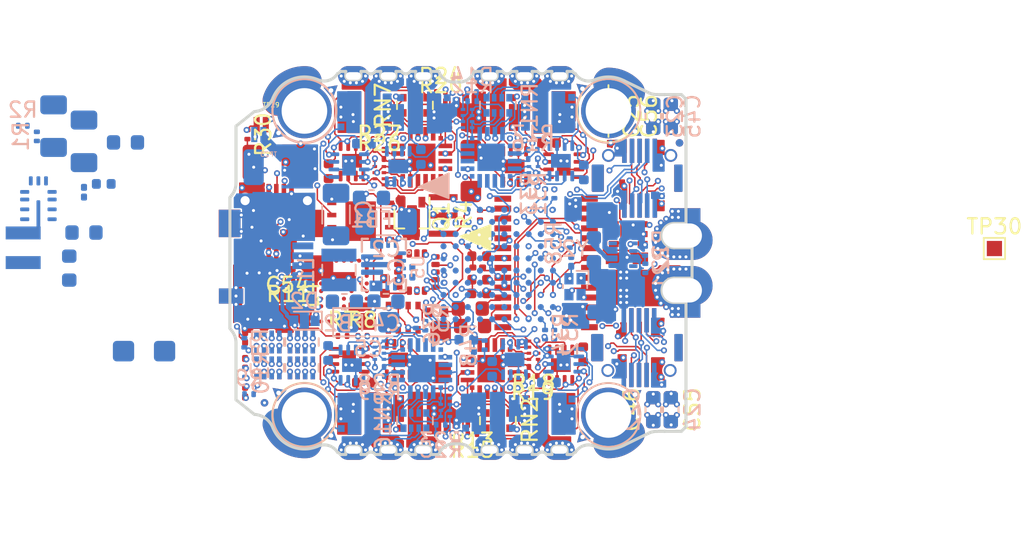
<source format=kicad_pcb>
(kicad_pcb (version 20171130) (host pcbnew 5.1.6-c6e7f7d~87~ubuntu18.04.1)
  (layers (0 F.Cu signal) (1 In1.Cu signal) (2 In2.Cu signal) (3 In3.Cu signal) (4 In4.Cu signal) (5 In5.Cu signal) (6 In6.Cu signal) (31 B.Cu signal) (34 B.Paste user) (35 F.Paste user) (36 B.SilkS user hide) (37 F.SilkS user hide) (38 B.Mask user) (39 F.Mask user) (44 Edge.Cuts user))
  (net 0 "")
  (net 1 GND)
  (net 2 +5V)
  (net 3 +3V3)
  (net 4 +BATT)
  (net 5 "Net-(C10-Pad1)")
  (net 6 vol_sig)
  (net 7 curr_sig)
  (net 8 "Net-(R49-Pad4)")
  (net 9 "Net-(R49-Pad3)")
  (net 10 "Net-(R49-Pad2)")
  (net 11 "Net-(R58-Pad2)")
  (net 12 "Net-(C6-Pad1)")
  (net 13 "Net-(C7-Pad1)")
  (net 14 "Net-(C11-Pad1)")
  (net 15 "Net-(C16-Pad1)")
  (net 16 "Net-(C29-Pad1)")
  (net 17 "Net-(L2-Pad1)")
  (net 18 "Net-(R21-Pad2)")
  (net 19 MB_ESC_1)
  (net 20 ESC_1_C2CK)
  (net 21 MC_ESC_1)
  (net 22 MA_ESC_1)
  (net 23 COM_ESC_1)
  (net 24 Ap_ESC_1)
  (net 25 Ac_ESC_1)
  (net 26 Bp_ESC_1)
  (net 27 Bc_ESC_1)
  (net 28 Cp_ESC_1)
  (net 29 Cc_ESC_1)
  (net 30 ESC_1_C2D)
  (net 31 "Net-(U10-Pad5)")
  (net 32 "Net-(U14-Pad4)")
  (net 33 "Net-(U14-Pad8)")
  (net 34 OUT_A1)
  (net 35 OUT_A2)
  (net 36 "Net-(C9-Pad1)")
  (net 37 OUT_B2)
  (net 38 OUT_B1)
  (net 39 "Net-(C17-Pad1)")
  (net 40 OUT_C2)
  (net 41 OUT_C1)
  (net 42 MA_ESC_2)
  (net 43 MB_ESC_2)
  (net 44 ESC_2_C2CK)
  (net 45 MC_ESC_2)
  (net 46 COM_ESC_2)
  (net 47 Ap_ESC_2)
  (net 48 Ac_ESC_2)
  (net 49 Bp_ESC_2)
  (net 50 Bc_ESC_2)
  (net 51 Cp_ESC_2)
  (net 52 Cc_ESC_2)
  (net 53 ESC_2_C2D)
  (net 54 "Net-(U2-Pad7)")
  (net 55 "Net-(U2-Pad15)")
  (net 56 "Net-(U2-Pad16)")
  (net 57 ESC2_RX)
  (net 58 ESC_2_TX)
  (net 59 "Net-(U3-Pad5)")
  (net 60 "Net-(U3-Pad8)")
  (net 61 "Net-(U7-Pad8)")
  (net 62 "Net-(U7-Pad5)")
  (net 63 "Net-(U11-Pad5)")
  (net 64 "Net-(U11-Pad1)")
  (net 65 OUT_B3)
  (net 66 "Net-(C18-Pad1)")
  (net 67 OUT_C3)
  (net 68 "Net-(C19-Pad1)")
  (net 69 OUT_A3)
  (net 70 "Net-(C30-Pad1)")
  (net 71 OUT_B4)
  (net 72 "Net-(C31-Pad1)")
  (net 73 "Net-(C32-Pad1)")
  (net 74 OUT_C4)
  (net 75 "Net-(C34-Pad1)")
  (net 76 OUT_A4)
  (net 77 MP_PIN4)
  (net 78 I2C_SCL)
  (net 79 I2C_SDA)
  (net 80 UART4_RX)
  (net 81 UART4_TX)
  (net 82 UART1_TX)
  (net 83 UART1_RX)
  (net 84 MP_PIN1)
  (net 85 MP_PIN2)
  (net 86 UART3_TX)
  (net 87 UART3_RX)
  (net 88 MP_PIN3)
  (net 89 MC_ESC_3)
  (net 90 MA_ESC_3)
  (net 91 MB_ESC_3)
  (net 92 ESC_3_C2CK)
  (net 93 COM_ESC_3)
  (net 94 Cp_ESC_3)
  (net 95 Cc_ESC_3)
  (net 96 Bp_ESC_3)
  (net 97 Ap_ESC_3)
  (net 98 Ac_ESC_3)
  (net 99 Bc_ESC_3)
  (net 100 MC_ESC_4)
  (net 101 MA_ESC_4)
  (net 102 MB_ESC_4)
  (net 103 ESC_4_C2CK)
  (net 104 COM_ESC_4)
  (net 105 Cp_ESC_4)
  (net 106 Cc_ESC_4)
  (net 107 Bc_ESC_4)
  (net 108 Bp_ESC_4)
  (net 109 Ac_ESC_4)
  (net 110 Ap_ESC_4)
  (net 111 ESC_1_TX)
  (net 112 ESC1_RX)
  (net 113 "Net-(U1-Pad16)")
  (net 114 "Net-(U1-Pad15)")
  (net 115 "Net-(U1-Pad7)")
  (net 116 ESC_3_C2D)
  (net 117 "Net-(U6-Pad7)")
  (net 118 "Net-(U6-Pad15)")
  (net 119 "Net-(U6-Pad16)")
  (net 120 ESC3_RX)
  (net 121 ESC_3_TX)
  (net 122 "Net-(U10-Pad8)")
  (net 123 "Net-(U12-Pad8)")
  (net 124 "Net-(U12-Pad5)")
  (net 125 "Net-(U16-Pad8)")
  (net 126 "Net-(U16-Pad5)")
  (net 127 "Net-(U17-Pad5)")
  (net 128 "Net-(U17-Pad8)")
  (net 129 "Net-(U18-Pad5)")
  (net 130 "Net-(U18-Pad8)")
  (net 131 "Net-(U19-Pad8)")
  (net 132 "Net-(U19-Pad5)")
  (net 133 ESC_4_C2D)
  (net 134 "Net-(U24-Pad7)")
  (net 135 "Net-(U24-Pad15)")
  (net 136 "Net-(U24-Pad16)")
  (net 137 ESC4_RX)
  (net 138 ESC_4_TX)
  (net 139 "Net-(U25-Pad8)")
  (net 140 "Net-(U25-Pad5)")
  (net 141 "Net-(U27-Pad5)")
  (net 142 "Net-(U27-Pad8)")
  (net 143 "Net-(U28-Pad5)")
  (net 144 "Net-(U28-Pad8)")
  (net 145 "Net-(C35-Pad1)")
  (net 146 "Net-(C37-Pad1)")
  (net 147 "Net-(C38-Pad1)")
  (net 148 "Net-(C38-Pad2)")
  (net 149 "Net-(C39-Pad1)")
  (net 150 "Net-(R1-Pad2)")
  (net 151 "Net-(U32-Pad8)")
  (net 152 UART5_RX)
  (net 153 UART5_TX)
  (net 154 UART6_RX)
  (net 155 UART6_TX)
  (net 156 "Net-(U33-PadA1)")
  (net 157 "Net-(U33-PadA2)")
  (net 158 "Net-(U33-PadA9)")
  (net 159 "Net-(U33-PadA10)")
  (net 160 "Net-(U33-PadB1)")
  (net 161 "Net-(U33-PadB3)")
  (net 162 "Net-(U33-PadC1)")
  (net 163 "Net-(U33-PadD1)")
  (net 164 "Net-(U33-PadD7)")
  (net 165 "Net-(U33-PadE8)")
  (net 166 "Net-(U33-PadF1)")
  (net 167 "Net-(U33-PadF3)")
  (net 168 "Net-(U33-PadG4)")
  (net 169 "Net-(U33-PadG5)")
  (net 170 "Net-(U33-PadG6)")
  (net 171 "Net-(U33-PadG9)")
  (net 172 "Net-(U33-PadH7)")
  (net 173 "Net-(U33-PadH9)")
  (net 174 "Net-(U33-PadJ4)")
  (net 175 "Net-(U33-PadJ6)")
  (net 176 "Net-(U33-PadK4)")
  (net 177 "Net-(U34-Pad2)")
  (net 178 "Net-(U34-Pad5)")
  (net 179 "Net-(U34-Pad6)")
  (net 180 "Net-(U34-Pad7)")
  (net 181 "Net-(U34-Pad14)")
  (net 182 "Net-(U35-PadP$C5)")
  (net 183 "Net-(U35-PadP$C6)")
  (net 184 "Net-(U35-PadP$D3)")
  (net 185 "Net-(U35-PadP$F3)")
  (net 186 "Net-(U35-PadP$G5)")
  (net 187 "Net-(U35-PadP$E3)")
  (net 188 "Net-(U35-PadP$G4)")
  (net 189 "Net-(U35-PadP$D4)")
  (net 190 "Net-(U35-PadP$J6)")
  (net 191 "Net-(U35-PadP$J7)")
  (net 192 "Net-(U35-PadP$J8)")
  (net 193 "Net-(U35-PadP$F6)")
  (net 194 "Net-(U35-PadP$B1)")
  (net 195 "Net-(U35-PadP$G9)")
  (net 196 "Net-(U35-PadP$F9)")
  (net 197 "Net-(U35-PadP$E9)")
  (net 198 "Net-(U35-PadP$A6)")
  (net 199 "Net-(U35-PadP$C1)")
  (net 200 "Net-(U35-PadP$D1)")
  (net 201 "Net-(U35-PadP$A2)")
  (net 202 "Net-(U35-PadP$2E1)")
  (net 203 "Net-(U35-PadP$F1)")
  (net 204 "Net-(U35-PadP$F4)")
  (net 205 "Net-(D1-Pad2)")
  (net 206 "Net-(U36-Pad7)")
  (net 207 "Net-(C47-Pad1)")
  (net 208 "Net-(C48-Pad1)")
  (net 209 "Net-(C49-Pad1)")
  (net 210 "Net-(J1-Pad2)")
  (net 211 "Net-(J1-Pad3)")
  (net 212 "Net-(J1-Pad4)")
  (net 213 "Net-(R4-Pad2)")
  (net 214 "Net-(U37-Pad7)")
  (net 215 OSD_VIDEO_IN)
  (net 216 "Net-(C48-Pad2)")
  (net 217 "Net-(R5-Pad1)")
  (net 218 OSD_VIDEO_OUT)
  (net 219 "Net-(R7-Pad2)")
  (net 220 SCLK_FLASH)
  (net 221 CS_GYRO)
  (net 222 /USART2_TX)
  (net 223 MISO_GYRO)
  (net 224 SCLK_GYRO)
  (net 225 CS_FLASH)
  (net 226 "Net-(U33-PadC6)")
  (net 227 "Net-(U33-PadC7)")
  (net 228 MOSI_GYRO)
  (net 229 MISO_FLASH)
  (net 230 /SD_det)
  (net 231 "Net-(U33-PadE2)")
  (net 232 MOSI_FLASH)
  (net 233 "Net-(U33-PadE9)")
  (net 234 "Net-(U33-PadF2)")
  (net 235 CS_BERGSTAK20)
  (net 236 MOSI_OSD)
  (net 237 UART7_RX)
  (net 238 MISO_OSD)
  (net 239 UART7_TX)
  (net 240 SCLK_OSD)
  (net 241 CS_OSD)
  (net 242 "Net-(U34-Pad1)")
  (net 243 "Net-(U34-Pad12)")
  (net 244 "Net-(U34-Pad13)")
  (net 245 "Net-(U34-Pad15)")
  (net 246 "Net-(U34-Pad16)")
  (net 247 "Net-(U34-Pad17)")
  (net 248 "Net-(U34-Pad18)")
  (net 249 "Net-(U34-Pad27)")
  (net 250 "Net-(U34-Pad28)")
  (net 251 INT_GYRO)
  (net 252 "Net-(U36-Pad8)")
  (net 253 "Net-(U37-Pad3)")
  (net 254 "Net-(C50-Pad1)")
  (net 255 "Net-(C51-Pad1)")
  (net 256 UART8_TX)
  (net 257 UART8_RX)
  (net 258 "Net-(C52-Pad1)")
  (net 259 "Net-(U33-PadA4)")
  (net 260 "Net-(U33-PadB4)")
  (net 261 "Net-(U33-PadC5)")
  (net 262 "Net-(U33-PadD9)")
  (net 263 "Net-(U33-PadH6)")
  (net 264 "Net-(U33-PadK5)")
  (net 265 MP_PIN6)
  (net 266 MP_PIN5)
  (net 267 "Net-(D3-Pad2)")
  (net 268 "Net-(D4-Pad2)")
  (net 269 UC_LED_1)
  (net 270 UC_LED_2)
  (net 271 "Net-(TP30-Pad1)")
  (net 272 "Net-(C54-Pad1)")
  (net 273 "Net-(L4-Pad2)")
  (net 274 /NO_ADC_PIN)
  (net 275 "Net-(R30-Pad1)")
  (net 276 USB_VBUS)
  (net 277 "Net-(J6-Pad10)")
  (net 278 "Net-(R31-Pad1)")
  (net 279 "Net-(R32-Pad1)")
  (net 280 "Net-(R33-Pad1)")
  (net 281 "Net-(R34-Pad1)")
  (net 282 "Net-(C1-Pad1)")
  (net 283 "Net-(C3-Pad1)")
  (net 284 "Net-(C4-Pad1)")
  (net 285 "Net-(L1-Pad2)")
  (net 286 "Net-(L1-Pad1)")
  (net 287 "Net-(U5-Pad2)")
  (module ultimateFC:TEXAS_15-VQFN-HR (layer B.Cu) (at 177.73 72.11 270)
    (fp_text reference U5 (at 0.15 -2.25 90) (layer B.SilkS) (effects (font (size 0.8 0.8) (thickness 0.12)) (justify mirror)))
    (fp_text value TPS630701)
    (pad 13 smd roundrect (at -1.4 0.475 180) (size 0.85 0.7) (layers B.Cu) (roundrect_rratio 0.07099999999999999) (net 282 "Net-(C1-Pad1)"))
    (pad 7 smd roundrect (at 1.4 0.525 180) (size 0.85 0.7) (layers B.Cu) (roundrect_rratio 0.07099999999999999) (net 284 "Net-(C4-Pad1)"))
    (pad 11 smd roundrect (at -0.5 0.775 270) (size 0.35 1.45) (layers B.Cu B.Mask) (roundrect_rratio 0.2) (net 286 "Net-(L1-Pad1)"))
    (pad 9 smd roundrect (at 0.5 0.775 270) (size 0.35 1.45) (layers B.Cu B.Mask) (roundrect_rratio 0.2) (net 285 "Net-(L1-Pad2)"))
    (pad 10 smd roundrect (at 0 0.6 270) (size 0.35 1.8) (layers B.Cu B.Mask) (roundrect_rratio 0.2) (net 1 GND))
    (pad 15 smd roundrect (at -1.4 -0.775) (size 0.25 0.6) (layers B.Cu B.Paste B.Mask) (roundrect_rratio 0.2) (net 1 GND))
    (pad 13 smd roundrect (at -1.4 0.225) (size 0.25 0.6) (layers B.Cu B.Paste B.Mask) (roundrect_rratio 0.2) (net 282 "Net-(C1-Pad1)"))
    (pad 14 smd roundrect (at -1.4 -0.275) (size 0.25 0.6) (layers B.Cu B.Paste B.Mask) (roundrect_rratio 0.2) (net 282 "Net-(C1-Pad1)"))
    (pad 13 smd roundrect (at -1.4 0.725) (size 0.25 0.6) (layers B.Cu B.Paste B.Mask) (roundrect_rratio 0.2) (net 282 "Net-(C1-Pad1)"))
    (pad 13 smd rect (at -1.225 0.5 270) (size 0.25 0.6) (layers B.Cu B.Paste B.Mask) (net 282 "Net-(C1-Pad1)"))
    (pad 7 smd rect (at 1.225 0.525 90) (size 0.25 0.6) (layers B.Cu B.Paste B.Mask) (net 284 "Net-(C4-Pad1)"))
    (pad 7 smd roundrect (at 1.4 0.775 180) (size 0.25 0.6) (layers B.Cu B.Paste B.Mask) (roundrect_rratio 0.2) (net 284 "Net-(C4-Pad1)"))
    (pad 7 smd roundrect (at 1.4 0.275 180) (size 0.25 0.6) (layers B.Cu B.Paste B.Mask) (roundrect_rratio 0.2) (net 284 "Net-(C4-Pad1)"))
    (pad 6 smd roundrect (at 1.4 -0.225 180) (size 0.25 0.6) (layers B.Cu B.Paste B.Mask) (roundrect_rratio 0.2) (net 1 GND))
    (pad 5 smd roundrect (at 1.4 -0.725 180) (size 0.25 0.6) (layers B.Cu B.Paste B.Mask) (roundrect_rratio 0.2) (net 284 "Net-(C4-Pad1)"))
    (pad 4 smd roundrect (at 0.75 -1.15 270) (size 0.25 0.6) (layers B.Cu B.Paste B.Mask) (roundrect_rratio 0.2) (net 1 GND))
    (pad 3 smd roundrect (at 0.25 -1.15 270) (size 0.25 0.6) (layers B.Cu B.Paste B.Mask) (roundrect_rratio 0.2) (net 283 "Net-(C3-Pad1)"))
    (pad 2 smd roundrect (at -0.25 -1.15 270) (size 0.25 0.6) (layers B.Cu B.Paste B.Mask) (roundrect_rratio 0.2) (net 287 "Net-(U5-Pad2)"))
    (pad 1 smd roundrect (at -0.75 -1.15 270) (size 0.25 0.6) (layers B.Cu B.Paste B.Mask) (roundrect_rratio 0.2) (net 282 "Net-(C1-Pad1)"))
  )
  (module TestPoint:TestPoint_Pad_1.0x1.0mm (layer F.Cu) (at 217.89 71.05)
    (fp_text reference TP30 (at 0 -1.448) (layer F.SilkS))
    (fp_text value pad)
    (pad 1 smd rect (at 0 0) (size 1 1) (layers F.Cu F.Mask) (net 271 "Net-(TP30-Pad1)"))
  )
  (module Inductor_SMD:L_Wuerth_MAPI-2506 (layer B.Cu) (at 174.77 72.46 270)
    (fp_text reference L1 (at 0 2.15 90) (layer B.SilkS) (effects (justify mirror)))
    (fp_text value 1µH)
    (pad 2 smd rect (at 0.975 0 270) (size 0.85 2.3) (layers B.Cu B.Paste B.Mask) (net 285 "Net-(L1-Pad2)"))
    (pad 1 smd rect (at -0.975 0 270) (size 0.85 2.3) (layers B.Cu B.Paste B.Mask) (net 286 "Net-(L1-Pad1)"))
  )
  (module Inductor_SMD:L_0603_1608Metric (layer B.Cu) (at 175.13 74.55)
    (fp_text reference FB2 (at 0 1.43 180) (layer B.SilkS) (effects (justify mirror)))
    (fp_text value 120R@100Mhz)
    (pad 2 smd roundrect (at 0.7875 0) (size 0.875 0.95) (layers B.Cu B.Paste B.Mask) (net 284 "Net-(C4-Pad1)"))
    (pad 1 smd roundrect (at -0.7875 0) (size 0.875 0.95) (layers B.Cu B.Paste B.Mask) (net 2 +5V))
  )
  (module Inductor_SMD:L_0603_1608Metric (layer B.Cu) (at 176.91 67.72)
    (fp_text reference FB1 (at 0 1.43) (layer B.SilkS) (effects (justify mirror)))
    (fp_text value 120R@100Mhz)
    (pad 2 smd roundrect (at 0.7875 0) (size 0.875 0.95) (layers B.Cu B.Paste B.Mask) (net 4 +BATT))
    (pad 1 smd roundrect (at -0.7875 0) (size 0.875 0.95) (layers B.Cu B.Paste B.Mask) (net 282 "Net-(C1-Pad1)"))
  )
  (module Capacitor_Tantalum_SMD:CP_EIA-3216-10_Kemet-I (layer B.Cu) (at 176.7 75.9)
    (fp_text reference C5 (at 0 1.75) (layer B.SilkS) (effects (justify mirror)))
    (fp_text value 100µF)
    (pad 2 smd roundrect (at 1.35 0) (size 1.4 1.35) (layers B.Cu B.Paste B.Mask) (roundrect_rratio 0.185185) (net 1 GND))
    (pad 1 smd roundrect (at -1.35 0) (size 1.4 1.35) (layers B.Cu B.Paste B.Mask) (roundrect_rratio 0.185185) (net 284 "Net-(C4-Pad1)"))
  )
  (module Capacitor_SMD:C_0603_1608Metric (layer B.Cu) (at 177.86 74.54)
    (fp_text reference C4 (at 0 1.43) (layer B.SilkS) (effects (justify mirror)))
    (fp_text value 10µF)
    (pad 2 smd roundrect (at 0.7875 0) (size 0.875 0.95) (layers B.Cu B.Paste B.Mask) (net 1 GND))
    (pad 1 smd roundrect (at -0.7875 0) (size 0.875 0.95) (layers B.Cu B.Paste B.Mask) (net 284 "Net-(C4-Pad1)"))
  )
  (module Capacitor_SMD:C_0201_0603Metric (layer B.Cu) (at 179.6 72.61 270)
    (fp_text reference C3 (at 0 1.05 90) (layer B.SilkS) (effects (justify mirror)))
    (fp_text value 100nF)
    (pad 2 smd roundrect (at 0.32 0 270) (size 0.46 0.4) (layers B.Cu B.Mask) (net 1 GND))
    (pad 1 smd roundrect (at -0.32 0 270) (size 0.46 0.4) (layers B.Cu B.Mask) (net 283 "Net-(C3-Pad1)"))
  )
  (module Capacitor_SMD:C_1206_3216Metric (layer B.Cu) (at 177.87 69.27)
    (fp_text reference C2 (at 0 1.82) (layer B.SilkS) (effects (justify mirror)))
    (fp_text value 10µF)
    (pad 2 smd roundrect (at 1.4 0) (size 1.25 1.75) (layers B.Cu B.Paste B.Mask) (roundrect_rratio 0.2) (net 1 GND))
    (pad 1 smd roundrect (at -1.4 0) (size 1.25 1.75) (layers B.Cu B.Paste B.Mask) (roundrect_rratio 0.2) (net 282 "Net-(C1-Pad1)"))
  )
  (module Capacitor_SMD:C_1206_3216Metric (layer B.Cu) (at 174.58 68.81 90)
    (fp_text reference C1 (at 0 1.82 90) (layer B.SilkS) (effects (justify mirror)))
    (fp_text value 10µF)
    (pad 2 smd roundrect (at 1.4 0 90) (size 1.25 1.75) (layers B.Cu B.Paste B.Mask) (roundrect_rratio 0.2) (net 1 GND))
    (pad 1 smd roundrect (at -1.4 0 90) (size 1.25 1.75) (layers B.Cu B.Paste B.Mask) (roundrect_rratio 0.2) (net 282 "Net-(C1-Pad1)"))
  )
  (module ultimateFC:solderbridge_tiny (layer F.Cu) (at 169.66 62.9 180)
    (fp_text reference TP29 (at -0.65 1.3) (layer F.SilkS) (effects (font (size 0.3 0.3) (thickness 0.05))))
    (fp_text value bridge)
    (pad 2 smd rect (at 0.3 0 180) (size 0.4 1) (layers F.Cu F.Paste F.Mask) (net 275 "Net-(R30-Pad1)"))
    (pad 1 smd rect (at -0.3 0 180) (size 0.4 1) (layers F.Cu F.Paste F.Mask) (net 3 +3V3))
  )
  (module Fiducial:Fiducial_0.5mm_Dia_1mm_Outer (layer F.Cu) (at 197.1 64.1)
    (fp_text reference REF** hide)
    (fp_text value Fiducial_0.5mm_Dia_1mm_Outer)
    (pad ~ smd circle (at 0.075 0) (size 0.5 0.5) (layers F.Cu F.Mask) (clearance 0.35))
  )
  (module Fiducial:Fiducial_0.5mm_Dia_1mm_Outer (layer B.Cu) (at 197.1 64.1)
    (fp_text reference REF** hide)
    (fp_text value Fiducial_0.5mm_Dia_1mm_Outer)
    (pad ~ smd circle (at 0.075 0) (size 0.5 0.5) (layers B.Cu B.Mask) (clearance 0.35))
  )
  (module Fiducial:Fiducial_0.5mm_Dia_1mm_Outer (layer F.Cu) (at 169.8 81.2)
    (fp_text reference REF** hide)
    (fp_text value Fiducial_0.5mm_Dia_1mm_Outer)
    (pad ~ smd circle (at 0.075 0) (size 0.5 0.5) (layers F.Cu F.Mask) (net 271 "Net-(TP30-Pad1)") (clearance 0.35))
  )
  (module Fiducial:Fiducial_0.5mm_Dia_1mm_Outer (layer B.Cu) (at 169.8 81.2)
    (fp_text reference REF** hide)
    (fp_text value Fiducial_0.5mm_Dia_1mm_Outer)
    (pad ~ smd circle (at 0.075 0) (size 0.5 0.5) (layers B.Cu B.Mask) (net 271 "Net-(TP30-Pad1)") (clearance 0.35))
  )
  (module ultimateFC:C_AVX_Super_Low_ESL (layer F.Cu) (at 170.1 79 90)
    (fp_text reference C44 hide)
    (fp_text value 2.2µF)
    (pad 1 smd rect (at 0.6 0.75 90) (size 0.5 0.3) (layers F.Cu F.Paste F.Mask) (net 3 +3V3))
    (pad 2 smd rect (at 0.6 -0.75 90) (size 0.5 0.3) (layers F.Cu F.Paste F.Mask) (net 1 GND))
    (pad 2 smd rect (at -0.4 -0.25 90) (size 0.5 0.3) (layers F.Cu F.Paste F.Mask) (net 1 GND))
    (pad 1 smd rect (at 0.6 -0.25 90) (size 0.5 0.3) (layers F.Cu F.Paste F.Mask) (net 3 +3V3))
    (pad 1 smd rect (at -0.4 0.25 90) (size 0.5 0.3) (layers F.Cu F.Paste F.Mask) (net 3 +3V3))
    (pad 2 smd rect (at -0.4 0.75 90) (size 0.5 0.3) (layers F.Cu F.Paste F.Mask) (net 1 GND))
    (pad 1 smd rect (at -0.4 -0.75 90) (size 0.5 0.3) (layers F.Cu F.Paste F.Mask) (net 3 +3V3))
    (pad 2 smd rect (at 0.6 0.25 90) (size 0.5 0.3) (layers F.Cu F.Paste F.Mask) (net 1 GND))
  )
  (module ultimateFC:C_AVX_Super_Low_ESL (layer F.Cu) (at 172.3 77.3 90)
    (fp_text reference C43 hide)
    (fp_text value 1µF)
    (pad 1 smd rect (at 0.6 0.75 90) (size 0.5 0.3) (layers F.Cu F.Paste F.Mask) (net 2 +5V))
    (pad 2 smd rect (at 0.6 -0.75 90) (size 0.5 0.3) (layers F.Cu F.Paste F.Mask) (net 1 GND))
    (pad 2 smd rect (at -0.4 -0.25 90) (size 0.5 0.3) (layers F.Cu F.Paste F.Mask) (net 1 GND))
    (pad 1 smd rect (at 0.6 -0.25 90) (size 0.5 0.3) (layers F.Cu F.Paste F.Mask) (net 2 +5V))
    (pad 1 smd rect (at -0.4 0.25 90) (size 0.5 0.3) (layers F.Cu F.Paste F.Mask) (net 2 +5V))
    (pad 2 smd rect (at -0.4 0.75 90) (size 0.5 0.3) (layers F.Cu F.Paste F.Mask) (net 1 GND))
    (pad 1 smd rect (at -0.4 -0.75 90) (size 0.5 0.3) (layers F.Cu F.Paste F.Mask) (net 2 +5V))
    (pad 2 smd rect (at 0.6 0.25 90) (size 0.5 0.3) (layers F.Cu F.Paste F.Mask) (net 1 GND))
  )
  (module ultimateFC:C_AVX_Super_Low_ESL (layer F.Cu) (at 170.1 77.3 90)
    (fp_text reference C42 hide)
    (fp_text value 2.2µF)
    (pad 1 smd rect (at 0.6 0.75 90) (size 0.5 0.3) (layers F.Cu F.Paste F.Mask) (net 1 GND))
    (pad 2 smd rect (at 0.6 -0.75 90) (size 0.5 0.3) (layers F.Cu F.Paste F.Mask) (net 3 +3V3))
    (pad 2 smd rect (at -0.4 -0.25 90) (size 0.5 0.3) (layers F.Cu F.Paste F.Mask) (net 3 +3V3))
    (pad 1 smd rect (at 0.6 -0.25 90) (size 0.5 0.3) (layers F.Cu F.Paste F.Mask) (net 1 GND))
    (pad 1 smd rect (at -0.4 0.25 90) (size 0.5 0.3) (layers F.Cu F.Paste F.Mask) (net 1 GND))
    (pad 2 smd rect (at -0.4 0.75 90) (size 0.5 0.3) (layers F.Cu F.Paste F.Mask) (net 3 +3V3))
    (pad 1 smd rect (at -0.4 -0.75 90) (size 0.5 0.3) (layers F.Cu F.Paste F.Mask) (net 1 GND))
    (pad 2 smd rect (at 0.6 0.25 90) (size 0.5 0.3) (layers F.Cu F.Paste F.Mask) (net 3 +3V3))
  )
  (module ultimateFC:C_AVX_Super_Low_ESL (layer B.Cu) (at 172.3 77.1 270)
    (fp_text reference C41 hide)
    (fp_text value 1µF)
    (pad 1 smd rect (at 0.6 -0.75 270) (size 0.5 0.3) (layers B.Cu B.Paste B.Mask) (net 1 GND))
    (pad 2 smd rect (at 0.6 0.75 270) (size 0.5 0.3) (layers B.Cu B.Paste B.Mask) (net 2 +5V))
    (pad 2 smd rect (at -0.4 0.25 270) (size 0.5 0.3) (layers B.Cu B.Paste B.Mask) (net 2 +5V))
    (pad 1 smd rect (at 0.6 0.25 270) (size 0.5 0.3) (layers B.Cu B.Paste B.Mask) (net 1 GND))
    (pad 1 smd rect (at -0.4 -0.25 270) (size 0.5 0.3) (layers B.Cu B.Paste B.Mask) (net 1 GND))
    (pad 2 smd rect (at -0.4 -0.75 270) (size 0.5 0.3) (layers B.Cu B.Paste B.Mask) (net 2 +5V))
    (pad 1 smd rect (at -0.4 0.75 270) (size 0.5 0.3) (layers B.Cu B.Paste B.Mask) (net 1 GND))
    (pad 2 smd rect (at 0.6 -0.25 270) (size 0.5 0.3) (layers B.Cu B.Paste B.Mask) (net 2 +5V))
  )
  (module ultimateFC:C_AVX_Super_Low_ESL (layer B.Cu) (at 170.1 77.3 90)
    (fp_text reference C21 hide)
    (fp_text value 2.2µF)
    (pad 1 smd rect (at 0.6 -0.75 90) (size 0.5 0.3) (layers B.Cu B.Paste B.Mask) (net 3 +3V3))
    (pad 2 smd rect (at 0.6 0.75 90) (size 0.5 0.3) (layers B.Cu B.Paste B.Mask) (net 1 GND))
    (pad 2 smd rect (at -0.4 0.25 90) (size 0.5 0.3) (layers B.Cu B.Paste B.Mask) (net 1 GND))
    (pad 1 smd rect (at 0.6 0.25 90) (size 0.5 0.3) (layers B.Cu B.Paste B.Mask) (net 3 +3V3))
    (pad 1 smd rect (at -0.4 -0.25 90) (size 0.5 0.3) (layers B.Cu B.Paste B.Mask) (net 3 +3V3))
    (pad 2 smd rect (at -0.4 -0.75 90) (size 0.5 0.3) (layers B.Cu B.Paste B.Mask) (net 1 GND))
    (pad 1 smd rect (at -0.4 0.75 90) (size 0.5 0.3) (layers B.Cu B.Paste B.Mask) (net 3 +3V3))
    (pad 2 smd rect (at 0.6 -0.25 90) (size 0.5 0.3) (layers B.Cu B.Paste B.Mask) (net 1 GND))
  )
  (module ultimateFC:C_AVX_Super_Low_ESL (layer F.Cu) (at 172.3 79 90)
    (fp_text reference C20 hide)
    (fp_text value 1µF)
    (pad 1 smd rect (at 0.6 0.75 90) (size 0.5 0.3) (layers F.Cu F.Paste F.Mask) (net 2 +5V))
    (pad 2 smd rect (at 0.6 -0.75 90) (size 0.5 0.3) (layers F.Cu F.Paste F.Mask) (net 1 GND))
    (pad 2 smd rect (at -0.4 -0.25 90) (size 0.5 0.3) (layers F.Cu F.Paste F.Mask) (net 1 GND))
    (pad 1 smd rect (at 0.6 -0.25 90) (size 0.5 0.3) (layers F.Cu F.Paste F.Mask) (net 2 +5V))
    (pad 1 smd rect (at -0.4 0.25 90) (size 0.5 0.3) (layers F.Cu F.Paste F.Mask) (net 2 +5V))
    (pad 2 smd rect (at -0.4 0.75 90) (size 0.5 0.3) (layers F.Cu F.Paste F.Mask) (net 1 GND))
    (pad 1 smd rect (at -0.4 -0.75 90) (size 0.5 0.3) (layers F.Cu F.Paste F.Mask) (net 2 +5V))
    (pad 2 smd rect (at 0.6 0.25 90) (size 0.5 0.3) (layers F.Cu F.Paste F.Mask) (net 1 GND))
  )
  (module ultimateFC:C_AVX_Super_Low_ESL (layer B.Cu) (at 170.1 79 90)
    (fp_text reference C15 hide)
    (fp_text value 2.2µF)
    (pad 1 smd rect (at 0.6 -0.75 90) (size 0.5 0.3) (layers B.Cu B.Paste B.Mask) (net 1 GND))
    (pad 2 smd rect (at 0.6 0.75 90) (size 0.5 0.3) (layers B.Cu B.Paste B.Mask) (net 3 +3V3))
    (pad 2 smd rect (at -0.4 0.25 90) (size 0.5 0.3) (layers B.Cu B.Paste B.Mask) (net 3 +3V3))
    (pad 1 smd rect (at 0.6 0.25 90) (size 0.5 0.3) (layers B.Cu B.Paste B.Mask) (net 1 GND))
    (pad 1 smd rect (at -0.4 -0.25 90) (size 0.5 0.3) (layers B.Cu B.Paste B.Mask) (net 1 GND))
    (pad 2 smd rect (at -0.4 -0.75 90) (size 0.5 0.3) (layers B.Cu B.Paste B.Mask) (net 3 +3V3))
    (pad 1 smd rect (at -0.4 0.75 90) (size 0.5 0.3) (layers B.Cu B.Paste B.Mask) (net 1 GND))
    (pad 2 smd rect (at 0.6 -0.25 90) (size 0.5 0.3) (layers B.Cu B.Paste B.Mask) (net 3 +3V3))
  )
  (module ultimateFC:C_AVX_Super_Low_ESL (layer B.Cu) (at 172.3 78.8 270)
    (fp_text reference C14 hide)
    (fp_text value 1µF)
    (pad 1 smd rect (at 0.6 -0.75 270) (size 0.5 0.3) (layers B.Cu B.Paste B.Mask) (net 1 GND))
    (pad 2 smd rect (at 0.6 0.75 270) (size 0.5 0.3) (layers B.Cu B.Paste B.Mask) (net 2 +5V))
    (pad 2 smd rect (at -0.4 0.25 270) (size 0.5 0.3) (layers B.Cu B.Paste B.Mask) (net 2 +5V))
    (pad 1 smd rect (at 0.6 0.25 270) (size 0.5 0.3) (layers B.Cu B.Paste B.Mask) (net 1 GND))
    (pad 1 smd rect (at -0.4 -0.25 270) (size 0.5 0.3) (layers B.Cu B.Paste B.Mask) (net 1 GND))
    (pad 2 smd rect (at -0.4 -0.75 270) (size 0.5 0.3) (layers B.Cu B.Paste B.Mask) (net 2 +5V))
    (pad 1 smd rect (at -0.4 0.75 270) (size 0.5 0.3) (layers B.Cu B.Paste B.Mask) (net 1 GND))
    (pad 2 smd rect (at 0.6 -0.25 270) (size 0.5 0.3) (layers B.Cu B.Paste B.Mask) (net 2 +5V))
  )
  (module ultimateFC:10132797-011100LF (layer F.Cu) (at 194.55 66.425)
    (fp_text reference J3 hide)
    (fp_text value 10132797-011100LF)
    (pad "" smd roundrect (at -2.75 0 180) (size 0.8 1.8) (layers F.Cu F.Paste F.Mask) (roundrect_rratio 0.1))
    (pad "" smd roundrect (at 2.55 0) (size 0.55 1.8) (layers F.Cu F.Paste F.Mask) (roundrect_rratio 0.1))
    (pad 10 smd roundrect (at 1 1.8) (size 0.3 1.6) (layers F.Cu F.Paste F.Mask) (roundrect_rratio 0.1) (net 2 +5V))
    (pad 9 smd roundrect (at 0.5 1.8) (size 0.3 1.6) (layers F.Cu F.Paste F.Mask) (roundrect_rratio 0.1) (net 239 UART7_TX))
    (pad 8 smd roundrect (at 0 1.8) (size 0.3 1.6) (layers F.Cu F.Paste F.Mask) (roundrect_rratio 0.1) (net 237 UART7_RX))
    (pad 7 smd roundrect (at -0.5 1.8) (size 0.3 1.6) (layers F.Cu F.Paste F.Mask) (roundrect_rratio 0.1) (net 3 +3V3))
    (pad 6 smd roundrect (at -1 1.8) (size 0.3 1.6) (layers F.Cu F.Paste F.Mask) (roundrect_rratio 0.1) (net 1 GND))
    (pad 5 smd roundrect (at -1 -1.8 180) (size 0.3 1.6) (layers F.Cu F.Paste F.Mask) (roundrect_rratio 0.1) (net 2 +5V))
    (pad 4 smd roundrect (at -0.5 -1.8 180) (size 0.3 1.6) (layers F.Cu F.Paste F.Mask) (roundrect_rratio 0.1) (net 79 I2C_SDA))
    (pad 3 smd roundrect (at 0 -1.8 180) (size 0.3 1.6) (layers F.Cu F.Paste F.Mask) (roundrect_rratio 0.1) (net 78 I2C_SCL))
    (pad 2 smd roundrect (at 0.5 -1.8 180) (size 0.3 1.6) (layers F.Cu F.Paste F.Mask) (roundrect_rratio 0.1) (net 84 MP_PIN1))
    (pad 1 smd roundrect (at 1 -1.8 180) (size 0.3 1.6) (layers F.Cu F.Paste F.Mask) (roundrect_rratio 0.1) (net 1 GND))
  )
  (module ultimateFC:10132797-011100LF (layer B.Cu) (at 194.55 66.425 180)
    (fp_text reference J5 hide)
    (fp_text value 10132797-011100LF)
    (pad 1 smd roundrect (at 1 1.8) (size 0.3 1.6) (layers B.Cu B.Paste B.Mask) (roundrect_rratio 0.1) (net 1 GND))
    (pad 2 smd roundrect (at 0.5 1.8) (size 0.3 1.6) (layers B.Cu B.Paste B.Mask) (roundrect_rratio 0.1) (net 3 +3V3))
    (pad 3 smd roundrect (at 0 1.8) (size 0.3 1.6) (layers B.Cu B.Paste B.Mask) (roundrect_rratio 0.1) (net 80 UART4_RX))
    (pad 4 smd roundrect (at -0.5 1.8) (size 0.3 1.6) (layers B.Cu B.Paste B.Mask) (roundrect_rratio 0.1) (net 81 UART4_TX))
    (pad 5 smd roundrect (at -1 1.8) (size 0.3 1.6) (layers B.Cu B.Paste B.Mask) (roundrect_rratio 0.1) (net 2 +5V))
    (pad 6 smd roundrect (at -1 -1.8 180) (size 0.3 1.6) (layers B.Cu B.Paste B.Mask) (roundrect_rratio 0.1) (net 1 GND))
    (pad 7 smd roundrect (at -0.5 -1.8 180) (size 0.3 1.6) (layers B.Cu B.Paste B.Mask) (roundrect_rratio 0.1) (net 88 MP_PIN3))
    (pad 8 smd roundrect (at 0 -1.8 180) (size 0.3 1.6) (layers B.Cu B.Paste B.Mask) (roundrect_rratio 0.1) (net 78 I2C_SCL))
    (pad 9 smd roundrect (at 0.5 -1.8 180) (size 0.3 1.6) (layers B.Cu B.Paste B.Mask) (roundrect_rratio 0.1) (net 79 I2C_SDA))
    (pad 10 smd roundrect (at 1 -1.8 180) (size 0.3 1.6) (layers B.Cu B.Paste B.Mask) (roundrect_rratio 0.1) (net 2 +5V))
    (pad "" smd roundrect (at 2.75 0 180) (size 0.8 1.8) (layers B.Cu B.Paste B.Mask) (roundrect_rratio 0.1))
    (pad "" smd roundrect (at -2.55 0) (size 0.55 1.8) (layers B.Cu B.Paste B.Mask) (roundrect_rratio 0.1))
    (pad 1 thru_hole circle (at 2.05 1.5 180) (size 0.85 0.85) (drill 0.6) (layers *.Cu *.Mask) (net 1 GND))
    (pad 1 thru_hole circle (at -2.05 1.5 180) (size 0.85 0.85) (drill 0.6) (layers *.Cu *.Mask) (net 1 GND))
  )
  (module ultimateFC:10132797-011100LF (layer B.Cu) (at 194.51 77.57)
    (fp_text reference J4 hide)
    (fp_text value 10132797-011100LF)
    (pad 1 thru_hole circle (at -2.05 1.5) (size 0.85 0.85) (drill 0.6) (layers *.Cu *.Mask) (net 1 GND))
    (pad 1 thru_hole circle (at 2.05 1.5) (size 0.85 0.85) (drill 0.6) (layers *.Cu *.Mask) (net 1 GND))
    (pad "" smd roundrect (at -2.75 0 180) (size 0.8 1.8) (layers B.Cu B.Paste B.Mask) (roundrect_rratio 0.1))
    (pad "" smd roundrect (at 2.6 0) (size 0.55 1.8) (layers B.Cu B.Paste B.Mask) (roundrect_rratio 0.1))
    (pad 10 smd roundrect (at 1 -1.8) (size 0.3 1.6) (layers B.Cu B.Paste B.Mask) (roundrect_rratio 0.1) (net 2 +5V))
    (pad 9 smd roundrect (at 0.5 -1.8) (size 0.3 1.6) (layers B.Cu B.Paste B.Mask) (roundrect_rratio 0.1) (net 155 UART6_TX))
    (pad 8 smd roundrect (at 0 -1.8) (size 0.3 1.6) (layers B.Cu B.Paste B.Mask) (roundrect_rratio 0.1) (net 154 UART6_RX))
    (pad 7 smd roundrect (at -0.5 -1.8) (size 0.3 1.6) (layers B.Cu B.Paste B.Mask) (roundrect_rratio 0.1) (net 3 +3V3))
    (pad 6 smd roundrect (at -1 -1.8) (size 0.3 1.6) (layers B.Cu B.Paste B.Mask) (roundrect_rratio 0.1) (net 1 GND))
    (pad 5 smd roundrect (at -1 1.8 180) (size 0.3 1.6) (layers B.Cu B.Paste B.Mask) (roundrect_rratio 0.1) (net 2 +5V))
    (pad 4 smd roundrect (at -0.5 1.8 180) (size 0.3 1.6) (layers B.Cu B.Paste B.Mask) (roundrect_rratio 0.1) (net 79 I2C_SDA))
    (pad 3 smd roundrect (at 0 1.8 180) (size 0.3 1.6) (layers B.Cu B.Paste B.Mask) (roundrect_rratio 0.1) (net 78 I2C_SCL))
    (pad 2 smd roundrect (at 0.5 1.8 180) (size 0.3 1.6) (layers B.Cu B.Paste B.Mask) (roundrect_rratio 0.1) (net 85 MP_PIN2))
    (pad 1 smd roundrect (at 1 1.8 180) (size 0.3 1.6) (layers B.Cu B.Paste B.Mask) (roundrect_rratio 0.1) (net 1 GND))
  )
  (module ultimateFC:10132797-011100LF (layer F.Cu) (at 194.51 77.57 180)
    (fp_text reference J2 hide)
    (fp_text value 10132797-011100LF)
    (pad 1 smd roundrect (at 1 -1.8) (size 0.3 1.6) (layers F.Cu F.Paste F.Mask) (roundrect_rratio 0.1) (net 1 GND))
    (pad 2 smd roundrect (at 0.5 -1.8) (size 0.3 1.6) (layers F.Cu F.Paste F.Mask) (roundrect_rratio 0.1) (net 3 +3V3))
    (pad 3 smd roundrect (at 0 -1.8) (size 0.3 1.6) (layers F.Cu F.Paste F.Mask) (roundrect_rratio 0.1) (net 87 UART3_RX))
    (pad 4 smd roundrect (at -0.5 -1.8) (size 0.3 1.6) (layers F.Cu F.Paste F.Mask) (roundrect_rratio 0.1) (net 86 UART3_TX))
    (pad 5 smd roundrect (at -1 -1.8) (size 0.3 1.6) (layers F.Cu F.Paste F.Mask) (roundrect_rratio 0.1) (net 2 +5V))
    (pad 6 smd roundrect (at -1 1.8 180) (size 0.3 1.6) (layers F.Cu F.Paste F.Mask) (roundrect_rratio 0.1) (net 1 GND))
    (pad 7 smd roundrect (at -0.5 1.8 180) (size 0.3 1.6) (layers F.Cu F.Paste F.Mask) (roundrect_rratio 0.1) (net 77 MP_PIN4))
    (pad 8 smd roundrect (at 0 1.8 180) (size 0.3 1.6) (layers F.Cu F.Paste F.Mask) (roundrect_rratio 0.1) (net 78 I2C_SCL))
    (pad 9 smd roundrect (at 0.5 1.8 180) (size 0.3 1.6) (layers F.Cu F.Paste F.Mask) (roundrect_rratio 0.1) (net 79 I2C_SDA))
    (pad 10 smd roundrect (at 1 1.8 180) (size 0.3 1.6) (layers F.Cu F.Paste F.Mask) (roundrect_rratio 0.1) (net 2 +5V))
    (pad "" smd roundrect (at 2.75 0 180) (size 0.8 1.8) (layers F.Cu F.Paste F.Mask) (roundrect_rratio 0.1))
    (pad "" smd roundrect (at -2.6 0) (size 0.55 1.8) (layers F.Cu F.Paste F.Mask) (roundrect_rratio 0.1))
  )
  (module ultimateFC:batt_conn_oval (layer F.Cu) (at 197.35 73.8)
    (fp_text reference TP10 hide)
    (fp_text value BattPad-)
    (pad 1 thru_hole oval (at 0 0) (size 3 2) (drill oval 2.6 1.6) (layers *.Cu *.Mask) (net 8 "Net-(R49-Pad4)"))
    (pad 1 smd oval (at 0 -0.3) (size 4 2.6) (layers F.Cu F.Mask) (net 8 "Net-(R49-Pad4)"))
    (pad 1 smd oval (at 0 -0.3) (size 4 2.6) (layers B.Cu B.Mask) (net 8 "Net-(R49-Pad4)"))
    (pad 1 smd rect (at 0.2 0.8) (size 2 2) (layers B.Cu B.Mask) (net 8 "Net-(R49-Pad4)"))
    (pad 1 smd rect (at -0.8 0.9 45) (size 0.5 0.5) (layers B.Cu B.Mask) (net 8 "Net-(R49-Pad4)"))
    (pad 1 smd rect (at -0.8 0.9 45) (size 0.5 0.5) (layers F.Cu B.Mask) (net 8 "Net-(R49-Pad4)"))
    (pad 1 smd rect (at 0.2 0.8) (size 2 2) (layers F.Cu F.Mask) (net 8 "Net-(R49-Pad4)"))
  )
  (module ultimateFC:batt_conn_oval (layer B.Cu) (at 197.35 70.2)
    (fp_text reference TP9 hide)
    (fp_text value BattPad+)
    (pad 1 thru_hole oval (at 0 0) (size 3 2) (drill oval 2.6 1.6) (layers *.Cu *.Mask) (net 4 +BATT))
    (pad 1 smd oval (at 0 0.3) (size 4 2.6) (layers B.Cu B.Mask) (net 4 +BATT))
    (pad 1 smd oval (at 0 0.3) (size 4 2.6) (layers F.Cu F.Mask) (net 4 +BATT))
    (pad 1 smd rect (at 0.2 -0.8) (size 2 2) (layers B.Cu B.Mask) (net 4 +BATT))
    (pad 1 smd rect (at 0.2 -0.8) (size 2 2) (layers F.Cu F.Mask) (net 4 +BATT))
    (pad 1 smd rect (at -0.8 -0.9 315) (size 0.5 0.5) (layers F.Cu F.Mask) (net 4 +BATT))
    (pad 1 smd rect (at -0.8 -0.9 315) (size 0.5 0.5) (layers B.Cu F.Mask) (net 4 +BATT))
  )
  (module Package_BGA:TFBGA-100_8x8mm_Layout10x10_P0.8mm (layer B.Cu) (at 185.25 72.1 270)
    (fp_text reference U33 hide)
    (fp_text value STM32F745VGHx)
    (pad A1 smd circle (at -3.6 3.6 270) (size 0.4 0.4) (layers B.Cu B.Paste B.Mask) (net 156 "Net-(U33-PadA1)"))
    (pad A2 smd circle (at -2.8 3.6 270) (size 0.4 0.4) (layers B.Cu B.Paste B.Mask) (net 157 "Net-(U33-PadA2)"))
    (pad A3 smd circle (at -2 3.6 270) (size 0.4 0.4) (layers B.Cu B.Paste B.Mask) (net 220 SCLK_FLASH))
    (pad A4 smd circle (at -1.2 3.6 270) (size 0.4 0.4) (layers B.Cu B.Paste B.Mask) (net 259 "Net-(U33-PadA4)"))
    (pad A5 smd circle (at -0.4 3.6 270) (size 0.4 0.4) (layers B.Cu B.Paste B.Mask) (net 83 UART1_RX))
    (pad A6 smd circle (at 0.4 3.6 270) (size 0.4 0.4) (layers B.Cu B.Paste B.Mask) (net 269 UC_LED_1))
    (pad A7 smd circle (at 1.2 3.6 270) (size 0.4 0.4) (layers B.Cu B.Paste B.Mask) (net 270 UC_LED_2))
    (pad A8 smd circle (at 2 3.6 270) (size 0.4 0.4) (layers B.Cu B.Paste B.Mask) (net 221 CS_GYRO))
    (pad A9 smd circle (at 2.8 3.6 270) (size 0.4 0.4) (layers B.Cu B.Paste B.Mask) (net 158 "Net-(U33-PadA9)"))
    (pad A10 smd circle (at 3.6 3.6 270) (size 0.4 0.4) (layers B.Cu B.Paste B.Mask) (net 159 "Net-(U33-PadA10)"))
    (pad B1 smd circle (at -3.6 2.8 270) (size 0.4 0.4) (layers B.Cu B.Paste B.Mask) (net 160 "Net-(U33-PadB1)"))
    (pad B2 smd circle (at -2.8 2.8 270) (size 0.4 0.4) (layers B.Cu B.Paste B.Mask) (net 3 +3V3))
    (pad B3 smd circle (at -2 2.8 270) (size 0.4 0.4) (layers B.Cu B.Paste B.Mask) (net 161 "Net-(U33-PadB3)"))
    (pad B4 smd circle (at -1.2 2.8 270) (size 0.4 0.4) (layers B.Cu B.Paste B.Mask) (net 260 "Net-(U33-PadB4)"))
    (pad B5 smd circle (at -0.4 2.8 270) (size 0.4 0.4) (layers B.Cu B.Paste B.Mask) (net 82 UART1_TX))
    (pad B6 smd circle (at 0.4 2.8 270) (size 0.4 0.4) (layers B.Cu B.Paste B.Mask) (net 222 /USART2_TX))
    (pad B7 smd circle (at 1.2 2.8 270) (size 0.4 0.4) (layers B.Cu B.Paste B.Mask) (net 152 UART5_RX))
    (pad B8 smd circle (at 2 2.8 270) (size 0.4 0.4) (layers B.Cu B.Paste B.Mask) (net 223 MISO_GYRO))
    (pad B9 smd circle (at 2.8 2.8 270) (size 0.4 0.4) (layers B.Cu B.Paste B.Mask) (net 224 SCLK_GYRO))
    (pad B10 smd circle (at 3.6 2.8 270) (size 0.4 0.4) (layers B.Cu B.Paste B.Mask) (net 211 "Net-(J1-Pad3)"))
    (pad C1 smd circle (at -3.6 2 270) (size 0.4 0.4) (layers B.Cu B.Paste B.Mask) (net 162 "Net-(U33-PadC1)"))
    (pad C2 smd circle (at -2.8 2 270) (size 0.4 0.4) (layers B.Cu B.Paste B.Mask) (net 1 GND))
    (pad C3 smd circle (at -2 2 270) (size 0.4 0.4) (layers B.Cu B.Paste B.Mask) (net 225 CS_FLASH))
    (pad C4 smd circle (at -1.2 2 270) (size 0.4 0.4) (layers B.Cu B.Paste B.Mask) (net 256 UART8_TX))
    (pad C5 smd circle (at -0.4 2 270) (size 0.4 0.4) (layers B.Cu B.Paste B.Mask) (net 261 "Net-(U33-PadC5)"))
    (pad C6 smd circle (at 0.4 2 270) (size 0.4 0.4) (layers B.Cu B.Paste B.Mask) (net 226 "Net-(U33-PadC6)"))
    (pad C7 smd circle (at 1.2 2 270) (size 0.4 0.4) (layers B.Cu B.Paste B.Mask) (net 227 "Net-(U33-PadC7)"))
    (pad C8 smd circle (at 2 2 270) (size 0.4 0.4) (layers B.Cu B.Paste B.Mask) (net 228 MOSI_GYRO))
    (pad C9 smd circle (at 2.8 2 270) (size 0.4 0.4) (layers B.Cu B.Paste B.Mask) (net 219 "Net-(R7-Pad2)"))
    (pad C10 smd circle (at 3.6 2 270) (size 0.4 0.4) (layers B.Cu B.Paste B.Mask) (net 210 "Net-(J1-Pad2)"))
    (pad D1 smd circle (at -3.6 1.2 270) (size 0.4 0.4) (layers B.Cu B.Paste B.Mask) (net 163 "Net-(U33-PadD1)"))
    (pad D2 smd circle (at -2.8 1.2 270) (size 0.4 0.4) (layers B.Cu B.Paste B.Mask) (net 3 +3V3))
    (pad D3 smd circle (at -2 1.2 270) (size 0.4 0.4) (layers B.Cu B.Paste B.Mask) (net 229 MISO_FLASH))
    (pad D4 smd circle (at -1.2 1.2 270) (size 0.4 0.4) (layers B.Cu B.Paste B.Mask) (net 257 UART8_RX))
    (pad D5 smd circle (at -0.4 1.2 270) (size 0.4 0.4) (layers B.Cu B.Paste B.Mask) (net 275 "Net-(R30-Pad1)"))
    (pad D6 smd circle (at 0.4 1.2 270) (size 0.4 0.4) (layers B.Cu B.Paste B.Mask) (net 230 /SD_det))
    (pad D7 smd circle (at 1.2 1.2 270) (size 0.4 0.4) (layers B.Cu B.Paste B.Mask) (net 164 "Net-(U33-PadD7)"))
    (pad D8 smd circle (at 2 1.2 270) (size 0.4 0.4) (layers B.Cu B.Paste B.Mask) (net 251 INT_GYRO))
    (pad D9 smd circle (at 2.8 1.2 270) (size 0.4 0.4) (layers B.Cu B.Paste B.Mask) (net 262 "Net-(U33-PadD9)"))
    (pad D10 smd circle (at 3.6 1.2 270) (size 0.4 0.4) (layers B.Cu B.Paste B.Mask) (net 274 /NO_ADC_PIN))
    (pad E1 smd circle (at -3.6 0.4 270) (size 0.4 0.4) (layers B.Cu B.Paste B.Mask) (net 213 "Net-(R4-Pad2)"))
    (pad E2 smd circle (at -2.8 0.4 270) (size 0.4 0.4) (layers B.Cu B.Paste B.Mask) (net 231 "Net-(U33-PadE2)"))
    (pad E3 smd circle (at -2 0.4 270) (size 0.4 0.4) (layers B.Cu B.Paste B.Mask) (net 232 MOSI_FLASH))
    (pad E4 smd circle (at -1.2 0.4 270) (size 0.4 0.4) (layers B.Cu B.Paste B.Mask) (net 1 GND))
    (pad E5 smd circle (at -0.4 0.4 270) (size 0.4 0.4) (layers B.Cu B.Paste B.Mask) (net 1 GND))
    (pad E6 smd circle (at 0.4 0.4 270) (size 0.4 0.4) (layers B.Cu B.Paste B.Mask) (net 1 GND))
    (pad E7 smd circle (at 1.2 0.4 270) (size 0.4 0.4) (layers B.Cu B.Paste B.Mask) (net 255 "Net-(C51-Pad1)"))
    (pad E8 smd circle (at 2 0.4 270) (size 0.4 0.4) (layers B.Cu B.Paste B.Mask) (net 165 "Net-(U33-PadE8)"))
    (pad E9 smd circle (at 2.8 0.4 270) (size 0.4 0.4) (layers B.Cu B.Paste B.Mask) (net 233 "Net-(U33-PadE9)"))
    (pad E10 smd circle (at 3.6 0.4 270) (size 0.4 0.4) (layers B.Cu B.Paste B.Mask) (net 154 UART6_RX))
    (pad F1 smd circle (at -3.6 -0.4 270) (size 0.4 0.4) (layers B.Cu B.Paste B.Mask) (net 166 "Net-(U33-PadF1)"))
    (pad F2 smd circle (at -2.8 -0.4 270) (size 0.4 0.4) (layers B.Cu B.Paste B.Mask) (net 234 "Net-(U33-PadF2)"))
    (pad F3 smd circle (at -2 -0.4 270) (size 0.4 0.4) (layers B.Cu B.Paste B.Mask) (net 167 "Net-(U33-PadF3)"))
    (pad F4 smd circle (at -1.2 -0.4 270) (size 0.4 0.4) (layers B.Cu B.Paste B.Mask) (net 3 +3V3))
    (pad F5 smd circle (at -0.4 -0.4 270) (size 0.4 0.4) (layers B.Cu B.Paste B.Mask) (net 3 +3V3))
    (pad F6 smd circle (at 0.4 -0.4 270) (size 0.4 0.4) (layers B.Cu B.Paste B.Mask) (net 3 +3V3))
    (pad F7 smd circle (at 1.2 -0.4 270) (size 0.4 0.4) (layers B.Cu B.Paste B.Mask) (net 3 +3V3))
    (pad F8 smd circle (at 2 -0.4 270) (size 0.4 0.4) (layers B.Cu B.Paste B.Mask) (net 254 "Net-(C50-Pad1)"))
    (pad F9 smd circle (at 2.8 -0.4 270) (size 0.4 0.4) (layers B.Cu B.Paste B.Mask) (net 153 UART5_TX))
    (pad F10 smd circle (at 3.6 -0.4 270) (size 0.4 0.4) (layers B.Cu B.Paste B.Mask) (net 155 UART6_TX))
    (pad G1 smd circle (at -3.6 -1.2 270) (size 0.4 0.4) (layers B.Cu B.Paste B.Mask) (net 1 GND))
    (pad G2 smd circle (at -2.8 -1.2 270) (size 0.4 0.4) (layers B.Cu B.Paste B.Mask) (net 81 UART4_TX))
    (pad G3 smd circle (at -2 -1.2 270) (size 0.4 0.4) (layers B.Cu B.Paste B.Mask) (net 235 CS_BERGSTAK20))
    (pad G4 smd circle (at -1.2 -1.2 270) (size 0.4 0.4) (layers B.Cu B.Paste B.Mask) (net 168 "Net-(U33-PadG4)"))
    (pad G5 smd circle (at -0.4 -1.2 270) (size 0.4 0.4) (layers B.Cu B.Paste B.Mask) (net 169 "Net-(U33-PadG5)"))
    (pad G6 smd circle (at 0.4 -1.2 270) (size 0.4 0.4) (layers B.Cu B.Paste B.Mask) (net 170 "Net-(U33-PadG6)"))
    (pad G7 smd circle (at 1.2 -1.2 270) (size 0.4 0.4) (layers B.Cu B.Paste B.Mask) (net 77 MP_PIN4))
    (pad G8 smd circle (at 2 -1.2 270) (size 0.4 0.4) (layers B.Cu B.Paste B.Mask) (net 265 MP_PIN6))
    (pad G9 smd circle (at 2.8 -1.2 270) (size 0.4 0.4) (layers B.Cu B.Paste B.Mask) (net 171 "Net-(U33-PadG9)"))
    (pad G10 smd circle (at 3.6 -1.2 270) (size 0.4 0.4) (layers B.Cu B.Paste B.Mask) (net 236 MOSI_OSD))
    (pad H1 smd circle (at -3.6 -2 270) (size 0.4 0.4) (layers B.Cu B.Paste B.Mask) (net 3 +3V3))
    (pad H2 smd circle (at -2.8 -2 270) (size 0.4 0.4) (layers B.Cu B.Paste B.Mask) (net 80 UART4_RX))
    (pad H3 smd circle (at -2 -2 270) (size 0.4 0.4) (layers B.Cu B.Paste B.Mask) (net 7 curr_sig))
    (pad H4 smd circle (at -1.2 -2 270) (size 0.4 0.4) (layers B.Cu B.Paste B.Mask) (net 6 vol_sig))
    (pad H5 smd circle (at -0.4 -2 270) (size 0.4 0.4) (layers B.Cu B.Paste B.Mask) (net 237 UART7_RX))
    (pad H6 smd circle (at 0.4 -2 270) (size 0.4 0.4) (layers B.Cu B.Paste B.Mask) (net 263 "Net-(U33-PadH6)"))
    (pad H7 smd circle (at 1.2 -2 270) (size 0.4 0.4) (layers B.Cu B.Paste B.Mask) (net 172 "Net-(U33-PadH7)"))
    (pad H8 smd circle (at 2 -2 270) (size 0.4 0.4) (layers B.Cu B.Paste B.Mask) (net 266 MP_PIN5))
    (pad H9 smd circle (at 2.8 -2 270) (size 0.4 0.4) (layers B.Cu B.Paste B.Mask) (net 173 "Net-(U33-PadH9)"))
    (pad H10 smd circle (at 3.6 -2 270) (size 0.4 0.4) (layers B.Cu B.Paste B.Mask) (net 238 MISO_OSD))
    (pad J1 smd circle (at -3.6 -2.8 270) (size 0.4 0.4) (layers B.Cu B.Paste B.Mask) (net 1 GND))
    (pad J2 smd circle (at -2.8 -2.8 270) (size 0.4 0.4) (layers B.Cu B.Paste B.Mask) (net 57 ESC2_RX))
    (pad J3 smd circle (at -2 -2.8 270) (size 0.4 0.4) (layers B.Cu B.Paste B.Mask) (net 88 MP_PIN3))
    (pad J4 smd circle (at -1.2 -2.8 270) (size 0.4 0.4) (layers B.Cu B.Paste B.Mask) (net 174 "Net-(U33-PadJ4)"))
    (pad J5 smd circle (at -0.4 -2.8 270) (size 0.4 0.4) (layers B.Cu B.Paste B.Mask) (net 239 UART7_TX))
    (pad J6 smd circle (at 0.4 -2.8 270) (size 0.4 0.4) (layers B.Cu B.Paste B.Mask) (net 175 "Net-(U33-PadJ6)"))
    (pad J7 smd circle (at 1.2 -2.8 270) (size 0.4 0.4) (layers B.Cu B.Paste B.Mask) (net 78 I2C_SCL))
    (pad J8 smd circle (at 2 -2.8 270) (size 0.4 0.4) (layers B.Cu B.Paste B.Mask) (net 240 SCLK_OSD))
    (pad J9 smd circle (at 2.8 -2.8 270) (size 0.4 0.4) (layers B.Cu B.Paste B.Mask) (net 87 UART3_RX))
    (pad J10 smd circle (at 3.6 -2.8 270) (size 0.4 0.4) (layers B.Cu B.Paste B.Mask) (net 137 ESC4_RX))
    (pad K1 smd circle (at -3.6 -3.6 270) (size 0.4 0.4) (layers B.Cu B.Paste B.Mask) (net 3 +3V3))
    (pad K2 smd circle (at -2.8 -3.6 270) (size 0.4 0.4) (layers B.Cu B.Paste B.Mask) (net 112 ESC1_RX))
    (pad K3 smd circle (at -2 -3.6 270) (size 0.4 0.4) (layers B.Cu B.Paste B.Mask) (net 84 MP_PIN1))
    (pad K4 smd circle (at -1.2 -3.6 270) (size 0.4 0.4) (layers B.Cu B.Paste B.Mask) (net 176 "Net-(U33-PadK4)"))
    (pad K5 smd circle (at -0.4 -3.6 270) (size 0.4 0.4) (layers B.Cu B.Paste B.Mask) (net 264 "Net-(U33-PadK5)"))
    (pad K6 smd circle (at 0.4 -3.6 270) (size 0.4 0.4) (layers B.Cu B.Paste B.Mask) (net 85 MP_PIN2))
    (pad K7 smd circle (at 1.2 -3.6 270) (size 0.4 0.4) (layers B.Cu B.Paste B.Mask) (net 79 I2C_SDA))
    (pad K8 smd circle (at 2 -3.6 270) (size 0.4 0.4) (layers B.Cu B.Paste B.Mask) (net 241 CS_OSD))
    (pad K9 smd circle (at 2.8 -3.6 270) (size 0.4 0.4) (layers B.Cu B.Paste B.Mask) (net 86 UART3_TX))
    (pad K10 smd circle (at 3.6 -3.6 270) (size 0.4 0.4) (layers B.Cu B.Paste B.Mask) (net 120 ESC3_RX))
  )
  (module Capacitor_Tantalum_SMD:CP_EIA-3528-15_AVX-H (layer F.Cu) (at 170.6375 65.4 180)
    (fp_text reference C13 hide)
    (fp_text value 220µF)
    (pad 1 smd roundrect (at -1.5375 0 180) (size 1.325 2.35) (layers F.Cu F.Paste F.Mask) (roundrect_rratio 0.188679) (net 3 +3V3))
    (pad 2 smd roundrect (at 1.5375 0 180) (size 1.325 2.35) (layers F.Cu F.Paste F.Mask) (roundrect_rratio 0.188679) (net 1 GND))
  )
  (module Connector_USB:USB_Micro-B_Molex_47346-0001 (layer B.Cu) (at 170.935 71.5275 90)
    (fp_text reference J1 hide)
    (fp_text value USB_B_Micro)
    (pad 6 smd rect (at 1.55 -1.2 90) (size 1 1.9) (layers B.Cu B.Paste B.Mask) (net 1 GND))
    (pad 6 smd rect (at -1.15 -1.2 90) (size 1.8 1.9) (layers B.Cu B.Paste B.Mask) (net 1 GND))
    (pad 6 smd rect (at 3.375 -1.2 90) (size 1.65 1.3) (layers B.Cu B.Paste B.Mask) (net 1 GND))
    (pad 6 smd rect (at -3.375 -1.2 90) (size 1.65 1.3) (layers B.Cu B.Paste B.Mask) (net 1 GND))
    (pad 6 smd roundrect (at 2.4875 1.375 90) (size 1.425 1.55) (layers B.Cu B.Paste B.Mask) (roundrect_rratio 0.05) (net 1 GND))
    (pad 6 smd roundrect (at -2.4875 1.375 90) (size 1.425 1.55) (layers B.Cu B.Paste B.Mask) (roundrect_rratio 0.05) (net 1 GND))
    (pad 5 smd rect (at 1.3 1.46 90) (size 0.45 1.38) (layers B.Cu B.Paste B.Mask) (net 1 GND))
    (pad 4 smd rect (at 0.65 1.46 90) (size 0.45 1.38) (layers B.Cu B.Paste B.Mask) (net 212 "Net-(J1-Pad4)"))
    (pad 3 smd rect (at 0 1.46 90) (size 0.45 1.38) (layers B.Cu B.Paste B.Mask) (net 211 "Net-(J1-Pad3)"))
    (pad 2 smd rect (at -0.65 1.46 90) (size 0.45 1.38) (layers B.Cu B.Paste B.Mask) (net 210 "Net-(J1-Pad2)"))
    (pad 1 smd rect (at -1.3 1.46 90) (size 0.45 1.38) (layers B.Cu B.Paste B.Mask) (net 276 USB_VBUS))
  )
  (module LED_SMD:LED_0201_0603Metric (layer F.Cu) (at 168.6 76.9 270)
    (fp_text reference D1 hide)
    (fp_text value "True Green")
    (pad 2 smd roundrect (at 0.32 0 270) (size 0.46 0.4) (layers F.Cu F.Mask) (net 205 "Net-(D1-Pad2)"))
    (pad 1 smd roundrect (at -0.32 0 270) (size 0.46 0.4) (layers F.Cu F.Mask) (net 1 GND))
  )
  (module ultimateFC:ZOE-M8 (layer F.Cu) (at 174.6 73.85 90)
    (fp_text reference U35 hide)
    (fp_text value ZOE-M8Q_ZOE-M8Q)
    (pad P$F4 smd circle (at -0.5 0.5 270) (size 0.27 0.27) (layers F.Cu F.Paste F.Mask) (net 204 "Net-(U35-PadP$F4)"))
    (pad P$G3 smd circle (at -1 1 270) (size 0.27 0.27) (layers F.Cu F.Paste F.Mask) (net 1 GND))
    (pad P$G1 smd circle (at -2 1 270) (size 0.27 0.27) (layers F.Cu F.Paste F.Mask) (net 3 +3V3))
    (pad P$F1 smd circle (at -2 0.5 270) (size 0.27 0.27) (layers F.Cu F.Paste F.Mask) (net 203 "Net-(U35-PadP$F1)"))
    (pad P$2E1 smd circle (at -2 0 270) (size 0.27 0.27) (layers F.Cu F.Paste F.Mask) (net 202 "Net-(U35-PadP$2E1)"))
    (pad P$C3 smd circle (at -1 -1 270) (size 0.27 0.27) (layers F.Cu F.Paste F.Mask) (net 217 "Net-(R5-Pad1)"))
    (pad P$A2 smd circle (at -1.5 -2 270) (size 0.27 0.27) (layers F.Cu F.Paste F.Mask) (net 201 "Net-(U35-PadP$A2)"))
    (pad P$A3 smd circle (at -1 -2 270) (size 0.27 0.27) (layers F.Cu F.Paste F.Mask) (net 1 GND))
    (pad P$C4 smd circle (at -0.5 -1 270) (size 0.27 0.27) (layers F.Cu F.Paste F.Mask) (net 271 "Net-(TP30-Pad1)"))
    (pad P$G6 smd circle (at 0.5 1 270) (size 0.27 0.27) (layers F.Cu F.Paste F.Mask) (net 1 GND))
    (pad P$D1 smd circle (at -2 -0.5 270) (size 0.27 0.27) (layers F.Cu F.Paste F.Mask) (net 200 "Net-(U35-PadP$D1)"))
    (pad P$C1 smd circle (at -2 -1 270) (size 0.27 0.27) (layers F.Cu F.Paste F.Mask) (net 199 "Net-(U35-PadP$C1)"))
    (pad P$C7 smd circle (at 1 -1 270) (size 0.27 0.27) (layers F.Cu F.Paste F.Mask) (net 1 GND))
    (pad P$A5 smd circle (at 0 -2 90) (size 0.27 0.27) (layers F.Cu F.Paste F.Mask) (net 1 GND))
    (pad P$A6 smd circle (at 0.5 -2 180) (size 0.27 0.27) (layers F.Cu F.Paste F.Mask) (net 198 "Net-(U35-PadP$A6)"))
    (pad P$A7 smd circle (at 1 -2 180) (size 0.27 0.27) (layers F.Cu F.Paste F.Mask) (net 1 GND))
    (pad P$A8 smd circle (at 1.5 -2 270) (size 0.27 0.27) (layers F.Cu F.Paste F.Mask) (net 1 GND))
    (pad P$A9 smd circle (at 2 -2 270) (size 0.27 0.27) (layers F.Cu F.Paste F.Mask) (net 1 GND))
    (pad P$B9 smd circle (at 2 -1.5 270) (size 0.27 0.27) (layers F.Cu F.Paste F.Mask) (net 1 GND))
    (pad P$C9 smd circle (at 2 -1 270) (size 0.27 0.27) (layers F.Cu F.Paste F.Mask) (net 1 GND))
    (pad P$D9 smd circle (at 2 -0.5 270) (size 0.27 0.27) (layers F.Cu F.Paste F.Mask) (net 1 GND))
    (pad P$E9 smd circle (at 2 0 270) (size 0.27 0.27) (layers F.Cu F.Paste F.Mask) (net 197 "Net-(U35-PadP$E9)"))
    (pad P$F9 smd circle (at 2 0.5 270) (size 0.27 0.27) (layers F.Cu F.Paste F.Mask) (net 196 "Net-(U35-PadP$F9)"))
    (pad P$G9 smd circle (at 2 1 270) (size 0.27 0.27) (layers F.Cu F.Paste F.Mask) (net 195 "Net-(U35-PadP$G9)"))
    (pad P$H9 smd circle (at 2 1.5 270) (size 0.27 0.27) (layers F.Cu F.Paste F.Mask) (net 195 "Net-(U35-PadP$G9)"))
    (pad P$B1 smd circle (at -2 -1.5 270) (size 0.27 0.27) (layers F.Cu F.Paste F.Mask) (net 194 "Net-(U35-PadP$B1)"))
    (pad P$A1 smd circle (at -2 -2 270) (size 0.27 0.27) (layers F.Cu F.Paste F.Mask) (net 1 GND))
    (pad P$A4 smd circle (at -0.5 -2 270) (size 0.27 0.27) (layers F.Cu F.Paste F.Mask) (net 273 "Net-(L4-Pad2)"))
    (pad P$F6 smd circle (at 0.5 0.5 270) (size 0.27 0.27) (layers F.Cu F.Paste F.Mask) (net 193 "Net-(U35-PadP$F6)"))
    (pad P$F7 smd circle (at 1 0.5 270) (size 0.27 0.27) (layers F.Cu F.Paste F.Mask) (net 1 GND))
    (pad P$E7 smd circle (at 1 0 270) (size 0.27 0.27) (layers F.Cu F.Paste F.Mask) (net 1 GND))
    (pad P$J9 smd circle (at 2 2 270) (size 0.27 0.27) (layers F.Cu F.Paste F.Mask) (net 1 GND))
    (pad P$J8 smd circle (at 1.5 2 270) (size 0.27 0.27) (layers F.Cu F.Paste F.Mask) (net 192 "Net-(U35-PadP$J8)"))
    (pad P$J7 smd circle (at 1 2 270) (size 0.27 0.27) (layers F.Cu F.Paste F.Mask) (net 191 "Net-(U35-PadP$J7)"))
    (pad P$J6 smd circle (at 0.5 2 270) (size 0.27 0.27) (layers F.Cu F.Paste F.Mask) (net 190 "Net-(U35-PadP$J6)"))
    (pad P$J5 smd circle (at 0 2 270) (size 0.27 0.27) (layers F.Cu F.Paste F.Mask) (net 83 UART1_RX))
    (pad P$J4 smd circle (at -0.5 2 270) (size 0.27 0.27) (layers F.Cu F.Paste F.Mask) (net 82 UART1_TX))
    (pad P$J3 smd circle (at -1 2 270) (size 0.27 0.27) (layers F.Cu F.Paste F.Mask) (net 1 GND))
    (pad P$J2 smd circle (at -1.5 2 270) (size 0.27 0.27) (layers F.Cu F.Paste F.Mask) (net 3 +3V3))
    (pad P$J1 smd circle (at -2 2 270) (size 0.27 0.27) (layers F.Cu F.Paste F.Mask) (net 3 +3V3))
    (pad P$H1 smd circle (at -2 1.5 270) (size 0.27 0.27) (layers F.Cu F.Paste F.Mask) (net 3 +3V3))
    (pad P$G7 smd circle (at 1 1 270) (size 0.27 0.27) (layers F.Cu F.Paste F.Mask) (net 1 GND))
    (pad P$D4 smd circle (at -0.5 -0.5 270) (size 0.27 0.27) (layers F.Cu F.Paste F.Mask) (net 189 "Net-(U35-PadP$D4)"))
    (pad P$G4 smd circle (at -0.5 1 270) (size 0.27 0.27) (layers F.Cu F.Paste F.Mask) (net 188 "Net-(U35-PadP$G4)"))
    (pad P$E3 smd circle (at -1 0 270) (size 0.27 0.27) (layers F.Cu F.Paste F.Mask) (net 187 "Net-(U35-PadP$E3)"))
    (pad P$G5 smd circle (at 0 1 270) (size 0.27 0.27) (layers F.Cu F.Paste F.Mask) (net 186 "Net-(U35-PadP$G5)"))
    (pad P$D6 smd circle (at 0.5 -0.5 270) (size 0.27 0.27) (layers F.Cu F.Paste F.Mask) (net 1 GND))
    (pad P$F3 smd circle (at -1 0.5 270) (size 0.27 0.27) (layers F.Cu F.Paste F.Mask) (net 185 "Net-(U35-PadP$F3)"))
    (pad P$D3 smd circle (at -1 -0.5 270) (size 0.27 0.27) (layers F.Cu F.Paste F.Mask) (net 184 "Net-(U35-PadP$D3)"))
    (pad P$C6 smd circle (at 0.5 -1 270) (size 0.27 0.27) (layers F.Cu F.Paste F.Mask) (net 183 "Net-(U35-PadP$C6)"))
    (pad P$C5 smd circle (at 0 -1 270) (size 0.27 0.27) (layers F.Cu F.Paste F.Mask) (net 182 "Net-(U35-PadP$C5)"))
  )
  (module ultimateFC:programm_pad_esc (layer F.Cu) (at 174.25 60.65 70)
    (fp_text reference TP22 hide)
    (fp_text value Prog hide)
    (pad 1 thru_hole custom (at 0 0 70) (size 0.5 0.5) (drill 0.3) (layers *.Cu) (net 44 ESC_2_C2CK) (options (clearance outline) (anchor circle)) (primitives (gr_poly (pts (xy -0.47 0.29) (xy 0.47 0.29) (xy 0 -0.52)) (width 0))))
    (pad 1 smd custom (at 0 0.01 70) (size 0.1 0.1) (layers F.Cu) (net 44 ESC_2_C2CK) (options (clearance outline) (anchor circle)) (primitives (gr_poly (pts (xy -0.32 0.2) (xy 0.32 0.2) (xy 0 -0.36)) (width 0))))
    (pad 1 smd custom (at 0 0.01 70) (size 0.1 0.1) (layers B.Cu B.Mask) (net 44 ESC_2_C2CK) (options (clearance outline) (anchor circle)) (primitives (gr_poly (pts (xy -0.32 0.2) (xy 0.32 0.2) (xy 0 -0.36)) (width 0))))
  )
  (module ultimateFC:programm_pad_esc (layer F.Cu) (at 170.8 63.45 130)
    (fp_text reference TP21 hide)
    (fp_text value Prog hide)
    (pad 1 smd custom (at 0 0.01 130) (size 0.1 0.1) (layers B.Cu B.Mask) (net 53 ESC_2_C2D) (options (clearance outline) (anchor circle)) (primitives (gr_poly (pts (xy -0.32 0.2) (xy 0.32 0.2) (xy 0 -0.36)) (width 0))))
    (pad 1 smd custom (at 0 0.01 130) (size 0.1 0.1) (layers F.Cu) (net 53 ESC_2_C2D) (options (clearance outline) (anchor circle)) (primitives (gr_poly (pts (xy -0.32 0.2) (xy 0.32 0.2) (xy 0 -0.36)) (width 0))))
    (pad 1 thru_hole custom (at 0 0 130) (size 0.5 0.5) (drill 0.3) (layers *.Cu) (net 53 ESC_2_C2D) (options (clearance outline) (anchor circle)) (primitives (gr_poly (pts (xy -0.47 0.29) (xy 0.47 0.29) (xy 0 -0.52)) (width 0))))
  )
  (module ultimateFC:programm_pad_esc (layer F.Cu) (at 174.25 83.35 230)
    (fp_text reference TP20 hide)
    (fp_text value Prog hide)
    (pad 1 thru_hole custom (at 0 -0.005955 230) (size 0.5 0.5) (drill 0.3) (layers *.Cu) (net 103 ESC_4_C2CK) (options (clearance outline) (anchor circle)) (primitives (gr_poly (pts (xy -0.47 0.29) (xy 0.47 0.29) (xy 0 -0.52)) (width 0))))
    (pad 1 smd custom (at 0 0.01 230) (size 0.1 0.1) (layers F.Cu F.Mask) (net 103 ESC_4_C2CK) (options (clearance outline) (anchor circle)) (primitives (gr_poly (pts (xy -0.32 0.2) (xy 0.32 0.2) (xy 0 -0.36)) (width 0))))
    (pad 1 smd custom (at 0 0.01 230) (size 0.1 0.1) (layers B.Cu) (net 103 ESC_4_C2CK) (options (clearance outline) (anchor circle)) (primitives (gr_poly (pts (xy -0.32 0.2) (xy 0.32 0.2) (xy 0 -0.36)) (width 0))))
  )
  (module ultimateFC:programm_pad_esc (layer F.Cu) (at 170.8 80.55 50)
    (fp_text reference TP19 hide)
    (fp_text value Prog hide)
    (pad 1 smd custom (at 0 0.01 50) (size 0.1 0.1) (layers B.Cu) (net 133 ESC_4_C2D) (options (clearance outline) (anchor circle)) (primitives (gr_poly (pts (xy -0.32 0.2) (xy 0.32 0.2) (xy 0 -0.36)) (width 0))))
    (pad 1 smd custom (at 0 0.01 50) (size 0.1 0.1) (layers F.Cu F.Mask) (net 133 ESC_4_C2D) (options (clearance outline) (anchor circle)) (primitives (gr_poly (pts (xy -0.32 0.2) (xy 0.32 0.2) (xy 0 -0.36)) (width 0))))
    (pad 1 thru_hole custom (at 0 0 50) (size 0.5 0.5) (drill 0.3) (layers *.Cu) (net 133 ESC_4_C2D) (options (clearance outline) (anchor circle)) (primitives (gr_poly (pts (xy -0.47 0.29) (xy 0.47 0.29) (xy 0 -0.52)) (width 0))))
  )
  (module ultimateFC:programm_pad_esc (layer F.Cu) (at 190.8 83.45 135)
    (fp_text reference TP18 hide)
    (fp_text value Prog hide)
    (pad 1 thru_hole custom (at 0 0 135) (size 0.5 0.5) (drill 0.3) (layers *.Cu) (net 92 ESC_3_C2CK) (options (clearance outline) (anchor circle)) (primitives (gr_poly (pts (xy -0.47 0.29) (xy 0.47 0.29) (xy 0 -0.52)) (width 0))))
    (pad 1 smd custom (at 0 0.01 135) (size 0.1 0.1) (layers F.Cu) (net 92 ESC_3_C2CK) (options (clearance outline) (anchor circle)) (primitives (gr_poly (pts (xy -0.32 0.2) (xy 0.32 0.2) (xy 0 -0.36)) (width 0))))
    (pad 1 smd custom (at 0 0.01 135) (size 0.1 0.1) (layers B.Cu B.Mask) (net 92 ESC_3_C2CK) (options (clearance outline) (anchor circle)) (primitives (gr_poly (pts (xy -0.32 0.2) (xy 0.32 0.2) (xy 0 -0.36)) (width 0))))
  )
  (module ultimateFC:programm_pad_esc (layer F.Cu) (at 194.25 80.66 305)
    (fp_text reference TP17 hide)
    (fp_text value Prog hide)
    (pad 1 smd custom (at 0 0.01 305) (size 0.1 0.1) (layers B.Cu B.Mask) (net 116 ESC_3_C2D) (options (clearance outline) (anchor circle)) (primitives (gr_poly (pts (xy -0.32 0.2) (xy 0.32 0.2) (xy 0 -0.36)) (width 0))))
    (pad 1 smd custom (at 0 0.010001 305) (size 0.1 0.1) (layers F.Cu) (net 116 ESC_3_C2D) (options (clearance outline) (anchor circle)) (primitives (gr_poly (pts (xy -0.32 0.2) (xy 0.32 0.2) (xy 0 -0.36)) (width 0))))
    (pad 1 thru_hole custom (at 0 0 305) (size 0.5 0.5) (drill 0.3) (layers *.Cu) (net 116 ESC_3_C2D) (options (clearance outline) (anchor circle)) (primitives (gr_poly (pts (xy -0.47 0.29) (xy 0.47 0.29) (xy 0 -0.52)) (width 0))))
  )
  (module Package_TO_SOT_SMD:SOT-363_SC-70-6 (layer F.Cu) (at 193.8 70.1 180)
    (fp_text reference U31 hide)
    (fp_text value INA186)
    (pad 1 smd rect (at -0.95 -0.65 180) (size 0.65 0.4) (layers F.Cu F.Paste F.Mask) (net 1 GND))
    (pad 3 smd rect (at -0.95 0.65 180) (size 0.65 0.4) (layers F.Cu F.Paste F.Mask) (net 3 +3V3))
    (pad 5 smd rect (at 0.95 0 180) (size 0.65 0.4) (layers F.Cu F.Paste F.Mask) (net 9 "Net-(R49-Pad3)"))
    (pad 2 smd rect (at -0.95 0 180) (size 0.65 0.4) (layers F.Cu F.Paste F.Mask) (net 1 GND))
    (pad 4 smd rect (at 0.95 0.65 180) (size 0.65 0.4) (layers F.Cu F.Paste F.Mask) (net 10 "Net-(R49-Pad2)"))
    (pad 6 smd rect (at 0.95 -0.65 180) (size 0.65 0.4) (layers F.Cu F.Paste F.Mask) (net 11 "Net-(R58-Pad2)"))
  )
  (module Inductor_SMD:L_Wuerth_MAPI-2506 (layer B.Cu) (at 154 71 270)
    (fp_text reference L3 hide)
    (fp_text value 1µH)
    (pad 1 smd rect (at -0.975 0 270) (size 0.85 2.3) (layers B.Cu B.Paste B.Mask) (net 147 "Net-(C38-Pad1)"))
    (pad 2 smd rect (at 0.975 0 270) (size 0.85 2.3) (layers B.Cu B.Paste B.Mask) (net 149 "Net-(C39-Pad1)"))
  )
  (module Inductor_SMD:L_0603_1608Metric (layer B.Cu) (at 157.03 72.34 90)
    (fp_text reference FB6 hide)
    (fp_text value 120R@100Mhz)
    (pad 2 smd roundrect (at 0.7875 0 90) (size 0.875 0.95) (layers B.Cu B.Paste B.Mask) (net 149 "Net-(C39-Pad1)"))
    (pad 1 smd roundrect (at -0.7875 0 90) (size 0.875 0.95) (layers B.Cu B.Paste B.Mask) (net 2 +5V))
  )
  (module Inductor_SMD:L_0603_1608Metric (layer B.Cu) (at 160.73 64.07 180)
    (fp_text reference FB5 hide)
    (fp_text value 120R@100Mhz)
    (pad 1 smd roundrect (at -0.7875 0 180) (size 0.875 0.95) (layers B.Cu B.Paste B.Mask) (net 145 "Net-(C35-Pad1)"))
    (pad 2 smd roundrect (at 0.7875 0 180) (size 0.875 0.95) (layers B.Cu B.Paste B.Mask) (net 4 +BATT))
  )
  (module Capacitor_Tantalum_SMD:CP_EIA-3216-10_Kemet-I (layer B.Cu) (at 161.95 77.8)
    (fp_text reference C40 hide)
    (fp_text value 100µF)
    (pad 1 smd roundrect (at -1.35 0) (size 1.4 1.35) (layers B.Cu B.Paste B.Mask) (roundrect_rratio 0.185185) (net 149 "Net-(C39-Pad1)"))
    (pad 2 smd roundrect (at 1.35 0) (size 1.4 1.35) (layers B.Cu B.Paste B.Mask) (roundrect_rratio 0.185185) (net 1 GND))
  )
  (module Capacitor_SMD:C_0603_1608Metric (layer B.Cu) (at 158 70)
    (fp_text reference C39 hide)
    (fp_text value 10µF)
    (pad 1 smd roundrect (at -0.7875 0) (size 0.875 0.95) (layers B.Cu B.Paste B.Mask) (net 149 "Net-(C39-Pad1)"))
    (pad 2 smd roundrect (at 0.7875 0) (size 0.875 0.95) (layers B.Cu B.Paste B.Mask) (net 1 GND))
  )
  (module Capacitor_SMD:C_0201_0603Metric (layer B.Cu) (at 158 67.345 90)
    (fp_text reference C38 hide)
    (fp_text value 100nF)
    (pad 1 smd roundrect (at -0.32 0 90) (size 0.46 0.4) (layers B.Cu B.Mask) (net 147 "Net-(C38-Pad1)"))
    (pad 2 smd roundrect (at 0.32 0 90) (size 0.46 0.4) (layers B.Cu B.Mask) (net 148 "Net-(C38-Pad2)"))
  )
  (module Capacitor_SMD:C_0402_1005Metric (layer B.Cu) (at 159.3 66.8)
    (fp_text reference C37 hide)
    (fp_text value 1µF)
    (pad 1 smd roundrect (at -0.485 0) (size 0.59 0.64) (layers B.Cu B.Paste B.Mask) (net 146 "Net-(C37-Pad1)"))
    (pad 2 smd roundrect (at 0.485 0) (size 0.59 0.64) (layers B.Cu B.Paste B.Mask) (net 1 GND))
  )
  (module Capacitor_SMD:C_1206_3216Metric (layer B.Cu) (at 158 64 270)
    (fp_text reference C36 hide)
    (fp_text value 10µF)
    (pad 2 smd roundrect (at 1.4 0 270) (size 1.25 1.75) (layers B.Cu B.Paste B.Mask) (roundrect_rratio 0.2) (net 1 GND))
    (pad 1 smd roundrect (at -1.4 0 270) (size 1.25 1.75) (layers B.Cu B.Paste B.Mask) (roundrect_rratio 0.2) (net 145 "Net-(C35-Pad1)"))
  )
  (module Capacitor_SMD:C_1206_3216Metric (layer B.Cu) (at 156 63 270)
    (fp_text reference C35 hide)
    (fp_text value 10µF)
    (pad 1 smd roundrect (at -1.4 0 270) (size 1.25 1.75) (layers B.Cu B.Paste B.Mask) (roundrect_rratio 0.2) (net 145 "Net-(C35-Pad1)"))
    (pad 2 smd roundrect (at 1.4 0 270) (size 1.25 1.75) (layers B.Cu B.Paste B.Mask) (roundrect_rratio 0.2) (net 1 GND))
  )
  (module ultimateFC:esc_pad (layer F.Cu) (at 175.72 84.3)
    (fp_text reference TP14 hide)
    (fp_text value PAD_A_ESC1)
    (pad 1 thru_hole oval (at 0 0) (size 2 1.3) (drill oval 1 0.5) (layers *.Cu *.Mask) (net 76 OUT_A4))
    (pad 1 thru_hole oval (at -0.8 0) (size 0.4 0.4) (drill 0.2) (layers *.Cu *.Mask) (net 76 OUT_A4))
    (pad 1 thru_hole oval (at -0.6 -0.35) (size 0.4 0.4) (drill 0.2) (layers *.Cu *.Mask) (net 76 OUT_A4))
    (pad 1 thru_hole oval (at -0.2 -0.45) (size 0.4 0.4) (drill 0.2) (layers *.Cu *.Mask) (net 76 OUT_A4))
    (pad 1 thru_hole oval (at 0.8 0) (size 0.4 0.4) (drill 0.2) (layers *.Cu *.Mask) (net 76 OUT_A4))
    (pad 1 thru_hole oval (at 0.6 -0.35) (size 0.4 0.4) (drill 0.2) (layers *.Cu *.Mask) (net 76 OUT_A4))
    (pad 1 thru_hole oval (at 0.2 -0.45) (size 0.4 0.4) (drill 0.2) (layers *.Cu *.Mask) (net 76 OUT_A4))
  )
  (module ultimateFC:esc_pad (layer F.Cu) (at 178.02 84.3)
    (fp_text reference TP13 hide)
    (fp_text value PAD_C_ESC1)
    (pad 1 thru_hole oval (at 0.2 -0.45) (size 0.4 0.4) (drill 0.2) (layers *.Cu *.Mask) (net 74 OUT_C4))
    (pad 1 thru_hole oval (at 0.6 -0.35) (size 0.4 0.4) (drill 0.2) (layers *.Cu *.Mask) (net 74 OUT_C4))
    (pad 1 thru_hole oval (at 0.8 0) (size 0.4 0.4) (drill 0.2) (layers *.Cu *.Mask) (net 74 OUT_C4))
    (pad 1 thru_hole oval (at -0.2 -0.45) (size 0.4 0.4) (drill 0.2) (layers *.Cu *.Mask) (net 74 OUT_C4))
    (pad 1 thru_hole oval (at -0.6 -0.35) (size 0.4 0.4) (drill 0.2) (layers *.Cu *.Mask) (net 74 OUT_C4))
    (pad 1 thru_hole oval (at -0.8 0) (size 0.4 0.4) (drill 0.2) (layers *.Cu *.Mask) (net 74 OUT_C4))
    (pad 1 thru_hole oval (at 0 0) (size 2 1.3) (drill oval 1 0.5) (layers *.Cu *.Mask) (net 74 OUT_C4))
  )
  (module ultimateFC:esc_pad (layer F.Cu) (at 180.32 84.3)
    (fp_text reference TP12 hide)
    (fp_text value PAD_B_ESC1)
    (pad 1 thru_hole oval (at 0 0) (size 2 1.3) (drill oval 1 0.5) (layers *.Cu *.Mask) (net 71 OUT_B4))
    (pad 1 thru_hole oval (at -0.8 0) (size 0.4 0.4) (drill 0.2) (layers *.Cu *.Mask) (net 71 OUT_B4))
    (pad 1 thru_hole oval (at -0.6 -0.35) (size 0.4 0.4) (drill 0.2) (layers *.Cu *.Mask) (net 71 OUT_B4))
    (pad 1 thru_hole oval (at -0.2 -0.45) (size 0.4 0.4) (drill 0.2) (layers *.Cu *.Mask) (net 71 OUT_B4))
    (pad 1 thru_hole oval (at 0.8 0) (size 0.4 0.4) (drill 0.2) (layers *.Cu *.Mask) (net 71 OUT_B4))
    (pad 1 thru_hole oval (at 0.6 -0.35) (size 0.4 0.4) (drill 0.2) (layers *.Cu *.Mask) (net 71 OUT_B4))
    (pad 1 thru_hole oval (at 0.2 -0.45) (size 0.4 0.4) (drill 0.2) (layers *.Cu *.Mask) (net 71 OUT_B4))
  )
  (module ultimateFC:esc_pad (layer B.Cu) (at 189.28 84.3 180)
    (fp_text reference TP11 hide)
    (fp_text value PAD_A_ESC1)
    (pad 1 thru_hole oval (at 0.2 0.45 180) (size 0.4 0.4) (drill 0.2) (layers *.Cu *.Mask) (net 69 OUT_A3))
    (pad 1 thru_hole oval (at 0.6 0.35 180) (size 0.4 0.4) (drill 0.2) (layers *.Cu *.Mask) (net 69 OUT_A3))
    (pad 1 thru_hole oval (at 0.8 0 180) (size 0.4 0.4) (drill 0.2) (layers *.Cu *.Mask) (net 69 OUT_A3))
    (pad 1 thru_hole oval (at -0.2 0.45 180) (size 0.4 0.4) (drill 0.2) (layers *.Cu *.Mask) (net 69 OUT_A3))
    (pad 1 thru_hole oval (at -0.6 0.35 180) (size 0.4 0.4) (drill 0.2) (layers *.Cu *.Mask) (net 69 OUT_A3))
    (pad 1 thru_hole oval (at -0.8 0 180) (size 0.4 0.4) (drill 0.2) (layers *.Cu *.Mask) (net 69 OUT_A3))
    (pad 1 thru_hole oval (at 0 0 180) (size 2 1.3) (drill oval 1 0.5) (layers *.Cu *.Mask) (net 69 OUT_A3))
  )
  (module ultimateFC:esc_pad (layer F.Cu) (at 189.28 59.7 180)
    (fp_text reference TP8 hide)
    (fp_text value PAD_A_ESC1)
    (pad 1 thru_hole oval (at 0 0 180) (size 2 1.3) (drill oval 1 0.5) (layers *.Cu *.Mask) (net 34 OUT_A1))
    (pad 1 thru_hole oval (at -0.8 0 180) (size 0.4 0.4) (drill 0.2) (layers *.Cu *.Mask) (net 34 OUT_A1))
    (pad 1 thru_hole oval (at -0.6 -0.35 180) (size 0.4 0.4) (drill 0.2) (layers *.Cu *.Mask) (net 34 OUT_A1))
    (pad 1 thru_hole oval (at -0.2 -0.45 180) (size 0.4 0.4) (drill 0.2) (layers *.Cu *.Mask) (net 34 OUT_A1))
    (pad 1 thru_hole oval (at 0.8 0 180) (size 0.4 0.4) (drill 0.2) (layers *.Cu *.Mask) (net 34 OUT_A1))
    (pad 1 thru_hole oval (at 0.6 -0.35 180) (size 0.4 0.4) (drill 0.2) (layers *.Cu *.Mask) (net 34 OUT_A1))
    (pad 1 thru_hole oval (at 0.2 -0.45 180) (size 0.4 0.4) (drill 0.2) (layers *.Cu *.Mask) (net 34 OUT_A1))
  )
  (module ultimateFC:esc_pad (layer B.Cu) (at 186.98 84.3 180)
    (fp_text reference TP7 hide)
    (fp_text value PAD_C_ESC1)
    (pad 1 thru_hole oval (at 0.2 0.45 180) (size 0.4 0.4) (drill 0.2) (layers *.Cu *.Mask) (net 67 OUT_C3))
    (pad 1 thru_hole oval (at 0.6 0.35 180) (size 0.4 0.4) (drill 0.2) (layers *.Cu *.Mask) (net 67 OUT_C3))
    (pad 1 thru_hole oval (at 0.8 0 180) (size 0.4 0.4) (drill 0.2) (layers *.Cu *.Mask) (net 67 OUT_C3))
    (pad 1 thru_hole oval (at -0.2 0.45 180) (size 0.4 0.4) (drill 0.2) (layers *.Cu *.Mask) (net 67 OUT_C3))
    (pad 1 thru_hole oval (at -0.6 0.35 180) (size 0.4 0.4) (drill 0.2) (layers *.Cu *.Mask) (net 67 OUT_C3))
    (pad 1 thru_hole oval (at -0.8 0 180) (size 0.4 0.4) (drill 0.2) (layers *.Cu *.Mask) (net 67 OUT_C3))
    (pad 1 thru_hole oval (at 0 0 180) (size 2 1.3) (drill oval 1 0.5) (layers *.Cu *.Mask) (net 67 OUT_C3))
  )
  (module ultimateFC:esc_pad (layer F.Cu) (at 186.98 59.7 180)
    (fp_text reference TP6 hide)
    (fp_text value PAD_C_ESC1)
    (pad 1 thru_hole oval (at 0.2 -0.45 180) (size 0.4 0.4) (drill 0.2) (layers *.Cu *.Mask) (net 41 OUT_C1))
    (pad 1 thru_hole oval (at 0.6 -0.35 180) (size 0.4 0.4) (drill 0.2) (layers *.Cu *.Mask) (net 41 OUT_C1))
    (pad 1 thru_hole oval (at 0.8 0 180) (size 0.4 0.4) (drill 0.2) (layers *.Cu *.Mask) (net 41 OUT_C1))
    (pad 1 thru_hole oval (at -0.2 -0.45 180) (size 0.4 0.4) (drill 0.2) (layers *.Cu *.Mask) (net 41 OUT_C1))
    (pad 1 thru_hole oval (at -0.6 -0.35 180) (size 0.4 0.4) (drill 0.2) (layers *.Cu *.Mask) (net 41 OUT_C1))
    (pad 1 thru_hole oval (at -0.8 0 180) (size 0.4 0.4) (drill 0.2) (layers *.Cu *.Mask) (net 41 OUT_C1))
    (pad 1 thru_hole oval (at 0 0 180) (size 2 1.3) (drill oval 1 0.5) (layers *.Cu *.Mask) (net 41 OUT_C1))
  )
  (module ultimateFC:esc_pad (layer B.Cu) (at 184.68 84.3 180)
    (fp_text reference TP5 hide)
    (fp_text value PAD_B_ESC1)
    (pad 1 thru_hole oval (at 0 0 180) (size 2 1.3) (drill oval 1 0.5) (layers *.Cu *.Mask) (net 65 OUT_B3))
    (pad 1 thru_hole oval (at -0.8 0 180) (size 0.4 0.4) (drill 0.2) (layers *.Cu *.Mask) (net 65 OUT_B3))
    (pad 1 thru_hole oval (at -0.6 0.35 180) (size 0.4 0.4) (drill 0.2) (layers *.Cu *.Mask) (net 65 OUT_B3))
    (pad 1 thru_hole oval (at -0.2 0.45 180) (size 0.4 0.4) (drill 0.2) (layers *.Cu *.Mask) (net 65 OUT_B3))
    (pad 1 thru_hole oval (at 0.8 0 180) (size 0.4 0.4) (drill 0.2) (layers *.Cu *.Mask) (net 65 OUT_B3))
    (pad 1 thru_hole oval (at 0.6 0.35 180) (size 0.4 0.4) (drill 0.2) (layers *.Cu *.Mask) (net 65 OUT_B3))
    (pad 1 thru_hole oval (at 0.2 0.45 180) (size 0.4 0.4) (drill 0.2) (layers *.Cu *.Mask) (net 65 OUT_B3))
  )
  (module ultimateFC:esc_pad (layer F.Cu) (at 184.68 59.7 180)
    (fp_text reference TP1 hide)
    (fp_text value PAD_B_ESC1)
    (pad 1 thru_hole oval (at 0 0 180) (size 2 1.3) (drill oval 1 0.5) (layers *.Cu *.Mask) (net 38 OUT_B1))
    (pad 1 thru_hole oval (at -0.8 0 180) (size 0.4 0.4) (drill 0.2) (layers *.Cu *.Mask) (net 38 OUT_B1))
    (pad 1 thru_hole oval (at -0.6 -0.35 180) (size 0.4 0.4) (drill 0.2) (layers *.Cu *.Mask) (net 38 OUT_B1))
    (pad 1 thru_hole oval (at -0.2 -0.45 180) (size 0.4 0.4) (drill 0.2) (layers *.Cu *.Mask) (net 38 OUT_B1))
    (pad 1 thru_hole oval (at 0.8 0 180) (size 0.4 0.4) (drill 0.2) (layers *.Cu *.Mask) (net 38 OUT_B1))
    (pad 1 thru_hole oval (at 0.6 -0.35 180) (size 0.4 0.4) (drill 0.2) (layers *.Cu *.Mask) (net 38 OUT_B1))
    (pad 1 thru_hole oval (at 0.2 -0.45 180) (size 0.4 0.4) (drill 0.2) (layers *.Cu *.Mask) (net 38 OUT_B1))
  )
  (module Resistor_SMD:R_Shunt_Vishay_WSKW0612 (layer F.Cu) (at 193.715 73.0285 90)
    (fp_text reference R49 hide)
    (fp_text value 500µR)
    (pad 1 smd rect (at -0.572 -0.885 90) (size 2.287 1.01) (layers F.Cu F.Paste F.Mask) (net 1 GND))
    (pad 4 smd rect (at -0.5715 0.885 90) (size 2.287 1.01) (layers F.Cu F.Paste F.Mask) (net 8 "Net-(R49-Pad4)"))
    (pad 3 smd rect (at 1.334 0.885 90) (size 0.762 1.01) (layers F.Cu F.Paste F.Mask) (net 9 "Net-(R49-Pad3)"))
    (pad 2 smd rect (at 1.334 -0.885 90) (size 0.762 1.01) (layers F.Cu F.Paste F.Mask) (net 10 "Net-(R49-Pad2)"))
  )
  (module Inductor_SMD:L_0603_1608Metric (layer B.Cu) (at 190.7625 75.22)
    (fp_text reference FB4 hide)
    (fp_text value 120R@100Mhz)
    (pad 2 smd roundrect (at 0.7875 0) (size 0.875 0.95) (layers B.Cu B.Paste B.Mask) (net 14 "Net-(C11-Pad1)"))
    (pad 1 smd roundrect (at -0.7875 0) (size 0.875 0.95) (layers B.Cu B.Paste B.Mask) (net 3 +3V3))
  )
  (module Inductor_SMD:L_0603_1608Metric (layer B.Cu) (at 190.8425 68.82)
    (fp_text reference FB3 hide)
    (fp_text value 120R@100Mhz)
    (pad 1 smd roundrect (at -0.7875 0) (size 0.875 0.95) (layers B.Cu B.Paste B.Mask) (net 2 +5V))
    (pad 2 smd roundrect (at 0.7875 0) (size 0.875 0.95) (layers B.Cu B.Paste B.Mask) (net 12 "Net-(C6-Pad1)"))
  )
  (module Capacitor_SMD:C_0402_1005Metric (layer B.Cu) (at 174.06 77.92 270)
    (fp_text reference C34 hide)
    (fp_text value 100nF)
    (pad 1 smd roundrect (at -0.485 0 270) (size 0.59 0.64) (layers B.Cu B.Paste B.Mask) (net 75 "Net-(C34-Pad1)"))
    (pad 2 smd roundrect (at 0.485 0 270) (size 0.59 0.64) (layers B.Cu B.Paste B.Mask) (net 76 OUT_A4))
  )
  (module Capacitor_SMD:C_0201_0603Metric (layer B.Cu) (at 190.05 71.9 270)
    (fp_text reference C33 hide)
    (fp_text value 100nF)
    (pad 2 smd roundrect (at 0.32 0 270) (size 0.46 0.4) (layers B.Cu B.Mask) (net 1 GND))
    (pad 1 smd roundrect (at -0.32 0 270) (size 0.46 0.4) (layers B.Cu B.Mask) (net 7 curr_sig))
  )
  (module Capacitor_SMD:C_0402_1005Metric (layer F.Cu) (at 176.41 79.87 180)
    (fp_text reference C32 hide)
    (fp_text value 100nF)
    (pad 2 smd roundrect (at 0.485 0 180) (size 0.59 0.64) (layers F.Cu F.Paste F.Mask) (net 74 OUT_C4))
    (pad 1 smd roundrect (at -0.485 0 180) (size 0.59 0.64) (layers F.Cu F.Paste F.Mask) (net 73 "Net-(C32-Pad1)"))
  )
  (module Capacitor_SMD:C_0402_1005Metric (layer F.Cu) (at 180.15 78.975 270)
    (fp_text reference C31 hide)
    (fp_text value 100nF)
    (pad 1 smd roundrect (at -0.485 0 270) (size 0.59 0.64) (layers F.Cu F.Paste F.Mask) (net 72 "Net-(C31-Pad1)"))
    (pad 2 smd roundrect (at 0.485 0 270) (size 0.59 0.64) (layers F.Cu F.Paste F.Mask) (net 71 OUT_B4))
  )
  (module Capacitor_SMD:C_0402_1005Metric (layer F.Cu) (at 190.84 78.01 270)
    (fp_text reference C30 hide)
    (fp_text value 100nF)
    (pad 2 smd roundrect (at 0.485 0 270) (size 0.59 0.64) (layers F.Cu F.Paste F.Mask) (net 69 OUT_A3))
    (pad 1 smd roundrect (at -0.485 0 270) (size 0.59 0.64) (layers F.Cu F.Paste F.Mask) (net 70 "Net-(C30-Pad1)"))
  )
  (module Capacitor_SMD:C_0402_1005Metric (layer B.Cu) (at 190.88 66.045 90)
    (fp_text reference C29 hide)
    (fp_text value 100nF)
    (pad 1 smd roundrect (at -0.485 0 90) (size 0.59 0.64) (layers B.Cu B.Paste B.Mask) (net 16 "Net-(C29-Pad1)"))
    (pad 2 smd roundrect (at 0.485 0 90) (size 0.59 0.64) (layers B.Cu B.Paste B.Mask) (net 34 OUT_A1))
  )
  (module Capacitor_SMD:C_0201_0603Metric (layer B.Cu) (at 183.65 78.145 270)
    (fp_text reference C28 hide)
    (fp_text value 100nF)
    (pad 1 smd roundrect (at -0.32 0 270) (size 0.46 0.4) (layers B.Cu B.Mask) (net 6 vol_sig))
    (pad 2 smd roundrect (at 0.32 0 270) (size 0.46 0.4) (layers B.Cu B.Mask) (net 1 GND))
  )
  (module Capacitor_Tantalum_SMD:CP_EIA-3216-18_Kemet-A (layer F.Cu) (at 183.45 65.95 90)
    (fp_text reference C27 hide)
    (fp_text value 10µF)
    (pad 1 smd roundrect (at -1.35 0 90) (size 1.4 1.35) (layers F.Cu F.Paste F.Mask) (roundrect_rratio 0.185185) (net 4 +BATT))
    (pad 2 smd roundrect (at 1.35 0 90) (size 1.4 1.35) (layers F.Cu F.Paste F.Mask) (roundrect_rratio 0.185185) (net 1 GND))
  )
  (module Capacitor_Tantalum_SMD:CP_EIA-3216-18_Kemet-A (layer F.Cu) (at 181.46 77.86 270)
    (fp_text reference C26 hide)
    (fp_text value 10µF)
    (pad 2 smd roundrect (at 1.35 0 270) (size 1.4 1.35) (layers F.Cu F.Paste F.Mask) (roundrect_rratio 0.185185) (net 1 GND))
    (pad 1 smd roundrect (at -1.35 0 270) (size 1.4 1.35) (layers F.Cu F.Paste F.Mask) (roundrect_rratio 0.185185) (net 4 +BATT))
  )
  (module Capacitor_SMD:C_0402_1005Metric (layer B.Cu) (at 188.585 79.86)
    (fp_text reference C19 hide)
    (fp_text value 100nF)
    (pad 1 smd roundrect (at -0.485 0) (size 0.59 0.64) (layers B.Cu B.Paste B.Mask) (net 68 "Net-(C19-Pad1)"))
    (pad 2 smd roundrect (at 0.485 0) (size 0.59 0.64) (layers B.Cu B.Paste B.Mask) (net 67 OUT_C3))
  )
  (module Capacitor_SMD:C_0402_1005Metric (layer F.Cu) (at 188.59 64.11)
    (fp_text reference C18 hide)
    (fp_text value 100nF)
    (pad 2 smd roundrect (at 0.485 0) (size 0.59 0.64) (layers F.Cu F.Paste F.Mask) (net 41 OUT_C1))
    (pad 1 smd roundrect (at -0.485 0) (size 0.59 0.64) (layers F.Cu F.Paste F.Mask) (net 66 "Net-(C18-Pad1)"))
  )
  (module Capacitor_SMD:C_0402_1005Metric (layer B.Cu) (at 184.85 78.97 270)
    (fp_text reference C16 hide)
    (fp_text value 100nF)
    (pad 1 smd roundrect (at -0.485 0 270) (size 0.59 0.64) (layers B.Cu B.Paste B.Mask) (net 15 "Net-(C16-Pad1)"))
    (pad 2 smd roundrect (at 0.485 0 270) (size 0.59 0.64) (layers B.Cu B.Paste B.Mask) (net 65 OUT_B3))
  )
  (module Capacitor_Tantalum_SMD:CP_EIA-3528-15_AVX-H (layer B.Cu) (at 170.7 65.7 180)
    (fp_text reference C12 hide)
    (fp_text value 220µF)
    (pad 2 smd roundrect (at 1.5375 0 180) (size 1.325 2.35) (layers B.Cu B.Paste B.Mask) (roundrect_rratio 0.188679) (net 1 GND))
    (pad 1 smd roundrect (at -1.5375 0 180) (size 1.325 2.35) (layers B.Cu B.Paste B.Mask) (roundrect_rratio 0.188679) (net 2 +5V))
  )
  (module Capacitor_SMD:C_0402_1005Metric (layer F.Cu) (at 184.86 65.005 90)
    (fp_text reference C7 hide)
    (fp_text value 100nF)
    (pad 2 smd roundrect (at 0.485 0 90) (size 0.59 0.64) (layers F.Cu F.Paste F.Mask) (net 38 OUT_B1))
    (pad 1 smd roundrect (at -0.485 0 90) (size 0.59 0.64) (layers F.Cu F.Paste F.Mask) (net 13 "Net-(C7-Pad1)"))
  )
  (module ultimateFC:esc_pad (layer B.Cu) (at 178.02 59.7)
    (fp_text reference TP4 hide)
    (fp_text value PAD_C_ESC1)
    (pad 1 thru_hole oval (at 0.2 0.45) (size 0.4 0.4) (drill 0.2) (layers *.Cu *.Mask) (net 40 OUT_C2))
    (pad 1 thru_hole oval (at 0.6 0.35) (size 0.4 0.4) (drill 0.2) (layers *.Cu *.Mask) (net 40 OUT_C2))
    (pad 1 thru_hole oval (at 0.8 0) (size 0.4 0.4) (drill 0.2) (layers *.Cu *.Mask) (net 40 OUT_C2))
    (pad 1 thru_hole oval (at -0.2 0.45) (size 0.4 0.4) (drill 0.2) (layers *.Cu *.Mask) (net 40 OUT_C2))
    (pad 1 thru_hole oval (at -0.6 0.35) (size 0.4 0.4) (drill 0.2) (layers *.Cu *.Mask) (net 40 OUT_C2))
    (pad 1 thru_hole oval (at -0.8 0) (size 0.4 0.4) (drill 0.2) (layers *.Cu *.Mask) (net 40 OUT_C2))
    (pad 1 thru_hole oval (at 0 0) (size 2 1.3) (drill oval 1 0.5) (layers *.Cu *.Mask) (net 40 OUT_C2))
  )
  (module ultimateFC:esc_pad (layer B.Cu) (at 180.32 59.7)
    (fp_text reference TP3 hide)
    (fp_text value PAD_B_ESC1)
    (pad 1 thru_hole oval (at 0.2 0.45) (size 0.4 0.4) (drill 0.2) (layers *.Cu *.Mask) (net 37 OUT_B2))
    (pad 1 thru_hole oval (at 0.6 0.35) (size 0.4 0.4) (drill 0.2) (layers *.Cu *.Mask) (net 37 OUT_B2))
    (pad 1 thru_hole oval (at 0.8 0) (size 0.4 0.4) (drill 0.2) (layers *.Cu *.Mask) (net 37 OUT_B2))
    (pad 1 thru_hole oval (at -0.2 0.45) (size 0.4 0.4) (drill 0.2) (layers *.Cu *.Mask) (net 37 OUT_B2))
    (pad 1 thru_hole oval (at -0.6 0.35) (size 0.4 0.4) (drill 0.2) (layers *.Cu *.Mask) (net 37 OUT_B2))
    (pad 1 thru_hole oval (at -0.8 0) (size 0.4 0.4) (drill 0.2) (layers *.Cu *.Mask) (net 37 OUT_B2))
    (pad 1 thru_hole oval (at 0 0) (size 2 1.3) (drill oval 1 0.5) (layers *.Cu *.Mask) (net 37 OUT_B2))
  )
  (module ultimateFC:esc_pad (layer B.Cu) (at 175.72 59.7)
    (fp_text reference TP2 hide)
    (fp_text value PAD_A_ESC1)
    (pad 1 thru_hole oval (at 0.2 0.45) (size 0.4 0.4) (drill 0.2) (layers *.Cu *.Mask) (net 35 OUT_A2))
    (pad 1 thru_hole oval (at 0.6 0.35) (size 0.4 0.4) (drill 0.2) (layers *.Cu *.Mask) (net 35 OUT_A2))
    (pad 1 thru_hole oval (at 0.8 0) (size 0.4 0.4) (drill 0.2) (layers *.Cu *.Mask) (net 35 OUT_A2))
    (pad 1 thru_hole oval (at -0.2 0.45) (size 0.4 0.4) (drill 0.2) (layers *.Cu *.Mask) (net 35 OUT_A2))
    (pad 1 thru_hole oval (at -0.6 0.35) (size 0.4 0.4) (drill 0.2) (layers *.Cu *.Mask) (net 35 OUT_A2))
    (pad 1 thru_hole oval (at -0.8 0) (size 0.4 0.4) (drill 0.2) (layers *.Cu *.Mask) (net 35 OUT_A2))
    (pad 1 thru_hole oval (at 0 0) (size 2 1.3) (drill oval 1 0.5) (layers *.Cu *.Mask) (net 35 OUT_A2))
  )
  (module Capacitor_SMD:C_0402_1005Metric (layer B.Cu) (at 176.415 64.15 180)
    (fp_text reference C17 hide)
    (fp_text value 100nF)
    (pad 2 smd roundrect (at 0.485 0 180) (size 0.59 0.64) (layers B.Cu B.Paste B.Mask) (net 40 OUT_C2))
    (pad 1 smd roundrect (at -0.485 0 180) (size 0.59 0.64) (layers B.Cu B.Paste B.Mask) (net 39 "Net-(C17-Pad1)"))
  )
  (module Capacitor_SMD:C_0402_1005Metric (layer F.Cu) (at 174.09 65.965 90)
    (fp_text reference C9 hide)
    (fp_text value 100nF)
    (pad 1 smd roundrect (at -0.485 0 90) (size 0.59 0.64) (layers F.Cu F.Paste F.Mask) (net 36 "Net-(C9-Pad1)"))
    (pad 2 smd roundrect (at 0.485 0 90) (size 0.59 0.64) (layers F.Cu F.Paste F.Mask) (net 35 OUT_A2))
  )
  (module ultimateFC:VSON-8HR (layer B.Cu) (at 193.46 71.46 180)
    (fp_text reference U14 hide)
    (fp_text value TPS62821)
    (pad 1 smd roundrect (at -0.675 0.75 180) (size 0.55 0.25) (layers B.Cu B.Paste B.Mask) (roundrect_rratio 0.2) (net 12 "Net-(C6-Pad1)"))
    (pad 2 smd roundrect (at -0.675 0.25 180) (size 0.55 0.25) (layers B.Cu B.Paste B.Mask) (roundrect_rratio 0.2) (net 18 "Net-(R21-Pad2)"))
    (pad 3 smd roundrect (at -0.675 -0.25 180) (size 0.55 0.25) (layers B.Cu B.Paste B.Mask) (roundrect_rratio 0.2) (net 1 GND))
    (pad 4 smd roundrect (at -0.675 -0.75 180) (size 0.55 0.25) (layers B.Cu B.Paste B.Mask) (roundrect_rratio 0.2) (net 32 "Net-(U14-Pad4)"))
    (pad 5 smd roundrect (at 0.675 -0.75) (size 0.55 0.25) (layers B.Cu B.Paste B.Mask) (roundrect_rratio 0.2) (net 1 GND))
    (pad 6 smd roundrect (at 0.675 -0.25) (size 0.55 0.25) (layers B.Cu B.Paste B.Mask) (roundrect_rratio 0.2) (net 17 "Net-(L2-Pad1)"))
    (pad 7 smd roundrect (at 0.675 0.25) (size 0.55 0.25) (layers B.Cu B.Paste B.Mask) (roundrect_rratio 0.2) (net 12 "Net-(C6-Pad1)"))
    (pad 8 smd roundrect (at 0.675 0.75) (size 0.55 0.25) (layers B.Cu B.Paste B.Mask) (roundrect_rratio 0.2) (net 33 "Net-(U14-Pad8)"))
  )
  (module Inductor_SMD:L_0603_1608Metric (layer B.Cu) (at 191.54 71.1325 270)
    (fp_text reference L2 hide)
    (fp_text value 470nH)
    (pad 2 smd roundrect (at 0.7875 0 270) (size 0.875 0.95) (layers B.Cu B.Paste B.Mask) (net 14 "Net-(C11-Pad1)"))
    (pad 1 smd roundrect (at -0.7875 0 270) (size 0.875 0.95) (layers B.Cu B.Paste B.Mask) (net 17 "Net-(L2-Pad1)"))
  )
  (module Capacitor_SMD:C_0603_1608Metric (layer B.Cu) (at 193.2175 73.09)
    (fp_text reference C11 hide)
    (fp_text value 10µF)
    (pad 2 smd roundrect (at 0.7875 0) (size 0.875 0.95) (layers B.Cu B.Paste B.Mask) (net 1 GND))
    (pad 1 smd roundrect (at -0.7875 0) (size 0.875 0.95) (layers B.Cu B.Paste B.Mask) (net 14 "Net-(C11-Pad1)"))
  )
  (module Capacitor_SMD:C_0603_1608Metric (layer B.Cu) (at 193.2125 74.24)
    (fp_text reference C8 hide)
    (fp_text value 10µF)
    (pad 1 smd roundrect (at -0.7875 0) (size 0.875 0.95) (layers B.Cu B.Paste B.Mask) (net 14 "Net-(C11-Pad1)"))
    (pad 2 smd roundrect (at 0.7875 0) (size 0.875 0.95) (layers B.Cu B.Paste B.Mask) (net 1 GND))
  )
  (module Capacitor_SMD:C_0603_1608Metric (layer B.Cu) (at 193.61 69.88)
    (fp_text reference C6 hide)
    (fp_text value 10µF)
    (pad 1 smd roundrect (at -0.7875 0) (size 0.875 0.95) (layers B.Cu B.Paste B.Mask) (net 12 "Net-(C6-Pad1)"))
    (pad 2 smd roundrect (at 0.7875 0) (size 0.875 0.95) (layers B.Cu B.Paste B.Mask) (net 1 GND))
  )
  (module Capacitor_SMD:C_0402_1005Metric (layer B.Cu) (at 180.16 65.03 90)
    (fp_text reference C10 hide)
    (fp_text value 100nF)
    (pad 2 smd roundrect (at 0.485 0 90) (size 0.59 0.64) (layers B.Cu B.Paste B.Mask) (net 37 OUT_B2))
    (pad 1 smd roundrect (at -0.485 0 90) (size 0.59 0.64) (layers B.Cu B.Paste B.Mask) (net 5 "Net-(C10-Pad1)"))
  )
  (module MountingHole:MountingHole_2.2mm_M2_DIN965_Pad (layer F.Cu) (at 172.5 82)
    (fp_text reference REF** hide)
    (fp_text value MountingHole_2.2mm_M2_DIN965_Pad hide)
    (pad 1 thru_hole circle (at 0 0) (size 3.6 3.6) (drill 3) (layers *.Cu *.Mask))
  )
  (module MountingHole:MountingHole_2.2mm_M2_DIN965_Pad (layer F.Cu) (at 172.5 62)
    (fp_text reference REF** hide)
    (fp_text value MountingHole_2.2mm_M2_DIN965_Pad hide)
    (pad 1 thru_hole circle (at 0 0) (size 3.6 3.6) (drill 3) (layers *.Cu *.Mask))
  )
  (module MountingHole:MountingHole_2.2mm_M2_DIN965_Pad (layer B.Cu) (at 192.5 62 185)
    (fp_text reference REF** hide)
    (fp_text value MountingHole_2.2mm_M2_DIN965_Pad hide)
    (pad 1 thru_hole circle (at 0 0 185) (size 3.6 3.6) (drill 3) (layers *.Cu *.Mask))
  )
  (module MountingHole:MountingHole_2.2mm_M2_DIN965_Pad (layer F.Cu) (at 192.5 82 180)
    (fp_text reference REF** hide)
    (fp_text value MountingHole_2.2mm_M2_DIN965_Pad hide)
    (pad 1 thru_hole circle (at 0 0 180) (size 3.6 3.6) (drill 3) (layers *.Cu *.Mask))
  )
  (module ultimateFC:PowerPAIR3.3x3.3 (layer B.Cu) (at 176.456 81.915 90)
    (fp_text reference U30 hide)
    (fp_text value SiZ200DT)
    (pad 1 smd rect (at -0.975 -1.536 90) (size 0.45 0.45) (layers B.Cu B.Paste B.Mask) (net 144 "Net-(U28-Pad8)"))
    (pad 2 smd rect (at -0.325 -1.536 90) (size 0.45 0.45) (layers B.Cu B.Paste B.Mask) (net 4 +BATT))
    (pad 2 smd rect (at 0.325 -1.536 90) (size 0.45 0.45) (layers B.Cu B.Paste B.Mask) (net 4 +BATT))
    (pad 2 smd rect (at 0.975 -1.536 90) (size 0.45 0.45) (layers B.Cu B.Paste B.Mask) (net 4 +BATT))
    (pad 2 smd rect (at 0 -0.66 90) (size 2.76 0.9) (layers B.Cu B.Paste B.Mask) (net 4 +BATT))
    (pad 3 smd rect (at 0 0.555 90) (size 2.76 0.97) (layers B.Cu B.Paste B.Mask) (net 76 OUT_A4))
    (pad 4 smd rect (at 0.975 1.536 90) (size 0.45 0.45) (layers B.Cu B.Paste B.Mask) (net 1 GND))
    (pad 4 smd rect (at 0.325 1.536 90) (size 0.45 0.45) (layers B.Cu B.Paste B.Mask) (net 1 GND))
    (pad 4 smd rect (at -0.325 1.536 90) (size 0.45 0.45) (layers B.Cu B.Paste B.Mask) (net 1 GND))
    (pad 5 smd rect (at -0.975 1.536 90) (size 0.45 0.45) (layers B.Cu B.Paste B.Mask) (net 143 "Net-(U28-Pad5)"))
  )
  (module ultimateFC:PowerPAIR3.3x3.3 (layer F.Cu) (at 176.436 81.925 270)
    (fp_text reference U29 hide)
    (fp_text value SiZ200DT)
    (pad 1 smd rect (at -0.975 1.536 270) (size 0.45 0.45) (layers F.Cu F.Paste F.Mask) (net 142 "Net-(U27-Pad8)"))
    (pad 2 smd rect (at -0.325 1.536 270) (size 0.45 0.45) (layers F.Cu F.Paste F.Mask) (net 4 +BATT))
    (pad 2 smd rect (at 0.325 1.536 270) (size 0.45 0.45) (layers F.Cu F.Paste F.Mask) (net 4 +BATT))
    (pad 2 smd rect (at 0.975 1.536 270) (size 0.45 0.45) (layers F.Cu F.Paste F.Mask) (net 4 +BATT))
    (pad 2 smd rect (at 0 0.66 270) (size 2.76 0.9) (layers F.Cu F.Paste F.Mask) (net 4 +BATT))
    (pad 3 smd rect (at 0 -0.555 270) (size 2.76 0.97) (layers F.Cu F.Paste F.Mask) (net 74 OUT_C4))
    (pad 4 smd rect (at 0.975 -1.536 270) (size 0.45 0.45) (layers F.Cu F.Paste F.Mask) (net 1 GND))
    (pad 4 smd rect (at 0.325 -1.536 270) (size 0.45 0.45) (layers F.Cu F.Paste F.Mask) (net 1 GND))
    (pad 4 smd rect (at -0.325 -1.536 270) (size 0.45 0.45) (layers F.Cu F.Paste F.Mask) (net 1 GND))
    (pad 5 smd rect (at -0.975 -1.536 270) (size 0.45 0.45) (layers F.Cu F.Paste F.Mask) (net 141 "Net-(U27-Pad5)"))
  )
  (module ultimateFC:PowerPAIR3.3x3.3 (layer F.Cu) (at 180.354 81.895 90)
    (fp_text reference U26 hide)
    (fp_text value SiZ200DT)
    (pad 1 smd rect (at -0.975 1.536 90) (size 0.45 0.45) (layers F.Cu F.Paste F.Mask) (net 139 "Net-(U25-Pad8)"))
    (pad 2 smd rect (at -0.325 1.536 90) (size 0.45 0.45) (layers F.Cu F.Paste F.Mask) (net 4 +BATT))
    (pad 2 smd rect (at 0.325 1.536 90) (size 0.45 0.45) (layers F.Cu F.Paste F.Mask) (net 4 +BATT))
    (pad 2 smd rect (at 0.975 1.536 90) (size 0.45 0.45) (layers F.Cu F.Paste F.Mask) (net 4 +BATT))
    (pad 2 smd rect (at 0 0.66 90) (size 2.76 0.9) (layers F.Cu F.Paste F.Mask) (net 4 +BATT))
    (pad 3 smd rect (at 0 -0.555 90) (size 2.76 0.97) (layers F.Cu F.Paste F.Mask) (net 71 OUT_B4))
    (pad 4 smd rect (at 0.975 -1.536 90) (size 0.45 0.45) (layers F.Cu F.Paste F.Mask) (net 1 GND))
    (pad 4 smd rect (at 0.325 -1.536 90) (size 0.45 0.45) (layers F.Cu F.Paste F.Mask) (net 1 GND))
    (pad 4 smd rect (at -0.325 -1.536 90) (size 0.45 0.45) (layers F.Cu F.Paste F.Mask) (net 1 GND))
    (pad 5 smd rect (at -0.975 -1.536 90) (size 0.45 0.45) (layers F.Cu F.Paste F.Mask) (net 140 "Net-(U25-Pad5)"))
  )
  (module ultimateFC:PowerPAIR3.3x3.3 (layer F.Cu) (at 188.544 81.915 90)
    (fp_text reference U23 hide)
    (fp_text value SiZ200DT)
    (pad 5 smd rect (at -0.975 -1.536 90) (size 0.45 0.45) (layers F.Cu F.Paste F.Mask) (net 132 "Net-(U19-Pad5)"))
    (pad 4 smd rect (at -0.325 -1.536 90) (size 0.45 0.45) (layers F.Cu F.Paste F.Mask) (net 1 GND))
    (pad 4 smd rect (at 0.325 -1.536 90) (size 0.45 0.45) (layers F.Cu F.Paste F.Mask) (net 1 GND))
    (pad 4 smd rect (at 0.975 -1.536 90) (size 0.45 0.45) (layers F.Cu F.Paste F.Mask) (net 1 GND))
    (pad 3 smd rect (at 0 -0.555 90) (size 2.76 0.97) (layers F.Cu F.Paste F.Mask) (net 69 OUT_A3))
    (pad 2 smd rect (at 0 0.66 90) (size 2.76 0.9) (layers F.Cu F.Paste F.Mask) (net 4 +BATT))
    (pad 2 smd rect (at 0.975 1.536 90) (size 0.45 0.45) (layers F.Cu F.Paste F.Mask) (net 4 +BATT))
    (pad 2 smd rect (at 0.325 1.536 90) (size 0.45 0.45) (layers F.Cu F.Paste F.Mask) (net 4 +BATT))
    (pad 2 smd rect (at -0.325 1.536 90) (size 0.45 0.45) (layers F.Cu F.Paste F.Mask) (net 4 +BATT))
    (pad 1 smd rect (at -0.975 1.536 90) (size 0.45 0.45) (layers F.Cu F.Paste F.Mask) (net 131 "Net-(U19-Pad8)"))
  )
  (module ultimateFC:PowerPAIR3.3x3.3 (layer B.Cu) (at 188.564 81.925 270)
    (fp_text reference U21 hide)
    (fp_text value SiZ200DT)
    (pad 1 smd rect (at -0.975 -1.536 270) (size 0.45 0.45) (layers B.Cu B.Paste B.Mask) (net 128 "Net-(U17-Pad8)"))
    (pad 2 smd rect (at -0.325 -1.536 270) (size 0.45 0.45) (layers B.Cu B.Paste B.Mask) (net 4 +BATT))
    (pad 2 smd rect (at 0.325 -1.536 270) (size 0.45 0.45) (layers B.Cu B.Paste B.Mask) (net 4 +BATT))
    (pad 2 smd rect (at 0.975 -1.536 270) (size 0.45 0.45) (layers B.Cu B.Paste B.Mask) (net 4 +BATT))
    (pad 2 smd rect (at 0 -0.66 270) (size 2.76 0.9) (layers B.Cu B.Paste B.Mask) (net 4 +BATT))
    (pad 3 smd rect (at 0 0.555 270) (size 2.76 0.97) (layers B.Cu B.Paste B.Mask) (net 67 OUT_C3))
    (pad 4 smd rect (at 0.975 1.536 270) (size 0.45 0.45) (layers B.Cu B.Paste B.Mask) (net 1 GND))
    (pad 4 smd rect (at 0.325 1.536 270) (size 0.45 0.45) (layers B.Cu B.Paste B.Mask) (net 1 GND))
    (pad 4 smd rect (at -0.325 1.536 270) (size 0.45 0.45) (layers B.Cu B.Paste B.Mask) (net 1 GND))
    (pad 5 smd rect (at -0.975 1.536 270) (size 0.45 0.45) (layers B.Cu B.Paste B.Mask) (net 127 "Net-(U17-Pad5)"))
  )
  (module ultimateFC:PowerPAIR3.3x3.3 (layer F.Cu) (at 188.564 62.075 90)
    (fp_text reference U20 hide)
    (fp_text value SiZ200DT)
    (pad 1 smd rect (at -0.975 1.536 90) (size 0.45 0.45) (layers F.Cu F.Paste F.Mask) (net 125 "Net-(U16-Pad8)"))
    (pad 2 smd rect (at -0.325 1.536 90) (size 0.45 0.45) (layers F.Cu F.Paste F.Mask) (net 4 +BATT))
    (pad 2 smd rect (at 0.325 1.536 90) (size 0.45 0.45) (layers F.Cu F.Paste F.Mask) (net 4 +BATT))
    (pad 2 smd rect (at 0.975 1.536 90) (size 0.45 0.45) (layers F.Cu F.Paste F.Mask) (net 4 +BATT))
    (pad 2 smd rect (at 0 0.66 90) (size 2.76 0.9) (layers F.Cu F.Paste F.Mask) (net 4 +BATT))
    (pad 3 smd rect (at 0 -0.555 90) (size 2.76 0.97) (layers F.Cu F.Paste F.Mask) (net 41 OUT_C1))
    (pad 4 smd rect (at 0.975 -1.536 90) (size 0.45 0.45) (layers F.Cu F.Paste F.Mask) (net 1 GND))
    (pad 4 smd rect (at 0.325 -1.536 90) (size 0.45 0.45) (layers F.Cu F.Paste F.Mask) (net 1 GND))
    (pad 4 smd rect (at -0.325 -1.536 90) (size 0.45 0.45) (layers F.Cu F.Paste F.Mask) (net 1 GND))
    (pad 5 smd rect (at -0.975 -1.536 90) (size 0.45 0.45) (layers F.Cu F.Paste F.Mask) (net 126 "Net-(U16-Pad5)"))
  )
  (module ultimateFC:PowerPAIR3.3x3.3 (layer B.Cu) (at 184.646 81.895 90)
    (fp_text reference U15 hide)
    (fp_text value SiZ200DT)
    (pad 1 smd rect (at -0.975 -1.536 90) (size 0.45 0.45) (layers B.Cu B.Paste B.Mask) (net 123 "Net-(U12-Pad8)"))
    (pad 2 smd rect (at -0.325 -1.536 90) (size 0.45 0.45) (layers B.Cu B.Paste B.Mask) (net 4 +BATT))
    (pad 2 smd rect (at 0.325 -1.536 90) (size 0.45 0.45) (layers B.Cu B.Paste B.Mask) (net 4 +BATT))
    (pad 2 smd rect (at 0.975 -1.536 90) (size 0.45 0.45) (layers B.Cu B.Paste B.Mask) (net 4 +BATT))
    (pad 2 smd rect (at 0 -0.66 90) (size 2.76 0.9) (layers B.Cu B.Paste B.Mask) (net 4 +BATT))
    (pad 3 smd rect (at 0 0.555 90) (size 2.76 0.97) (layers B.Cu B.Paste B.Mask) (net 65 OUT_B3))
    (pad 4 smd rect (at 0.975 1.536 90) (size 0.45 0.45) (layers B.Cu B.Paste B.Mask) (net 1 GND))
    (pad 4 smd rect (at 0.325 1.536 90) (size 0.45 0.45) (layers B.Cu B.Paste B.Mask) (net 1 GND))
    (pad 4 smd rect (at -0.325 1.536 90) (size 0.45 0.45) (layers B.Cu B.Paste B.Mask) (net 1 GND))
    (pad 5 smd rect (at -0.975 1.536 90) (size 0.45 0.45) (layers B.Cu B.Paste B.Mask) (net 124 "Net-(U12-Pad5)"))
  )
  (module ultimateFC:PowerPAIR3.3x3.3 (layer F.Cu) (at 184.646 62.105 270)
    (fp_text reference U13 hide)
    (fp_text value SiZ200DT)
    (pad 1 smd rect (at -0.975 1.536 270) (size 0.45 0.45) (layers F.Cu F.Paste F.Mask) (net 122 "Net-(U10-Pad8)"))
    (pad 2 smd rect (at -0.325 1.536 270) (size 0.45 0.45) (layers F.Cu F.Paste F.Mask) (net 4 +BATT))
    (pad 2 smd rect (at 0.325 1.536 270) (size 0.45 0.45) (layers F.Cu F.Paste F.Mask) (net 4 +BATT))
    (pad 2 smd rect (at 0.975 1.536 270) (size 0.45 0.45) (layers F.Cu F.Paste F.Mask) (net 4 +BATT))
    (pad 2 smd rect (at 0 0.66 270) (size 2.76 0.9) (layers F.Cu F.Paste F.Mask) (net 4 +BATT))
    (pad 3 smd rect (at 0 -0.555 270) (size 2.76 0.97) (layers F.Cu F.Paste F.Mask) (net 38 OUT_B1))
    (pad 4 smd rect (at 0.975 -1.536 270) (size 0.45 0.45) (layers F.Cu F.Paste F.Mask) (net 1 GND))
    (pad 4 smd rect (at 0.325 -1.536 270) (size 0.45 0.45) (layers F.Cu F.Paste F.Mask) (net 1 GND))
    (pad 4 smd rect (at -0.325 -1.536 270) (size 0.45 0.45) (layers F.Cu F.Paste F.Mask) (net 1 GND))
    (pad 5 smd rect (at -0.975 -1.536 270) (size 0.45 0.45) (layers F.Cu F.Paste F.Mask) (net 31 "Net-(U10-Pad5)"))
  )
  (module ultimateFC:PowerPAIR3.3x3.3 (layer B.Cu) (at 176.436 62.075 90)
    (fp_text reference U11 hide)
    (fp_text value SiZ200DT)
    (pad 1 smd rect (at -0.975 -1.536 90) (size 0.45 0.45) (layers B.Cu B.Paste B.Mask) (net 64 "Net-(U11-Pad1)"))
    (pad 2 smd rect (at -0.325 -1.536 90) (size 0.45 0.45) (layers B.Cu B.Paste B.Mask) (net 4 +BATT))
    (pad 2 smd rect (at 0.325 -1.536 90) (size 0.45 0.45) (layers B.Cu B.Paste B.Mask) (net 4 +BATT))
    (pad 2 smd rect (at 0.975 -1.536 90) (size 0.45 0.45) (layers B.Cu B.Paste B.Mask) (net 4 +BATT))
    (pad 2 smd rect (at 0 -0.66 90) (size 2.76 0.9) (layers B.Cu B.Paste B.Mask) (net 4 +BATT))
    (pad 3 smd rect (at 0 0.555 90) (size 2.76 0.97) (layers B.Cu B.Paste B.Mask) (net 40 OUT_C2))
    (pad 4 smd rect (at 0.975 1.536 90) (size 0.45 0.45) (layers B.Cu B.Paste B.Mask) (net 1 GND))
    (pad 4 smd rect (at 0.325 1.536 90) (size 0.45 0.45) (layers B.Cu B.Paste B.Mask) (net 1 GND))
    (pad 4 smd rect (at -0.325 1.536 90) (size 0.45 0.45) (layers B.Cu B.Paste B.Mask) (net 1 GND))
    (pad 5 smd rect (at -0.975 1.536 90) (size 0.45 0.45) (layers B.Cu B.Paste B.Mask) (net 63 "Net-(U11-Pad5)"))
  )
  (module ultimateFC:PowerPAIR3.3x3.3 (layer B.Cu) (at 180.354 62.105 270)
    (fp_text reference U8 hide)
    (fp_text value SiZ200DT)
    (pad 1 smd rect (at -0.975 -1.536 270) (size 0.45 0.45) (layers B.Cu B.Paste B.Mask) (net 61 "Net-(U7-Pad8)"))
    (pad 2 smd rect (at -0.325 -1.536 270) (size 0.45 0.45) (layers B.Cu B.Paste B.Mask) (net 4 +BATT))
    (pad 2 smd rect (at 0.325 -1.536 270) (size 0.45 0.45) (layers B.Cu B.Paste B.Mask) (net 4 +BATT))
    (pad 2 smd rect (at 0.975 -1.536 270) (size 0.45 0.45) (layers B.Cu B.Paste B.Mask) (net 4 +BATT))
    (pad 2 smd rect (at 0 -0.66 270) (size 2.76 0.9) (layers B.Cu B.Paste B.Mask) (net 4 +BATT))
    (pad 3 smd rect (at 0 0.555 270) (size 2.76 0.97) (layers B.Cu B.Paste B.Mask) (net 37 OUT_B2))
    (pad 4 smd rect (at 0.975 1.536 270) (size 0.45 0.45) (layers B.Cu B.Paste B.Mask) (net 1 GND))
    (pad 4 smd rect (at 0.325 1.536 270) (size 0.45 0.45) (layers B.Cu B.Paste B.Mask) (net 1 GND))
    (pad 4 smd rect (at -0.325 1.536 270) (size 0.45 0.45) (layers B.Cu B.Paste B.Mask) (net 1 GND))
    (pad 5 smd rect (at -0.975 1.536 270) (size 0.45 0.45) (layers B.Cu B.Paste B.Mask) (net 62 "Net-(U7-Pad5)"))
  )
  (module ultimateFC:PowerPAIR3.3x3.3 (layer F.Cu) (at 176.456 62.085 270)
    (fp_text reference U4 hide)
    (fp_text value SiZ200DT)
    (pad 1 smd rect (at -0.975 1.536 270) (size 0.45 0.45) (layers F.Cu F.Paste F.Mask) (net 60 "Net-(U3-Pad8)"))
    (pad 2 smd rect (at -0.325 1.536 270) (size 0.45 0.45) (layers F.Cu F.Paste F.Mask) (net 4 +BATT))
    (pad 2 smd rect (at 0.325 1.536 270) (size 0.45 0.45) (layers F.Cu F.Paste F.Mask) (net 4 +BATT))
    (pad 2 smd rect (at 0.975 1.536 270) (size 0.45 0.45) (layers F.Cu F.Paste F.Mask) (net 4 +BATT))
    (pad 2 smd rect (at 0 0.66 270) (size 2.76 0.9) (layers F.Cu F.Paste F.Mask) (net 4 +BATT))
    (pad 3 smd rect (at 0 -0.555 270) (size 2.76 0.97) (layers F.Cu F.Paste F.Mask) (net 35 OUT_A2))
    (pad 4 smd rect (at 0.975 -1.536 270) (size 0.45 0.45) (layers F.Cu F.Paste F.Mask) (net 1 GND))
    (pad 4 smd rect (at 0.325 -1.536 270) (size 0.45 0.45) (layers F.Cu F.Paste F.Mask) (net 1 GND))
    (pad 4 smd rect (at -0.325 -1.536 270) (size 0.45 0.45) (layers F.Cu F.Paste F.Mask) (net 1 GND))
    (pad 5 smd rect (at -0.975 -1.536 270) (size 0.45 0.45) (layers F.Cu F.Paste F.Mask) (net 59 "Net-(U3-Pad5)"))
  )
  (module ultimateFC:PowerPAIR3.3x3.3 (layer B.Cu) (at 188.544 62.085 270)
    (fp_text reference U22 hide)
    (fp_text value SiZ200DT)
    (pad 1 smd rect (at -0.975 -1.536 270) (size 0.45 0.45) (layers B.Cu B.Paste B.Mask) (net 130 "Net-(U18-Pad8)"))
    (pad 2 smd rect (at -0.325 -1.536 270) (size 0.45 0.45) (layers B.Cu B.Paste B.Mask) (net 4 +BATT))
    (pad 2 smd rect (at 0.325 -1.536 270) (size 0.45 0.45) (layers B.Cu B.Paste B.Mask) (net 4 +BATT))
    (pad 2 smd rect (at 0.975 -1.536 270) (size 0.45 0.45) (layers B.Cu B.Paste B.Mask) (net 4 +BATT))
    (pad 2 smd rect (at 0 -0.66 270) (size 2.76 0.9) (layers B.Cu B.Paste B.Mask) (net 4 +BATT))
    (pad 3 smd rect (at 0 0.555 270) (size 2.76 0.97) (layers B.Cu B.Paste B.Mask) (net 34 OUT_A1))
    (pad 4 smd rect (at 0.975 1.536 270) (size 0.45 0.45) (layers B.Cu B.Paste B.Mask) (net 1 GND))
    (pad 4 smd rect (at 0.325 1.536 270) (size 0.45 0.45) (layers B.Cu B.Paste B.Mask) (net 1 GND))
    (pad 4 smd rect (at -0.325 1.536 270) (size 0.45 0.45) (layers B.Cu B.Paste B.Mask) (net 1 GND))
    (pad 5 smd rect (at -0.975 1.536 270) (size 0.45 0.45) (layers B.Cu B.Paste B.Mask) (net 129 "Net-(U18-Pad5)"))
  )
  (module ultimateFC:EXB18V_0201x4 (layer B.Cu) (at 177.43 77.74 90)
    (fp_text reference RN20 hide)
    (fp_text value 2k2)
    (pad 7 smd roundrect (at -0.2 0.3 90) (size 0.2 0.3) (layers B.Cu B.Paste B.Mask) (roundrect_rratio 0.1) (net 107 Bc_ESC_4))
    (pad 8 smd roundrect (at -0.6 0.3 90) (size 0.2 0.3) (layers B.Cu B.Paste B.Mask) (roundrect_rratio 0.1) (net 108 Bp_ESC_4))
    (pad 6 smd roundrect (at 0.2 0.3 270) (size 0.2 0.3) (layers B.Cu B.Paste B.Mask) (roundrect_rratio 0.1) (net 109 Ac_ESC_4))
    (pad 5 smd roundrect (at 0.6 0.3 270) (size 0.2 0.3) (layers B.Cu B.Paste B.Mask) (roundrect_rratio 0.1) (net 110 Ap_ESC_4))
    (pad 1 smd roundrect (at -0.6 -0.3 90) (size 0.2 0.3) (layers B.Cu B.Paste B.Mask) (roundrect_rratio 0.1) (net 2 +5V))
    (pad 3 smd roundrect (at 0.2 -0.3 270) (size 0.2 0.3) (layers B.Cu B.Paste B.Mask) (roundrect_rratio 0.1) (net 110 Ap_ESC_4))
    (pad 4 smd roundrect (at 0.6 -0.3 270) (size 0.2 0.3) (layers B.Cu B.Paste B.Mask) (roundrect_rratio 0.1) (net 2 +5V))
    (pad 2 smd roundrect (at -0.2 -0.3 90) (size 0.2 0.3) (layers B.Cu B.Paste B.Mask) (roundrect_rratio 0.1) (net 108 Bp_ESC_4))
  )
  (module ultimateFC:EXB18V_0201x4 (layer B.Cu) (at 181.77 81.5 270)
    (fp_text reference RN18 hide)
    (fp_text value 2k2)
    (pad 7 smd roundrect (at -0.2 0.3 270) (size 0.2 0.3) (layers B.Cu B.Paste B.Mask) (roundrect_rratio 0.1) (net 100 MC_ESC_4))
    (pad 8 smd roundrect (at -0.6 0.3 270) (size 0.2 0.3) (layers B.Cu B.Paste B.Mask) (roundrect_rratio 0.1) (net 100 MC_ESC_4))
    (pad 6 smd roundrect (at 0.2 0.3 90) (size 0.2 0.3) (layers B.Cu B.Paste B.Mask) (roundrect_rratio 0.1) (net 102 MB_ESC_4))
    (pad 5 smd roundrect (at 0.6 0.3 90) (size 0.2 0.3) (layers B.Cu B.Paste B.Mask) (roundrect_rratio 0.1) (net 102 MB_ESC_4))
    (pad 1 smd roundrect (at -0.6 -0.3 270) (size 0.2 0.3) (layers B.Cu B.Paste B.Mask) (roundrect_rratio 0.1) (net 104 COM_ESC_4))
    (pad 3 smd roundrect (at 0.2 -0.3 90) (size 0.2 0.3) (layers B.Cu B.Paste B.Mask) (roundrect_rratio 0.1) (net 1 GND))
    (pad 4 smd roundrect (at 0.6 -0.3 90) (size 0.2 0.3) (layers B.Cu B.Paste B.Mask) (roundrect_rratio 0.1) (net 104 COM_ESC_4))
    (pad 2 smd roundrect (at -0.2 -0.3 270) (size 0.2 0.3) (layers B.Cu B.Paste B.Mask) (roundrect_rratio 0.1) (net 1 GND))
  )
  (module ultimateFC:EXB18V_0201x4 (layer F.Cu) (at 187.57 77.74 90)
    (fp_text reference RN15 hide)
    (fp_text value 2k2)
    (pad 7 smd roundrect (at -0.2 -0.3 90) (size 0.2 0.3) (layers F.Cu F.Paste F.Mask) (roundrect_rratio 0.1) (net 99 Bc_ESC_3))
    (pad 8 smd roundrect (at -0.6 -0.3 90) (size 0.2 0.3) (layers F.Cu F.Paste F.Mask) (roundrect_rratio 0.1) (net 96 Bp_ESC_3))
    (pad 6 smd roundrect (at 0.2 -0.3 270) (size 0.2 0.3) (layers F.Cu F.Paste F.Mask) (roundrect_rratio 0.1) (net 98 Ac_ESC_3))
    (pad 5 smd roundrect (at 0.6 -0.3 270) (size 0.2 0.3) (layers F.Cu F.Paste F.Mask) (roundrect_rratio 0.1) (net 97 Ap_ESC_3))
    (pad 1 smd roundrect (at -0.6 0.3 90) (size 0.2 0.3) (layers F.Cu F.Paste F.Mask) (roundrect_rratio 0.1) (net 2 +5V))
    (pad 3 smd roundrect (at 0.2 0.3 270) (size 0.2 0.3) (layers F.Cu F.Paste F.Mask) (roundrect_rratio 0.1) (net 97 Ap_ESC_3))
    (pad 4 smd roundrect (at 0.6 0.3 270) (size 0.2 0.3) (layers F.Cu F.Paste F.Mask) (roundrect_rratio 0.1) (net 2 +5V))
    (pad 2 smd roundrect (at -0.2 0.3 90) (size 0.2 0.3) (layers F.Cu F.Paste F.Mask) (roundrect_rratio 0.1) (net 96 Bp_ESC_3))
  )
  (module ultimateFC:EXB18V_0201x4 (layer B.Cu) (at 187.57 66.26 270)
    (fp_text reference RN14 hide)
    (fp_text value 2k2)
    (pad 7 smd roundrect (at -0.2 0.3 270) (size 0.2 0.3) (layers B.Cu B.Paste B.Mask) (roundrect_rratio 0.1) (net 27 Bc_ESC_1))
    (pad 8 smd roundrect (at -0.6 0.3 270) (size 0.2 0.3) (layers B.Cu B.Paste B.Mask) (roundrect_rratio 0.1) (net 26 Bp_ESC_1))
    (pad 6 smd roundrect (at 0.2 0.3 90) (size 0.2 0.3) (layers B.Cu B.Paste B.Mask) (roundrect_rratio 0.1) (net 25 Ac_ESC_1))
    (pad 5 smd roundrect (at 0.6 0.3 90) (size 0.2 0.3) (layers B.Cu B.Paste B.Mask) (roundrect_rratio 0.1) (net 24 Ap_ESC_1))
    (pad 1 smd roundrect (at -0.6 -0.3 270) (size 0.2 0.3) (layers B.Cu B.Paste B.Mask) (roundrect_rratio 0.1) (net 2 +5V))
    (pad 3 smd roundrect (at 0.2 -0.3 90) (size 0.2 0.3) (layers B.Cu B.Paste B.Mask) (roundrect_rratio 0.1) (net 24 Ap_ESC_1))
    (pad 4 smd roundrect (at 0.6 -0.3 90) (size 0.2 0.3) (layers B.Cu B.Paste B.Mask) (roundrect_rratio 0.1) (net 2 +5V))
    (pad 2 smd roundrect (at -0.2 -0.3 270) (size 0.2 0.3) (layers B.Cu B.Paste B.Mask) (roundrect_rratio 0.1) (net 26 Bp_ESC_1))
  )
  (module ultimateFC:EXB18V_0201x4 (layer F.Cu) (at 183.23 81.5 270)
    (fp_text reference RN6 hide)
    (fp_text value 2k2)
    (pad 7 smd roundrect (at -0.2 -0.3 270) (size 0.2 0.3) (layers F.Cu F.Paste F.Mask) (roundrect_rratio 0.1) (net 89 MC_ESC_3))
    (pad 8 smd roundrect (at -0.6 -0.3 270) (size 0.2 0.3) (layers F.Cu F.Paste F.Mask) (roundrect_rratio 0.1) (net 89 MC_ESC_3))
    (pad 6 smd roundrect (at 0.2 -0.3 90) (size 0.2 0.3) (layers F.Cu F.Paste F.Mask) (roundrect_rratio 0.1) (net 91 MB_ESC_3))
    (pad 5 smd roundrect (at 0.6 -0.3 90) (size 0.2 0.3) (layers F.Cu F.Paste F.Mask) (roundrect_rratio 0.1) (net 91 MB_ESC_3))
    (pad 1 smd roundrect (at -0.6 0.3 270) (size 0.2 0.3) (layers F.Cu F.Paste F.Mask) (roundrect_rratio 0.1) (net 93 COM_ESC_3))
    (pad 3 smd roundrect (at 0.2 0.3 90) (size 0.2 0.3) (layers F.Cu F.Paste F.Mask) (roundrect_rratio 0.1) (net 1 GND))
    (pad 4 smd roundrect (at 0.6 0.3 90) (size 0.2 0.3) (layers F.Cu F.Paste F.Mask) (roundrect_rratio 0.1) (net 93 COM_ESC_3))
    (pad 2 smd roundrect (at -0.2 0.3 270) (size 0.2 0.3) (layers F.Cu F.Paste F.Mask) (roundrect_rratio 0.1) (net 1 GND))
  )
  (module ultimateFC:EXB18V_0201x4 (layer B.Cu) (at 183.23 62.5 90)
    (fp_text reference RN5 hide)
    (fp_text value 2k2)
    (pad 7 smd roundrect (at -0.2 0.3 90) (size 0.2 0.3) (layers B.Cu B.Paste B.Mask) (roundrect_rratio 0.1) (net 21 MC_ESC_1))
    (pad 8 smd roundrect (at -0.6 0.3 90) (size 0.2 0.3) (layers B.Cu B.Paste B.Mask) (roundrect_rratio 0.1) (net 21 MC_ESC_1))
    (pad 6 smd roundrect (at 0.2 0.3 270) (size 0.2 0.3) (layers B.Cu B.Paste B.Mask) (roundrect_rratio 0.1) (net 19 MB_ESC_1))
    (pad 5 smd roundrect (at 0.6 0.3 270) (size 0.2 0.3) (layers B.Cu B.Paste B.Mask) (roundrect_rratio 0.1) (net 19 MB_ESC_1))
    (pad 1 smd roundrect (at -0.6 -0.3 90) (size 0.2 0.3) (layers B.Cu B.Paste B.Mask) (roundrect_rratio 0.1) (net 23 COM_ESC_1))
    (pad 3 smd roundrect (at 0.2 -0.3 270) (size 0.2 0.3) (layers B.Cu B.Paste B.Mask) (roundrect_rratio 0.1) (net 1 GND))
    (pad 4 smd roundrect (at 0.6 -0.3 270) (size 0.2 0.3) (layers B.Cu B.Paste B.Mask) (roundrect_rratio 0.1) (net 23 COM_ESC_1))
    (pad 2 smd roundrect (at -0.2 -0.3 90) (size 0.2 0.3) (layers B.Cu B.Paste B.Mask) (roundrect_rratio 0.1) (net 1 GND))
  )
  (module ultimateFC:EXB18V_0201x4 (layer F.Cu) (at 181.77 62.5 90)
    (fp_text reference RN9 hide)
    (fp_text value 2k2)
    (pad 7 smd roundrect (at -0.2 -0.3 90) (size 0.2 0.3) (layers F.Cu F.Paste F.Mask) (roundrect_rratio 0.1) (net 45 MC_ESC_2))
    (pad 8 smd roundrect (at -0.6 -0.3 90) (size 0.2 0.3) (layers F.Cu F.Paste F.Mask) (roundrect_rratio 0.1) (net 45 MC_ESC_2))
    (pad 6 smd roundrect (at 0.2 -0.3 270) (size 0.2 0.3) (layers F.Cu F.Paste F.Mask) (roundrect_rratio 0.1) (net 43 MB_ESC_2))
    (pad 5 smd roundrect (at 0.6 -0.3 270) (size 0.2 0.3) (layers F.Cu F.Paste F.Mask) (roundrect_rratio 0.1) (net 43 MB_ESC_2))
    (pad 1 smd roundrect (at -0.6 0.3 90) (size 0.2 0.3) (layers F.Cu F.Paste F.Mask) (roundrect_rratio 0.1) (net 46 COM_ESC_2))
    (pad 3 smd roundrect (at 0.2 0.3 270) (size 0.2 0.3) (layers F.Cu F.Paste F.Mask) (roundrect_rratio 0.1) (net 1 GND))
    (pad 4 smd roundrect (at 0.6 0.3 270) (size 0.2 0.3) (layers F.Cu F.Paste F.Mask) (roundrect_rratio 0.1) (net 46 COM_ESC_2))
    (pad 2 smd roundrect (at -0.2 0.3 90) (size 0.2 0.3) (layers F.Cu F.Paste F.Mask) (roundrect_rratio 0.1) (net 1 GND))
  )
  (module ultimateFC:EXB18V_0201x4 (layer F.Cu) (at 177.43 66.26 270)
    (fp_text reference RN13 hide)
    (fp_text value 2k2)
    (pad 7 smd roundrect (at -0.2 -0.3 270) (size 0.2 0.3) (layers F.Cu F.Paste F.Mask) (roundrect_rratio 0.1) (net 50 Bc_ESC_2))
    (pad 8 smd roundrect (at -0.6 -0.3 270) (size 0.2 0.3) (layers F.Cu F.Paste F.Mask) (roundrect_rratio 0.1) (net 49 Bp_ESC_2))
    (pad 6 smd roundrect (at 0.2 -0.3 90) (size 0.2 0.3) (layers F.Cu F.Paste F.Mask) (roundrect_rratio 0.1) (net 48 Ac_ESC_2))
    (pad 5 smd roundrect (at 0.6 -0.3 90) (size 0.2 0.3) (layers F.Cu F.Paste F.Mask) (roundrect_rratio 0.1) (net 47 Ap_ESC_2))
    (pad 1 smd roundrect (at -0.6 0.3 270) (size 0.2 0.3) (layers F.Cu F.Paste F.Mask) (roundrect_rratio 0.1) (net 2 +5V))
    (pad 3 smd roundrect (at 0.2 0.3 90) (size 0.2 0.3) (layers F.Cu F.Paste F.Mask) (roundrect_rratio 0.1) (net 47 Ap_ESC_2))
    (pad 4 smd roundrect (at 0.6 0.3 90) (size 0.2 0.3) (layers F.Cu F.Paste F.Mask) (roundrect_rratio 0.1) (net 2 +5V))
    (pad 2 smd roundrect (at -0.2 0.3 270) (size 0.2 0.3) (layers F.Cu F.Paste F.Mask) (roundrect_rratio 0.1) (net 49 Bp_ESC_2))
  )
  (module ultimateFC:DFN-8-1EP_2x2mm_P0.5mm_EP0.9x1.3mm (layer F.Cu) (at 175.63 65.28 90)
    (fp_text reference U3 hide)
    (fp_text value NCP81253MNTBG)
    (pad 9 smd rect (at 0 0 90) (size 0.9 1.3) (layers F.Cu F.Mask) (net 1 GND))
    (pad 8 smd roundrect (at 1 -0.75 90) (size 0.7 0.25) (layers F.Cu F.Paste F.Mask) (net 60 "Net-(U3-Pad8)"))
    (pad 7 smd roundrect (at 1 -0.25 90) (size 0.7 0.25) (layers F.Cu F.Paste F.Mask) (net 35 OUT_A2))
    (pad 6 smd roundrect (at 1 0.25 90) (size 0.7 0.25) (layers F.Cu F.Paste F.Mask) (net 1 GND))
    (pad 5 smd roundrect (at 1 0.75 90) (size 0.7 0.25) (layers F.Cu F.Paste F.Mask) (net 59 "Net-(U3-Pad5)"))
    (pad 4 smd roundrect (at -1 0.75 90) (size 0.7 0.25) (layers F.Cu F.Paste F.Mask) (net 2 +5V))
    (pad 3 smd roundrect (at -1 0.25 90) (size 0.7 0.25) (layers F.Cu F.Paste F.Mask) (net 2 +5V))
    (pad 2 smd roundrect (at -1 -0.25 90) (size 0.7 0.25) (layers F.Cu F.Paste F.Mask) (net 47 Ap_ESC_2))
    (pad 1 smd roundrect (at -1 -0.75 90) (size 0.7 0.25) (layers F.Cu F.Paste F.Mask) (net 36 "Net-(C9-Pad1)"))
  )
  (module ultimateFC:DFN-8-1EP_2x2mm_P0.5mm_EP0.9x1.3mm (layer B.Cu) (at 178.67 65.65 90)
    (fp_text reference U7 hide)
    (fp_text value NCP81253MNTBG)
    (pad 9 smd rect (at 0 0 90) (size 0.9 1.3) (layers B.Cu B.Mask) (net 1 GND))
    (pad 8 smd roundrect (at 1 0.75 90) (size 0.7 0.25) (layers B.Cu B.Paste B.Mask) (net 61 "Net-(U7-Pad8)"))
    (pad 7 smd roundrect (at 1 0.25 90) (size 0.7 0.25) (layers B.Cu B.Paste B.Mask) (net 37 OUT_B2))
    (pad 6 smd roundrect (at 1 -0.25 90) (size 0.7 0.25) (layers B.Cu B.Paste B.Mask) (net 1 GND))
    (pad 5 smd roundrect (at 1 -0.75 90) (size 0.7 0.25) (layers B.Cu B.Paste B.Mask) (net 62 "Net-(U7-Pad5)"))
    (pad 4 smd roundrect (at -1 -0.75 90) (size 0.7 0.25) (layers B.Cu B.Paste B.Mask) (net 2 +5V))
    (pad 3 smd roundrect (at -1 -0.25 90) (size 0.7 0.25) (layers B.Cu B.Paste B.Mask) (net 2 +5V))
    (pad 2 smd roundrect (at -1 0.25 90) (size 0.7 0.25) (layers B.Cu B.Paste B.Mask) (net 49 Bp_ESC_2))
    (pad 1 smd roundrect (at -1 0.75 90) (size 0.7 0.25) (layers B.Cu B.Paste B.Mask) (net 5 "Net-(C10-Pad1)"))
  )
  (module ultimateFC:DFN-8-1EP_2x2mm_P0.5mm_EP0.9x1.3mm (layer B.Cu) (at 175.44 65.6 180)
    (fp_text reference U9 hide)
    (fp_text value NCP81253MNTBG)
    (pad 9 smd rect (at 0 0 180) (size 0.9 1.3) (layers B.Cu B.Mask) (net 1 GND))
    (pad 8 smd roundrect (at 1 0.75 180) (size 0.7 0.25) (layers B.Cu B.Paste B.Mask) (net 64 "Net-(U11-Pad1)"))
    (pad 7 smd roundrect (at 1 0.25 180) (size 0.7 0.25) (layers B.Cu B.Paste B.Mask) (net 40 OUT_C2))
    (pad 6 smd roundrect (at 1 -0.25 180) (size 0.7 0.25) (layers B.Cu B.Paste B.Mask) (net 1 GND))
    (pad 5 smd roundrect (at 1 -0.75 180) (size 0.7 0.25) (layers B.Cu B.Paste B.Mask) (net 63 "Net-(U11-Pad5)"))
    (pad 4 smd roundrect (at -1 -0.75 180) (size 0.7 0.25) (layers B.Cu B.Paste B.Mask) (net 2 +5V))
    (pad 3 smd roundrect (at -1 -0.25 180) (size 0.7 0.25) (layers B.Cu B.Paste B.Mask) (net 2 +5V))
    (pad 2 smd roundrect (at -1 0.25 180) (size 0.7 0.25) (layers B.Cu B.Paste B.Mask) (net 51 Cp_ESC_2))
    (pad 1 smd roundrect (at -1 0.75 180) (size 0.7 0.25) (layers B.Cu B.Paste B.Mask) (net 39 "Net-(C17-Pad1)"))
  )
  (module ultimateFC:DFN-8-1EP_2x2mm_P0.5mm_EP0.9x1.3mm (layer F.Cu) (at 186.33 65.65 90)
    (fp_text reference U10 hide)
    (fp_text value NCP81253MNTBG)
    (pad 9 smd rect (at 0 0 90) (size 0.9 1.3) (layers F.Cu F.Mask) (net 1 GND))
    (pad 8 smd roundrect (at 1 -0.75 90) (size 0.7 0.25) (layers F.Cu F.Paste F.Mask) (net 122 "Net-(U10-Pad8)"))
    (pad 7 smd roundrect (at 1 -0.25 90) (size 0.7 0.25) (layers F.Cu F.Paste F.Mask) (net 38 OUT_B1))
    (pad 6 smd roundrect (at 1 0.25 90) (size 0.7 0.25) (layers F.Cu F.Paste F.Mask) (net 1 GND))
    (pad 5 smd roundrect (at 1 0.75 90) (size 0.7 0.25) (layers F.Cu F.Paste F.Mask) (net 31 "Net-(U10-Pad5)"))
    (pad 4 smd roundrect (at -1 0.75 90) (size 0.7 0.25) (layers F.Cu F.Paste F.Mask) (net 2 +5V))
    (pad 3 smd roundrect (at -1 0.25 90) (size 0.7 0.25) (layers F.Cu F.Paste F.Mask) (net 2 +5V))
    (pad 2 smd roundrect (at -1 -0.25 90) (size 0.7 0.25) (layers F.Cu F.Paste F.Mask) (net 26 Bp_ESC_1))
    (pad 1 smd roundrect (at -1 -0.75 90) (size 0.7 0.25) (layers F.Cu F.Paste F.Mask) (net 13 "Net-(C7-Pad1)"))
  )
  (module ultimateFC:DFN-8-1EP_2x2mm_P0.5mm_EP0.9x1.3mm (layer B.Cu) (at 186.32 78.35 270)
    (fp_text reference U12 hide)
    (fp_text value NCP81253MNTBG)
    (pad 9 smd rect (at 0 0 270) (size 0.9 1.3) (layers B.Cu B.Mask) (net 1 GND))
    (pad 8 smd roundrect (at 1 0.75 270) (size 0.7 0.25) (layers B.Cu B.Paste B.Mask) (net 123 "Net-(U12-Pad8)"))
    (pad 7 smd roundrect (at 1 0.25 270) (size 0.7 0.25) (layers B.Cu B.Paste B.Mask) (net 65 OUT_B3))
    (pad 6 smd roundrect (at 1 -0.25 270) (size 0.7 0.25) (layers B.Cu B.Paste B.Mask) (net 1 GND))
    (pad 5 smd roundrect (at 1 -0.75 270) (size 0.7 0.25) (layers B.Cu B.Paste B.Mask) (net 124 "Net-(U12-Pad5)"))
    (pad 4 smd roundrect (at -1 -0.75 270) (size 0.7 0.25) (layers B.Cu B.Paste B.Mask) (net 2 +5V))
    (pad 3 smd roundrect (at -1 -0.25 270) (size 0.7 0.25) (layers B.Cu B.Paste B.Mask) (net 2 +5V))
    (pad 2 smd roundrect (at -1 0.25 270) (size 0.7 0.25) (layers B.Cu B.Paste B.Mask) (net 96 Bp_ESC_3))
    (pad 1 smd roundrect (at -1 0.75 270) (size 0.7 0.25) (layers B.Cu B.Paste B.Mask) (net 15 "Net-(C16-Pad1)"))
  )
  (module ultimateFC:DFN-8-1EP_2x2mm_P0.5mm_EP0.9x1.3mm (layer F.Cu) (at 189.56 65.6)
    (fp_text reference U16 hide)
    (fp_text value NCP81253MNTBG)
    (pad 9 smd rect (at 0 0) (size 0.9 1.3) (layers F.Cu F.Mask) (net 1 GND))
    (pad 8 smd roundrect (at 1 -0.75) (size 0.7 0.25) (layers F.Cu F.Paste F.Mask) (net 125 "Net-(U16-Pad8)"))
    (pad 7 smd roundrect (at 1 -0.25) (size 0.7 0.25) (layers F.Cu F.Paste F.Mask) (net 41 OUT_C1))
    (pad 6 smd roundrect (at 1 0.25) (size 0.7 0.25) (layers F.Cu F.Paste F.Mask) (net 1 GND))
    (pad 5 smd roundrect (at 1 0.75) (size 0.7 0.25) (layers F.Cu F.Paste F.Mask) (net 126 "Net-(U16-Pad5)"))
    (pad 4 smd roundrect (at -1 0.75) (size 0.7 0.25) (layers F.Cu F.Paste F.Mask) (net 2 +5V))
    (pad 3 smd roundrect (at -1 0.25) (size 0.7 0.25) (layers F.Cu F.Paste F.Mask) (net 2 +5V))
    (pad 2 smd roundrect (at -1 -0.25) (size 0.7 0.25) (layers F.Cu F.Paste F.Mask) (net 28 Cp_ESC_1))
    (pad 1 smd roundrect (at -1 -0.75) (size 0.7 0.25) (layers F.Cu F.Paste F.Mask) (net 66 "Net-(C18-Pad1)"))
  )
  (module ultimateFC:DFN-8-1EP_2x2mm_P0.5mm_EP0.9x1.3mm (layer B.Cu) (at 189.55 78.4)
    (fp_text reference U17 hide)
    (fp_text value NCP81253MNTBG)
    (pad 9 smd rect (at 0 0) (size 0.9 1.3) (layers B.Cu B.Mask) (net 1 GND))
    (pad 8 smd roundrect (at 1 0.75) (size 0.7 0.25) (layers B.Cu B.Paste B.Mask) (net 128 "Net-(U17-Pad8)"))
    (pad 7 smd roundrect (at 1 0.25) (size 0.7 0.25) (layers B.Cu B.Paste B.Mask) (net 67 OUT_C3))
    (pad 6 smd roundrect (at 1 -0.25) (size 0.7 0.25) (layers B.Cu B.Paste B.Mask) (net 1 GND))
    (pad 5 smd roundrect (at 1 -0.75) (size 0.7 0.25) (layers B.Cu B.Paste B.Mask) (net 127 "Net-(U17-Pad5)"))
    (pad 4 smd roundrect (at -1 -0.75) (size 0.7 0.25) (layers B.Cu B.Paste B.Mask) (net 2 +5V))
    (pad 3 smd roundrect (at -1 -0.25) (size 0.7 0.25) (layers B.Cu B.Paste B.Mask) (net 2 +5V))
    (pad 2 smd roundrect (at -1 0.25) (size 0.7 0.25) (layers B.Cu B.Paste B.Mask) (net 94 Cp_ESC_3))
    (pad 1 smd roundrect (at -1 0.75) (size 0.7 0.25) (layers B.Cu B.Paste B.Mask) (net 68 "Net-(C19-Pad1)"))
  )
  (module ultimateFC:DFN-8-1EP_2x2mm_P0.5mm_EP0.9x1.3mm (layer B.Cu) (at 189.37 65.28 90)
    (fp_text reference U18 hide)
    (fp_text value NCP81253MNTBG)
    (pad 9 smd rect (at 0 0 90) (size 0.9 1.3) (layers B.Cu B.Mask) (net 1 GND))
    (pad 8 smd roundrect (at 1 0.75 90) (size 0.7 0.25) (layers B.Cu B.Paste B.Mask) (net 130 "Net-(U18-Pad8)"))
    (pad 7 smd roundrect (at 1 0.25 90) (size 0.7 0.25) (layers B.Cu B.Paste B.Mask) (net 34 OUT_A1))
    (pad 6 smd roundrect (at 1 -0.25 90) (size 0.7 0.25) (layers B.Cu B.Paste B.Mask) (net 1 GND))
    (pad 5 smd roundrect (at 1 -0.75 90) (size 0.7 0.25) (layers B.Cu B.Paste B.Mask) (net 129 "Net-(U18-Pad5)"))
    (pad 4 smd roundrect (at -1 -0.75 90) (size 0.7 0.25) (layers B.Cu B.Paste B.Mask) (net 2 +5V))
    (pad 3 smd roundrect (at -1 -0.25 90) (size 0.7 0.25) (layers B.Cu B.Paste B.Mask) (net 2 +5V))
    (pad 2 smd roundrect (at -1 0.25 90) (size 0.7 0.25) (layers B.Cu B.Paste B.Mask) (net 24 Ap_ESC_1))
    (pad 1 smd roundrect (at -1 0.75 90) (size 0.7 0.25) (layers B.Cu B.Paste B.Mask) (net 16 "Net-(C29-Pad1)"))
  )
  (module ultimateFC:DFN-8-1EP_2x2mm_P0.5mm_EP0.9x1.3mm (layer F.Cu) (at 189.37 78.72 270)
    (fp_text reference U19 hide)
    (fp_text value NCP81253MNTBG)
    (pad 9 smd rect (at 0 0 270) (size 0.9 1.3) (layers F.Cu F.Mask) (net 1 GND))
    (pad 8 smd roundrect (at 1 -0.75 270) (size 0.7 0.25) (layers F.Cu F.Paste F.Mask) (net 131 "Net-(U19-Pad8)"))
    (pad 7 smd roundrect (at 1 -0.25 270) (size 0.7 0.25) (layers F.Cu F.Paste F.Mask) (net 69 OUT_A3))
    (pad 6 smd roundrect (at 1 0.25 270) (size 0.7 0.25) (layers F.Cu F.Paste F.Mask) (net 1 GND))
    (pad 5 smd roundrect (at 1 0.75 270) (size 0.7 0.25) (layers F.Cu F.Paste F.Mask) (net 132 "Net-(U19-Pad5)"))
    (pad 4 smd roundrect (at -1 0.75 270) (size 0.7 0.25) (layers F.Cu F.Paste F.Mask) (net 2 +5V))
    (pad 3 smd roundrect (at -1 0.25 270) (size 0.7 0.25) (layers F.Cu F.Paste F.Mask) (net 2 +5V))
    (pad 2 smd roundrect (at -1 -0.25 270) (size 0.7 0.25) (layers F.Cu F.Paste F.Mask) (net 97 Ap_ESC_3))
    (pad 1 smd roundrect (at -1 -0.75 270) (size 0.7 0.25) (layers F.Cu F.Paste F.Mask) (net 70 "Net-(C30-Pad1)"))
  )
  (module ultimateFC:DFN-8-1EP_2x2mm_P0.5mm_EP0.9x1.3mm (layer F.Cu) (at 178.67 78.35 270)
    (fp_text reference U25 hide)
    (fp_text value NCP81253MNTBG)
    (pad 9 smd rect (at 0 0 270) (size 0.9 1.3) (layers F.Cu F.Mask) (net 1 GND))
    (pad 8 smd roundrect (at 1 -0.75 270) (size 0.7 0.25) (layers F.Cu F.Paste F.Mask) (net 139 "Net-(U25-Pad8)"))
    (pad 7 smd roundrect (at 1 -0.25 270) (size 0.7 0.25) (layers F.Cu F.Paste F.Mask) (net 71 OUT_B4))
    (pad 6 smd roundrect (at 1 0.25 270) (size 0.7 0.25) (layers F.Cu F.Paste F.Mask) (net 1 GND))
    (pad 5 smd roundrect (at 1 0.75 270) (size 0.7 0.25) (layers F.Cu F.Paste F.Mask) (net 140 "Net-(U25-Pad5)"))
    (pad 4 smd roundrect (at -1 0.75 270) (size 0.7 0.25) (layers F.Cu F.Paste F.Mask) (net 2 +5V))
    (pad 3 smd roundrect (at -1 0.25 270) (size 0.7 0.25) (layers F.Cu F.Paste F.Mask) (net 2 +5V))
    (pad 2 smd roundrect (at -1 -0.25 270) (size 0.7 0.25) (layers F.Cu F.Paste F.Mask) (net 108 Bp_ESC_4))
    (pad 1 smd roundrect (at -1 -0.75 270) (size 0.7 0.25) (layers F.Cu F.Paste F.Mask) (net 72 "Net-(C31-Pad1)"))
  )
  (module ultimateFC:DFN-8-1EP_2x2mm_P0.5mm_EP0.9x1.3mm (layer F.Cu) (at 175.44 78.4 180)
    (fp_text reference U27 hide)
    (fp_text value NCP81253MNTBG)
    (pad 9 smd rect (at 0 0 180) (size 0.9 1.3) (layers F.Cu F.Mask) (net 1 GND))
    (pad 8 smd roundrect (at 1 -0.75 180) (size 0.7 0.25) (layers F.Cu F.Paste F.Mask) (net 142 "Net-(U27-Pad8)"))
    (pad 7 smd roundrect (at 1 -0.25 180) (size 0.7 0.25) (layers F.Cu F.Paste F.Mask) (net 74 OUT_C4))
    (pad 6 smd roundrect (at 1 0.25 180) (size 0.7 0.25) (layers F.Cu F.Paste F.Mask) (net 1 GND))
    (pad 5 smd roundrect (at 1 0.75 180) (size 0.7 0.25) (layers F.Cu F.Paste F.Mask) (net 141 "Net-(U27-Pad5)"))
    (pad 4 smd roundrect (at -1 0.75 180) (size 0.7 0.25) (layers F.Cu F.Paste F.Mask) (net 2 +5V))
    (pad 3 smd roundrect (at -1 0.25 180) (size 0.7 0.25) (layers F.Cu F.Paste F.Mask) (net 2 +5V))
    (pad 2 smd roundrect (at -1 -0.25 180) (size 0.7 0.25) (layers F.Cu F.Paste F.Mask) (net 105 Cp_ESC_4))
    (pad 1 smd roundrect (at -1 -0.75 180) (size 0.7 0.25) (layers F.Cu F.Paste F.Mask) (net 73 "Net-(C32-Pad1)"))
  )
  (module ultimateFC:DFN-8-1EP_2x2mm_P0.5mm_EP0.9x1.3mm (layer B.Cu) (at 175.63 78.72 270)
    (fp_text reference U28 hide)
    (fp_text value NCP81253MNTBG)
    (pad 9 smd rect (at 0 0 270) (size 0.9 1.3) (layers B.Cu B.Mask) (net 1 GND))
    (pad 8 smd roundrect (at 1 0.75 270) (size 0.7 0.25) (layers B.Cu B.Paste B.Mask) (net 144 "Net-(U28-Pad8)"))
    (pad 7 smd roundrect (at 1 0.25 270) (size 0.7 0.25) (layers B.Cu B.Paste B.Mask) (net 76 OUT_A4))
    (pad 6 smd roundrect (at 1 -0.25 270) (size 0.7 0.25) (layers B.Cu B.Paste B.Mask) (net 1 GND))
    (pad 5 smd roundrect (at 1 -0.75 270) (size 0.7 0.25) (layers B.Cu B.Paste B.Mask) (net 143 "Net-(U28-Pad5)"))
    (pad 4 smd roundrect (at -1 -0.75 270) (size 0.7 0.25) (layers B.Cu B.Paste B.Mask) (net 2 +5V))
    (pad 3 smd roundrect (at -1 -0.25 270) (size 0.7 0.25) (layers B.Cu B.Paste B.Mask) (net 2 +5V))
    (pad 2 smd roundrect (at -1 0.25 270) (size 0.7 0.25) (layers B.Cu B.Paste B.Mask) (net 110 Ap_ESC_4))
    (pad 1 smd roundrect (at -1 0.75 270) (size 0.7 0.25) (layers B.Cu B.Paste B.Mask) (net 75 "Net-(C34-Pad1)"))
  )
  (module ultimateFC:Texas_RNX0012B (layer B.Cu) (at 155 68)
    (fp_text reference U32 hide)
    (fp_text value LMR33630CQRNX)
    (pad 7 smd roundrect (at 0.5 -1.4 180) (size 0.25 0.6) (layers B.Cu B.Paste B.Mask) (net 150 "Net-(R1-Pad2)"))
    (pad 5 smd roundrect (at -0.5 -1.4 180) (size 0.25 0.6) (layers B.Cu B.Paste B.Mask) (net 146 "Net-(C37-Pad1)"))
    (pad 6 smd roundrect (at 0 -1.4 180) (size 0.25 0.6) (layers B.Cu B.Paste B.Mask) (net 1 GND))
    (pad 8 smd roundrect (at 0.9 -0.675 270) (size 0.25 0.6) (layers B.Cu B.Paste B.Mask) (net 151 "Net-(U32-Pad8)"))
    (pad 4 smd roundrect (at -0.9 -0.675 270) (size 0.25 0.6) (layers B.Cu B.Paste B.Mask) (net 148 "Net-(C38-Pad2)"))
    (pad 10 smd roundrect (at 0.9 0.475 270) (size 0.25 0.6) (layers B.Cu B.Paste B.Mask) (net 145 "Net-(C35-Pad1)"))
    (pad 9 smd roundrect (at 0.9 -0.175 270) (size 0.25 0.6) (layers B.Cu B.Paste B.Mask) (net 145 "Net-(C35-Pad1)"))
    (pad 11 smd roundrect (at 0.9 1.125 270) (size 0.25 0.6) (layers B.Cu B.Paste B.Mask) (net 1 GND))
    (pad 3 smd roundrect (at -0.9 -0.175 270) (size 0.25 0.6) (layers B.Cu B.Paste B.Mask) (net 147 "Net-(C38-Pad1)"))
    (pad 2 smd roundrect (at -0.9 0.475 270) (size 0.25 0.6) (layers B.Cu B.Paste B.Mask) (net 145 "Net-(C35-Pad1)"))
    (pad 1 smd roundrect (at -0.9 1.125 270) (size 0.25 0.6) (layers B.Cu B.Paste B.Mask) (net 1 GND))
    (pad 12 smd roundrect (at 0 0.788) (size 0.25 1.825) (layers B.Cu B.Paste B.Mask) (net 147 "Net-(C38-Pad1)"))
  )
  (module ultimateFC:programm_pad_esc (layer F.Cu) (at 190.792929 60.542929 50)
    (fp_text reference TP16 hide)
    (fp_text value Prog hide)
    (pad 1 smd custom (at 0 0.01 50) (size 0.1 0.1) (layers B.Cu) (net 20 ESC_1_C2CK) (options (clearance outline) (anchor circle)) (primitives (gr_poly (pts (xy -0.32 0.2) (xy 0.32 0.2) (xy 0 -0.36)) (width 0))))
    (pad 1 smd custom (at 0 0.01 50) (size 0.1 0.1) (layers F.Cu F.Mask) (net 20 ESC_1_C2CK) (options (clearance outline) (anchor circle)) (primitives (gr_poly (pts (xy -0.32 0.2) (xy 0.32 0.2) (xy 0 -0.36)) (width 0))))
    (pad 1 thru_hole custom (at 0 0 50) (size 0.5 0.5) (drill 0.3) (layers *.Cu) (net 20 ESC_1_C2CK) (options (clearance outline) (anchor circle)) (primitives (gr_poly (pts (xy -0.47 0.29) (xy 0.47 0.29) (xy 0 -0.52)) (width 0))))
  )
  (module ultimateFC:programm_pad_esc (layer F.Cu) (at 194.25 63.35 235)
    (fp_text reference TP15 hide)
    (fp_text value Prog hide)
    (pad 1 smd custom (at 0 0.010001 235) (size 0.1 0.1) (layers B.Cu) (net 30 ESC_1_C2D) (options (clearance outline) (anchor circle)) (primitives (gr_poly (pts (xy -0.32 0.2) (xy 0.32 0.2) (xy 0 -0.36)) (width 0))))
    (pad 1 smd custom (at 0 0.01 235) (size 0.1 0.1) (layers F.Cu F.Mask) (net 30 ESC_1_C2D) (options (clearance outline) (anchor circle)) (primitives (gr_poly (pts (xy -0.32 0.2) (xy 0.32 0.2) (xy 0 -0.36)) (width 0))))
    (pad 1 thru_hole custom (at 0 0 235) (size 0.5 0.5) (drill 0.3) (layers *.Cu) (net 30 ESC_1_C2D) (options (clearance outline) (anchor circle)) (primitives (gr_poly (pts (xy -0.47 0.29) (xy 0.47 0.29) (xy 0 -0.52)) (width 0))))
  )
  (module Package_DFN_QFN:SiliconLabs_QFN-20-1EP_3x3mm_P0.5mm (layer F.Cu) (at 180.22 65.05 270)
    (fp_text reference U2 hide)
    (fp_text value EFM8BB21F16G-C-QFN20R)
    (pad 21 smd rect (at 0 0 270) (size 1.8 1.8) (layers F.Cu F.Mask) (net 1 GND))
    (pad 20 smd rect (at -0.75 -1.55) (size 0.9 0.3) (layers F.Cu F.Paste F.Mask) (net 43 MB_ESC_2))
    (pad 19 smd rect (at -0.25 -1.55) (size 0.9 0.3) (layers F.Cu F.Paste F.Mask) (net 46 COM_ESC_2))
    (pad 18 smd rect (at 0.25 -1.55) (size 0.9 0.3) (layers F.Cu F.Paste F.Mask) (net 58 ESC_2_TX))
    (pad 17 smd rect (at 0.75 -1.55) (size 0.9 0.3) (layers F.Cu F.Paste F.Mask) (net 280 "Net-(R33-Pad1)"))
    (pad 16 smd rect (at 1.25 -1.25 270) (size 0.3 0.3) (layers F.Cu F.Paste F.Mask) (net 56 "Net-(U2-Pad16)"))
    (pad 15 smd rect (at 1.55 -0.75 270) (size 0.9 0.3) (layers F.Cu F.Paste F.Mask) (net 55 "Net-(U2-Pad15)"))
    (pad 14 smd rect (at 1.55 -0.25 270) (size 0.9 0.3) (layers F.Cu F.Paste F.Mask) (net 47 Ap_ESC_2))
    (pad 13 smd rect (at 1.55 0.25 270) (size 0.9 0.3) (layers F.Cu F.Paste F.Mask) (net 48 Ac_ESC_2))
    (pad 12 smd rect (at 1.55 0.75 270) (size 0.9 0.3) (layers F.Cu F.Paste F.Mask) (net 1 GND))
    (pad 11 smd rect (at 1.25 1.25 270) (size 0.3 0.3) (layers F.Cu F.Paste F.Mask) (net 50 Bc_ESC_2))
    (pad 10 smd rect (at 0.75 1.55) (size 0.9 0.3) (layers F.Cu F.Paste F.Mask) (net 49 Bp_ESC_2))
    (pad 9 smd rect (at 0.25 1.55) (size 0.9 0.3) (layers F.Cu F.Paste F.Mask) (net 51 Cp_ESC_2))
    (pad 8 smd rect (at -0.25 1.55) (size 0.9 0.3) (layers F.Cu F.Paste F.Mask) (net 52 Cc_ESC_2))
    (pad 7 smd rect (at -0.75 1.55) (size 0.9 0.3) (layers F.Cu F.Paste F.Mask) (net 54 "Net-(U2-Pad7)"))
    (pad 6 smd rect (at -1.25 1.25 270) (size 0.3 0.3) (layers F.Cu F.Paste F.Mask) (net 53 ESC_2_C2D))
    (pad 5 smd rect (at -1.55 0.75 270) (size 0.9 0.3) (layers F.Cu F.Paste F.Mask) (net 44 ESC_2_C2CK))
    (pad 4 smd rect (at -1.55 0.25 270) (size 0.9 0.3) (layers F.Cu F.Paste F.Mask) (net 3 +3V3))
    (pad 3 smd rect (at -1.55 -0.25 270) (size 0.9 0.3) (layers F.Cu F.Paste F.Mask) (net 1 GND))
    (pad 2 smd rect (at -1.55 -0.75 270) (size 0.9 0.3) (layers F.Cu F.Paste F.Mask) (net 42 MA_ESC_2))
    (pad 1 smd rect (at -1.25 -1.25 270) (size 0.3 0.3) (layers F.Cu F.Paste F.Mask) (net 45 MC_ESC_2))
  )
  (module Package_DFN_QFN:SiliconLabs_QFN-20-1EP_3x3mm_P0.5mm (layer B.Cu) (at 184.78 65.05 270)
    (fp_text reference U1 hide)
    (fp_text value EFM8BB21F16G-C-QFN20R)
    (pad 1 smd rect (at -1.25 1.25 270) (size 0.3 0.3) (layers B.Cu B.Paste B.Mask) (net 21 MC_ESC_1))
    (pad 2 smd rect (at -1.55 0.75 270) (size 0.9 0.3) (layers B.Cu B.Paste B.Mask) (net 22 MA_ESC_1))
    (pad 3 smd rect (at -1.55 0.25 270) (size 0.9 0.3) (layers B.Cu B.Paste B.Mask) (net 1 GND))
    (pad 4 smd rect (at -1.55 -0.25 270) (size 0.9 0.3) (layers B.Cu B.Paste B.Mask) (net 3 +3V3))
    (pad 5 smd rect (at -1.55 -0.75 270) (size 0.9 0.3) (layers B.Cu B.Paste B.Mask) (net 20 ESC_1_C2CK))
    (pad 6 smd rect (at -1.25 -1.25 270) (size 0.3 0.3) (layers B.Cu B.Paste B.Mask) (net 30 ESC_1_C2D))
    (pad 7 smd rect (at -0.75 -1.55 180) (size 0.9 0.3) (layers B.Cu B.Paste B.Mask) (net 115 "Net-(U1-Pad7)"))
    (pad 8 smd rect (at -0.25 -1.55 180) (size 0.9 0.3) (layers B.Cu B.Paste B.Mask) (net 29 Cc_ESC_1))
    (pad 9 smd rect (at 0.25 -1.55 180) (size 0.9 0.3) (layers B.Cu B.Paste B.Mask) (net 28 Cp_ESC_1))
    (pad 10 smd rect (at 0.75 -1.55 180) (size 0.9 0.3) (layers B.Cu B.Paste B.Mask) (net 26 Bp_ESC_1))
    (pad 11 smd rect (at 1.25 -1.25 270) (size 0.3 0.3) (layers B.Cu B.Paste B.Mask) (net 27 Bc_ESC_1))
    (pad 12 smd rect (at 1.55 -0.75 270) (size 0.9 0.3) (layers B.Cu B.Paste B.Mask) (net 1 GND))
    (pad 13 smd rect (at 1.55 -0.25 270) (size 0.9 0.3) (layers B.Cu B.Paste B.Mask) (net 25 Ac_ESC_1))
    (pad 14 smd rect (at 1.55 0.25 270) (size 0.9 0.3) (layers B.Cu B.Paste B.Mask) (net 24 Ap_ESC_1))
    (pad 15 smd rect (at 1.55 0.75 270) (size 0.9 0.3) (layers B.Cu B.Paste B.Mask) (net 114 "Net-(U1-Pad15)"))
    (pad 16 smd rect (at 1.25 1.25 270) (size 0.3 0.3) (layers B.Cu B.Paste B.Mask) (net 113 "Net-(U1-Pad16)"))
    (pad 17 smd rect (at 0.75 1.55 180) (size 0.9 0.3) (layers B.Cu B.Paste B.Mask) (net 278 "Net-(R31-Pad1)"))
    (pad 18 smd rect (at 0.25 1.55 180) (size 0.9 0.3) (layers B.Cu B.Paste B.Mask) (net 111 ESC_1_TX))
    (pad 19 smd rect (at -0.25 1.55 180) (size 0.9 0.3) (layers B.Cu B.Paste B.Mask) (net 23 COM_ESC_1))
    (pad 20 smd rect (at -0.75 1.55 180) (size 0.9 0.3) (layers B.Cu B.Paste B.Mask) (net 19 MB_ESC_1))
    (pad 21 smd rect (at 0 0 270) (size 1.8 1.8) (layers B.Cu B.Mask) (net 1 GND))
  )
  (module Package_DFN_QFN:SiliconLabs_QFN-20-1EP_3x3mm_P0.5mm (layer F.Cu) (at 184.78 78.95 90)
    (fp_text reference U6 hide)
    (fp_text value EFM8BB21F16G-C-QFN20R)
    (pad 21 smd rect (at 0 0 90) (size 1.8 1.8) (layers F.Cu F.Mask) (net 1 GND))
    (pad 20 smd rect (at -0.75 -1.55 180) (size 0.9 0.3) (layers F.Cu F.Paste F.Mask) (net 91 MB_ESC_3))
    (pad 19 smd rect (at -0.25 -1.55 180) (size 0.9 0.3) (layers F.Cu F.Paste F.Mask) (net 93 COM_ESC_3))
    (pad 18 smd rect (at 0.25 -1.55 180) (size 0.9 0.3) (layers F.Cu F.Paste F.Mask) (net 121 ESC_3_TX))
    (pad 17 smd rect (at 0.75 -1.55 180) (size 0.9 0.3) (layers F.Cu F.Paste F.Mask) (net 279 "Net-(R32-Pad1)"))
    (pad 16 smd rect (at 1.25 -1.25 90) (size 0.3 0.3) (layers F.Cu F.Paste F.Mask) (net 119 "Net-(U6-Pad16)"))
    (pad 15 smd rect (at 1.55 -0.75 90) (size 0.9 0.3) (layers F.Cu F.Paste F.Mask) (net 118 "Net-(U6-Pad15)"))
    (pad 14 smd rect (at 1.55 -0.25 90) (size 0.9 0.3) (layers F.Cu F.Paste F.Mask) (net 97 Ap_ESC_3))
    (pad 13 smd rect (at 1.55 0.25 90) (size 0.9 0.3) (layers F.Cu F.Paste F.Mask) (net 98 Ac_ESC_3))
    (pad 12 smd rect (at 1.55 0.75 90) (size 0.9 0.3) (layers F.Cu F.Paste F.Mask) (net 1 GND))
    (pad 11 smd rect (at 1.25 1.25 90) (size 0.3 0.3) (layers F.Cu F.Paste F.Mask) (net 99 Bc_ESC_3))
    (pad 10 smd rect (at 0.75 1.55 180) (size 0.9 0.3) (layers F.Cu F.Paste F.Mask) (net 96 Bp_ESC_3))
    (pad 9 smd rect (at 0.25 1.55 180) (size 0.9 0.3) (layers F.Cu F.Paste F.Mask) (net 94 Cp_ESC_3))
    (pad 8 smd rect (at -0.25 1.55 180) (size 0.9 0.3) (layers F.Cu F.Paste F.Mask) (net 95 Cc_ESC_3))
    (pad 7 smd rect (at -0.75 1.55 180) (size 0.9 0.3) (layers F.Cu F.Paste F.Mask) (net 117 "Net-(U6-Pad7)"))
    (pad 6 smd rect (at -1.25 1.25 90) (size 0.3 0.3) (layers F.Cu F.Paste F.Mask) (net 116 ESC_3_C2D))
    (pad 5 smd rect (at -1.55 0.75 90) (size 0.9 0.3) (layers F.Cu F.Paste F.Mask) (net 92 ESC_3_C2CK))
    (pad 4 smd rect (at -1.55 0.25 90) (size 0.9 0.3) (layers F.Cu F.Paste F.Mask) (net 3 +3V3))
    (pad 3 smd rect (at -1.55 -0.25 90) (size 0.9 0.3) (layers F.Cu F.Paste F.Mask) (net 1 GND))
    (pad 2 smd rect (at -1.55 -0.75 90) (size 0.9 0.3) (layers F.Cu F.Paste F.Mask) (net 90 MA_ESC_3))
    (pad 1 smd rect (at -1.25 -1.25 90) (size 0.3 0.3) (layers F.Cu F.Paste F.Mask) (net 89 MC_ESC_3))
  )
  (module Package_DFN_QFN:SiliconLabs_QFN-20-1EP_3x3mm_P0.5mm (layer B.Cu) (at 180.22 78.95 90)
    (fp_text reference U24 hide)
    (fp_text value EFM8BB21F16G-C-QFN20R)
    (pad 1 smd rect (at -1.25 1.25 90) (size 0.3 0.3) (layers B.Cu B.Paste B.Mask) (net 100 MC_ESC_4))
    (pad 2 smd rect (at -1.55 0.75 90) (size 0.9 0.3) (layers B.Cu B.Paste B.Mask) (net 101 MA_ESC_4))
    (pad 3 smd rect (at -1.55 0.25 90) (size 0.9 0.3) (layers B.Cu B.Paste B.Mask) (net 1 GND))
    (pad 4 smd rect (at -1.55 -0.25 90) (size 0.9 0.3) (layers B.Cu B.Paste B.Mask) (net 3 +3V3))
    (pad 5 smd rect (at -1.55 -0.75 90) (size 0.9 0.3) (layers B.Cu B.Paste B.Mask) (net 103 ESC_4_C2CK))
    (pad 6 smd rect (at -1.25 -1.25 90) (size 0.3 0.3) (layers B.Cu B.Paste B.Mask) (net 133 ESC_4_C2D))
    (pad 7 smd rect (at -0.75 -1.55) (size 0.9 0.3) (layers B.Cu B.Paste B.Mask) (net 134 "Net-(U24-Pad7)"))
    (pad 8 smd rect (at -0.25 -1.55) (size 0.9 0.3) (layers B.Cu B.Paste B.Mask) (net 106 Cc_ESC_4))
    (pad 9 smd rect (at 0.25 -1.55) (size 0.9 0.3) (layers B.Cu B.Paste B.Mask) (net 105 Cp_ESC_4))
    (pad 10 smd rect (at 0.75 -1.55) (size 0.9 0.3) (layers B.Cu B.Paste B.Mask) (net 108 Bp_ESC_4))
    (pad 11 smd rect (at 1.25 -1.25 90) (size 0.3 0.3) (layers B.Cu B.Paste B.Mask) (net 107 Bc_ESC_4))
    (pad 12 smd rect (at 1.55 -0.75 90) (size 0.9 0.3) (layers B.Cu B.Paste B.Mask) (net 1 GND))
    (pad 13 smd rect (at 1.55 -0.25 90) (size 0.9 0.3) (layers B.Cu B.Paste B.Mask) (net 109 Ac_ESC_4))
    (pad 14 smd rect (at 1.55 0.25 90) (size 0.9 0.3) (layers B.Cu B.Paste B.Mask) (net 110 Ap_ESC_4))
    (pad 15 smd rect (at 1.55 0.75 90) (size 0.9 0.3) (layers B.Cu B.Paste B.Mask) (net 135 "Net-(U24-Pad15)"))
    (pad 16 smd rect (at 1.25 1.25 90) (size 0.3 0.3) (layers B.Cu B.Paste B.Mask) (net 136 "Net-(U24-Pad16)"))
    (pad 17 smd rect (at 0.75 1.55) (size 0.9 0.3) (layers B.Cu B.Paste B.Mask) (net 281 "Net-(R34-Pad1)"))
    (pad 18 smd rect (at 0.25 1.55) (size 0.9 0.3) (layers B.Cu B.Paste B.Mask) (net 138 ESC_4_TX))
    (pad 19 smd rect (at -0.25 1.55) (size 0.9 0.3) (layers B.Cu B.Paste B.Mask) (net 104 COM_ESC_4))
    (pad 20 smd rect (at -0.75 1.55) (size 0.9 0.3) (layers B.Cu B.Paste B.Mask) (net 102 MB_ESC_4))
    (pad 21 smd rect (at 0 0 90) (size 1.8 1.8) (layers B.Cu B.Mask) (net 1 GND))
  )
  (module ultimateFC:Molex_734120110 (layer F.Cu) (at 169.475 74.175 90)
    (fp_text reference X1 hide)
    (fp_text value Molex_734120110 hide)
    (pad S@1 smd rect (at 0 -1.5 90) (size 1 1) (layers F.Cu F.Paste F.Mask) (net 1 GND))
    (pad S@2 smd rect (at -1.475 0 90) (size 1.05 2.2) (layers F.Cu F.Paste F.Mask) (net 1 GND))
    (pad S@3 smd rect (at 1.475 0 90) (size 1 2.2) (layers F.Cu F.Paste F.Mask) (net 1 GND))
    (pad 1 smd rect (at 0 1.5 90) (size 1 1) (layers F.Cu F.Paste F.Mask) (net 273 "Net-(L4-Pad2)"))
  )
  (module Crystal:Resonator_SMD_muRata_CSTxExxV-3Pin_3.0x1.1mm (layer F.Cu) (at 181.625 68.875 90)
    (fp_text reference Y1 hide)
    (fp_text value CSTNE8M00G550000R0)
    (pad 1 smd rect (at -1.2 0 90) (size 0.4 1.9) (layers F.Cu F.Paste F.Mask) (net 162 "Net-(U33-PadC1)"))
    (pad 2 smd rect (at 0 0 90) (size 0.4 1.9) (layers F.Cu F.Paste F.Mask) (net 1 GND))
    (pad 3 smd rect (at 1.2 0 90) (size 0.4 1.9) (layers F.Cu F.Paste F.Mask) (net 163 "Net-(U33-PadD1)"))
  )
  (module Package_LGA:LGA-16_3x3mm_P0.5mm_LayoutBorder3x5y (layer F.Cu) (at 179.9 72.6 180)
    (fp_text reference U36 hide)
    (fp_text value ICM-20602)
    (pad 1 smd roundrect (at -1.225 -1 180) (size 0.55 0.35) (layers F.Cu F.Paste F.Mask) (net 3 +3V3))
    (pad 2 smd roundrect (at -1.225 -0.5 180) (size 0.55 0.35) (layers F.Cu F.Paste F.Mask) (net 224 SCLK_GYRO))
    (pad 3 smd roundrect (at -1.225 0 180) (size 0.55 0.35) (layers F.Cu F.Paste F.Mask) (net 228 MOSI_GYRO))
    (pad 4 smd roundrect (at -1.225 0.5 180) (size 0.55 0.35) (layers F.Cu F.Paste F.Mask) (net 223 MISO_GYRO))
    (pad 5 smd roundrect (at -1.225 1 180) (size 0.55 0.35) (layers F.Cu F.Paste F.Mask) (net 221 CS_GYRO))
    (pad 6 smd roundrect (at -0.5 1.225 180) (size 0.35 0.55) (layers F.Cu F.Paste F.Mask) (net 251 INT_GYRO))
    (pad 7 smd roundrect (at 0 1.225 180) (size 0.35 0.55) (layers F.Cu F.Paste F.Mask) (net 206 "Net-(U36-Pad7)"))
    (pad 8 smd roundrect (at 0.5 1.225 180) (size 0.35 0.55) (layers F.Cu F.Paste F.Mask) (net 252 "Net-(U36-Pad8)"))
    (pad 9 smd roundrect (at 1.225 1 180) (size 0.55 0.35) (layers F.Cu F.Paste F.Mask) (net 1 GND))
    (pad 10 smd roundrect (at 1.225 0.5 180) (size 0.55 0.35) (layers F.Cu F.Paste F.Mask) (net 1 GND))
    (pad 11 smd roundrect (at 1.225 0 180) (size 0.55 0.35) (layers F.Cu F.Paste F.Mask) (net 1 GND))
    (pad 12 smd roundrect (at 1.225 -0.5 180) (size 0.55 0.35) (layers F.Cu F.Paste F.Mask) (net 1 GND))
    (pad 13 smd roundrect (at 1.225 -1 180) (size 0.55 0.35) (layers F.Cu F.Paste F.Mask) (net 1 GND))
    (pad 14 smd roundrect (at 0.5 -1.225 180) (size 0.35 0.55) (layers F.Cu F.Paste F.Mask) (net 258 "Net-(C52-Pad1)"))
    (pad 15 smd roundrect (at 0 -1.225 180) (size 0.35 0.55) (layers F.Cu F.Paste F.Mask) (net 1 GND))
    (pad 16 smd roundrect (at -0.5 -1.225 180) (size 0.35 0.55) (layers F.Cu F.Paste F.Mask) (net 3 +3V3))
  )
  (module Package_SON:WSON-8_4x4mm_P0.8mm (layer F.Cu) (at 176.2 69.25)
    (fp_text reference U37 hide)
    (fp_text value S25FL064L)
    (pad 9 smd rect (at 0 0) (size 2 2.6) (layers F.Cu F.Paste F.Mask))
    (pad 8 smd rect (at 1.9 -1.2 270) (size 0.3 0.6) (layers F.Cu F.Paste F.Mask) (net 3 +3V3))
    (pad 7 smd rect (at 1.9 -0.4 270) (size 0.3 0.6) (layers F.Cu F.Paste F.Mask) (net 214 "Net-(U37-Pad7)"))
    (pad 6 smd rect (at 1.9 0.4 270) (size 0.3 0.6) (layers F.Cu F.Paste F.Mask) (net 220 SCLK_FLASH))
    (pad 5 smd rect (at 1.9 1.2 270) (size 0.3 0.6) (layers F.Cu F.Paste F.Mask) (net 232 MOSI_FLASH))
    (pad 4 smd rect (at -1.9 1.2 270) (size 0.3 0.6) (layers F.Cu F.Paste F.Mask) (net 1 GND))
    (pad 3 smd rect (at -1.9 0.4 270) (size 0.3 0.6) (layers F.Cu F.Paste F.Mask) (net 253 "Net-(U37-Pad3)"))
    (pad 2 smd rect (at -1.9 -0.4 270) (size 0.3 0.6) (layers F.Cu F.Paste F.Mask) (net 229 MISO_FLASH))
    (pad 1 smd rect (at -1.9 -1.2 270) (size 0.3 0.6) (layers F.Cu F.Paste F.Mask) (net 225 CS_FLASH))
  )
  (module Package_SO:TSSOP-28_4.4x9.7mm_P0.65mm (layer F.Cu) (at 188.4 72 180)
    (fp_text reference U34 hide)
    (fp_text value AB7456)
    (pad 1 smd rect (at -2.85 -4.225 180) (size 1.1 0.4) (layers F.Cu F.Paste F.Mask) (net 242 "Net-(U34-Pad1)"))
    (pad 2 smd rect (at -2.85 -3.575 180) (size 1.1 0.4) (layers F.Cu F.Paste F.Mask) (net 177 "Net-(U34-Pad2)"))
    (pad 3 smd rect (at -2.85 -2.925 180) (size 1.1 0.4) (layers F.Cu F.Paste F.Mask) (net 3 +3V3))
    (pad 4 smd rect (at -2.85 -2.275 180) (size 1.1 0.4) (layers F.Cu F.Paste F.Mask) (net 1 GND))
    (pad 5 smd rect (at -2.85 -1.625 180) (size 1.1 0.4) (layers F.Cu F.Paste F.Mask) (net 178 "Net-(U34-Pad5)"))
    (pad 6 smd rect (at -2.85 -0.975 180) (size 1.1 0.4) (layers F.Cu F.Paste F.Mask) (net 179 "Net-(U34-Pad6)"))
    (pad 7 smd rect (at -2.85 -0.325 180) (size 1.1 0.4) (layers F.Cu F.Paste F.Mask) (net 180 "Net-(U34-Pad7)"))
    (pad 8 smd rect (at -2.85 0.325 180) (size 1.1 0.4) (layers F.Cu F.Paste F.Mask) (net 241 CS_OSD))
    (pad 9 smd rect (at -2.85 0.975 180) (size 1.1 0.4) (layers F.Cu F.Paste F.Mask) (net 236 MOSI_OSD))
    (pad 10 smd rect (at -2.85 1.625 180) (size 1.1 0.4) (layers F.Cu F.Paste F.Mask) (net 240 SCLK_OSD))
    (pad 11 smd rect (at -2.85 2.275 180) (size 1.1 0.4) (layers F.Cu F.Paste F.Mask) (net 238 MISO_OSD))
    (pad 12 smd rect (at -2.85 2.925 180) (size 1.1 0.4) (layers F.Cu F.Paste F.Mask) (net 243 "Net-(U34-Pad12)"))
    (pad 13 smd rect (at -2.85 3.575 180) (size 1.1 0.4) (layers F.Cu F.Paste F.Mask) (net 244 "Net-(U34-Pad13)"))
    (pad 14 smd rect (at -2.85 4.225 180) (size 1.1 0.4) (layers F.Cu F.Paste F.Mask) (net 181 "Net-(U34-Pad14)"))
    (pad 15 smd rect (at 2.85 4.225 180) (size 1.1 0.4) (layers F.Cu F.Paste F.Mask) (net 245 "Net-(U34-Pad15)"))
    (pad 16 smd rect (at 2.85 3.575 180) (size 1.1 0.4) (layers F.Cu F.Paste F.Mask) (net 246 "Net-(U34-Pad16)"))
    (pad 17 smd rect (at 2.85 2.925 180) (size 1.1 0.4) (layers F.Cu F.Paste F.Mask) (net 247 "Net-(U34-Pad17)"))
    (pad 18 smd rect (at 2.85 2.275 180) (size 1.1 0.4) (layers F.Cu F.Paste F.Mask) (net 248 "Net-(U34-Pad18)"))
    (pad 19 smd rect (at 2.85 1.625 180) (size 1.1 0.4) (layers F.Cu F.Paste F.Mask) (net 3 +3V3))
    (pad 20 smd rect (at 2.85 0.975 180) (size 1.1 0.4) (layers F.Cu F.Paste F.Mask) (net 1 GND))
    (pad 21 smd rect (at 2.85 0.325 180) (size 1.1 0.4) (layers F.Cu F.Paste F.Mask) (net 3 +3V3))
    (pad 22 smd rect (at 2.85 -0.325 180) (size 1.1 0.4) (layers F.Cu F.Paste F.Mask) (net 207 "Net-(C47-Pad1)"))
    (pad 23 smd rect (at 2.85 -0.975 180) (size 1.1 0.4) (layers F.Cu F.Paste F.Mask) (net 1 GND))
    (pad 24 smd rect (at 2.85 -1.625 180) (size 1.1 0.4) (layers F.Cu F.Paste F.Mask) (net 3 +3V3))
    (pad 25 smd rect (at 2.85 -2.275 180) (size 1.1 0.4) (layers F.Cu F.Paste F.Mask) (net 209 "Net-(C49-Pad1)"))
    (pad 26 smd rect (at 2.85 -2.925 180) (size 1.1 0.4) (layers F.Cu F.Paste F.Mask) (net 208 "Net-(C48-Pad1)"))
    (pad 27 smd rect (at 2.85 -3.575 180) (size 1.1 0.4) (layers F.Cu F.Paste F.Mask) (net 249 "Net-(U34-Pad27)"))
    (pad 28 smd rect (at 2.85 -4.225 180) (size 1.1 0.4) (layers F.Cu F.Paste F.Mask) (net 250 "Net-(U34-Pad28)"))
  )
  (module Capacitor_SMD:C_0201_0603Metric (layer F.Cu) (at 183.9 72.3 180)
    (fp_text reference C47 hide)
    (fp_text value 100nF)
    (pad 1 smd roundrect (at -0.32 0 180) (size 0.46 0.4) (layers F.Cu F.Mask) (net 207 "Net-(C47-Pad1)"))
    (pad 2 smd roundrect (at 0.32 0 180) (size 0.46 0.4) (layers F.Cu F.Mask) (net 215 OSD_VIDEO_IN))
  )
  (module Capacitor_SMD:C_0603_1608Metric (layer F.Cu) (at 183.5625 76.15 180)
    (fp_text reference C48 hide)
    (fp_text value 47µF)
    (pad 1 smd roundrect (at -0.7875 0 180) (size 0.875 0.95) (layers F.Cu F.Paste F.Mask) (net 208 "Net-(C48-Pad1)"))
    (pad 2 smd roundrect (at 0.7875 0 180) (size 0.875 0.95) (layers F.Cu F.Paste F.Mask) (net 216 "Net-(C48-Pad2)"))
  )
  (module Capacitor_SMD:C_0603_1608Metric (layer F.Cu) (at 183.4125 75 180)
    (fp_text reference C49 hide)
    (fp_text value 22µF)
    (pad 2 smd roundrect (at 0.7875 0 180) (size 0.875 0.95) (layers F.Cu F.Paste F.Mask) (net 216 "Net-(C48-Pad2)"))
    (pad 1 smd roundrect (at -0.7875 0 180) (size 0.875 0.95) (layers F.Cu F.Paste F.Mask) (net 209 "Net-(C49-Pad1)"))
  )
  (module Capacitor_SMD:C_0402_1005Metric (layer F.Cu) (at 184 74 180)
    (fp_text reference C50 hide)
    (fp_text value 2.2µF)
    (pad 1 smd roundrect (at -0.485 0 180) (size 0.59 0.64) (layers F.Cu F.Paste F.Mask) (net 254 "Net-(C50-Pad1)"))
    (pad 2 smd roundrect (at 0.485 0 180) (size 0.59 0.64) (layers F.Cu F.Paste F.Mask) (net 1 GND))
  )
  (module Capacitor_SMD:C_0402_1005Metric (layer F.Cu) (at 184 73.1 180)
    (fp_text reference C51 hide)
    (fp_text value 2.2µF)
    (pad 2 smd roundrect (at 0.485 0 180) (size 0.59 0.64) (layers F.Cu F.Paste F.Mask) (net 1 GND))
    (pad 1 smd roundrect (at -0.485 0 180) (size 0.59 0.64) (layers F.Cu F.Paste F.Mask) (net 255 "Net-(C51-Pad1)"))
  )
  (module Resistor_SMD:R_0402_1005Metric (layer B.Cu) (at 183.15 77.05)
    (fp_text reference R47 hide)
    (fp_text value 10k)
    (pad 1 smd roundrect (at -0.485 0) (size 0.59 0.64) (layers B.Cu B.Paste B.Mask) (net 4 +BATT))
    (pad 2 smd roundrect (at 0.485 0) (size 0.59 0.64) (layers B.Cu B.Paste B.Mask) (net 6 vol_sig))
  )
  (module Capacitor_SMD:C_0402_1005Metric (layer F.Cu) (at 177.8 73.515 90)
    (fp_text reference C52 hide)
    (fp_text value 2.2µF)
    (pad 1 smd roundrect (at -0.485 0 90) (size 0.59 0.64) (layers F.Cu F.Paste F.Mask) (net 258 "Net-(C52-Pad1)"))
    (pad 2 smd roundrect (at 0.485 0 90) (size 0.59 0.64) (layers F.Cu F.Paste F.Mask) (net 1 GND))
  )
  (module Package_LGA:Bosch_LGA-8_2x2.5mm_P0.65mm_ClockwisePinNumbering (layer F.Cu) (at 179 75.6)
    (fp_text reference U39 hide)
    (fp_text value BMP280)
    (pad 1 smd rect (at -0.975 -0.8 90) (size 0.5 0.35) (layers F.Cu F.Paste F.Mask) (net 1 GND))
    (pad 5 smd rect (at 0.975 0.8 90) (size 0.5 0.35) (layers F.Cu F.Paste F.Mask) (net 1 GND))
    (pad 6 smd rect (at 0.325 0.8 90) (size 0.5 0.35) (layers F.Cu F.Paste F.Mask) (net 3 +3V3))
    (pad 7 smd rect (at -0.325 0.8 90) (size 0.5 0.35) (layers F.Cu F.Paste F.Mask) (net 1 GND))
    (pad 4 smd rect (at 0.975 -0.8 90) (size 0.5 0.35) (layers F.Cu F.Paste F.Mask) (net 78 I2C_SCL))
    (pad 3 smd rect (at 0.325 -0.8 90) (size 0.5 0.35) (layers F.Cu F.Paste F.Mask) (net 79 I2C_SDA))
    (pad 2 smd rect (at -0.325 -0.8 90) (size 0.5 0.35) (layers F.Cu F.Paste F.Mask) (net 3 +3V3))
    (pad 8 smd rect (at -0.975 0.8 90) (size 0.5 0.35) (layers F.Cu F.Paste F.Mask) (net 3 +3V3))
  )
  (module Resistor_SMD:R_0402_1005Metric (layer F.Cu) (at 184 71.55 180)
    (fp_text reference R3 hide)
    (fp_text value 75R)
    (pad 2 smd roundrect (at 0.485 0 180) (size 0.59 0.64) (layers F.Cu F.Paste F.Mask) (net 215 OSD_VIDEO_IN))
    (pad 1 smd roundrect (at -0.485 0 180) (size 0.59 0.64) (layers F.Cu F.Paste F.Mask) (net 1 GND))
  )
  (module Resistor_SMD:R_0402_1005Metric (layer F.Cu) (at 181.185 75.25)
    (fp_text reference R6 hide)
    (fp_text value 75R)
    (pad 1 smd roundrect (at -0.485 0) (size 0.59 0.64) (layers F.Cu F.Paste F.Mask) (net 218 OSD_VIDEO_OUT))
    (pad 2 smd roundrect (at 0.485 0) (size 0.59 0.64) (layers F.Cu F.Paste F.Mask) (net 216 "Net-(C48-Pad2)"))
  )
  (module ultimateFC:10132797-011100LF (layer F.Cu) (at 170.65 69.4)
    (fp_text reference J6 hide)
    (fp_text value 10132797-011100LF)
    (pad 1 smd roundrect (at 1 -1.8 180) (size 0.3 1.6) (layers F.Cu F.Paste F.Mask) (roundrect_rratio 0.1) (net 1 GND))
    (pad 2 smd roundrect (at 0.5 -1.8 180) (size 0.3 1.6) (layers F.Cu F.Paste F.Mask) (roundrect_rratio 0.1) (net 256 UART8_TX))
    (pad 3 smd roundrect (at 0 -1.8 180) (size 0.3 1.6) (layers F.Cu F.Paste F.Mask) (roundrect_rratio 0.1) (net 257 UART8_RX))
    (pad 4 smd roundrect (at -0.5 -1.8 180) (size 0.3 1.6) (layers F.Cu F.Paste F.Mask) (roundrect_rratio 0.1) (net 215 OSD_VIDEO_IN))
    (pad 5 smd roundrect (at -1 -1.8 180) (size 0.3 1.6) (layers F.Cu F.Paste F.Mask) (roundrect_rratio 0.1) (net 277 "Net-(J6-Pad10)"))
    (pad 6 smd roundrect (at -1 1.8) (size 0.3 1.6) (layers F.Cu F.Paste F.Mask) (roundrect_rratio 0.1) (net 1 GND))
    (pad 7 smd roundrect (at -0.5 1.8) (size 0.3 1.6) (layers F.Cu F.Paste F.Mask) (roundrect_rratio 0.1) (net 266 MP_PIN5))
    (pad 8 smd roundrect (at 0 1.8) (size 0.3 1.6) (layers F.Cu F.Paste F.Mask) (roundrect_rratio 0.1) (net 265 MP_PIN6))
    (pad 9 smd roundrect (at 0.5 1.8) (size 0.3 1.6) (layers F.Cu F.Paste F.Mask) (roundrect_rratio 0.1) (net 218 OSD_VIDEO_OUT))
    (pad 10 smd roundrect (at 1 1.8) (size 0.3 1.6) (layers F.Cu F.Paste F.Mask) (roundrect_rratio 0.1) (net 277 "Net-(J6-Pad10)"))
    (pad "" smd roundrect (at 2.75 0) (size 0.8 1.8) (layers F.Cu F.Paste F.Mask) (roundrect_rratio 0.1))
    (pad "" smd roundrect (at -2.75 0 180) (size 0.8 1.8) (layers F.Cu F.Paste F.Mask) (roundrect_rratio 0.1))
    (pad 1 thru_hole circle (at 2.05 -1.5) (size 0.85 0.85) (drill 0.6) (layers *.Cu *.Mask) (net 1 GND))
    (pad 1 thru_hole circle (at -2.05 -1.5) (size 0.85 0.85) (drill 0.6) (layers *.Cu *.Mask) (net 1 GND))
  )
  (module LED_SMD:LED_0201_0603Metric (layer F.Cu) (at 168.6 80.5 270)
    (fp_text reference D3 hide)
    (fp_text value Blue)
    (pad 2 smd roundrect (at 0.32 0 270) (size 0.46 0.4) (layers F.Cu F.Mask) (net 267 "Net-(D3-Pad2)"))
    (pad 1 smd roundrect (at -0.32 0 270) (size 0.46 0.4) (layers F.Cu F.Mask) (net 1 GND))
  )
  (module LED_SMD:LED_0201_0603Metric (layer F.Cu) (at 168.6 78.6 270)
    (fp_text reference D4 hide)
    (fp_text value White)
    (pad 1 smd roundrect (at -0.32 0 270) (size 0.46 0.4) (layers F.Cu F.Mask) (net 1 GND))
    (pad 2 smd roundrect (at 0.32 0 270) (size 0.46 0.4) (layers F.Cu F.Mask) (net 268 "Net-(D4-Pad2)"))
  )
  (module Capacitor_SMD:C_0201_0603Metric (layer F.Cu) (at 171.375 72.4 180)
    (fp_text reference C54 (at 0 -1.05) (layer F.SilkS))
    (fp_text value 100nF)
    (pad 1 smd roundrect (at -0.32 0 180) (size 0.46 0.4) (layers F.Cu F.Mask) (net 272 "Net-(C54-Pad1)"))
    (pad 2 smd roundrect (at 0.32 0 180) (size 0.46 0.4) (layers F.Cu F.Mask) (net 1 GND))
  )
  (module Inductor_SMD:L_0201_0603Metric (layer F.Cu) (at 171.9 74.12 270)
    (fp_text reference L4 (at 0 -1.05 90) (layer F.SilkS))
    (fp_text value 39nH)
    (pad 1 smd roundrect (at -0.32 0 270) (size 0.46 0.4) (layers F.Cu F.Mask) (net 272 "Net-(C54-Pad1)"))
    (pad 2 smd roundrect (at 0.32 0 270) (size 0.46 0.4) (layers F.Cu F.Mask) (net 273 "Net-(L4-Pad2)"))
  )
  (module ultimateFC:R_0201_0603Metric_mod (layer B.Cu) (at 154.9 63.675 270)
    (fp_text reference R1 (at 0 1.05 90) (layer B.SilkS) (effects (justify mirror)))
    (fp_text value 100k)
    (pad 2 smd roundrect (at 0.3 0 270) (size 0.3 0.4) (layers B.Cu B.Mask) (net 150 "Net-(R1-Pad2)"))
    (pad 1 smd roundrect (at -0.3 0 270) (size 0.3 0.4) (layers B.Cu B.Mask) (net 149 "Net-(C39-Pad1)"))
  )
  (module ultimateFC:R_0201_0603Metric_mod (layer B.Cu) (at 153.975 62.975 180)
    (fp_text reference R2 (at 0 1.05) (layer B.SilkS) (effects (justify mirror)))
    (fp_text value 24k9)
    (pad 1 smd roundrect (at -0.3 0 180) (size 0.3 0.4) (layers B.Cu B.Mask) (net 150 "Net-(R1-Pad2)"))
    (pad 2 smd roundrect (at 0.3 0 180) (size 0.3 0.4) (layers B.Cu B.Mask) (net 1 GND))
  )
  (module ultimateFC:R_0201_0603Metric_mod (layer F.Cu) (at 184.05 68.85 90)
    (fp_text reference R4 (at 0 -1.05 90) (layer F.SilkS))
    (fp_text value 10k)
    (pad 2 smd roundrect (at 0.3 0 90) (size 0.3 0.4) (layers F.Cu F.Mask) (net 213 "Net-(R4-Pad2)"))
    (pad 1 smd roundrect (at -0.3 0 90) (size 0.3 0.4) (layers F.Cu F.Mask) (net 3 +3V3))
  )
  (module ultimateFC:R_0201_0603Metric_mod (layer B.Cu) (at 168.55 77.25 90)
    (fp_text reference R5 (at 0 1.05 90) (layer B.SilkS) (effects (justify mirror)))
    (fp_text value 470R)
    (pad 2 smd roundrect (at 0.3 0 90) (size 0.3 0.4) (layers B.Cu B.Mask) (net 205 "Net-(D1-Pad2)"))
    (pad 1 smd roundrect (at -0.3 0 90) (size 0.3 0.4) (layers B.Cu B.Mask) (net 217 "Net-(R5-Pad1)"))
  )
  (module ultimateFC:R_0201_0603Metric_mod (layer F.Cu) (at 175.005 76.8)
    (fp_text reference R7 (at 0 -1.05) (layer F.SilkS))
    (fp_text value 470R)
    (pad 2 smd roundrect (at 0.3 0) (size 0.3 0.4) (layers F.Cu F.Mask) (net 219 "Net-(R7-Pad2)"))
    (pad 1 smd roundrect (at -0.3 0) (size 0.3 0.4) (layers F.Cu F.Mask) (net 276 USB_VBUS))
  )
  (module ultimateFC:R_0201_0603Metric_mod (layer F.Cu) (at 176.32 76.8)
    (fp_text reference R8 (at 0 -1.05) (layer F.SilkS))
    (fp_text value 1k)
    (pad 1 smd roundrect (at -0.3 0) (size 0.3 0.4) (layers F.Cu F.Mask) (net 219 "Net-(R7-Pad2)"))
    (pad 2 smd roundrect (at 0.3 0) (size 0.3 0.4) (layers F.Cu F.Mask) (net 1 GND))
  )
  (module ultimateFC:R_0201_0603Metric_mod (layer B.Cu) (at 168.86 80.63 180)
    (fp_text reference R9 (at 0 1.05) (layer B.SilkS) (effects (justify mirror)))
    (fp_text value 100R)
    (pad 2 smd roundrect (at 0.3 0 180) (size 0.3 0.4) (layers B.Cu B.Mask) (net 267 "Net-(D3-Pad2)"))
    (pad 1 smd roundrect (at -0.3 0 180) (size 0.3 0.4) (layers B.Cu B.Mask) (net 269 UC_LED_1))
  )
  (module ultimateFC:R_0201_0603Metric_mod (layer B.Cu) (at 168.6 79.2 90)
    (fp_text reference R10 (at 0 1.05 90) (layer B.SilkS) (effects (justify mirror)))
    (fp_text value 470R)
    (pad 1 smd roundrect (at -0.3 0 90) (size 0.3 0.4) (layers B.Cu B.Mask) (net 270 UC_LED_2))
    (pad 2 smd roundrect (at 0.3 0 90) (size 0.3 0.4) (layers B.Cu B.Mask) (net 268 "Net-(D4-Pad2)"))
  )
  (module ultimateFC:R_0201_0603Metric_mod (layer F.Cu) (at 171.45 73 180)
    (fp_text reference R11 (at 0 -1.05) (layer F.SilkS))
    (fp_text value 10R)
    (pad 1 smd roundrect (at -0.3 0 180) (size 0.3 0.4) (layers F.Cu F.Mask) (net 272 "Net-(C54-Pad1)"))
    (pad 2 smd roundrect (at 0.3 0 180) (size 0.3 0.4) (layers F.Cu F.Mask) (net 3 +3V3))
  )
  (module ultimateFC:R_0201_0603Metric_mod (layer B.Cu) (at 183.53 61.36 180)
    (fp_text reference R12 (at 0 1.05) (layer B.SilkS) (effects (justify mirror)))
    (fp_text value 2k2)
    (pad 1 smd roundrect (at -0.3 0 180) (size 0.3 0.4) (layers B.Cu B.Mask) (net 22 MA_ESC_1))
    (pad 2 smd roundrect (at 0.3 0 180) (size 0.3 0.4) (layers B.Cu B.Mask) (net 1 GND))
  )
  (module ultimateFC:R_0201_0603Metric_mod (layer F.Cu) (at 183.55 82.65 180)
    (fp_text reference R13 (at 0 -1.05) (layer F.SilkS))
    (fp_text value 2k2)
    (pad 1 smd roundrect (at -0.3 0 180) (size 0.3 0.4) (layers F.Cu F.Mask) (net 90 MA_ESC_3))
    (pad 2 smd roundrect (at 0.3 0 180) (size 0.3 0.4) (layers F.Cu F.Mask) (net 1 GND))
  )
  (module ultimateFC:R_0201_0603Metric_mod (layer B.Cu) (at 183.52 60.76 180)
    (fp_text reference R14 (at 0 1.05) (layer B.SilkS) (effects (justify mirror)))
    (fp_text value 2k2)
    (pad 1 smd roundrect (at -0.3 0 180) (size 0.3 0.4) (layers B.Cu B.Mask) (net 22 MA_ESC_1))
    (pad 2 smd roundrect (at 0.3 0 180) (size 0.3 0.4) (layers B.Cu B.Mask) (net 23 COM_ESC_1))
  )
  (module ultimateFC:R_0201_0603Metric_mod (layer F.Cu) (at 183.55 83.25 180)
    (fp_text reference R15 (at 0 -1.05) (layer F.SilkS))
    (fp_text value 2k2)
    (pad 2 smd roundrect (at 0.3 0 180) (size 0.3 0.4) (layers F.Cu F.Mask) (net 93 COM_ESC_3))
    (pad 1 smd roundrect (at -0.3 0 180) (size 0.3 0.4) (layers F.Cu F.Mask) (net 90 MA_ESC_3))
  )
  (module ultimateFC:R_0201_0603Metric_mod (layer B.Cu) (at 187.52 65.16 180)
    (fp_text reference R16 (at 0 1.05) (layer B.SilkS) (effects (justify mirror)))
    (fp_text value 2k2)
    (pad 2 smd roundrect (at 0.3 0 180) (size 0.3 0.4) (layers B.Cu B.Mask) (net 28 Cp_ESC_1))
    (pad 1 smd roundrect (at -0.3 0 180) (size 0.3 0.4) (layers B.Cu B.Mask) (net 2 +5V))
  )
  (module ultimateFC:R_0201_0603Metric_mod (layer B.Cu) (at 187.52 64.56 180)
    (fp_text reference R17 (at 0 1.05) (layer B.SilkS) (effects (justify mirror)))
    (fp_text value 2k2)
    (pad 1 smd roundrect (at -0.3 0 180) (size 0.3 0.4) (layers B.Cu B.Mask) (net 28 Cp_ESC_1))
    (pad 2 smd roundrect (at 0.3 0 180) (size 0.3 0.4) (layers B.Cu B.Mask) (net 29 Cc_ESC_1))
  )
  (module ultimateFC:R_0201_0603Metric_mod (layer F.Cu) (at 187.57 78.84 180)
    (fp_text reference R18 (at 0 -1.05) (layer F.SilkS))
    (fp_text value 2k2)
    (pad 1 smd roundrect (at -0.3 0 180) (size 0.3 0.4) (layers F.Cu F.Mask) (net 2 +5V))
    (pad 2 smd roundrect (at 0.3 0 180) (size 0.3 0.4) (layers F.Cu F.Mask) (net 94 Cp_ESC_3))
  )
  (module ultimateFC:R_0201_0603Metric_mod (layer F.Cu) (at 187.52 79.44 180)
    (fp_text reference R19 (at 0 -1.05) (layer F.SilkS))
    (fp_text value 2k2)
    (pad 2 smd roundrect (at 0.3 0 180) (size 0.3 0.4) (layers F.Cu F.Mask) (net 95 Cc_ESC_3))
    (pad 1 smd roundrect (at -0.3 0 180) (size 0.3 0.4) (layers F.Cu F.Mask) (net 94 Cp_ESC_3))
  )
  (module ultimateFC:R_0201_0603Metric_mod (layer F.Cu) (at 181.47 61.36)
    (fp_text reference R20 (at 0 -1.05) (layer F.SilkS))
    (fp_text value 2k2)
    (pad 1 smd roundrect (at -0.3 0) (size 0.3 0.4) (layers F.Cu F.Mask) (net 42 MA_ESC_2))
    (pad 2 smd roundrect (at 0.3 0) (size 0.3 0.4) (layers F.Cu F.Mask) (net 1 GND))
  )
  (module ultimateFC:R_0201_0603Metric_mod (layer B.Cu) (at 194.925 72.35 90)
    (fp_text reference R21 (at 0 1.05 90) (layer B.SilkS) (effects (justify mirror)))
    (fp_text value 453k)
    (pad 1 smd roundrect (at -0.3 0 90) (size 0.3 0.4) (layers B.Cu B.Mask) (net 14 "Net-(C11-Pad1)"))
    (pad 2 smd roundrect (at 0.3 0 90) (size 0.3 0.4) (layers B.Cu B.Mask) (net 18 "Net-(R21-Pad2)"))
  )
  (module ultimateFC:R_0201_0603Metric_mod (layer B.Cu) (at 194.9 71.22 90)
    (fp_text reference R22 (at 0 1.05 90) (layer B.SilkS) (effects (justify mirror)))
    (fp_text value 100k)
    (pad 2 smd roundrect (at 0.3 0 90) (size 0.3 0.4) (layers B.Cu B.Mask) (net 1 GND))
    (pad 1 smd roundrect (at -0.3 0 90) (size 0.3 0.4) (layers B.Cu B.Mask) (net 18 "Net-(R21-Pad2)"))
  )
  (module ultimateFC:R_0201_0603Metric_mod (layer B.Cu) (at 181.47 82.64)
    (fp_text reference R23 (at 0 1.05) (layer B.SilkS) (effects (justify mirror)))
    (fp_text value 2k2)
    (pad 2 smd roundrect (at 0.3 0) (size 0.3 0.4) (layers B.Cu B.Mask) (net 1 GND))
    (pad 1 smd roundrect (at -0.3 0) (size 0.3 0.4) (layers B.Cu B.Mask) (net 101 MA_ESC_4))
  )
  (module ultimateFC:R_0201_0603Metric_mod (layer F.Cu) (at 181.47 60.76)
    (fp_text reference R24 (at 0 -1.05) (layer F.SilkS))
    (fp_text value 2k2)
    (pad 1 smd roundrect (at -0.3 0) (size 0.3 0.4) (layers F.Cu F.Mask) (net 42 MA_ESC_2))
    (pad 2 smd roundrect (at 0.3 0) (size 0.3 0.4) (layers F.Cu F.Mask) (net 46 COM_ESC_2))
  )
  (module ultimateFC:R_0201_0603Metric_mod (layer B.Cu) (at 181.47 83.24)
    (fp_text reference R25 (at 0 1.05) (layer B.SilkS) (effects (justify mirror)))
    (fp_text value 2k2)
    (pad 1 smd roundrect (at -0.3 0) (size 0.3 0.4) (layers B.Cu B.Mask) (net 101 MA_ESC_4))
    (pad 2 smd roundrect (at 0.3 0) (size 0.3 0.4) (layers B.Cu B.Mask) (net 104 COM_ESC_4))
  )
  (module ultimateFC:R_0201_0603Metric_mod (layer F.Cu) (at 177.43 65.16)
    (fp_text reference R26 (at 0 -1.05) (layer F.SilkS))
    (fp_text value 2k2)
    (pad 2 smd roundrect (at 0.3 0) (size 0.3 0.4) (layers F.Cu F.Mask) (net 51 Cp_ESC_2))
    (pad 1 smd roundrect (at -0.3 0) (size 0.3 0.4) (layers F.Cu F.Mask) (net 2 +5V))
  )
  (module ultimateFC:R_0201_0603Metric_mod (layer F.Cu) (at 177.43 64.56)
    (fp_text reference R27 (at 0 -1.05) (layer F.SilkS))
    (fp_text value 2k2)
    (pad 2 smd roundrect (at 0.3 0) (size 0.3 0.4) (layers F.Cu F.Mask) (net 52 Cc_ESC_2))
    (pad 1 smd roundrect (at -0.3 0) (size 0.3 0.4) (layers F.Cu F.Mask) (net 51 Cp_ESC_2))
  )
  (module ultimateFC:R_0201_0603Metric_mod (layer B.Cu) (at 177.44 78.84)
    (fp_text reference R28 (at 0 1.05) (layer B.SilkS) (effects (justify mirror)))
    (fp_text value 2k2)
    (pad 2 smd roundrect (at 0.3 0) (size 0.3 0.4) (layers B.Cu B.Mask) (net 105 Cp_ESC_4))
    (pad 1 smd roundrect (at -0.3 0) (size 0.3 0.4) (layers B.Cu B.Mask) (net 2 +5V))
  )
  (module ultimateFC:R_0201_0603Metric_mod (layer B.Cu) (at 177.45 79.44)
    (fp_text reference R29 (at 0 1.05) (layer B.SilkS) (effects (justify mirror)))
    (fp_text value 2k2)
    (pad 2 smd roundrect (at 0.3 0) (size 0.3 0.4) (layers B.Cu B.Mask) (net 106 Cc_ESC_4))
    (pad 1 smd roundrect (at -0.3 0) (size 0.3 0.4) (layers B.Cu B.Mask) (net 105 Cp_ESC_4))
  )
  (module ultimateFC:R_0201_0603Metric_mod (layer F.Cu) (at 168.75 63.55 270)
    (fp_text reference R30 (at 0 -1.05 90) (layer F.SilkS))
    (fp_text value 2k2)
    (pad 1 smd roundrect (at -0.3 0 270) (size 0.3 0.4) (layers F.Cu F.Mask) (net 275 "Net-(R30-Pad1)"))
    (pad 2 smd roundrect (at 0.3 0 270) (size 0.3 0.4) (layers F.Cu F.Mask) (net 1 GND))
  )
  (module ultimateFC:R_0201_0603Metric_mod (layer B.Cu) (at 184.35 77.405 270)
    (fp_text reference R48 (at 0 1.05 90) (layer B.SilkS) (effects (justify mirror)))
    (fp_text value 1k)
    (pad 1 smd roundrect (at -0.3 0 270) (size 0.3 0.4) (layers B.Cu B.Mask) (net 6 vol_sig))
    (pad 2 smd roundrect (at 0.3 0 270) (size 0.3 0.4) (layers B.Cu B.Mask) (net 1 GND))
  )
  (module ultimateFC:R_0201_0603Metric_mod (layer B.Cu) (at 189.95 70.69 270)
    (fp_text reference R58 (at 0 1.05 90) (layer B.SilkS) (effects (justify mirror)))
    (fp_text value 1k)
    (pad 2 smd roundrect (at 0.3 0 270) (size 0.3 0.4) (layers B.Cu B.Mask) (net 11 "Net-(R58-Pad2)"))
    (pad 1 smd roundrect (at -0.3 0 270) (size 0.3 0.4) (layers B.Cu B.Mask) (net 7 curr_sig))
  )
  (module Resistor_SMD:R_Array_Convex_4x0402 (layer B.Cu) (at 185.23 61.63 90)
    (fp_text reference RN1 (at 0 2.1 90) (layer B.SilkS) (effects (justify mirror)))
    (fp_text value 15k)
    (pad 5 smd rect (at 0.5 -0.75 90) (size 0.5 0.4) (layers B.Cu B.Paste B.Mask) (net 38 OUT_B1))
    (pad 6 smd rect (at 0.5 -0.25 90) (size 0.5 0.3) (layers B.Cu B.Paste B.Mask) (net 41 OUT_C1))
    (pad 8 smd rect (at 0.5 0.75 90) (size 0.5 0.4) (layers B.Cu B.Paste B.Mask) (net 20 ESC_1_C2CK))
    (pad 7 smd rect (at 0.5 0.25 90) (size 0.5 0.3) (layers B.Cu B.Paste B.Mask) (net 34 OUT_A1))
    (pad 4 smd rect (at -0.5 -0.75 90) (size 0.5 0.4) (layers B.Cu B.Paste B.Mask) (net 19 MB_ESC_1))
    (pad 2 smd rect (at -0.5 0.25 90) (size 0.5 0.3) (layers B.Cu B.Paste B.Mask) (net 22 MA_ESC_1))
    (pad 3 smd rect (at -0.5 -0.25 90) (size 0.5 0.3) (layers B.Cu B.Paste B.Mask) (net 21 MC_ESC_1))
    (pad 1 smd rect (at -0.5 0.75 90) (size 0.5 0.4) (layers B.Cu B.Paste B.Mask) (net 3 +3V3))
  )
  (module Resistor_SMD:R_Array_Convex_4x0402 (layer F.Cu) (at 185.23 82.37 270)
    (fp_text reference RN2 (at 0 -2.1 90) (layer F.SilkS))
    (fp_text value 15k)
    (pad 5 smd rect (at 0.5 0.75 270) (size 0.5 0.4) (layers F.Cu F.Paste F.Mask) (net 65 OUT_B3))
    (pad 6 smd rect (at 0.5 0.25 270) (size 0.5 0.3) (layers F.Cu F.Paste F.Mask) (net 67 OUT_C3))
    (pad 8 smd rect (at 0.5 -0.75 270) (size 0.5 0.4) (layers F.Cu F.Paste F.Mask) (net 92 ESC_3_C2CK))
    (pad 7 smd rect (at 0.5 -0.25 270) (size 0.5 0.3) (layers F.Cu F.Paste F.Mask) (net 69 OUT_A3))
    (pad 4 smd rect (at -0.5 0.75 270) (size 0.5 0.4) (layers F.Cu F.Paste F.Mask) (net 91 MB_ESC_3))
    (pad 2 smd rect (at -0.5 -0.25 270) (size 0.5 0.3) (layers F.Cu F.Paste F.Mask) (net 90 MA_ESC_3))
    (pad 3 smd rect (at -0.5 0.25 270) (size 0.5 0.3) (layers F.Cu F.Paste F.Mask) (net 89 MC_ESC_3))
    (pad 1 smd rect (at -0.5 -0.75 270) (size 0.5 0.4) (layers F.Cu F.Paste F.Mask) (net 3 +3V3))
  )
  (module Resistor_SMD:R_Array_Convex_4x0402 (layer F.Cu) (at 179.77 61.63 90)
    (fp_text reference RN7 (at 0 -2.1 90) (layer F.SilkS))
    (fp_text value 15k)
    (pad 1 smd rect (at -0.5 -0.75 90) (size 0.5 0.4) (layers F.Cu F.Paste F.Mask) (net 3 +3V3))
    (pad 3 smd rect (at -0.5 0.25 90) (size 0.5 0.3) (layers F.Cu F.Paste F.Mask) (net 45 MC_ESC_2))
    (pad 2 smd rect (at -0.5 -0.25 90) (size 0.5 0.3) (layers F.Cu F.Paste F.Mask) (net 42 MA_ESC_2))
    (pad 4 smd rect (at -0.5 0.75 90) (size 0.5 0.4) (layers F.Cu F.Paste F.Mask) (net 43 MB_ESC_2))
    (pad 7 smd rect (at 0.5 -0.25 90) (size 0.5 0.3) (layers F.Cu F.Paste F.Mask) (net 35 OUT_A2))
    (pad 8 smd rect (at 0.5 -0.75 90) (size 0.5 0.4) (layers F.Cu F.Paste F.Mask) (net 44 ESC_2_C2CK))
    (pad 6 smd rect (at 0.5 0.25 90) (size 0.5 0.3) (layers F.Cu F.Paste F.Mask) (net 40 OUT_C2))
    (pad 5 smd rect (at 0.5 0.75 90) (size 0.5 0.4) (layers F.Cu F.Paste F.Mask) (net 37 OUT_B2))
  )
  (module Resistor_SMD:R_Array_Convex_4x0402 (layer B.Cu) (at 179.77 82.37 270)
    (fp_text reference RN16 (at 0 2.1 90) (layer B.SilkS) (effects (justify mirror)))
    (fp_text value 15k)
    (pad 1 smd rect (at -0.5 0.75 270) (size 0.5 0.4) (layers B.Cu B.Paste B.Mask) (net 3 +3V3))
    (pad 3 smd rect (at -0.5 -0.25 270) (size 0.5 0.3) (layers B.Cu B.Paste B.Mask) (net 100 MC_ESC_4))
    (pad 2 smd rect (at -0.5 0.25 270) (size 0.5 0.3) (layers B.Cu B.Paste B.Mask) (net 101 MA_ESC_4))
    (pad 4 smd rect (at -0.5 -0.75 270) (size 0.5 0.4) (layers B.Cu B.Paste B.Mask) (net 102 MB_ESC_4))
    (pad 7 smd rect (at 0.5 0.25 270) (size 0.5 0.3) (layers B.Cu B.Paste B.Mask) (net 76 OUT_A4))
    (pad 8 smd rect (at 0.5 0.75 270) (size 0.5 0.4) (layers B.Cu B.Paste B.Mask) (net 103 ESC_4_C2CK))
    (pad 6 smd rect (at 0.5 -0.25 270) (size 0.5 0.3) (layers B.Cu B.Paste B.Mask) (net 74 OUT_C4))
    (pad 5 smd rect (at 0.5 -0.75 270) (size 0.5 0.4) (layers B.Cu B.Paste B.Mask) (net 71 OUT_B4))
  )
  (module ultimateFC:ECX-1247Q (layer B.Cu) (at 190.3 73.56 180)
    (fp_text reference Y2 (at 0 2.5) (layer B.SilkS) (effects (justify mirror)))
    (fp_text value "ECS-270-8-47Q-CES-TR ")
    (pad 1 smd rect (at -0.4 0.525 180) (size 0.6 0.75) (layers B.Cu B.Paste B.Mask) (net 179 "Net-(U34-Pad6)"))
    (pad 3 smd rect (at 0.4 -0.525 180) (size 0.6 0.75) (layers B.Cu B.Paste B.Mask) (net 178 "Net-(U34-Pad5)"))
    (pad 2 smd rect (at -0.4 -0.525 180) (size 0.6 0.75) (layers B.Cu B.Paste B.Mask) (net 1 GND))
    (pad 4 smd rect (at 0.4 0.525 180) (size 0.6 0.75) (layers B.Cu B.Paste B.Mask) (net 1 GND))
  )
  (module Capacitor_SMD:C_0603_1608Metric (layer B.Cu) (at 195.45 81.65 270)
    (fp_text reference C22 (at 0 1.43 90) (layer B.SilkS) (effects (justify mirror)))
    (fp_text value 2.2µF)
    (pad 1 smd roundrect (at -0.7875 0 270) (size 0.875 0.95) (layers B.Cu B.Paste B.Mask) (net 1 GND))
    (pad 2 smd roundrect (at 0.7875 0 270) (size 0.875 0.95) (layers B.Cu B.Paste B.Mask) (net 4 +BATT))
  )
  (module Capacitor_SMD:C_0603_1608Metric (layer B.Cu) (at 195.45 62.35 90)
    (fp_text reference C23 (at 0 1.43 90) (layer B.SilkS) (effects (justify mirror)))
    (fp_text value 2.2µF)
    (pad 2 smd roundrect (at 0.7875 0 90) (size 0.875 0.95) (layers B.Cu B.Paste B.Mask) (net 4 +BATT))
    (pad 1 smd roundrect (at -0.7875 0 90) (size 0.875 0.95) (layers B.Cu B.Paste B.Mask) (net 1 GND))
  )
  (module Capacitor_SMD:C_0603_1608Metric (layer B.Cu) (at 196.6 81.6525 90)
    (fp_text reference C24 (at 0 1.43 90) (layer B.SilkS) (effects (justify mirror)))
    (fp_text value 2.2µF)
    (pad 2 smd roundrect (at 0.7875 0 90) (size 0.875 0.95) (layers B.Cu B.Paste B.Mask) (net 4 +BATT))
    (pad 1 smd roundrect (at -0.7875 0 90) (size 0.875 0.95) (layers B.Cu B.Paste B.Mask) (net 1 GND))
  )
  (module Capacitor_SMD:C_0603_1608Metric (layer F.Cu) (at 195.45 62.35 90)
    (fp_text reference C25 (at 0 -1.43 90) (layer F.SilkS))
    (fp_text value 2.2µF)
    (pad 1 smd roundrect (at -0.7875 0 90) (size 0.875 0.95) (layers F.Cu F.Paste F.Mask) (net 1 GND))
    (pad 2 smd roundrect (at 0.7875 0 90) (size 0.875 0.95) (layers F.Cu F.Paste F.Mask) (net 4 +BATT))
  )
  (module Capacitor_SMD:C_0603_1608Metric (layer B.Cu) (at 196.6 62.35 90)
    (fp_text reference C45 (at 0 1.43 90) (layer B.SilkS) (effects (justify mirror)))
    (fp_text value 2.2µF)
    (pad 1 smd roundrect (at -0.7875 0 90) (size 0.875 0.95) (layers B.Cu B.Paste B.Mask) (net 4 +BATT))
    (pad 2 smd roundrect (at 0.7875 0 90) (size 0.875 0.95) (layers B.Cu B.Paste B.Mask) (net 1 GND))
  )
  (module Capacitor_SMD:C_0603_1608Metric (layer F.Cu) (at 195.45 81.65 90)
    (fp_text reference C46 (at 0 -1.43 90) (layer F.SilkS))
    (fp_text value 2.2µF)
    (pad 1 smd roundrect (at -0.7875 0 90) (size 0.875 0.95) (layers F.Cu F.Paste F.Mask) (net 4 +BATT))
    (pad 2 smd roundrect (at 0.7875 0 90) (size 0.875 0.95) (layers F.Cu F.Paste F.Mask) (net 1 GND))
  )
  (module Capacitor_SMD:C_0603_1608Metric (layer F.Cu) (at 196.6 81.65 270)
    (fp_text reference C55 (at 0 -1.43 90) (layer F.SilkS))
    (fp_text value 2.2µF)
    (pad 2 smd roundrect (at 0.7875 0 270) (size 0.875 0.95) (layers F.Cu F.Paste F.Mask) (net 1 GND))
    (pad 1 smd roundrect (at -0.7875 0 270) (size 0.875 0.95) (layers F.Cu F.Paste F.Mask) (net 4 +BATT))
  )
  (module Capacitor_SMD:C_0603_1608Metric (layer F.Cu) (at 196.6 62.35 90)
    (fp_text reference C56 (at 0 -1.43 90) (layer F.SilkS))
    (fp_text value 2.2µF)
    (pad 2 smd roundrect (at 0.7875 0 90) (size 0.875 0.95) (layers F.Cu F.Paste F.Mask) (net 1 GND))
    (pad 1 smd roundrect (at -0.7875 0 90) (size 0.875 0.95) (layers F.Cu F.Paste F.Mask) (net 4 +BATT))
  )
  (module Package_TO_SOT_SMD:SOT-323_SC-70 (layer F.Cu) (at 179.575 69 270)
    (fp_text reference Q1 (at -0.05 -1.95 90) (layer F.SilkS))
    (fp_text value "DMP2066LSN-7 ")
    (pad 1 smd rect (at -1 -0.65 180) (size 0.45 0.7) (layers F.Cu F.Paste F.Mask) (net 276 USB_VBUS))
    (pad 2 smd rect (at -1 0.65 180) (size 0.45 0.7) (layers F.Cu F.Paste F.Mask) (net 2 +5V))
    (pad 3 smd rect (at 1 0 180) (size 0.45 0.7) (layers F.Cu F.Paste F.Mask) (net 277 "Net-(J6-Pad10)"))
  )
  (module ultimateFC:R_0201_0603Metric_mod (layer B.Cu) (at 188.94 67.44 270)
    (fp_text reference R31 (at 0 1.05 90) (layer B.SilkS) (effects (justify mirror)))
    (fp_text value 1k)
    (pad 2 smd roundrect (at 0.3 0 270) (size 0.3 0.4) (layers B.Cu B.Mask) (net 112 ESC1_RX))
    (pad 1 smd roundrect (at -0.3 0 270) (size 0.3 0.4) (layers B.Cu B.Mask) (net 278 "Net-(R31-Pad1)"))
  )
  (module ultimateFC:R_0201_0603Metric_mod (layer B.Cu) (at 188.93 76.71 90)
    (fp_text reference R32 (at 0 1.05 90) (layer B.SilkS) (effects (justify mirror)))
    (fp_text value 1k)
    (pad 1 smd roundrect (at -0.3 0 90) (size 0.3 0.4) (layers B.Cu B.Mask) (net 279 "Net-(R32-Pad1)"))
    (pad 2 smd roundrect (at 0.3 0 90) (size 0.3 0.4) (layers B.Cu B.Mask) (net 120 ESC3_RX))
  )
  (module ultimateFC:R_0201_0603Metric_mod (layer B.Cu) (at 188.33 67.44 270)
    (fp_text reference R33 (at 0 1.05 90) (layer B.SilkS) (effects (justify mirror)))
    (fp_text value 1k)
    (pad 1 smd roundrect (at -0.3 0 270) (size 0.3 0.4) (layers B.Cu B.Mask) (net 280 "Net-(R33-Pad1)"))
    (pad 2 smd roundrect (at 0.3 0 270) (size 0.3 0.4) (layers B.Cu B.Mask) (net 57 ESC2_RX))
  )
  (module ultimateFC:R_0201_0603Metric_mod (layer B.Cu) (at 188.33 76.71 90)
    (fp_text reference R34 (at 0 1.05 90) (layer B.SilkS) (effects (justify mirror)))
    (fp_text value 1k)
    (pad 2 smd roundrect (at 0.3 0 90) (size 0.3 0.4) (layers B.Cu B.Mask) (net 137 ESC4_RX))
    (pad 1 smd roundrect (at -0.3 0 90) (size 0.3 0.4) (layers B.Cu B.Mask) (net 281 "Net-(R34-Pad1)"))
  )
  (module ultimateFC:R_0201_0603Metric_mod (layer B.Cu) (at 179.84 75.98 90)
    (fp_text reference R36 (at 0 1.05 90) (layer B.SilkS) (effects (justify mirror)))
    (fp_text value 2k2)
    (pad 1 smd roundrect (at -0.3 0 90) (size 0.3 0.4) (layers B.Cu B.Mask) (net 3 +3V3))
    (pad 2 smd roundrect (at 0.3 0 90) (size 0.3 0.4) (layers B.Cu B.Mask) (net 79 I2C_SDA))
  )
  (module ultimateFC:R_0201_0603Metric_mod (layer B.Cu) (at 180.45 76.13 90)
    (fp_text reference R37 (at 0 1.05 90) (layer B.SilkS) (effects (justify mirror)))
    (fp_text value 2k2)
    (pad 2 smd roundrect (at 0.3 0 90) (size 0.3 0.4) (layers B.Cu B.Mask) (net 78 I2C_SCL))
    (pad 1 smd roundrect (at -0.3 0 90) (size 0.3 0.4) (layers B.Cu B.Mask) (net 3 +3V3))
  )
  (module Diode_SMD:D_SOD-523 (layer B.Cu) (at 172.5 75.8 180)
    (fp_text reference D2 (at 0 1.3) (layer B.SilkS) (effects (justify mirror)))
    (fp_text value SBR1A30T5-7)
    (pad 2 smd rect (at 0.7 0) (size 0.6 0.7) (layers B.Cu B.Paste B.Mask) (net 276 USB_VBUS))
    (pad 1 smd rect (at -0.7 0) (size 0.6 0.7) (layers B.Cu B.Paste B.Mask) (net 2 +5V))
  )
  (module ultimateFC:solderbridge_tiny (layer B.Cu) (at 169.5 63.55 180)
    (fp_text reference TP23 (at -0.65 -1.3) (layer B.SilkS) (effects (font (size 0.3 0.3) (thickness 0.05)) (justify mirror)))
    (fp_text value bridge)
    (pad 1 smd rect (at -0.3 0 180) (size 0.4 1) (layers B.Cu B.Paste B.Mask) (net 2 +5V))
    (pad 2 smd rect (at 0.3 0 180) (size 0.4 1) (layers B.Cu B.Paste B.Mask) (net 277 "Net-(J6-Pad10)"))
  )
  (gr_line (start 197.6 74.6) (end 197.6 82.775) (layer Edge.Cuts) (width 0.2))
  (gr_line (start 196.2 83.075) (end 197.3 83.075) (layer Edge.Cuts) (width 0.2))
  (gr_line (start 197.6 82.775) (end 197.3 83.075) (layer Edge.Cuts) (width 0.2))
  (gr_arc (start 192.5 82) (end 191.64259 84.066755) (angle -49.96025391) (layer Edge.Cuts) (width 0.2))
  (gr_line (start 196.2 83.075) (end 195.7 83.075) (layer Edge.Cuts) (width 0.2))
  (gr_arc (start 195.734649 84.57567) (end 195.7 83.075) (angle -20.45690948) (layer Edge.Cuts) (width 0.2))
  (gr_line (start 195.177697 83.181749) (end 193.530716 83.986014) (layer Edge.Cuts) (width 0.2))
  (gr_arc (start 172.499532 61.901406) (end 172.641421 60.061522) (angle -75.93013652) (layer F.Cu) (width 2))
  (gr_arc (start 172.499532 61.901406) (end 172.641421 60.061522) (angle -74.92271089) (layer B.Cu) (width 2))
  (gr_arc (start 172.499532 81.998594) (end 172.641421 83.838478) (angle 75.93013652) (layer B.Cu) (width 2))
  (gr_arc (start 172.499532 81.998594) (end 172.641421 83.838478) (angle 74.92271089) (layer F.Cu) (width 2))
  (gr_arc (start 192.498675 81.999337) (end 193.9 83.2) (angle 49.3676886) (layer B.Cu) (width 2))
  (gr_arc (start 192.498675 81.999337) (end 193.9 83.2) (angle 49.4) (layer F.Cu) (width 2))
  (gr_arc (start 192.498675 62.000663) (end 193.9 60.8) (angle -49.4) (layer B.Cu) (width 2))
  (gr_arc (start 192.498675 62.000663) (end 193.9 60.8) (angle -49.3676886) (layer F.Cu) (width 2))
  (gr_poly (pts (xy 168.3 70.3) (xy 166.875 70.3) (xy 166.875 68.5) (xy 168.3 68.5)) (layer B.Cu) (width 0.0001))
  (gr_poly (pts (xy 168.2375 68.5) (xy 166.8625 68.5) (xy 166.8625 70.3) (xy 168.2375 70.3)) (layer F.Cu) (width 0.0001))
  (gr_poly (pts (xy 168.475 74.675) (xy 166.875 74.675) (xy 166.875 73.675) (xy 168.475 73.675)) (layer B.Cu) (width 0.0001))
  (gr_poly (pts (xy 167.6 73.675) (xy 166.875 73.675) (xy 166.875 74.675) (xy 167.6 74.675)) (layer F.Cu) (width 0.0001))
  (gr_line (start 195.177697 60.818251) (end 193.530716 60.013986) (layer Edge.Cuts) (width 0.2))
  (gr_line (start 182.7 83.9) (end 182.3 83.9) (layer Edge.Cuts) (width 0.2))
  (gr_arc (start 182.3 84.9) (end 182.3 83.9) (angle -68.83874018) (layer Edge.Cuts) (width 0.2))
  (gr_line (start 181.367432 84.539006) (end 181.34 84.6) (layer Edge.Cuts) (width 0.2))
  (gr_line (start 183.632567 84.539006) (end 183.66 84.6) (layer Edge.Cuts) (width 0.2))
  (gr_line (start 185.18 84.6) (end 185.53 84.6) (layer Edge.Cuts) (width 0.2))
  (gr_line (start 190.301232 84.463223) (end 190.324732 84.450565) (layer Edge.Cuts) (width 0.2))
  (gr_line (start 186.479999 84.6) (end 186.13 84.6) (layer Edge.Cuts) (width 0.2))
  (gr_line (start 189.04 84.05) (end 189.52 84.05) (layer Edge.Cuts) (width 0.2))
  (gr_line (start 189.78 84.6) (end 189.78 84.300398) (layer Edge.Cuts) (width 0.2))
  (gr_arc (start 184.93 84.299999) (end 184.92 84.05) (angle 92.2908482) (layer Edge.Cuts) (width 0.2))
  (gr_arc (start 182.7 84.9) (end 182.7 83.9) (angle 68.83874018) (layer Edge.Cuts) (width 0.2))
  (gr_arc (start 185.83 84.799998) (end 186.13 84.6) (angle -56.30993247) (layer Edge.Cuts) (width 0.2))
  (gr_line (start 187.48 84.6) (end 187.83 84.6) (layer Edge.Cuts) (width 0.2))
  (gr_arc (start 191.199732 85.000565) (end 190.324732 84.450565) (angle 83.22027938) (layer Edge.Cuts) (width 0.2))
  (gr_line (start 184.18 84.6) (end 183.66 84.6) (layer Edge.Cuts) (width 0.2))
  (gr_line (start 184.92 84.05) (end 184.43 84.050398) (layer Edge.Cuts) (width 0.2))
  (gr_arc (start 189.53 84.299999) (end 189.52 84.05) (angle 92.2908482) (layer Edge.Cuts) (width 0.2))
  (gr_arc (start 188.13 84.799999) (end 188.43 84.6) (angle -56.30993247) (layer Edge.Cuts) (width 0.2))
  (gr_line (start 188.779999 84.6) (end 188.43 84.6) (layer Edge.Cuts) (width 0.2))
  (gr_arc (start 184.43 84.300399) (end 184.18 84.300398) (angle 90) (layer Edge.Cuts) (width 0.2))
  (gr_line (start 187.48 84.6) (end 187.48 84.300398) (layer Edge.Cuts) (width 0.2))
  (gr_arc (start 185.83 84.8) (end 185.53 84.6) (angle 56.30993247) (layer Edge.Cuts) (width 0.2))
  (gr_arc (start 188.13 84.800001) (end 187.83 84.6) (angle 56.30993247) (layer Edge.Cuts) (width 0.2))
  (gr_line (start 189.78 84.6) (end 190.129999 84.6) (layer Edge.Cuts) (width 0.2))
  (gr_arc (start 186.73 84.299999) (end 186.74 84.05) (angle -92.2908482) (layer Edge.Cuts) (width 0.2))
  (gr_arc (start 190.429999 84.799999) (end 190.129999 84.6) (angle 35.38565376) (layer Edge.Cuts) (width 0.2))
  (gr_arc (start 189.03 84.299999) (end 189.04 84.05) (angle -92.2908482) (layer Edge.Cuts) (width 0.2))
  (gr_line (start 186.479999 84.6) (end 186.48 84.300399) (layer Edge.Cuts) (width 0.2))
  (gr_line (start 186.74 84.05) (end 187.219999 84.05) (layer Edge.Cuts) (width 0.2))
  (gr_line (start 185.18 84.6) (end 185.18 84.300399) (layer Edge.Cuts) (width 0.2))
  (gr_arc (start 187.229999 84.299999) (end 187.219999 84.05) (angle 92.2908482) (layer Edge.Cuts) (width 0.2))
  (gr_line (start 188.779999 84.6) (end 188.78 84.300399) (layer Edge.Cuts) (width 0.2))
  (gr_line (start 184.18 84.6) (end 184.18 84.300398) (layer Edge.Cuts) (width 0.2))
  (gr_line (start 176.220001 84.6) (end 176.57 84.6) (layer Edge.Cuts) (width 0.2))
  (gr_arc (start 174.570001 84.799999) (end 174.870001 84.6) (angle -35.38565376) (layer Edge.Cuts) (width 0.2))
  (gr_arc (start 179.17 84.799999) (end 178.87 84.6) (angle 56.30993247) (layer Edge.Cuts) (width 0.2))
  (gr_line (start 174.698768 84.463222) (end 174.675268 84.450565) (layer Edge.Cuts) (width 0.2))
  (gr_line (start 177.52 84.6) (end 177.17 84.6) (layer Edge.Cuts) (width 0.2))
  (gr_arc (start 176.87 84.8) (end 177.17 84.6) (angle -56.30993247) (layer Edge.Cuts) (width 0.2))
  (gr_arc (start 175.47 84.299999) (end 175.48 84.05) (angle -92.2908482) (layer Edge.Cuts) (width 0.2))
  (gr_arc (start 176.87 84.799999) (end 176.57 84.6) (angle 56.30993247) (layer Edge.Cuts) (width 0.2))
  (gr_line (start 175.22 84.6) (end 174.870001 84.6) (layer Edge.Cuts) (width 0.2))
  (gr_line (start 178.520001 84.6) (end 178.87 84.6) (layer Edge.Cuts) (width 0.2))
  (gr_line (start 175.96 84.05) (end 175.48 84.05) (layer Edge.Cuts) (width 0.2))
  (gr_line (start 175.22 84.6) (end 175.22 84.300398) (layer Edge.Cuts) (width 0.2))
  (gr_arc (start 175.97 84.299999) (end 175.96 84.05) (angle 92.2908482) (layer Edge.Cuts) (width 0.2))
  (gr_line (start 178.520001 84.6) (end 178.52 84.300398) (layer Edge.Cuts) (width 0.2))
  (gr_arc (start 177.77 84.299999) (end 177.78 84.05) (angle -92.2908482) (layer Edge.Cuts) (width 0.2))
  (gr_line (start 178.26 84.05) (end 177.78 84.05) (layer Edge.Cuts) (width 0.2))
  (gr_line (start 177.52 84.6) (end 177.52 84.300398) (layer Edge.Cuts) (width 0.2))
  (gr_arc (start 178.27 84.299999) (end 178.26 84.05) (angle 92.2908482) (layer Edge.Cuts) (width 0.2))
  (gr_line (start 176.220001 84.6) (end 176.22 84.300399) (layer Edge.Cuts) (width 0.2))
  (gr_line (start 179.82 84.6) (end 179.82 84.300398) (layer Edge.Cuts) (width 0.2))
  (gr_arc (start 179.17 84.8) (end 179.47 84.6) (angle -56.30993247) (layer Edge.Cuts) (width 0.2))
  (gr_line (start 179.82 84.6) (end 179.47 84.6) (layer Edge.Cuts) (width 0.2))
  (gr_line (start 180.08 84.05) (end 180.57 84.050398) (layer Edge.Cuts) (width 0.2))
  (gr_arc (start 180.57 84.300398) (end 180.82 84.300398) (angle -90) (layer Edge.Cuts) (width 0.2))
  (gr_line (start 180.82 84.6) (end 180.82 84.300398) (layer Edge.Cuts) (width 0.2))
  (gr_arc (start 173.800268 85.000565) (end 174.675268 84.450565) (angle -83.22027938) (layer Edge.Cuts) (width 0.2))
  (gr_arc (start 180.07 84.299999) (end 180.08 84.05) (angle -92.2908482) (layer Edge.Cuts) (width 0.2))
  (gr_line (start 180.82 84.6) (end 181.34 84.6) (layer Edge.Cuts) (width 0.2))
  (gr_arc (start 182.7 59.1) (end 182.7 60.1) (angle -68.83874018) (layer Edge.Cuts) (width 0.2))
  (gr_line (start 183.632567 59.460994) (end 183.66 59.4) (layer Edge.Cuts) (width 0.2))
  (gr_line (start 188.779999 59.4) (end 188.43 59.4) (layer Edge.Cuts) (width 0.2))
  (gr_arc (start 190.429999 59.200001) (end 190.129999 59.4) (angle -35.38565376) (layer Edge.Cuts) (width 0.2))
  (gr_arc (start 185.83 59.200002) (end 186.13 59.4) (angle 56.30993247) (layer Edge.Cuts) (width 0.2))
  (gr_line (start 190.301232 59.536777) (end 190.324732 59.549435) (layer Edge.Cuts) (width 0.2))
  (gr_line (start 187.48 59.4) (end 187.83 59.4) (layer Edge.Cuts) (width 0.2))
  (gr_arc (start 188.13 59.199999) (end 187.83 59.4) (angle -56.30993247) (layer Edge.Cuts) (width 0.2))
  (gr_arc (start 189.53 59.700001) (end 189.52 59.95) (angle -92.2908482) (layer Edge.Cuts) (width 0.2))
  (gr_arc (start 188.13 59.200001) (end 188.43 59.4) (angle 56.30993247) (layer Edge.Cuts) (width 0.2))
  (gr_line (start 189.78 59.4) (end 190.129999 59.4) (layer Edge.Cuts) (width 0.2))
  (gr_line (start 186.479999 59.4) (end 186.13 59.4) (layer Edge.Cuts) (width 0.2))
  (gr_line (start 189.04 59.95) (end 189.52 59.95) (layer Edge.Cuts) (width 0.2))
  (gr_line (start 189.78 59.4) (end 189.78 59.699602) (layer Edge.Cuts) (width 0.2))
  (gr_arc (start 189.03 59.700001) (end 189.04 59.95) (angle 92.2908482) (layer Edge.Cuts) (width 0.2))
  (gr_line (start 186.479999 59.4) (end 186.48 59.699601) (layer Edge.Cuts) (width 0.2))
  (gr_arc (start 187.229999 59.700001) (end 187.219999 59.95) (angle -92.2908482) (layer Edge.Cuts) (width 0.2))
  (gr_line (start 186.74 59.95) (end 187.219999 59.95) (layer Edge.Cuts) (width 0.2))
  (gr_line (start 187.48 59.4) (end 187.48 59.699602) (layer Edge.Cuts) (width 0.2))
  (gr_arc (start 186.73 59.700001) (end 186.74 59.95) (angle 92.2908482) (layer Edge.Cuts) (width 0.2))
  (gr_line (start 188.779999 59.4) (end 188.78 59.699601) (layer Edge.Cuts) (width 0.2))
  (gr_line (start 185.18 59.4) (end 185.18 59.699601) (layer Edge.Cuts) (width 0.2))
  (gr_arc (start 185.83 59.2) (end 185.53 59.4) (angle -56.30993247) (layer Edge.Cuts) (width 0.2))
  (gr_line (start 185.18 59.4) (end 185.53 59.4) (layer Edge.Cuts) (width 0.2))
  (gr_line (start 184.92 59.95) (end 184.43 59.949602) (layer Edge.Cuts) (width 0.2))
  (gr_arc (start 184.43 59.699601) (end 184.18 59.699602) (angle -90) (layer Edge.Cuts) (width 0.2))
  (gr_line (start 184.18 59.4) (end 184.18 59.699602) (layer Edge.Cuts) (width 0.2))
  (gr_arc (start 191.199732 58.999435) (end 190.324732 59.549435) (angle -83.22027938) (layer Edge.Cuts) (width 0.2))
  (gr_arc (start 184.93 59.700001) (end 184.92 59.95) (angle -92.2908482) (layer Edge.Cuts) (width 0.2))
  (gr_line (start 184.18 59.4) (end 183.66 59.4) (layer Edge.Cuts) (width 0.2))
  (gr_line (start 182.7 60.1) (end 182.3 60.1) (layer Edge.Cuts) (width 0.2))
  (gr_line (start 175.22 59.4) (end 174.870001 59.4) (layer Edge.Cuts) (width 0.2))
  (gr_arc (start 174.570001 59.200001) (end 174.870001 59.4) (angle 35.38565376) (layer Edge.Cuts) (width 0.2))
  (gr_arc (start 176.87 59.200001) (end 176.57 59.4) (angle -56.30993247) (layer Edge.Cuts) (width 0.2))
  (gr_line (start 176.220001 59.4) (end 176.57 59.4) (layer Edge.Cuts) (width 0.2))
  (gr_arc (start 176.87 59.2) (end 177.17 59.4) (angle 56.30993247) (layer Edge.Cuts) (width 0.2))
  (gr_line (start 177.52 59.4) (end 177.17 59.4) (layer Edge.Cuts) (width 0.2))
  (gr_arc (start 179.17 59.200001) (end 178.87 59.4) (angle -56.30993247) (layer Edge.Cuts) (width 0.2))
  (gr_line (start 178.520001 59.4) (end 178.87 59.4) (layer Edge.Cuts) (width 0.2))
  (gr_line (start 174.698768 59.536778) (end 174.675268 59.549435) (layer Edge.Cuts) (width 0.2))
  (gr_arc (start 175.47 59.700001) (end 175.48 59.95) (angle 92.2908482) (layer Edge.Cuts) (width 0.2))
  (gr_line (start 175.96 59.95) (end 175.48 59.95) (layer Edge.Cuts) (width 0.2))
  (gr_line (start 175.22 59.4) (end 175.22 59.699602) (layer Edge.Cuts) (width 0.2))
  (gr_line (start 177.52 59.4) (end 177.52 59.699602) (layer Edge.Cuts) (width 0.2))
  (gr_arc (start 177.77 59.700001) (end 177.78 59.95) (angle 92.2908482) (layer Edge.Cuts) (width 0.2))
  (gr_line (start 176.220001 59.4) (end 176.22 59.699601) (layer Edge.Cuts) (width 0.2))
  (gr_arc (start 175.97 59.700001) (end 175.96 59.95) (angle -92.2908482) (layer Edge.Cuts) (width 0.2))
  (gr_line (start 178.520001 59.4) (end 178.52 59.699602) (layer Edge.Cuts) (width 0.2))
  (gr_line (start 178.26 59.95) (end 177.78 59.95) (layer Edge.Cuts) (width 0.2))
  (gr_arc (start 178.27 59.700001) (end 178.26 59.95) (angle -92.2908482) (layer Edge.Cuts) (width 0.2))
  (gr_arc (start 179.17 59.2) (end 179.47 59.4) (angle 56.30993247) (layer Edge.Cuts) (width 0.2))
  (gr_line (start 179.82 59.4) (end 179.82 59.699602) (layer Edge.Cuts) (width 0.2))
  (gr_line (start 179.82 59.4) (end 179.47 59.4) (layer Edge.Cuts) (width 0.2))
  (gr_arc (start 182.3 59.1) (end 182.3 60.1) (angle 68.83874018) (layer Edge.Cuts) (width 0.2))
  (gr_line (start 181.367432 59.460994) (end 181.34 59.4) (layer Edge.Cuts) (width 0.2))
  (gr_circle (center 172.5 82) (end 170.4 82) (layer B.SilkS) (width 0.12))
  (gr_circle (center 192.5 62) (end 190.4 62) (layer B.SilkS) (width 0.12))
  (gr_circle (center 192.5 82) (end 190.4 82) (layer B.SilkS) (width 0.12))
  (gr_circle (center 172.5 62) (end 174.60238 62) (layer B.SilkS) (width 0.15))
  (gr_circle (center 192.5 82) (end 190.4 82) (layer F.SilkS) (width 0.12))
  (gr_circle (center 192.5 62) (end 190.4 62) (layer F.SilkS) (width 0.12))
  (gr_line (start 196.2 60.925) (end 195.7 60.925) (layer Edge.Cuts) (width 0.2))
  (gr_arc (start 192.5 62) (end 191.64259 59.933245) (angle 49.96025391) (layer Edge.Cuts) (width 0.2))
  (gr_arc (start 195.734649 59.42433) (end 195.7 60.925) (angle 20.45690948) (layer Edge.Cuts) (width 0.2))
  (gr_arc (start 172.5 82) (end 173.35741 84.066755) (angle 90.06302754) (layer Edge.Cuts) (width 0.2))
  (gr_arc (start 169.123565 83.361182) (end 169.207258 81.960512) (angle 65.44070294) (layer Edge.Cuts) (width 0.2))
  (gr_line (start 168 81) (end 169.207258 81.960512) (layer Edge.Cuts) (width 0.2))
  (gr_arc (start 169.123565 60.638819) (end 169.207258 62.039488) (angle -65.44070294) (layer Edge.Cuts) (width 0.2))
  (gr_arc (start 172.5 62) (end 173.35741 59.933245) (angle -90.06302754) (layer Edge.Cuts) (width 0.2))
  (gr_line (start 167.6 76.300001) (end 167.6 72.15) (layer Edge.Cuts) (width 0.2))
  (gr_line (start 167.6 76.300001) (end 167.706139 76.444831) (layer Edge.Cuts) (width 0.2))
  (gr_circle (center 172.5 62) (end 170.4 62) (layer F.SilkS) (width 0.12))
  (gr_poly (pts (xy 182 67.75) (xy 180 67) (xy 182 66.1)) (layer B.SilkS) (width 0.1))
  (gr_poly (pts (xy 184.75 69.5) (xy 182.75 70.25) (xy 184.75 71.15)) (layer F.SilkS) (width 0.1))
  (gr_arc (start 166.75 77.25) (end 168 77.250001) (angle -40.10091862) (layer Edge.Cuts) (width 0.2))
  (gr_line (start 168 81) (end 168 77.250001) (layer Edge.Cuts) (width 0.2))
  (gr_line (start 167.6 67.7) (end 167.6 72.15) (layer Edge.Cuts) (width 0.2))
  (gr_arc (start 166.75 66.75) (end 168 66.75) (angle 40.10091862) (layer Edge.Cuts) (width 0.2))
  (gr_line (start 168 63) (end 169.207258 62.039488) (layer Edge.Cuts) (width 0.2))
  (gr_line (start 167.6 67.7) (end 167.706139 67.55517) (layer Edge.Cuts) (width 0.2))
  (gr_line (start 168 63) (end 168 66.75) (layer Edge.Cuts) (width 0.2))
  (gr_line (start 192.5 60.3) (end 192.5 63.7) (layer F.SilkS) (width 0.12))
  (gr_line (start 196.2 60.925) (end 197.3 60.925) (layer Edge.Cuts) (width 0.2))
  (gr_line (start 197.6 61.225) (end 197.3 60.925) (layer Edge.Cuts) (width 0.2))
  (gr_line (start 196.82 69.4) (end 197.02 69.4) (layer Edge.Cuts) (width 0.2))
  (gr_line (start 197.02 69.4) (end 197.6 69.4) (layer Edge.Cuts) (width 0.2))
  (gr_arc (start 196.82 70.2) (end 196.82 69.4) (angle -90) (layer Edge.Cuts) (width 0.2))
  (gr_line (start 197.6 69.4) (end 197.6 61.225) (layer Edge.Cuts) (width 0.2))
  (gr_circle (center 172.5 82) (end 174.60238 82) (layer F.SilkS) (width 0.15))
  (gr_arc (start 173.800268 58.999435) (end 174.675268 59.549435) (angle 83.22027938) (layer Edge.Cuts) (width 0.2))
  (gr_arc (start 180.07 59.700001) (end 180.08 59.95) (angle 92.2908482) (layer Edge.Cuts) (width 0.2))
  (gr_line (start 180.82 59.4) (end 180.82 59.699602) (layer Edge.Cuts) (width 0.2))
  (gr_line (start 180.82 59.4) (end 181.34 59.4) (layer Edge.Cuts) (width 0.2))
  (gr_arc (start 180.57 59.699602) (end 180.82 59.699602) (angle 90) (layer Edge.Cuts) (width 0.2))
  (gr_line (start 180.08 59.95) (end 180.57 59.949602) (layer Edge.Cuts) (width 0.2))
  (gr_line (start 198 71) (end 198 73) (layer Edge.Cuts) (width 0.2))
  (gr_line (start 196.82 74.6) (end 197.02 74.6) (layer Edge.Cuts) (width 0.2))
  (gr_line (start 198 73) (end 196.82 73) (layer Edge.Cuts) (width 0.2))
  (gr_arc (start 196.82 70.2) (end 196.02 70.2) (angle -90) (layer Edge.Cuts) (width 0.2))
  (gr_arc (start 196.82 73.8) (end 196.02 73.8) (angle 90) (layer Edge.Cuts) (width 0.2))
  (gr_arc (start 196.82 73.8) (end 196.82 74.6) (angle 90) (layer Edge.Cuts) (width 0.2))
  (gr_line (start 197.02 74.6) (end 197.6 74.6) (layer Edge.Cuts) (width 0.2))
  (gr_line (start 198 71) (end 196.82 71) (layer Edge.Cuts) (width 0.2))
  (gr_arc (start 172.5 62.01) (end 174.3 61.01) (angle 158.148463) (layer B.SilkS) (width 0.12))
  (gr_arc (start 192.5 62) (end 190.7 61) (angle -158.148463) (layer F.SilkS) (width 0.12))
  (via (at 195.45 80.625) (size 0.4) (drill 0.2) (layers F.Cu B.Cu) (net 1))
  (via (at 196.675 61.325) (size 0.4) (drill 0.2) (layers F.Cu B.Cu) (net 1))
  (via (at 195.05 81.3) (size 0.4) (drill 0.2) (layers F.Cu B.Cu) (net 1))
  (via (at 195.775 81.3) (size 0.4) (drill 0.2) (layers F.Cu B.Cu) (net 1))
  (via (at 196.275 82.000001) (size 0.4) (drill 0.2) (layers F.Cu B.Cu) (net 1))
  (via (at 197 82) (size 0.4) (drill 0.2) (layers F.Cu B.Cu) (net 1))
  (via (at 195.775 62.7) (size 0.4) (drill 0.2) (layers F.Cu B.Cu) (net 1))
  (via (at 196.275 62) (size 0.4) (drill 0.2) (layers F.Cu B.Cu) (net 1))
  (via (at 170.35 77.450001) (size 0.4) (drill 0.2) (layers F.Cu B.Cu) (net 1))
  (via (at 170.85 76.95) (size 0.4) (drill 0.2) (layers F.Cu B.Cu) (net 1))
  (via (at 169.85 76.95) (size 0.4) (drill 0.2) (layers F.Cu B.Cu) (net 1))
  (via (at 169.35 77.450001) (size 0.4) (drill 0.2) (layers F.Cu B.Cu) (net 1))
  (via (at 173.05 77.450001) (size 0.4) (drill 0.2) (layers F.Cu B.Cu) (net 1))
  (via (at 172.55 76.95) (size 0.4) (drill 0.2) (layers F.Cu B.Cu) (net 1))
  (via (at 171.55 76.95) (size 0.4) (drill 0.2) (layers F.Cu B.Cu) (net 1))
  (via (at 172.05 77.450001) (size 0.4) (drill 0.2) (layers F.Cu B.Cu) (net 1))
  (via (at 173.05 79.150001) (size 0.4) (drill 0.2) (layers F.Cu B.Cu) (net 1))
  (via (at 172.55 78.65) (size 0.4) (drill 0.2) (layers F.Cu B.Cu) (net 1))
  (via (at 171.55 78.65) (size 0.4) (drill 0.2) (layers F.Cu B.Cu) (net 1))
  (via (at 172.05 79.150001) (size 0.4) (drill 0.2) (layers F.Cu B.Cu) (net 1))
  (via (at 170.85 79.150001) (size 0.4) (drill 0.2) (layers F.Cu B.Cu) (net 1))
  (via (at 169.85 79.150001) (size 0.4) (drill 0.2) (layers F.Cu B.Cu) (net 1))
  (via (at 170.35 78.65) (size 0.4) (drill 0.2) (layers F.Cu B.Cu) (net 1))
  (via (at 169.35 78.65) (size 0.4) (drill 0.2) (layers F.Cu B.Cu) (net 1))
  (segment (start 186.780001 82.164981) (end 186.98 82.36498) (width 0.1) (layer B.Cu) (net 1))
  (segment (start 186.522999 81.667001) (end 186.522999 81.907979) (width 0.1) (layer B.Cu) (net 1))
  (segment (start 187.268 82.745) (end 187.268 82.652982) (width 0.1) (layer B.Cu) (net 1))
  (segment (start 186.522999 81.907979) (end 186.780001 82.164981) (width 0.1) (layer B.Cu) (net 1))
  (segment (start 187.268 82.652982) (end 187.179999 82.564979) (width 0.1) (layer B.Cu) (net 1))
  (segment (start 187.179999 82.564979) (end 186.98 82.36498) (width 0.1) (layer B.Cu) (net 1))
  (segment (start 186.501001 80.730001) (end 186.399999 80.730001) (width 0.1) (layer B.Cu) (net 1))
  (segment (start 186.399999 80.730001) (end 186.2 80.93) (width 0.1) (layer B.Cu) (net 1))
  (segment (start 186.536 80.765) (end 186.501001 80.730001) (width 0.1) (layer B.Cu) (net 1))
  (segment (start 186.182 81.57) (end 186.507 81.57) (width 0.1) (layer B.Cu) (net 1))
  (segment (start 186.522999 81.398024) (end 186.522999 81.667001) (width 0.1) (layer B.Cu) (net 1))
  (segment (start 186.522999 81.585999) (end 186.522999 81.667001) (width 0.1) (layer B.Cu) (net 1))
  (segment (start 186.507 81.57) (end 186.522999 81.585999) (width 0.1) (layer B.Cu) (net 1))
  (segment (start 187.028 82.9) (end 187.028 82.25) (width 0.1) (layer B.Cu) (net 1))
  (via (at 186.99 81.55) (size 0.4) (drill 0.2) (layers F.Cu B.Cu) (net 1))
  (via (at 186.2 80.93) (size 0.4) (drill 0.2) (layers F.Cu B.Cu) (net 1))
  (via (at 186.98 82.36498) (size 0.4) (drill 0.2) (layers F.Cu B.Cu) (net 1))
  (via (at 186.99 81.95) (size 0.4) (drill 0.2) (layers F.Cu B.Cu) (net 1))
  (segment (start 185.668 78.436) (end 185.579998 78.524002) (width 0.1) (layer B.Cu) (net 1))
  (segment (start 190.56 78.15) (end 189.81 78.15) (width 0.1) (layer B.Cu) (net 1))
  (segment (start 183.08 81.7) (end 183.23 81.85) (width 0.1) (layer F.Cu) (net 1))
  (segment (start 185.668 78.436) (end 185.579998 78.347998) (width 0.1) (layer B.Cu) (net 1))
  (segment (start 189.81 78.15) (end 189.56 78.4) (width 0.1) (layer B.Cu) (net 1))
  (segment (start 183.23 82.5) (end 183.33 82.6) (width 0.1) (layer F.Cu) (net 1))
  (segment (start 185.579998 78.347998) (end 185.579998 78.182) (width 0.1) (layer B.Cu) (net 1))
  (segment (start 182.93 81.7) (end 183.08 81.7) (width 0.1) (layer F.Cu) (net 1))
  (segment (start 183.23 81.85) (end 183.23 82.5) (width 0.1) (layer F.Cu) (net 1))
  (segment (start 186.58 79.35) (end 186.58 78.6) (width 0.1) (layer B.Cu) (net 1))
  (segment (start 186.418 78.436) (end 185.668 78.436) (width 0.1) (layer B.Cu) (net 1))
  (segment (start 186.58 78.6) (end 186.33 78.35) (width 0.1) (layer B.Cu) (net 1))
  (segment (start 185.579998 78.524002) (end 185.579998 78.69) (width 0.1) (layer B.Cu) (net 1))
  (segment (start 184.78 78.95) (end 184.23 78.4) (width 0.1) (layer F.Cu) (net 1))
  (segment (start 189.12 78.97) (end 189.37 78.72) (width 0.1) (layer F.Cu) (net 1))
  (segment (start 189.76 78.72) (end 189.78 78.7) (width 0.1) (layer F.Cu) (net 1))
  (segment (start 185.53 77.4) (end 185.53 78.71) (width 0.1) (layer F.Cu) (net 1))
  (segment (start 184.53 80.5) (end 184.53 80.2) (width 0.1) (layer F.Cu) (net 1))
  (segment (start 189.37 78.72) (end 189.76 78.72) (width 0.1) (layer F.Cu) (net 1))
  (segment (start 185.53 78.71) (end 185.38 78.86) (width 0.1) (layer F.Cu) (net 1))
  (segment (start 189.12 79.72) (end 189.12 78.97) (width 0.1) (layer F.Cu) (net 1))
  (via (at 184.23 78.4) (size 0.4) (drill 0.2) (layers F.Cu B.Cu) (net 1))
  (via (at 185.579998 78.69) (size 0.4) (drill 0.2) (layers F.Cu B.Cu) (net 1))
  (via (at 189.37 78.72) (size 0.4) (drill 0.2) (layers F.Cu B.Cu) (net 1))
  (via (at 189.78 78.7) (size 0.4) (drill 0.2) (layers F.Cu B.Cu) (net 1))
  (via (at 184.53 80.2) (size 0.4) (drill 0.2) (layers F.Cu B.Cu) (net 1))
  (via (at 185.579998 78.182) (size 0.4) (drill 0.2) (layers F.Cu B.Cu) (net 1))
  (segment (start 182.93 81.47) (end 182.93 81.7) (width 0.1) (layer F.Cu) (net 1))
  (segment (start 182.93 81.3) (end 182.93 81.47) (width 0.1) (layer F.Cu) (net 1))
  (via (at 182.5 81.3) (size 0.4) (drill 0.2) (layers F.Cu B.Cu) (net 1))
  (segment (start 182.93 81.447158) (end 182.782842 81.3) (width 0.1) (layer F.Cu) (net 1))
  (segment (start 182.782842 81.3) (end 182.5 81.3) (width 0.1) (layer F.Cu) (net 1))
  (segment (start 182.93 81.47) (end 182.93 81.447158) (width 0.1) (layer F.Cu) (net 1))
  (segment (start 187.028 81.925) (end 187.003 81.95) (width 0.1) (layer B.Cu) (net 1))
  (segment (start 187.028 81.6) (end 187.028 81.925) (width 0.1) (layer B.Cu) (net 1))
  (segment (start 187.003 81.95) (end 186.99 81.95) (width 0.1) (layer B.Cu) (net 1))
  (segment (start 187.008 81.59) (end 187.008 81.618513) (width 0.1) (layer F.Cu) (net 1))
  (segment (start 186.82 81.55) (end 186.99 81.55) (width 0.1) (layer B.Cu) (net 1))
  (segment (start 186.2 80.93) (end 186.82 81.55) (width 0.1) (layer B.Cu) (net 1))
  (segment (start 187.189999 81.350001) (end 186.99 81.55) (width 0.1) (layer F.Cu) (net 1))
  (segment (start 186.780001 61.835019) (end 186.98 61.63502) (width 0.1) (layer F.Cu) (net 1))
  (segment (start 186.522999 62.332999) (end 186.522999 62.092021) (width 0.1) (layer F.Cu) (net 1))
  (segment (start 187.268 61.255) (end 187.268 61.347018) (width 0.1) (layer F.Cu) (net 1))
  (segment (start 186.522999 62.092021) (end 186.780001 61.835019) (width 0.1) (layer F.Cu) (net 1))
  (segment (start 187.268 61.347018) (end 187.179999 61.435021) (width 0.1) (layer F.Cu) (net 1))
  (segment (start 187.179999 61.435021) (end 186.98 61.63502) (width 0.1) (layer F.Cu) (net 1))
  (segment (start 186.501001 63.269999) (end 186.399999 63.269999) (width 0.1) (layer F.Cu) (net 1))
  (segment (start 186.399999 63.269999) (end 186.2 63.07) (width 0.1) (layer F.Cu) (net 1))
  (segment (start 186.536 63.235) (end 186.501001 63.269999) (width 0.1) (layer F.Cu) (net 1))
  (segment (start 186.182 62.43) (end 186.507 62.43) (width 0.1) (layer F.Cu) (net 1))
  (segment (start 186.522999 62.601976) (end 186.522999 62.332999) (width 0.1) (layer F.Cu) (net 1))
  (segment (start 186.522999 62.414001) (end 186.522999 62.332999) (width 0.1) (layer F.Cu) (net 1))
  (segment (start 186.507 62.43) (end 186.522999 62.414001) (width 0.1) (layer F.Cu) (net 1))
  (segment (start 187.028 61.1) (end 187.028 61.75) (width 0.1) (layer F.Cu) (net 1))
  (via (at 186.99 62.45) (size 0.4) (drill 0.2) (layers F.Cu B.Cu) (net 1))
  (via (at 186.2 63.07) (size 0.4) (drill 0.2) (layers F.Cu B.Cu) (net 1))
  (via (at 186.98 61.63502) (size 0.4) (drill 0.2) (layers F.Cu B.Cu) (net 1))
  (via (at 186.99 62.05) (size 0.4) (drill 0.2) (layers F.Cu B.Cu) (net 1))
  (segment (start 185.668 65.564) (end 185.579998 65.475998) (width 0.1) (layer F.Cu) (net 1))
  (segment (start 190.56 65.85) (end 189.81 65.85) (width 0.1) (layer F.Cu) (net 1))
  (segment (start 183.08 62.3) (end 183.23 62.15) (width 0.1) (layer B.Cu) (net 1))
  (segment (start 185.668 65.564) (end 185.579998 65.652002) (width 0.1) (layer F.Cu) (net 1))
  (segment (start 189.81 65.85) (end 189.56 65.6) (width 0.1) (layer F.Cu) (net 1))
  (segment (start 183.23 61.5) (end 183.33 61.4) (width 0.1) (layer B.Cu) (net 1))
  (segment (start 185.579998 65.652002) (end 185.579998 65.818) (width 0.1) (layer F.Cu) (net 1))
  (segment (start 182.93 62.3) (end 183.08 62.3) (width 0.1) (layer B.Cu) (net 1))
  (segment (start 183.23 62.15) (end 183.23 61.5) (width 0.1) (layer B.Cu) (net 1))
  (segment (start 186.58 64.65) (end 186.58 65.4) (width 0.1) (layer F.Cu) (net 1))
  (segment (start 186.418 65.564) (end 185.668 65.564) (width 0.1) (layer F.Cu) (net 1))
  (segment (start 186.58 65.4) (end 186.33 65.65) (width 0.1) (layer F.Cu) (net 1))
  (segment (start 185.579998 65.475998) (end 185.579998 65.31) (width 0.1) (layer F.Cu) (net 1))
  (segment (start 189.12 65.03) (end 189.37 65.28) (width 0.1) (layer B.Cu) (net 1))
  (segment (start 189.76 65.28) (end 189.78 65.3) (width 0.1) (layer B.Cu) (net 1))
  (segment (start 185.53 66.6) (end 185.53 65.29) (width 0.1) (layer B.Cu) (net 1))
  (segment (start 189.37 65.28) (end 189.76 65.28) (width 0.1) (layer B.Cu) (net 1))
  (segment (start 185.53 65.29) (end 185.38 65.14) (width 0.1) (layer B.Cu) (net 1))
  (segment (start 189.12 64.28) (end 189.12 65.03) (width 0.1) (layer B.Cu) (net 1))
  (via (at 185.579998 65.31) (size 0.4) (drill 0.2) (layers F.Cu B.Cu) (net 1))
  (via (at 189.37 65.28) (size 0.4) (drill 0.2) (layers F.Cu B.Cu) (net 1))
  (via (at 189.78 65.3) (size 0.4) (drill 0.2) (layers F.Cu B.Cu) (net 1))
  (via (at 185.579998 65.818) (size 0.4) (drill 0.2) (layers F.Cu B.Cu) (net 1))
  (segment (start 182.93 62.53) (end 182.93 62.3) (width 0.1) (layer B.Cu) (net 1))
  (segment (start 182.93 62.7) (end 182.93 62.53) (width 0.1) (layer B.Cu) (net 1))
  (segment (start 182.93 62.552842) (end 182.782842 62.7) (width 0.1) (layer B.Cu) (net 1))
  (segment (start 182.782842 62.7) (end 182.5 62.7) (width 0.1) (layer B.Cu) (net 1))
  (segment (start 182.93 62.53) (end 182.93 62.552842) (width 0.1) (layer B.Cu) (net 1))
  (segment (start 187.028 62.075) (end 187.003 62.05) (width 0.1) (layer F.Cu) (net 1))
  (segment (start 187.028 62.4) (end 187.028 62.075) (width 0.1) (layer F.Cu) (net 1))
  (segment (start 187.003 62.05) (end 186.99 62.05) (width 0.1) (layer F.Cu) (net 1))
  (segment (start 187.008 62.41) (end 187.008 62.381487) (width 0.1) (layer B.Cu) (net 1))
  (segment (start 186.82 62.45) (end 186.99 62.45) (width 0.1) (layer F.Cu) (net 1))
  (segment (start 186.2 63.07) (end 186.82 62.45) (width 0.1) (layer F.Cu) (net 1))
  (segment (start 187.189999 62.649999) (end 186.99 62.45) (width 0.1) (layer B.Cu) (net 1))
  (segment (start 178.219999 61.835019) (end 178.02 61.63502) (width 0.1) (layer B.Cu) (net 1))
  (segment (start 178.477001 62.332999) (end 178.477001 62.092021) (width 0.1) (layer B.Cu) (net 1))
  (segment (start 177.732 61.255) (end 177.732 61.347018) (width 0.1) (layer B.Cu) (net 1))
  (segment (start 178.477001 62.092021) (end 178.219999 61.835019) (width 0.1) (layer B.Cu) (net 1))
  (segment (start 177.732 61.347018) (end 177.820001 61.435021) (width 0.1) (layer B.Cu) (net 1))
  (segment (start 177.820001 61.435021) (end 178.02 61.63502) (width 0.1) (layer B.Cu) (net 1))
  (segment (start 178.498999 63.269999) (end 178.600001 63.269999) (width 0.1) (layer B.Cu) (net 1))
  (segment (start 178.600001 63.269999) (end 178.8 63.07) (width 0.1) (layer B.Cu) (net 1))
  (segment (start 178.464 63.235) (end 178.498999 63.269999) (width 0.1) (layer B.Cu) (net 1))
  (segment (start 178.818 62.43) (end 178.493 62.43) (width 0.1) (layer B.Cu) (net 1))
  (segment (start 178.477001 62.601976) (end 178.477001 62.332999) (width 0.1) (layer B.Cu) (net 1))
  (segment (start 178.477001 62.414001) (end 178.477001 62.332999) (width 0.1) (layer B.Cu) (net 1))
  (segment (start 178.493 62.43) (end 178.477001 62.414001) (width 0.1) (layer B.Cu) (net 1))
  (segment (start 177.972 61.1) (end 177.972 61.75) (width 0.1) (layer B.Cu) (net 1))
  (via (at 178.01 62.45) (size 0.4) (drill 0.2) (layers F.Cu B.Cu) (net 1))
  (via (at 178.8 63.07) (size 0.4) (drill 0.2) (layers F.Cu B.Cu) (net 1))
  (via (at 178.02 61.63502) (size 0.4) (drill 0.2) (layers F.Cu B.Cu) (net 1))
  (via (at 178.01 62.05) (size 0.4) (drill 0.2) (layers F.Cu B.Cu) (net 1))
  (segment (start 179.332 65.564) (end 179.420002 65.475998) (width 0.1) (layer B.Cu) (net 1))
  (segment (start 174.44 65.85) (end 175.19 65.85) (width 0.1) (layer B.Cu) (net 1))
  (segment (start 181.92 62.3) (end 181.77 62.15) (width 0.1) (layer F.Cu) (net 1))
  (segment (start 179.332 65.564) (end 179.420002 65.652002) (width 0.1) (layer B.Cu) (net 1))
  (segment (start 175.19 65.85) (end 175.44 65.6) (width 0.1) (layer B.Cu) (net 1))
  (segment (start 181.77 61.5) (end 181.67 61.4) (width 0.1) (layer F.Cu) (net 1))
  (segment (start 179.420002 65.652002) (end 179.420002 65.818) (width 0.1) (layer B.Cu) (net 1))
  (segment (start 182.07 62.3) (end 181.92 62.3) (width 0.1) (layer F.Cu) (net 1))
  (segment (start 181.77 62.15) (end 181.77 61.5) (width 0.1) (layer F.Cu) (net 1))
  (segment (start 178.42 64.65) (end 178.42 65.4) (width 0.1) (layer B.Cu) (net 1))
  (segment (start 178.582 65.564) (end 179.332 65.564) (width 0.1) (layer B.Cu) (net 1))
  (segment (start 178.42 65.4) (end 178.67 65.65) (width 0.1) (layer B.Cu) (net 1))
  (segment (start 179.420002 65.475998) (end 179.420002 65.31) (width 0.1) (layer B.Cu) (net 1))
  (segment (start 175.88 65.03) (end 175.63 65.28) (width 0.1) (layer F.Cu) (net 1))
  (segment (start 175.24 65.28) (end 175.22 65.3) (width 0.1) (layer F.Cu) (net 1))
  (segment (start 179.47 66.6) (end 179.47 65.29) (width 0.1) (layer F.Cu) (net 1))
  (segment (start 180.47 63.5) (end 180.47 63.8) (width 0.1) (layer F.Cu) (net 1))
  (segment (start 175.63 65.28) (end 175.24 65.28) (width 0.1) (layer F.Cu) (net 1))
  (segment (start 179.47 65.29) (end 179.62 65.14) (width 0.1) (layer F.Cu) (net 1))
  (segment (start 175.88 64.28) (end 175.88 65.03) (width 0.1) (layer F.Cu) (net 1))
  (via (at 179.420002 65.31) (size 0.4) (drill 0.2) (layers F.Cu B.Cu) (net 1))
  (via (at 175.63 65.28) (size 0.4) (drill 0.2) (layers F.Cu B.Cu) (net 1))
  (via (at 175.22 65.3) (size 0.4) (drill 0.2) (layers F.Cu B.Cu) (net 1))
  (via (at 180.47 63.8) (size 0.4) (drill 0.2) (layers F.Cu B.Cu) (net 1))
  (via (at 179.420002 65.818) (size 0.4) (drill 0.2) (layers F.Cu B.Cu) (net 1))
  (segment (start 182.07 62.53) (end 182.07 62.3) (width 0.1) (layer F.Cu) (net 1))
  (segment (start 182.07 62.7) (end 182.07 62.53) (width 0.1) (layer F.Cu) (net 1))
  (via (at 182.5 62.7) (size 0.4) (drill 0.2) (layers F.Cu B.Cu) (net 1))
  (segment (start 182.07 62.552842) (end 182.217158 62.7) (width 0.1) (layer F.Cu) (net 1))
  (segment (start 182.217158 62.7) (end 182.5 62.7) (width 0.1) (layer F.Cu) (net 1))
  (segment (start 182.07 62.53) (end 182.07 62.552842) (width 0.1) (layer F.Cu) (net 1))
  (segment (start 177.972 62.075) (end 177.997 62.05) (width 0.1) (layer B.Cu) (net 1))
  (segment (start 177.972 62.4) (end 177.972 62.075) (width 0.1) (layer B.Cu) (net 1))
  (segment (start 177.997 62.05) (end 178.01 62.05) (width 0.1) (layer B.Cu) (net 1))
  (segment (start 177.992 62.41) (end 177.992 62.381487) (width 0.1) (layer F.Cu) (net 1))
  (segment (start 178.18 62.45) (end 178.01 62.45) (width 0.1) (layer B.Cu) (net 1))
  (segment (start 178.8 63.07) (end 178.18 62.45) (width 0.1) (layer B.Cu) (net 1))
  (segment (start 177.810001 62.649999) (end 178.01 62.45) (width 0.1) (layer F.Cu) (net 1))
  (segment (start 179.332 78.436) (end 179.420002 78.524002) (width 0.1) (layer F.Cu) (net 1))
  (segment (start 179.332 78.436) (end 179.420002 78.347998) (width 0.1) (layer F.Cu) (net 1))
  (segment (start 179.420002 78.524002) (end 179.420002 78.69) (width 0.1) (layer F.Cu) (net 1))
  (segment (start 179.420002 78.347998) (end 179.420002 78.182) (width 0.1) (layer F.Cu) (net 1))
  (segment (start 175.19 78.15) (end 175.44 78.4) (width 0.1) (layer F.Cu) (net 1))
  (segment (start 178.582 78.436) (end 179.332 78.436) (width 0.1) (layer F.Cu) (net 1))
  (segment (start 181.92 81.7) (end 181.77 81.85) (width 0.1) (layer B.Cu) (net 1))
  (segment (start 178.42 79.35) (end 178.42 78.6) (width 0.1) (layer F.Cu) (net 1))
  (segment (start 178.42 78.6) (end 178.67 78.35) (width 0.1) (layer F.Cu) (net 1))
  (segment (start 181.77 81.85) (end 181.77 82.5) (width 0.1) (layer B.Cu) (net 1))
  (segment (start 182.07 81.7) (end 181.92 81.7) (width 0.1) (layer B.Cu) (net 1))
  (segment (start 174.44 78.15) (end 175.19 78.15) (width 0.1) (layer F.Cu) (net 1))
  (via (at 180.77 78.4) (size 0.4) (drill 0.2) (layers F.Cu B.Cu) (net 1))
  (via (at 179.420002 78.182) (size 0.4) (drill 0.2) (layers F.Cu B.Cu) (net 1))
  (via (at 179.420002 78.69) (size 0.4) (drill 0.2) (layers F.Cu B.Cu) (net 1))
  (via (at 175.63 78.72) (size 0.4) (drill 0.2) (layers F.Cu B.Cu) (net 1))
  (via (at 175.22 78.7) (size 0.4) (drill 0.2) (layers F.Cu B.Cu) (net 1))
  (via (at 180.47 80.2) (size 0.4) (drill 0.2) (layers F.Cu B.Cu) (net 1))
  (segment (start 175.63 78.72) (end 175.24 78.72) (width 0.1) (layer B.Cu) (net 1))
  (segment (start 179.47 78.71) (end 179.62 78.86) (width 0.1) (layer B.Cu) (net 1))
  (segment (start 175.88 79.72) (end 175.88 78.97) (width 0.1) (layer B.Cu) (net 1))
  (segment (start 180.22 78.95) (end 180.77 78.4) (width 0.1) (layer B.Cu) (net 1))
  (segment (start 180.47 80.5) (end 180.47 80.2) (width 0.1) (layer B.Cu) (net 1))
  (segment (start 179.47 77.4) (end 179.47 78.71) (width 0.1) (layer B.Cu) (net 1))
  (segment (start 175.88 78.97) (end 175.63 78.72) (width 0.1) (layer B.Cu) (net 1))
  (segment (start 175.24 78.72) (end 175.22 78.7) (width 0.1) (layer B.Cu) (net 1))
  (segment (start 177.992 81.59) (end 177.992 81.618513) (width 0.1) (layer B.Cu) (net 1))
  (segment (start 178.477001 81.585999) (end 178.477001 81.667001) (width 0.1) (layer F.Cu) (net 1))
  (segment (start 178.493 81.57) (end 178.477001 81.585999) (width 0.1) (layer F.Cu) (net 1))
  (segment (start 178.818 81.57) (end 178.493 81.57) (width 0.1) (layer F.Cu) (net 1))
  (segment (start 178.477001 81.398024) (end 178.477001 81.667001) (width 0.1) (layer F.Cu) (net 1))
  (segment (start 177.972 82.9) (end 177.972 82.25) (width 0.1) (layer F.Cu) (net 1))
  (segment (start 178.498999 80.730001) (end 178.600001 80.730001) (width 0.1) (layer F.Cu) (net 1))
  (segment (start 178.600001 80.730001) (end 178.8 80.93) (width 0.1) (layer F.Cu) (net 1))
  (segment (start 178.464 80.765) (end 178.498999 80.730001) (width 0.1) (layer F.Cu) (net 1))
  (via (at 178.8 80.93) (size 0.4) (drill 0.2) (layers F.Cu B.Cu) (net 1))
  (segment (start 177.732 82.652982) (end 177.820001 82.564979) (width 0.1) (layer F.Cu) (net 1))
  (segment (start 177.820001 82.564979) (end 178.02 82.36498) (width 0.1) (layer F.Cu) (net 1))
  (segment (start 177.732 82.745) (end 177.732 82.652982) (width 0.1) (layer F.Cu) (net 1))
  (segment (start 178.477001 81.907979) (end 178.219999 82.164981) (width 0.1) (layer F.Cu) (net 1))
  (segment (start 178.477001 81.667001) (end 178.477001 81.907979) (width 0.1) (layer F.Cu) (net 1))
  (via (at 178.02 82.36498) (size 0.4) (drill 0.2) (layers F.Cu B.Cu) (net 1))
  (segment (start 178.219999 82.164981) (end 178.02 82.36498) (width 0.1) (layer F.Cu) (net 1))
  (via (at 178.01 81.55) (size 0.4) (drill 0.2) (layers F.Cu B.Cu) (net 1))
  (segment (start 177.810001 81.350001) (end 178.01 81.55) (width 0.1) (layer B.Cu) (net 1))
  (segment (start 178.8 80.93) (end 178.18 81.55) (width 0.1) (layer F.Cu) (net 1))
  (segment (start 178.18 81.55) (end 178.01 81.55) (width 0.1) (layer F.Cu) (net 1))
  (via (at 178.01 81.95) (size 0.4) (drill 0.2) (layers F.Cu B.Cu) (net 1))
  (segment (start 177.972 81.6) (end 177.972 81.925) (width 0.1) (layer F.Cu) (net 1))
  (segment (start 177.997 81.95) (end 178.01 81.95) (width 0.1) (layer F.Cu) (net 1))
  (segment (start 177.972 81.925) (end 177.997 81.95) (width 0.1) (layer F.Cu) (net 1))
  (segment (start 182.07 81.47) (end 182.07 81.7) (width 0.1) (layer B.Cu) (net 1))
  (segment (start 182.07 81.3) (end 182.07 81.47) (width 0.1) (layer B.Cu) (net 1))
  (segment (start 182.07 81.447158) (end 182.217158 81.3) (width 0.1) (layer B.Cu) (net 1))
  (segment (start 182.217158 81.3) (end 182.5 81.3) (width 0.1) (layer B.Cu) (net 1))
  (segment (start 182.07 81.47) (end 182.07 81.447158) (width 0.1) (layer B.Cu) (net 1))
  (segment (start 187.008 81.532) (end 186.99 81.55) (width 0.1) (layer F.Cu) (net 1))
  (segment (start 187.008 80.94) (end 187.008 81.532) (width 0.1) (layer F.Cu) (net 1))
  (segment (start 186.372 82.058978) (end 186.522999 81.907979) (width 0.1) (layer B.Cu) (net 1))
  (segment (start 186.372 82.22) (end 186.372 82.058978) (width 0.1) (layer B.Cu) (net 1))
  (segment (start 180.22 65.05) (end 180.77 65.6) (width 0.1) (layer F.Cu) (net 1))
  (via (at 180.8 65.57) (size 0.4) (drill 0.2) (layers F.Cu B.Cu) (net 1))
  (segment (start 180.22 65.05) (end 180.28 65.05) (width 0.1) (layer F.Cu) (net 1))
  (segment (start 180.28 65.05) (end 180.8 65.57) (width 0.1) (layer F.Cu) (net 1))
  (segment (start 192.83 73.6005) (end 193.5995 73.6005) (width 0.1) (layer F.Cu) (net 1))
  (segment (start 193.5995 73.6005) (end 193.6 73.6) (width 0.1) (layer F.Cu) (net 1))
  (via (at 184.555977 63.760987) (size 0.4) (drill 0.2) (layers F.Cu B.Cu) (net 1))
  (segment (start 184.53 63.73501) (end 184.555977 63.760987) (width 0.1) (layer B.Cu) (net 1))
  (segment (start 184.53 63.5) (end 184.53 63.73501) (width 0.1) (layer B.Cu) (net 1))
  (via (at 184.124998 65.1) (size 0.4) (drill 0.2) (layers F.Cu B.Cu) (net 1))
  (segment (start 184.73 65.1) (end 184.40784 65.1) (width 0.1) (layer B.Cu) (net 1))
  (segment (start 183.4 64.8) (end 183.824998 64.8) (width 0.1) (layer F.Cu) (net 1))
  (segment (start 183.924999 64.900001) (end 184.124998 65.1) (width 0.1) (layer F.Cu) (net 1))
  (segment (start 184.40784 65.1) (end 184.124998 65.1) (width 0.1) (layer B.Cu) (net 1))
  (segment (start 183.824998 64.8) (end 183.924999 64.900001) (width 0.1) (layer F.Cu) (net 1))
  (segment (start 184.78 65.05) (end 184.73 65.1) (width 0.1) (layer B.Cu) (net 1))
  (segment (start 180.77 78.52) (end 180.77 78.4) (width 0.1) (layer F.Cu) (net 1))
  (segment (start 181.475 79.225) (end 180.77 78.52) (width 0.1) (layer F.Cu) (net 1))
  (via (at 184.85 70.9) (size 0.4) (drill 0.2) (layers F.Cu B.Cu) (net 1))
  (via (at 170.7 72.5) (size 0.4) (drill 0.2) (layers F.Cu B.Cu) (net 1))
  (segment (start 169.8 73.075) (end 170.125 73.075) (width 0.1) (layer B.Cu) (net 1))
  (segment (start 170.125 73.075) (end 170.7 72.5) (width 0.1) (layer B.Cu) (net 1))
  (via (at 172.6 73.8) (size 0.4) (drill 0.2) (layers F.Cu B.Cu) (net 1))
  (via (at 172.6 74.8) (size 0.4) (drill 0.2) (layers F.Cu B.Cu) (net 1))
  (segment (start 173.1 71.8) (end 173.1 72.3) (width 0.1) (layer F.Cu) (net 1))
  (segment (start 172.6 71.8) (end 172.6 72.3) (width 0.1) (layer F.Cu) (net 1))
  (segment (start 172.6 72.3) (end 173.1 72.3) (width 0.1) (layer F.Cu) (net 1))
  (via (at 174.4 73) (size 0.4) (drill 0.2) (layers F.Cu B.Cu) (net 1))
  (segment (start 174.1 73.3) (end 174.4 73) (width 0.1) (layer F.Cu) (net 1))
  (segment (start 174.6 72.8) (end 174.4 73) (width 0.1) (layer F.Cu) (net 1))
  (via (at 175.407592 72.992408) (size 0.4) (drill 0.2) (layers F.Cu B.Cu) (net 1))
  (segment (start 175.1 72.8) (end 175.215184 72.8) (width 0.1) (layer F.Cu) (net 1))
  (segment (start 175.215184 72.8) (end 175.407592 72.992408) (width 0.1) (layer F.Cu) (net 1))
  (segment (start 175.6 72.8) (end 175.407592 72.992408) (width 0.1) (layer F.Cu) (net 1))
  (segment (start 175.6 73.184816) (end 175.407592 72.992408) (width 0.1) (layer F.Cu) (net 1))
  (segment (start 175.6 73.3) (end 175.6 73.184816) (width 0.1) (layer F.Cu) (net 1))
  (via (at 176.6 71.8) (size 0.4) (drill 0.2) (layers F.Cu B.Cu) (net 1))
  (via (at 178.7 76.1) (size 0.4) (drill 0.2) (layers F.Cu B.Cu) (net 1))
  (segment (start 178.675 76.4) (end 178.675 76.125) (width 0.1) (layer F.Cu) (net 1))
  (segment (start 178.675 76.125) (end 178.7 76.1) (width 0.1) (layer F.Cu) (net 1))
  (via (at 194.124986 69.5) (size 0.4) (drill 0.2) (layers F.Cu B.Cu) (net 1))
  (segment (start 194.4 69.83) (end 194.4 69.775014) (width 0.1) (layer B.Cu) (net 1))
  (segment (start 194.324985 69.699999) (end 194.124986 69.5) (width 0.1) (layer B.Cu) (net 1))
  (segment (start 194.4 69.775014) (end 194.324985 69.699999) (width 0.1) (layer B.Cu) (net 1))
  (via (at 193.725004 71.630006) (size 0.4) (drill 0.2) (layers F.Cu B.Cu) (net 1))
  (segment (start 193.725004 71.675004) (end 193.725004 71.630006) (width 0.1) (layer B.Cu) (net 1))
  (segment (start 194.135 71.71) (end 193.76 71.71) (width 0.1) (layer B.Cu) (net 1))
  (segment (start 193.76 71.71) (end 193.725004 71.675004) (width 0.1) (layer B.Cu) (net 1))
  (segment (start 184.165 78.465) (end 184.23 78.4) (width 0.1) (layer B.Cu) (net 1))
  (segment (start 183.65 78.465) (end 184.165 78.465) (width 0.1) (layer B.Cu) (net 1))
  (segment (start 184.35 78.28) (end 184.23 78.4) (width 0.1) (layer B.Cu) (net 1))
  (segment (start 184.35 77.725) (end 184.35 78.28) (width 0.1) (layer B.Cu) (net 1))
  (via (at 188.05 68.5) (size 0.4) (drill 0.2) (layers F.Cu B.Cu) (net 1))
  (via (at 186.45 68.5) (size 0.4) (drill 0.2) (layers F.Cu B.Cu) (net 1))
  (segment (start 184.975 71.025) (end 184.85 70.9) (width 0.1) (layer F.Cu) (net 1))
  (segment (start 185.55 71.025) (end 184.975 71.025) (width 0.1) (layer F.Cu) (net 1))
  (via (at 177.7 73) (size 0.4) (drill 0.2) (layers F.Cu B.Cu) (net 1))
  (via (at 183.65 72.95) (size 0.4) (drill 0.2) (layers F.Cu B.Cu) (net 1))
  (segment (start 183.550016 73.182845) (end 183.549984 73.182813) (width 0.1) (layer F.Cu) (net 1))
  (segment (start 183.515 74.2) (end 183.550016 74.164984) (width 0.1) (layer F.Cu) (net 1))
  (segment (start 183.549984 73.182813) (end 183.549984 73.050016) (width 0.1) (layer F.Cu) (net 1))
  (segment (start 183.515 73.3) (end 183.550016 73.264984) (width 0.1) (layer F.Cu) (net 1))
  (segment (start 183.550016 74.164984) (end 183.550016 73.182845) (width 0.1) (layer F.Cu) (net 1))
  (segment (start 183.549984 73.050016) (end 183.65 72.95) (width 0.1) (layer F.Cu) (net 1))
  (segment (start 183.550016 73.264984) (end 183.550016 73.182845) (width 0.1) (layer F.Cu) (net 1))
  (via (at 169.05 69.65) (size 0.4) (drill 0.2) (layers F.Cu B.Cu) (net 1))
  (via (at 171.65 67.45) (size 0.4) (drill 0.2) (layers F.Cu B.Cu) (net 1))
  (via (at 169.65 70.55) (size 0.4) (drill 0.2) (layers F.Cu B.Cu) (net 1))
  (segment (start 169.65 71.05) (end 169.65 70.55) (width 0.1) (layer F.Cu) (net 1))
  (via (at 169.1625 65.7) (size 0.4) (drill 0.2) (layers F.Cu B.Cu) (net 1))
  (via (at 168.85 64.85) (size 0.4) (drill 0.2) (layers F.Cu B.Cu) (net 1))
  (segment (start 169.1 65.3) (end 169.1 65.1) (width 0.1) (layer F.Cu) (net 1))
  (segment (start 169.1 65.1) (end 168.85 64.85) (width 0.1) (layer F.Cu) (net 1))
  (via (at 169.15 68.55) (size 0.4) (drill 0.2) (layers F.Cu B.Cu) (net 1))
  (segment (start 169.05 70.275) (end 169.15 70.375) (width 0.1) (layer B.Cu) (net 1))
  (segment (start 169.05 69.65) (end 169.05 70.275) (width 0.1) (layer B.Cu) (net 1))
  (segment (start 172.2125 74.4125) (end 172.6 74.8) (width 0.1) (layer B.Cu) (net 1))
  (segment (start 171.725 74.4125) (end 172.2125 74.4125) (width 0.1) (layer B.Cu) (net 1))
  (segment (start 176.821706 74.819076) (end 177.021705 75.019075) (width 0.1) (layer F.Cu) (net 1))
  (segment (start 175.6 74.8) (end 176.80263 74.8) (width 0.1) (layer F.Cu) (net 1))
  (segment (start 176.80263 74.8) (end 176.821706 74.819076) (width 0.1) (layer F.Cu) (net 1))
  (via (at 177.021705 75.019075) (size 0.4) (drill 0.2) (layers F.Cu B.Cu) (net 1))
  (via (at 176.64 76.825) (size 0.4) (drill 0.2) (layers F.Cu B.Cu) (net 1))
  (via (at 178.050554 74.971598) (size 0.4) (drill 0.2) (layers F.Cu B.Cu) (net 1))
  (segment (start 178.025 74.946044) (end 178.050554 74.971598) (width 0.1) (layer F.Cu) (net 1))
  (segment (start 178.025 74.8) (end 178.025 74.946044) (width 0.1) (layer F.Cu) (net 1))
  (via (at 174.35 70.475) (size 0.4) (drill 0.2) (layers F.Cu B.Cu) (net 1))
  (segment (start 195.525 64.625) (end 195.55 64.625) (width 0.1) (layer F.Cu) (net 1))
  (via (at 196.043019 64.460873) (size 0.4) (drill 0.2) (layers F.Cu B.Cu) (net 1))
  (segment (start 195.878892 64.625) (end 196.043019 64.460873) (width 0.1) (layer F.Cu) (net 1))
  (segment (start 195.55 64.625) (end 195.878892 64.625) (width 0.1) (layer F.Cu) (net 1))
  (segment (start 193.361166 64.45001) (end 193.078324 64.45001) (width 0.1) (layer B.Cu) (net 1))
  (segment (start 193.51 64.6) (end 193.51 64.598844) (width 0.1) (layer B.Cu) (net 1))
  (segment (start 193.51 64.598844) (end 193.361166 64.45001) (width 0.1) (layer B.Cu) (net 1))
  (via (at 193.078324 64.45001) (size 0.4) (drill 0.2) (layers F.Cu B.Cu) (net 1))
  (via (at 193.70001 72.6) (size 0.4) (drill 0.2) (layers F.Cu B.Cu) (net 1))
  (segment (start 193.70001 73.082842) (end 193.70001 72.8) (width 0.1) (layer F.Cu) (net 1))
  (segment (start 193.70001 73.33549) (end 193.70001 73.082842) (width 0.1) (layer F.Cu) (net 1))
  (via (at 193.700014 73.00001) (size 0.4) (drill 0.2) (layers F.Cu B.Cu) (net 1))
  (segment (start 193.435 73.6005) (end 193.70001 73.33549) (width 0.1) (layer F.Cu) (net 1))
  (segment (start 193.70001 73.200006) (end 193.700014 73.20001) (width 0.1) (layer B.Cu) (net 1))
  (segment (start 193.70001 73.33549) (end 193.70001 73.200014) (width 0.1) (layer F.Cu) (net 1))
  (segment (start 193.70001 73.200014) (end 193.700014 73.20001) (width 0.1) (layer F.Cu) (net 1))
  (segment (start 193.70001 73.200006) (end 193.700014 73.20001) (width 0.1) (layer F.Cu) (net 1))
  (segment (start 193.70001 72.8) (end 193.70001 73.200006) (width 0.1) (layer F.Cu) (net 1))
  (segment (start 193.70001 72.8) (end 193.70001 73.200006) (width 0.1) (layer B.Cu) (net 1))
  (segment (start 192.83 73.6005) (end 193.435 73.6005) (width 0.1) (layer F.Cu) (net 1))
  (segment (start 193.70001 73.999996) (end 193.700006 74) (width 0.1) (layer B.Cu) (net 1))
  (via (at 193.700006 73.8) (size 0.4) (drill 0.2) (layers F.Cu B.Cu) (net 1))
  (segment (start 193.70001 72.8) (end 193.70001 73.999996) (width 0.1) (layer B.Cu) (net 1))
  (segment (start 193.500007 73.800001) (end 193.700006 74) (width 0.1) (layer F.Cu) (net 1))
  (segment (start 193.435 73.734994) (end 193.500007 73.800001) (width 0.1) (layer F.Cu) (net 1))
  (segment (start 193.435 73.6005) (end 193.435 73.734994) (width 0.1) (layer F.Cu) (net 1))
  (via (at 193.700002 74.2) (size 0.4) (drill 0.2) (layers F.Cu B.Cu) (net 1))
  (segment (start 193.435 73.6005) (end 193.435 74.134998) (width 0.1) (layer F.Cu) (net 1))
  (segment (start 193.5 75.8) (end 193.5 74.600002) (width 0.1) (layer B.Cu) (net 1))
  (segment (start 193.700006 74) (end 193.700006 74.399996) (width 0.1) (layer B.Cu) (net 1))
  (segment (start 193.700006 74) (end 193.700006 74.399996) (width 0.1) (layer F.Cu) (net 1))
  (segment (start 193.700006 74.399996) (end 193.700002 74.4) (width 0.1) (layer F.Cu) (net 1))
  (segment (start 193.500003 74.599999) (end 193.700002 74.4) (width 0.1) (layer B.Cu) (net 1))
  (segment (start 193.5 74.600002) (end 193.500003 74.599999) (width 0.1) (layer B.Cu) (net 1))
  (segment (start 193.500003 74.200001) (end 193.700002 74.4) (width 0.1) (layer F.Cu) (net 1))
  (segment (start 193.435 74.134998) (end 193.500003 74.200001) (width 0.1) (layer F.Cu) (net 1))
  (segment (start 193.700006 74.399996) (end 193.700002 74.4) (width 0.1) (layer B.Cu) (net 1))
  (via (at 193.3 72.6) (size 0.4) (drill 0.2) (layers F.Cu B.Cu) (net 1))
  (via (at 193.3 73) (size 0.4) (drill 0.2) (layers F.Cu B.Cu) (net 1))
  (via (at 193.3 73.8) (size 0.4) (drill 0.2) (layers F.Cu B.Cu) (net 1))
  (via (at 193.3 74.2) (size 0.4) (drill 0.2) (layers F.Cu B.Cu) (net 1))
  (via (at 193.700002 74.6) (size 0.4) (drill 0.2) (layers F.Cu B.Cu) (net 1))
  (via (at 193.3 74.6) (size 0.4) (drill 0.2) (layers F.Cu B.Cu) (net 1))
  (segment (start 195.73071 75.99071) (end 195.968489 75.99071) (width 0.1) (layer F.Cu) (net 1))
  (segment (start 195.51 75.77) (end 195.73071 75.99071) (width 0.1) (layer F.Cu) (net 1))
  (segment (start 195.968489 75.99071) (end 195.969188 75.990011) (width 0.1) (layer F.Cu) (net 1))
  (via (at 195.969188 75.990011) (size 0.4) (drill 0.2) (layers F.Cu B.Cu) (net 1))
  (segment (start 171.699999 69.349989) (end 171.5 69.14999) (width 0.1) (layer B.Cu) (net 1))
  (segment (start 172.46 70.10999) (end 171.699999 69.349989) (width 0.1) (layer B.Cu) (net 1))
  (via (at 171.5 69.14999) (size 0.4) (drill 0.2) (layers F.Cu B.Cu) (net 1))
  (via (at 179.9 73.825) (size 0.4) (drill 0.2) (layers F.Cu B.Cu) (net 1))
  (via (at 178.7 73.15) (size 0.4) (drill 0.2) (layers F.Cu B.Cu) (net 1))
  (segment (start 178.575 73.6) (end 178.7 73.475) (width 0.1) (layer F.Cu) (net 1))
  (segment (start 178.7 73.475) (end 178.7 73.432842) (width 0.1) (layer F.Cu) (net 1))
  (segment (start 178.7 73.432842) (end 178.7 73.15) (width 0.1) (layer F.Cu) (net 1))
  (via (at 196.00067 80.006776) (size 0.4) (drill 0.2) (layers F.Cu B.Cu) (net 1))
  (segment (start 195.5 79.788948) (end 195.717828 80.006776) (width 0.1) (layer B.Cu) (net 1))
  (segment (start 195.687828 80.066776) (end 195.97067 80.066776) (width 0.1) (layer B.Cu) (net 1))
  (segment (start 195.5 79.4) (end 195.5 79.788948) (width 0.1) (layer B.Cu) (net 1))
  (segment (start 170.725 72.525) (end 170.7 72.5) (width 0.1) (layer F.Cu) (net 1))
  (segment (start 171.035 72.525) (end 170.725 72.525) (width 0.1) (layer F.Cu) (net 1))
  (via (at 168.725 72.675) (size 0.4) (drill 0.2) (layers F.Cu B.Cu) (net 1))
  (segment (start 169.8 73.075) (end 169.725 73.075) (width 0.1) (layer B.Cu) (net 1))
  (segment (start 169.725 73.075) (end 169.325 72.675) (width 0.1) (layer B.Cu) (net 1))
  (segment (start 169.325 72.675) (end 169.007842 72.675) (width 0.1) (layer B.Cu) (net 1))
  (segment (start 169.007842 72.675) (end 168.725 72.675) (width 0.1) (layer B.Cu) (net 1))
  (via (at 169.525 72.65) (size 0.4) (drill 0.2) (layers F.Cu B.Cu) (net 1))
  (segment (start 169.8 73.075) (end 169.8 72.925) (width 0.1) (layer B.Cu) (net 1))
  (segment (start 169.724999 72.849999) (end 169.525 72.65) (width 0.1) (layer B.Cu) (net 1))
  (segment (start 169.8 72.925) (end 169.724999 72.849999) (width 0.1) (layer B.Cu) (net 1))
  (via (at 170.225 72.675) (size 0.4) (drill 0.2) (layers F.Cu B.Cu) (net 1))
  (segment (start 169.525 72.65) (end 170.2 72.65) (width 0.1) (layer F.Cu) (net 1))
  (segment (start 170.2 72.65) (end 170.225 72.675) (width 0.1) (layer F.Cu) (net 1))
  (via (at 168 74.175) (size 0.4) (drill 0.2) (layers F.Cu B.Cu) (net 1))
  (via (at 168.775 75.7) (size 0.4) (drill 0.2) (layers F.Cu B.Cu) (net 1))
  (segment (start 168.775 75.7) (end 169.549998 75.7) (width 0.1) (layer F.Cu) (net 1))
  (via (at 169.549998 75.7) (size 0.4) (drill 0.2) (layers F.Cu B.Cu) (net 1))
  (via (at 170.3 75.75) (size 0.4) (drill 0.2) (layers F.Cu B.Cu) (net 1))
  (segment (start 170.25 75.7) (end 170.3 75.75) (width 0.1) (layer F.Cu) (net 1))
  (segment (start 169.549998 75.7) (end 170.25 75.7) (width 0.1) (layer F.Cu) (net 1))
  (segment (start 168.6 76.58) (end 168.573136 76.553136) (width 0.1) (layer F.Cu) (net 1))
  (segment (start 168.573136 76.553136) (end 168.573136 76.307597) (width 0.1) (layer F.Cu) (net 1))
  (segment (start 168.773135 76.107598) (end 168.573136 76.307597) (width 0.1) (layer F.Cu) (net 1))
  (segment (start 169.180733 75.7) (end 168.773135 76.107598) (width 0.1) (layer F.Cu) (net 1))
  (segment (start 169.549998 75.7) (end 169.180733 75.7) (width 0.1) (layer F.Cu) (net 1))
  (via (at 168.573136 76.307597) (size 0.4) (drill 0.2) (layers F.Cu B.Cu) (net 1))
  (via (at 180.97001 79.575) (size 0.4) (drill 0.2) (layers F.Cu B.Cu) (net 1))
  (segment (start 181.475 79.225) (end 181.32001 79.225) (width 0.1) (layer F.Cu) (net 1))
  (segment (start 181.32001 79.225) (end 180.97001 79.575) (width 0.1) (layer F.Cu) (net 1))
  (via (at 184.03999 64.375) (size 0.4) (drill 0.2) (layers F.Cu B.Cu) (net 1))
  (segment (start 183.45 64.6) (end 183.81499 64.6) (width 0.1) (layer F.Cu) (net 1))
  (segment (start 183.81499 64.6) (end 184.03999 64.375) (width 0.1) (layer F.Cu) (net 1))
  (segment (start 168.6 68.175) (end 168.6 67.9) (width 0.1) (layer B.Cu) (net 1))
  (segment (start 169.725 68.55) (end 168.975 68.55) (width 0.1) (layer B.Cu) (net 1))
  (segment (start 168.975 68.55) (end 168.6 68.175) (width 0.1) (layer B.Cu) (net 1))
  (via (at 196.01 67.597411) (size 0.4) (drill 0.2) (layers F.Cu B.Cu) (net 1))
  (segment (start 195.51 67.89) (end 195.51 68.2) (width 0.1) (layer B.Cu) (net 1))
  (segment (start 195.7 67.7) (end 195.51 67.89) (width 0.1) (layer B.Cu) (net 1))
  (segment (start 195.89731 67.7) (end 195.7 67.7) (width 0.1) (layer B.Cu) (net 1))
  (segment (start 196.01 67.597411) (end 195.89731 67.7) (width 0.1) (layer B.Cu) (net 1))
  (via (at 194.8 70.1) (size 0.4) (drill 0.2) (layers F.Cu B.Cu) (net 1))
  (segment (start 194.53 69.83) (end 194.600001 69.900001) (width 0.1) (layer B.Cu) (net 1))
  (segment (start 194.600001 69.900001) (end 194.8 70.1) (width 0.1) (layer B.Cu) (net 1))
  (segment (start 194.4 69.83) (end 194.53 69.83) (width 0.1) (layer B.Cu) (net 1))
  (via (at 194.9 70.8) (size 0.4) (drill 0.2) (layers F.Cu B.Cu) (net 1))
  (segment (start 193.70001 72.317158) (end 193.70001 72.6) (width 0.1) (layer B.Cu) (net 1))
  (segment (start 193.500015 72.117163) (end 193.70001 72.317158) (width 0.1) (layer B.Cu) (net 1))
  (segment (start 193.500015 70.192485) (end 193.500015 72.117163) (width 0.1) (layer B.Cu) (net 1))
  (segment (start 194.4 69.83) (end 193.8625 69.83) (width 0.1) (layer B.Cu) (net 1))
  (segment (start 193.8625 69.83) (end 193.500015 70.192485) (width 0.1) (layer B.Cu) (net 1))
  (segment (start 193.417168 72.8) (end 193.70001 72.8) (width 0.1) (layer B.Cu) (net 1))
  (segment (start 193.417168 72.717168) (end 193.417168 72.8) (width 0.1) (layer B.Cu) (net 1))
  (segment (start 192.785 72.21) (end 192.91 72.21) (width 0.1) (layer B.Cu) (net 1))
  (segment (start 192.91 72.21) (end 193.417168 72.717168) (width 0.1) (layer B.Cu) (net 1))
  (segment (start 193.51 79.37) (end 193.51 78.259011) (width 0.1) (layer F.Cu) (net 1))
  (via (at 193.478257 78.227268) (size 0.4) (drill 0.2) (layers F.Cu B.Cu) (net 1))
  (segment (start 193.51 78.259011) (end 193.478257 78.227268) (width 0.1) (layer F.Cu) (net 1))
  (segment (start 193.541292 68.208708) (end 193.541292 67.219896) (width 0.1) (layer F.Cu) (net 1))
  (segment (start 193.525 68.225) (end 193.541292 68.208708) (width 0.1) (layer F.Cu) (net 1))
  (via (at 193.541292 66.937054) (size 0.4) (drill 0.2) (layers F.Cu B.Cu) (net 1))
  (segment (start 193.541292 67.219896) (end 193.541292 66.937054) (width 0.1) (layer F.Cu) (net 1))
  (segment (start 195.51 79.888948) (end 195.51 79.37) (width 0.1) (layer B.Cu) (net 1))
  (segment (start 195.687828 80.066776) (end 195.51 79.888948) (width 0.1) (layer B.Cu) (net 1))
  (segment (start 184.702315 72.282842) (end 184.702315 72) (width 0.1) (layer B.Cu) (net 1))
  (segment (start 184.85 72.5) (end 185.210892 72.860892) (width 0.1) (layer B.Cu) (net 1))
  (segment (start 185.210892 72.860892) (end 185.23589 72.860892) (width 0.1) (layer B.Cu) (net 1))
  (segment (start 184.85 71.7) (end 184.85 72.654906) (width 0.1) (layer B.Cu) (net 1))
  (segment (start 184.502316 71.800001) (end 184.702315 72) (width 0.1) (layer F.Cu) (net 1))
  (via (at 184.702315 72) (size 0.4) (drill 0.2) (layers F.Cu B.Cu) (net 1))
  (segment (start 184.702315 72.507221) (end 184.702315 72.282842) (width 0.1) (layer B.Cu) (net 1))
  (segment (start 184.85 72.654906) (end 184.702315 72.507221) (width 0.1) (layer B.Cu) (net 1))
  (via (at 185.23589 72.860892) (size 0.4) (drill 0.2) (layers F.Cu B.Cu) (net 1))
  (segment (start 184.5 71.797685) (end 184.502316 71.800001) (width 0.1) (layer F.Cu) (net 1))
  (segment (start 184.85 72.5) (end 184.85 72.654906) (width 0.1) (layer B.Cu) (net 1))
  (segment (start 184.5 71.7) (end 184.5 71.797685) (width 0.1) (layer F.Cu) (net 1))
  (segment (start 173.292162 72.490488) (end 173.292162 72.495004) (width 0.1) (layer F.Cu) (net 1))
  (segment (start 173.290488 72.490488) (end 173.292162 72.490488) (width 0.1) (layer F.Cu) (net 1))
  (segment (start 174.1 71.8) (end 174.1 72) (width 0.1) (layer F.Cu) (net 1))
  (segment (start 174.1 72) (end 173.789999 72.310001) (width 0.1) (layer F.Cu) (net 1))
  (segment (start 173.1 72.3) (end 173.290488 72.490488) (width 0.1) (layer F.Cu) (net 1))
  (segment (start 172.909512 72.490488) (end 173.292162 72.490488) (width 0.1) (layer F.Cu) (net 1))
  (segment (start 173.292162 72.495004) (end 173.307158 72.51) (width 0.1) (layer F.Cu) (net 1))
  (via (at 173.59 72.51) (size 0.4) (drill 0.2) (layers F.Cu B.Cu) (net 1))
  (segment (start 173.789999 72.310001) (end 173.59 72.51) (width 0.1) (layer F.Cu) (net 1))
  (segment (start 172.6 72.8) (end 172.909512 72.490488) (width 0.1) (layer F.Cu) (net 1))
  (segment (start 173.307158 72.51) (end 173.59 72.51) (width 0.1) (layer F.Cu) (net 1))
  (segment (start 173.59 72.84) (end 173.6 72.85) (width 0.1) (layer F.Cu) (net 1))
  (segment (start 173.59 72.51) (end 173.59 72.84) (width 0.1) (layer F.Cu) (net 1))
  (segment (start 173.6 72.5) (end 173.59 72.51) (width 0.1) (layer F.Cu) (net 1))
  (segment (start 173.6 71.85) (end 173.6 72.5) (width 0.1) (layer F.Cu) (net 1))
  (segment (start 169.05 69.65) (end 169.05 69.6) (width 0.1) (layer B.Cu) (net 1))
  (segment (start 169.05 69.6) (end 168.65 69.2) (width 0.1) (layer B.Cu) (net 1))
  (via (at 168.35 68.85) (size 0.4) (drill 0.2) (layers F.Cu B.Cu) (net 1))
  (via (at 168.35 69.925) (size 0.4) (drill 0.2) (layers F.Cu B.Cu) (net 1))
  (via (at 168 73.625) (size 0.4) (drill 0.2) (layers F.Cu B.Cu) (net 1))
  (via (at 168 74.725) (size 0.4) (drill 0.2) (layers F.Cu B.Cu) (net 1))
  (segment (start 168.75 65.05) (end 169.1 65.4) (width 0.1) (layer F.Cu) (net 1))
  (segment (start 168.75 63.85) (end 168.75 65.05) (width 0.1) (layer F.Cu) (net 1))
  (via (at 195.05 62.7) (size 0.4) (drill 0.2) (layers F.Cu B.Cu) (net 1))
  (via (at 197 62) (size 0.4) (drill 0.2) (layers F.Cu B.Cu) (net 1))
  (segment (start 195.45 63.1) (end 195.05 62.7) (width 0.1) (layer F.Cu) (net 1))
  (segment (start 195.45 63.1375) (end 195.45 63.1) (width 0.1) (layer F.Cu) (net 1))
  (segment (start 196.6 61.6) (end 197 62) (width 0.1) (layer F.Cu) (net 1))
  (segment (start 196.6 61.5625) (end 196.6 61.6) (width 0.1) (layer F.Cu) (net 1))
  (segment (start 196.6 61.675) (end 196.275 62) (width 0.1) (layer B.Cu) (net 1))
  (segment (start 196.6 61.5625) (end 196.6 61.675) (width 0.1) (layer B.Cu) (net 1))
  (segment (start 196.6 61.6) (end 197 62) (width 0.1) (layer B.Cu) (net 1))
  (segment (start 196.6 61.5625) (end 196.6 61.6) (width 0.1) (layer B.Cu) (net 1))
  (segment (start 195.45 63.1) (end 195.05 62.7) (width 0.1) (layer B.Cu) (net 1))
  (segment (start 195.45 63.1375) (end 195.45 63.1) (width 0.1) (layer B.Cu) (net 1))
  (segment (start 195.45 63.025) (end 195.775 62.7) (width 0.1) (layer B.Cu) (net 1))
  (segment (start 195.45 63.1375) (end 195.45 63.025) (width 0.1) (layer B.Cu) (net 1))
  (segment (start 195.45 80.9) (end 195.05 81.3) (width 0.1) (layer B.Cu) (net 1))
  (segment (start 195.45 80.8625) (end 195.45 80.9) (width 0.1) (layer B.Cu) (net 1))
  (segment (start 195.45 80.975) (end 195.775 81.3) (width 0.1) (layer B.Cu) (net 1))
  (segment (start 195.45 80.8625) (end 195.45 80.975) (width 0.1) (layer B.Cu) (net 1))
  (segment (start 196.275 82.0875) (end 196.6 82.4125) (width 0.1) (layer B.Cu) (net 1))
  (segment (start 196.275 82.000001) (end 196.275 82.0875) (width 0.1) (layer B.Cu) (net 1))
  (segment (start 197 82.0125) (end 196.6 82.4125) (width 0.1) (layer B.Cu) (net 1))
  (segment (start 197 82) (end 197 82.0125) (width 0.1) (layer B.Cu) (net 1))
  (segment (start 196.6 82.325001) (end 196.275 82.000001) (width 0.1) (layer F.Cu) (net 1))
  (segment (start 196.6 82.4375) (end 196.6 82.325001) (width 0.1) (layer F.Cu) (net 1))
  (segment (start 197 82.0375) (end 196.6 82.4375) (width 0.1) (layer F.Cu) (net 1))
  (segment (start 197 82) (end 197 82.0375) (width 0.1) (layer F.Cu) (net 1))
  (segment (start 195.05 81.2625) (end 195.45 80.8625) (width 0.1) (layer F.Cu) (net 1))
  (segment (start 195.05 81.3) (end 195.05 81.2625) (width 0.1) (layer F.Cu) (net 1))
  (segment (start 195.775 81.1875) (end 195.45 80.8625) (width 0.1) (layer F.Cu) (net 1))
  (segment (start 195.775 81.3) (end 195.775 81.1875) (width 0.1) (layer F.Cu) (net 1))
  (via (at 195.45 63.375) (size 0.4) (drill 0.2) (layers F.Cu B.Cu) (net 1))
  (via (at 196.625 82.65) (size 0.4) (drill 0.2) (layers F.Cu B.Cu) (net 1))
  (via (at 183.30001 69.302963) (size 0.4) (drill 0.2) (layers F.Cu B.Cu) (net 1))
  (via (at 180.975 68.8) (size 0.4) (drill 0.2) (layers F.Cu B.Cu) (net 1))
  (via (at 182.049013 68.875987) (size 0.4) (drill 0.2) (layers F.Cu B.Cu) (net 1))
  (segment (start 181.625 68.875) (end 182.048026 68.875) (width 0.1) (layer F.Cu) (net 1))
  (segment (start 182.048026 68.875) (end 182.049013 68.875987) (width 0.1) (layer F.Cu) (net 1))
  (segment (start 190.05 73.015) (end 190.03 73.035) (width 0.1) (layer B.Cu) (net 1))
  (segment (start 190.05 72.22) (end 190.05 73.015) (width 0.1) (layer B.Cu) (net 1))
  (segment (start 169.475 72.7) (end 170.275 72.7) (width 0.1) (layer F.Cu) (net 1))
  (via (at 170.725 73.325) (size 0.4) (drill 0.2) (layers F.Cu B.Cu) (net 1))
  (segment (start 170.275 72.7) (end 170.725 73.15) (width 0.1) (layer F.Cu) (net 1))
  (segment (start 170.725 73.15) (end 170.725 73.325) (width 0.1) (layer F.Cu) (net 1))
  (segment (start 178.699996 72.450045) (end 178.699996 72.420032) (width 0.1) (layer F.Cu) (net 1))
  (segment (start 178.699996 71.724996) (end 178.699996 72.13719) (width 0.1) (layer F.Cu) (net 1))
  (segment (start 178.699996 72.13719) (end 178.699996 72.420032) (width 0.1) (layer F.Cu) (net 1))
  (segment (start 178.575 71.6) (end 178.699996 71.724996) (width 0.1) (layer F.Cu) (net 1))
  (segment (start 178.575 72.575041) (end 178.699996 72.450045) (width 0.1) (layer F.Cu) (net 1))
  (segment (start 178.575 72.6) (end 178.575 72.575041) (width 0.1) (layer F.Cu) (net 1))
  (via (at 178.699996 72.420032) (size 0.4) (drill 0.2) (layers F.Cu B.Cu) (net 1))
  (segment (start 179.975 76.293895) (end 179.975 76.4) (width 0.1) (layer F.Cu) (net 1))
  (segment (start 180.08 76.26) (end 179.975 76.293895) (width 0.1) (layer F.Cu) (net 1))
  (segment (start 179.975 76.4) (end 179.975 76.425) (width 0.1) (layer F.Cu) (net 1))
  (segment (start 179.975 76.425) (end 180.04 76.49) (width 0.1) (layer F.Cu) (net 1))
  (segment (start 178.7 76.382842) (end 178.7 76.1) (width 0.1) (layer F.Cu) (net 1))
  (segment (start 178.7 76.470002) (end 178.7 76.382842) (width 0.1) (layer F.Cu) (net 1))
  (segment (start 179.029999 76.800001) (end 178.7 76.470002) (width 0.1) (layer F.Cu) (net 1))
  (segment (start 179.620001 76.800001) (end 179.029999 76.800001) (width 0.1) (layer F.Cu) (net 1))
  (segment (start 179.975 76.4) (end 179.975 76.445002) (width 0.1) (layer F.Cu) (net 1))
  (segment (start 179.975 76.445002) (end 179.620001 76.800001) (width 0.1) (layer F.Cu) (net 1))
  (via (at 190.88 74.26) (size 0.4) (drill 0.2) (layers F.Cu B.Cu) (net 1))
  (via (at 189.96 73.02) (size 0.4) (drill 0.2) (layers F.Cu B.Cu) (net 1))
  (segment (start 190.145 73.02) (end 189.96 73.02) (width 0.1) (layer B.Cu) (net 1))
  (via (at 168.68 78.34) (size 0.4) (drill 0.2) (layers F.Cu B.Cu) (net 1))
  (via (at 168.7 80.11) (size 0.4) (drill 0.2) (layers F.Cu B.Cu) (net 1))
  (via (at 172.42 70.23) (size 0.4) (drill 0.2) (layers F.Cu B.Cu) (net 1))
  (segment (start 172.42 70.39) (end 172.42 70.23) (width 0.1) (layer B.Cu) (net 1))
  (via (at 171.19 76.16) (size 0.4) (drill 0.2) (layers F.Cu B.Cu) (net 1))
  (segment (start 172.539998 75.739998) (end 172.6 75.8) (width 0.1) (layer F.Cu) (net 1))
  (segment (start 171.610002 75.739998) (end 172.539998 75.739998) (width 0.1) (layer F.Cu) (net 1))
  (segment (start 171.19 76.16) (end 171.610002 75.739998) (width 0.1) (layer F.Cu) (net 1))
  (via (at 169.9 65.900004) (size 0.4) (drill 0.2) (layers F.Cu B.Cu) (net 1))
  (segment (start 169.1625 65.7) (end 169.362504 65.900004) (width 0.1) (layer F.Cu) (net 1))
  (segment (start 169.617158 65.900004) (end 169.9 65.900004) (width 0.1) (layer F.Cu) (net 1))
  (segment (start 169.362504 65.900004) (end 169.617158 65.900004) (width 0.1) (layer F.Cu) (net 1))
  (via (at 169.937045 64.882739) (size 0.4) (drill 0.2) (layers F.Cu B.Cu) (net 1))
  (segment (start 169.1625 65.7) (end 169.937045 64.925455) (width 0.1) (layer B.Cu) (net 1))
  (segment (start 169.937045 64.925455) (end 169.937045 64.882739) (width 0.1) (layer B.Cu) (net 1))
  (via (at 172.55 77.450001) (size 0.4) (drill 0.2) (layers F.Cu B.Cu) (net 2))
  (via (at 173.05 76.95) (size 0.4) (drill 0.2) (layers F.Cu B.Cu) (net 2))
  (via (at 172.05 76.95) (size 0.4) (drill 0.2) (layers F.Cu B.Cu) (net 2))
  (via (at 171.55 77.450001) (size 0.4) (drill 0.2) (layers F.Cu B.Cu) (net 2))
  (via (at 172.55 79.150001) (size 0.4) (drill 0.2) (layers F.Cu B.Cu) (net 2))
  (via (at 173.05 78.65) (size 0.4) (drill 0.2) (layers F.Cu B.Cu) (net 2))
  (via (at 172.05 78.65) (size 0.4) (drill 0.2) (layers F.Cu B.Cu) (net 2))
  (via (at 171.55 79.150001) (size 0.4) (drill 0.2) (layers F.Cu B.Cu) (net 2))
  (segment (start 186.79 77.35) (end 186.79 77.2) (width 0.1) (layer B.Cu) (net 2))
  (segment (start 186.79 77.2) (end 186.81 77.18) (width 0.1) (layer B.Cu) (net 2))
  (segment (start 186.81 77.18) (end 186.91 77.18) (width 0.1) (layer B.Cu) (net 2))
  (segment (start 186.91 77.18) (end 187.08 77.35) (width 0.1) (layer B.Cu) (net 2))
  (segment (start 186.58 77.35) (end 186.79 77.35) (width 0.1) (layer B.Cu) (net 2))
  (segment (start 189.12 77.72) (end 188.54 77.72) (width 0.1) (layer F.Cu) (net 2))
  (segment (start 188.48 77.66) (end 188.47 77.65) (width 0.1) (layer F.Cu) (net 2))
  (segment (start 188.48 77.75) (end 188.48 77.66) (width 0.1) (layer F.Cu) (net 2))
  (segment (start 187.87 78.87) (end 187.86 78.88) (width 0.1) (layer F.Cu) (net 2))
  (segment (start 187.87 78.34) (end 187.87 78.87) (width 0.1) (layer F.Cu) (net 2))
  (segment (start 188.54 77.72) (end 188.47 77.65) (width 0.1) (layer F.Cu) (net 2))
  (via (at 186.81 77.18) (size 0.4) (drill 0.2) (layers F.Cu B.Cu) (net 2))
  (via (at 188.47 77.65) (size 0.4) (drill 0.2) (layers F.Cu B.Cu) (net 2))
  (via (at 187.86 78.88) (size 0.4) (drill 0.2) (layers F.Cu B.Cu) (net 2))
  (segment (start 186.79 66.65) (end 186.79 66.8) (width 0.1) (layer F.Cu) (net 2))
  (segment (start 186.79 66.8) (end 186.81 66.82) (width 0.1) (layer F.Cu) (net 2))
  (segment (start 186.81 66.82) (end 186.91 66.82) (width 0.1) (layer F.Cu) (net 2))
  (segment (start 188.11 65.85) (end 188.56 65.85) (width 0.1) (layer F.Cu) (net 2))
  (segment (start 187.86 65.6) (end 188.11 65.85) (width 0.1) (layer F.Cu) (net 2))
  (segment (start 188.56 65.85) (end 188.56 66.35) (width 0.1) (layer F.Cu) (net 2))
  (segment (start 187.86 65.12) (end 187.86 65.6) (width 0.1) (layer F.Cu) (net 2))
  (segment (start 186.91 66.82) (end 187.08 66.65) (width 0.1) (layer F.Cu) (net 2))
  (segment (start 186.58 66.65) (end 186.79 66.65) (width 0.1) (layer F.Cu) (net 2))
  (segment (start 188.56 66.35) (end 188.46 66.35) (width 0.1) (layer F.Cu) (net 2))
  (segment (start 187.814 66.964) (end 187.83 66.98) (width 0.1) (layer F.Cu) (net 2))
  (segment (start 188.46 66.35) (end 187.83 66.98) (width 0.1) (layer F.Cu) (net 2))
  (segment (start 189.12 66.28) (end 188.54 66.28) (width 0.1) (layer B.Cu) (net 2))
  (segment (start 188.48 66.34) (end 188.47 66.35) (width 0.1) (layer B.Cu) (net 2))
  (segment (start 188.48 66.25) (end 188.48 66.34) (width 0.1) (layer B.Cu) (net 2))
  (segment (start 187.87 65.13) (end 187.86 65.12) (width 0.1) (layer B.Cu) (net 2))
  (segment (start 187.87 65.66) (end 187.87 65.13) (width 0.1) (layer B.Cu) (net 2))
  (segment (start 188.54 66.28) (end 188.47 66.35) (width 0.1) (layer B.Cu) (net 2))
  (via (at 186.81 66.82) (size 0.4) (drill 0.2) (layers F.Cu B.Cu) (net 2))
  (via (at 187.83 66.98) (size 0.4) (drill 0.2) (layers F.Cu B.Cu) (net 2))
  (via (at 188.47 66.35) (size 0.4) (drill 0.2) (layers F.Cu B.Cu) (net 2))
  (via (at 187.86 65.12) (size 0.4) (drill 0.2) (layers F.Cu B.Cu) (net 2))
  (segment (start 176.89 65.85) (end 176.44 65.85) (width 0.1) (layer B.Cu) (net 2))
  (segment (start 177.14 65.6) (end 176.89 65.85) (width 0.1) (layer B.Cu) (net 2))
  (segment (start 176.44 65.85) (end 176.44 66.35) (width 0.1) (layer B.Cu) (net 2))
  (segment (start 177.14 65.12) (end 177.14 65.6) (width 0.1) (layer B.Cu) (net 2))
  (segment (start 175.88 66.28) (end 176.46 66.28) (width 0.1) (layer F.Cu) (net 2))
  (segment (start 176.52 66.34) (end 176.53 66.35) (width 0.1) (layer F.Cu) (net 2))
  (segment (start 176.52 66.25) (end 176.52 66.34) (width 0.1) (layer F.Cu) (net 2))
  (segment (start 177.13 65.13) (end 177.14 65.12) (width 0.1) (layer F.Cu) (net 2))
  (segment (start 177.13 65.66) (end 177.13 65.13) (width 0.1) (layer F.Cu) (net 2))
  (segment (start 176.46 66.28) (end 176.53 66.35) (width 0.1) (layer F.Cu) (net 2))
  (via (at 176.53 66.35) (size 0.4) (drill 0.2) (layers F.Cu B.Cu) (net 2))
  (via (at 177.14 65.12) (size 0.4) (drill 0.2) (layers F.Cu B.Cu) (net 2))
  (segment (start 177.14 78.4) (end 176.89 78.15) (width 0.1) (layer F.Cu) (net 2))
  (segment (start 178.21 77.35) (end 178.21 77.2) (width 0.1) (layer F.Cu) (net 2))
  (segment (start 176.44 77.65) (end 176.54 77.65) (width 0.1) (layer F.Cu) (net 2))
  (segment (start 178.19 77.18) (end 178.09 77.18) (width 0.1) (layer F.Cu) (net 2))
  (segment (start 176.89 78.15) (end 176.44 78.15) (width 0.1) (layer F.Cu) (net 2))
  (segment (start 177.14 78.88) (end 177.14 78.4) (width 0.1) (layer F.Cu) (net 2))
  (segment (start 178.09 77.18) (end 177.92 77.35) (width 0.1) (layer F.Cu) (net 2))
  (segment (start 178.21 77.2) (end 178.19 77.18) (width 0.1) (layer F.Cu) (net 2))
  (segment (start 176.44 78.15) (end 176.44 77.65) (width 0.1) (layer F.Cu) (net 2))
  (segment (start 178.42 77.35) (end 178.21 77.35) (width 0.1) (layer F.Cu) (net 2))
  (segment (start 176.54 77.65) (end 177.17 77.02) (width 0.1) (layer F.Cu) (net 2))
  (segment (start 177.186 77.036) (end 177.17 77.02) (width 0.1) (layer F.Cu) (net 2))
  (via (at 177.17 77.02) (size 0.4) (drill 0.2) (layers F.Cu B.Cu) (net 2))
  (via (at 176.53 77.65) (size 0.4) (drill 0.2) (layers F.Cu B.Cu) (net 2))
  (via (at 177.14 78.88) (size 0.4) (drill 0.2) (layers F.Cu B.Cu) (net 2))
  (via (at 178.19 77.18) (size 0.4) (drill 0.2) (layers F.Cu B.Cu) (net 2))
  (segment (start 176.52 77.66) (end 176.53 77.65) (width 0.1) (layer B.Cu) (net 2))
  (segment (start 177.13 78.87) (end 177.14 78.88) (width 0.1) (layer B.Cu) (net 2))
  (segment (start 176.52 77.75) (end 176.52 77.66) (width 0.1) (layer B.Cu) (net 2))
  (segment (start 175.88 77.72) (end 176.46 77.72) (width 0.1) (layer B.Cu) (net 2))
  (segment (start 176.46 77.72) (end 176.53 77.65) (width 0.1) (layer B.Cu) (net 2))
  (segment (start 177.13 78.34) (end 177.13 78.87) (width 0.1) (layer B.Cu) (net 2))
  (via (at 196 68.1) (size 0.4) (drill 0.2) (layers F.Cu B.Cu) (net 2))
  (segment (start 195.525 68.225) (end 195.875 68.225) (width 0.1) (layer F.Cu) (net 2))
  (segment (start 195.875 68.225) (end 196 68.1) (width 0.1) (layer F.Cu) (net 2))
  (via (at 196.033399 78.518755) (size 0.4) (drill 0.2) (layers F.Cu B.Cu) (net 2))
  (segment (start 195.73071 78.821444) (end 196.033399 78.518755) (width 0.1) (layer F.Cu) (net 2))
  (segment (start 195.51 79.37) (end 195.73071 79.14929) (width 0.1) (layer F.Cu) (net 2))
  (segment (start 195.73071 79.14929) (end 195.73071 78.821444) (width 0.1) (layer F.Cu) (net 2))
  (via (at 193.118682 76.823707) (size 0.4) (drill 0.2) (layers F.Cu B.Cu) (net 2))
  (segment (start 193.356293 76.823707) (end 193.118682 76.823707) (width 0.1) (layer F.Cu) (net 2))
  (segment (start 193.51 75.77) (end 193.51 76.67) (width 0.1) (layer F.Cu) (net 2))
  (segment (start 193.51 76.67) (end 193.356293 76.823707) (width 0.1) (layer F.Cu) (net 2))
  (via (at 173.271355 75.40017) (size 0.4) (drill 0.2) (layers F.Cu B.Cu) (net 2))
  (segment (start 173.25 75.85) (end 173.25 75.421525) (width 0.1) (layer B.Cu) (net 2))
  (segment (start 173.25 75.421525) (end 173.271355 75.40017) (width 0.1) (layer B.Cu) (net 2))
  (via (at 173.159326 64.501195) (size 0.4) (drill 0.2) (layers F.Cu B.Cu) (net 2))
  (segment (start 172.55 65.110521) (end 173.159326 64.501195) (width 0.1) (layer B.Cu) (net 2))
  (segment (start 172.2375 65.7) (end 172.55 65.3875) (width 0.1) (layer B.Cu) (net 2))
  (segment (start 172.55 65.3875) (end 172.55 65.110521) (width 0.1) (layer B.Cu) (net 2))
  (via (at 171.2 65.9) (size 0.4) (drill 0.2) (layers F.Cu B.Cu) (net 2))
  (segment (start 171.2 65.756293) (end 171.2 65.9) (width 0.1) (layer B.Cu) (net 2))
  (segment (start 171.343707 65.9) (end 171.2 65.756293) (width 0.1) (layer B.Cu) (net 2))
  (segment (start 172.2375 65.7) (end 172.0375 65.9) (width 0.1) (layer B.Cu) (net 2))
  (segment (start 172.0375 65.9) (end 171.343707 65.9) (width 0.1) (layer B.Cu) (net 2))
  (segment (start 178.145 66.65) (end 178.189418 66.694418) (width 0.1) (layer B.Cu) (net 2))
  (segment (start 178.42 66.65) (end 178.195 66.65) (width 0.1) (layer B.Cu) (net 2))
  (segment (start 178.195 66.65) (end 178.189418 66.655582) (width 0.1) (layer B.Cu) (net 2))
  (segment (start 178.189418 66.655582) (end 178.189418 66.749967) (width 0.1) (layer B.Cu) (net 2))
  (segment (start 178.189418 66.694418) (end 178.189418 66.749967) (width 0.1) (layer B.Cu) (net 2))
  (segment (start 177.92 66.65) (end 178.145 66.65) (width 0.1) (layer B.Cu) (net 2))
  (via (at 178.189418 66.749967) (size 0.4) (drill 0.2) (layers F.Cu B.Cu) (net 2))
  (via (at 195.975 65.575) (size 0.4) (drill 0.2) (layers F.Cu B.Cu) (net 2))
  (segment (start 195.51 65.11) (end 195.775001 65.375001) (width 0.1) (layer B.Cu) (net 2))
  (segment (start 195.775001 65.375001) (end 195.975 65.575) (width 0.1) (layer B.Cu) (net 2))
  (segment (start 195.51 64.6) (end 195.51 65.11) (width 0.1) (layer B.Cu) (net 2))
  (via (at 192.65 64.1) (size 0.4) (drill 0.2) (layers F.Cu B.Cu) (net 2))
  (segment (start 193.525 64.371944) (end 193.525 64.625) (width 0.1) (layer F.Cu) (net 2))
  (segment (start 192.65 64.1) (end 193.253056 64.1) (width 0.1) (layer F.Cu) (net 2))
  (segment (start 193.253056 64.1) (end 193.525 64.371944) (width 0.1) (layer F.Cu) (net 2))
  (via (at 173.2 65.80001) (size 0.4) (drill 0.2) (layers F.Cu B.Cu) (net 2))
  (segment (start 173.09999 65.7) (end 173.2 65.80001) (width 0.1) (layer B.Cu) (net 2))
  (segment (start 172.2375 65.7) (end 173.09999 65.7) (width 0.1) (layer B.Cu) (net 2))
  (segment (start 195.817306 76.472569) (end 196.100148 76.472569) (width 0.1) (layer B.Cu) (net 2))
  (segment (start 195.5 76.155263) (end 195.817306 76.472569) (width 0.1) (layer B.Cu) (net 2))
  (segment (start 195.5 75.8) (end 195.5 76.155263) (width 0.1) (layer B.Cu) (net 2))
  (via (at 196.100148 76.472569) (size 0.4) (drill 0.2) (layers F.Cu B.Cu) (net 2))
  (segment (start 188.39 78.1) (end 188.470339 78.1) (width 0.1) (layer B.Cu) (net 2))
  (segment (start 187.86 78.63) (end 188.39 78.1) (width 0.1) (layer B.Cu) (net 2))
  (segment (start 187.86 78.88) (end 187.86 78.63) (width 0.1) (layer B.Cu) (net 2))
  (via (at 188.470339 78.1) (size 0.4) (drill 0.2) (layers F.Cu B.Cu) (net 2))
  (segment (start 190.35 67.997136) (end 190.35 68.279978) (width 0.1) (layer B.Cu) (net 2))
  (segment (start 190.5375 68.6) (end 190.35 68.4125) (width 0.1) (layer B.Cu) (net 2))
  (segment (start 190.35 68.4125) (end 190.35 68.279978) (width 0.1) (layer B.Cu) (net 2))
  (segment (start 190.4 67.9) (end 190.35 67.95) (width 0.1) (layer B.Cu) (net 2))
  (segment (start 190.35 67.95) (end 190.35 67.997136) (width 0.1) (layer B.Cu) (net 2))
  (via (at 190.35 68.279978) (size 0.4) (drill 0.2) (layers F.Cu B.Cu) (net 2))
  (segment (start 190.150001 68.079979) (end 189.980021 68.079979) (width 0.1) (layer F.Cu) (net 2))
  (segment (start 189.980021 68.079979) (end 189.95 68.11) (width 0.1) (layer F.Cu) (net 2))
  (via (at 189.95 68.11) (size 0.4) (drill 0.2) (layers F.Cu B.Cu) (net 2))
  (segment (start 190.35 68.279978) (end 190.150001 68.079979) (width 0.1) (layer F.Cu) (net 2))
  (via (at 190.34 67.87) (size 0.4) (drill 0.2) (layers F.Cu B.Cu) (net 2))
  (segment (start 193.5 79.09) (end 193.249999 78.839999) (width 0.1) (layer B.Cu) (net 2))
  (via (at 193.05 78.64) (size 0.4) (drill 0.2) (layers F.Cu B.Cu) (net 2))
  (segment (start 193.249999 78.839999) (end 193.05 78.64) (width 0.1) (layer B.Cu) (net 2))
  (segment (start 193.5 79.4) (end 193.5 79.09) (width 0.1) (layer B.Cu) (net 2))
  (segment (start 193.51 67.7) (end 193.299999 67.489999) (width 0.1) (layer B.Cu) (net 2))
  (via (at 193.1 67.29) (size 0.4) (drill 0.2) (layers F.Cu B.Cu) (net 2))
  (segment (start 193.51 68.2) (end 193.51 67.7) (width 0.1) (layer B.Cu) (net 2))
  (segment (start 193.299999 67.489999) (end 193.1 67.29) (width 0.1) (layer B.Cu) (net 2))
  (via (at 195.97 79.5) (size 0.4) (drill 0.2) (layers F.Cu B.Cu) (net 2))
  (segment (start 195.812307 79.37) (end 195.51 79.37) (width 0.1) (layer F.Cu) (net 2))
  (segment (start 195.97 79.5) (end 195.812307 79.37) (width 0.1) (layer F.Cu) (net 2))
  (via (at 177.086455 66.89999) (size 0.4) (drill 0.2) (layers F.Cu B.Cu) (net 2))
  (segment (start 177.186 66.964) (end 177.150465 66.964) (width 0.1) (layer B.Cu) (net 2))
  (segment (start 177.150465 66.964) (end 177.086455 66.89999) (width 0.1) (layer B.Cu) (net 2))
  (segment (start 176.98999 66.89999) (end 177.086455 66.89999) (width 0.1) (layer B.Cu) (net 2))
  (segment (start 176.44 66.35) (end 176.98999 66.89999) (width 0.1) (layer B.Cu) (net 2))
  (segment (start 178.925 68.45) (end 178.895002 68.479998) (width 0.1) (layer F.Cu) (net 2))
  (segment (start 178.895002 68.479998) (end 178.89 68.479998) (width 0.1) (layer F.Cu) (net 2))
  (segment (start 178.925 68) (end 178.925 68.45) (width 0.1) (layer F.Cu) (net 2))
  (via (at 178.89 68.479998) (size 0.4) (drill 0.2) (layers F.Cu B.Cu) (net 2))
  (via (at 187.78 77.09) (size 0.4) (drill 0.2) (layers F.Cu B.Cu) (net 2))
  (segment (start 188.470339 78.1) (end 187.78 77.409661) (width 0.1) (layer B.Cu) (net 2))
  (segment (start 187.78 77.372842) (end 187.78 77.09) (width 0.1) (layer B.Cu) (net 2))
  (segment (start 187.78 77.409661) (end 187.78 77.372842) (width 0.1) (layer B.Cu) (net 2))
  (via (at 170.85 77.450001) (size 0.4) (drill 0.2) (layers F.Cu B.Cu) (net 3))
  (via (at 170.35 76.95) (size 0.4) (drill 0.2) (layers F.Cu B.Cu) (net 3))
  (via (at 169.35 76.95) (size 0.4) (drill 0.2) (layers F.Cu B.Cu) (net 3))
  (via (at 169.85 77.450001) (size 0.4) (drill 0.2) (layers F.Cu B.Cu) (net 3))
  (via (at 169.35 79.150001) (size 0.4) (drill 0.2) (layers F.Cu B.Cu) (net 3))
  (via (at 170.35 79.150001) (size 0.4) (drill 0.2) (layers F.Cu B.Cu) (net 3))
  (via (at 169.85 78.65) (size 0.4) (drill 0.2) (layers F.Cu B.Cu) (net 3))
  (segment (start 185.757154 81.317154) (end 186.03 81.59) (width 0.1) (layer F.Cu) (net 3))
  (segment (start 185.03 80.5) (end 185.03 80.87) (width 0.1) (layer F.Cu) (net 3))
  (segment (start 186.03 81.59) (end 186.03 81.725) (width 0.1) (layer F.Cu) (net 3))
  (segment (start 185.03 80.87) (end 185.477154 81.317154) (width 0.1) (layer F.Cu) (net 3))
  (segment (start 185.477154 81.317154) (end 185.757154 81.317154) (width 0.1) (layer F.Cu) (net 3))
  (segment (start 185.03 80.5) (end 185.03 80.2) (width 0.1) (layer F.Cu) (net 3))
  (via (at 185.03 80.2) (size 0.4) (drill 0.2) (layers F.Cu B.Cu) (net 3))
  (segment (start 185.757154 62.682846) (end 186.03 62.41) (width 0.1) (layer B.Cu) (net 3))
  (segment (start 185.03 63.5) (end 185.03 63.13) (width 0.1) (layer B.Cu) (net 3))
  (segment (start 186.03 62.41) (end 186.03 62.275) (width 0.1) (layer B.Cu) (net 3))
  (segment (start 185.03 63.13) (end 185.477154 62.682846) (width 0.1) (layer B.Cu) (net 3))
  (segment (start 185.477154 62.682846) (end 185.757154 62.682846) (width 0.1) (layer B.Cu) (net 3))
  (segment (start 179.242846 62.682846) (end 178.97 62.41) (width 0.1) (layer F.Cu) (net 3))
  (segment (start 179.97 63.5) (end 179.97 63.13) (width 0.1) (layer F.Cu) (net 3))
  (segment (start 178.97 62.41) (end 178.97 62.275) (width 0.1) (layer F.Cu) (net 3))
  (segment (start 179.97 63.13) (end 179.522846 62.682846) (width 0.1) (layer F.Cu) (net 3))
  (segment (start 179.522846 62.682846) (end 179.242846 62.682846) (width 0.1) (layer F.Cu) (net 3))
  (segment (start 179.97 63.5) (end 179.97 63.8) (width 0.1) (layer F.Cu) (net 3))
  (via (at 179.97 63.8) (size 0.4) (drill 0.2) (layers F.Cu B.Cu) (net 3))
  (via (at 179.97 80.2) (size 0.4) (drill 0.2) (layers F.Cu B.Cu) (net 3))
  (segment (start 179.97 80.5) (end 179.97 80.87) (width 0.1) (layer B.Cu) (net 3))
  (segment (start 178.97 81.59) (end 178.97 81.725) (width 0.1) (layer B.Cu) (net 3))
  (segment (start 179.97 80.5) (end 179.97 80.2) (width 0.1) (layer B.Cu) (net 3))
  (segment (start 179.97 80.87) (end 179.522846 81.317154) (width 0.1) (layer B.Cu) (net 3))
  (segment (start 179.242846 81.317154) (end 178.97 81.59) (width 0.1) (layer B.Cu) (net 3))
  (segment (start 179.522846 81.317154) (end 179.242846 81.317154) (width 0.1) (layer B.Cu) (net 3))
  (via (at 185.054304 63.802) (size 0.4) (drill 0.2) (layers F.Cu B.Cu) (net 3))
  (segment (start 185.054304 63.519158) (end 185.054304 63.802) (width 0.1) (layer B.Cu) (net 3))
  (segment (start 185.035146 63.5) (end 185.054304 63.519158) (width 0.1) (layer B.Cu) (net 3))
  (segment (start 185.03 63.5) (end 185.035146 63.5) (width 0.1) (layer B.Cu) (net 3))
  (via (at 184.05 69.3) (size 0.4) (drill 0.2) (layers F.Cu B.Cu) (net 3))
  (via (at 185.65 73.475002) (size 0.4) (drill 0.2) (layers F.Cu B.Cu) (net 3))
  (segment (start 185.65 73.3) (end 185.65 73.475002) (width 0.1) (layer B.Cu) (net 3))
  (segment (start 185.65 72.5) (end 185.65 73.3) (width 0.1) (layer B.Cu) (net 3))
  (via (at 185.65 71.7) (size 0.4) (drill 0.2) (layers F.Cu B.Cu) (net 3))
  (via (at 185.993092 70.524998) (size 0.4) (drill 0.2) (layers F.Cu B.Cu) (net 3))
  (segment (start 185.65 70.9) (end 185.65 70.86809) (width 0.1) (layer B.Cu) (net 3))
  (segment (start 185.65 70.86809) (end 185.993092 70.524998) (width 0.1) (layer B.Cu) (net 3))
  (segment (start 185.843094 70.375) (end 185.993092 70.524998) (width 0.1) (layer F.Cu) (net 3))
  (segment (start 185.55 70.375) (end 185.843094 70.375) (width 0.1) (layer F.Cu) (net 3))
  (via (at 178.025 76.4) (size 0.4) (drill 0.2) (layers F.Cu B.Cu) (net 3))
  (via (at 179.325 76.23999) (size 0.4) (drill 0.2) (layers F.Cu B.Cu) (net 3))
  (segment (start 178.675 74.8) (end 178.675 75.475) (width 0.1) (layer F.Cu) (net 3))
  (segment (start 179.1 76.01499) (end 179.325 76.23999) (width 0.1) (layer F.Cu) (net 3))
  (segment (start 179.1 75.9) (end 179.1 76.01499) (width 0.1) (layer F.Cu) (net 3))
  (segment (start 178.675 75.475) (end 179.1 75.9) (width 0.1) (layer F.Cu) (net 3))
  (via (at 187.25 68.5) (size 0.4) (drill 0.2) (layers F.Cu B.Cu) (net 3))
  (segment (start 176.6 75.8) (end 175.6 75.8) (width 0.1) (layer F.Cu) (net 3))
  (segment (start 176.1 75.8) (end 176.1 75.9) (width 0.1) (layer F.Cu) (net 3))
  (segment (start 176.1 75.9) (end 175.8 76.2) (width 0.1) (layer F.Cu) (net 3))
  (via (at 170.85 78.65) (size 0.4) (drill 0.2) (layers F.Cu B.Cu) (net 3))
  (segment (start 170.85 78.4) (end 170.85 78.6) (width 0.1) (layer B.Cu) (net 3))
  (via (at 175.575 76.25) (size 0.4) (drill 0.2) (layers F.Cu B.Cu) (net 3))
  (segment (start 175.6 76.225) (end 175.575 76.25) (width 0.1) (layer F.Cu) (net 3))
  (segment (start 175.6 75.8) (end 175.6 76.225) (width 0.1) (layer F.Cu) (net 3))
  (segment (start 176.6 75.8) (end 176.884839 75.515161) (width 0.1) (layer F.Cu) (net 3))
  (segment (start 176.799979 75.499979) (end 176.884839 75.499979) (width 0.1) (layer F.Cu) (net 3))
  (segment (start 176.6 75.3) (end 176.799979 75.499979) (width 0.1) (layer F.Cu) (net 3))
  (segment (start 176.884839 75.515161) (end 176.884839 75.499979) (width 0.1) (layer F.Cu) (net 3))
  (via (at 176.884839 75.499979) (size 0.4) (drill 0.2) (layers F.Cu B.Cu) (net 3))
  (via (at 188.813416 68.51083) (size 0.4) (drill 0.2) (layers F.Cu B.Cu) (net 3))
  (via (at 172.25 64.15) (size 0.4) (drill 0.2) (layers F.Cu B.Cu) (net 3))
  (segment (start 172.175 65.5) (end 171.4 65.5) (width 0.1) (layer F.Cu) (net 3))
  (segment (start 171.26664 65.13336) (end 171.26664 65.36664) (width 0.1) (layer F.Cu) (net 3))
  (segment (start 171.4 65.5) (end 171.26664 65.36664) (width 0.1) (layer F.Cu) (net 3))
  (segment (start 172.25 64.15) (end 171.26664 65.13336) (width 0.1) (layer F.Cu) (net 3))
  (via (at 171.26664 65.36664) (size 0.4) (drill 0.2) (layers F.Cu B.Cu) (net 3))
  (segment (start 180.841057 73.709233) (end 180.558215 73.709233) (width 0.1) (layer F.Cu) (net 3))
  (via (at 180.558215 73.709233) (size 0.4) (drill 0.2) (layers F.Cu B.Cu) (net 3))
  (segment (start 180.915767 73.709233) (end 180.841057 73.709233) (width 0.1) (layer F.Cu) (net 3))
  (segment (start 180.3 73.825) (end 180.442448 73.825) (width 0.1) (layer F.Cu) (net 3))
  (segment (start 181.025 73.6) (end 180.915767 73.709233) (width 0.1) (layer F.Cu) (net 3))
  (segment (start 180.442448 73.825) (end 180.558215 73.709233) (width 0.1) (layer F.Cu) (net 3))
  (segment (start 194.75 69.6) (end 194.85 69.5) (width 0.1) (layer F.Cu) (net 3))
  (via (at 195.2 69.5) (size 0.4) (drill 0.2) (layers F.Cu B.Cu) (net 3))
  (segment (start 194.85 69.5) (end 194.917158 69.5) (width 0.1) (layer F.Cu) (net 3))
  (segment (start 194.917158 69.5) (end 195.2 69.5) (width 0.1) (layer F.Cu) (net 3))
  (via (at 193.600002 77.127226) (size 0.4) (drill 0.2) (layers F.Cu B.Cu) (net 3))
  (segment (start 194.01 79.37) (end 194.01 78.242623) (width 0.1) (layer F.Cu) (net 3))
  (segment (start 193.600002 76.844384) (end 193.600002 77.127226) (width 0.1) (layer B.Cu) (net 3))
  (segment (start 194 75.8) (end 194 76.444386) (width 0.1) (layer B.Cu) (net 3))
  (segment (start 194 76.444386) (end 193.600002 76.844384) (width 0.1) (layer B.Cu) (net 3))
  (via (at 194.178268 78.074355) (size 0.4) (drill 0.2) (layers F.Cu B.Cu) (net 3))
  (segment (start 194.01 78.242623) (end 194.178268 78.074355) (width 0.1) (layer F.Cu) (net 3))
  (segment (start 194.01 64.6) (end 194.01 65.5) (width 0.1) (layer B.Cu) (net 3))
  (segment (start 193.886365 66.858044) (end 193.886365 66.575202) (width 0.1) (layer F.Cu) (net 3))
  (segment (start 192.766435 65.713819) (end 192.566436 65.913818) (width 0.1) (layer B.Cu) (net 3))
  (segment (start 194.025 68.225) (end 193.891306 68.091306) (width 0.1) (layer F.Cu) (net 3))
  (via (at 192.566436 65.913818) (size 0.4) (drill 0.2) (layers F.Cu B.Cu) (net 3))
  (segment (start 193.891306 68.091306) (end 193.891306 66.862985) (width 0.1) (layer F.Cu) (net 3))
  (segment (start 193.891306 66.862985) (end 193.886365 66.858044) (width 0.1) (layer F.Cu) (net 3))
  (via (at 193.886365 66.575202) (size 0.4) (drill 0.2) (layers F.Cu B.Cu) (net 3))
  (segment (start 193.909999 65.600001) (end 192.880253 65.600001) (width 0.1) (layer B.Cu) (net 3))
  (segment (start 192.880253 65.600001) (end 192.766435 65.713819) (width 0.1) (layer B.Cu) (net 3))
  (segment (start 194.01 65.5) (end 193.909999 65.600001) (width 0.1) (layer B.Cu) (net 3))
  (via (at 170.300001 62.536364) (size 0.4) (drill 0.2) (layers F.Cu B.Cu) (net 3))
  (segment (start 169.975 62.925) (end 169.975 62.861365) (width 0.1) (layer F.Cu) (net 3))
  (segment (start 169.975 62.861365) (end 170.300001 62.536364) (width 0.1) (layer F.Cu) (net 3))
  (via (at 182.45 69.4) (size 0.4) (drill 0.2) (layers F.Cu B.Cu) (net 3))
  (via (at 189.74 75.47) (size 0.4) (drill 0.2) (layers F.Cu B.Cu) (net 3))
  (via (at 190.02 75.76) (size 0.4) (drill 0.2) (layers F.Cu B.Cu) (net 3))
  (via (at 190.81 74.873576) (size 0.4) (drill 0.2) (layers F.Cu B.Cu) (net 3))
  (segment (start 178.398916 68.080888) (end 178.398916 68.36373) (width 0.1) (layer F.Cu) (net 3))
  (segment (start 178.3 68.05) (end 178.368028 68.05) (width 0.1) (layer F.Cu) (net 3))
  (via (at 178.398916 68.36373) (size 0.4) (drill 0.2) (layers F.Cu B.Cu) (net 3))
  (segment (start 178.368028 68.05) (end 178.398916 68.080888) (width 0.1) (layer F.Cu) (net 3))
  (segment (start 179.607842 76.23999) (end 179.325 76.23999) (width 0.1) (layer B.Cu) (net 3))
  (segment (start 179.730371 76.362519) (end 179.607842 76.23999) (width 0.1) (layer B.Cu) (net 3))
  (segment (start 180.392519 76.362519) (end 179.730371 76.362519) (width 0.1) (layer B.Cu) (net 3))
  (via (at 171.01 72.91) (size 0.4) (drill 0.2) (layers F.Cu B.Cu) (net 3))
  (via (at 195.45 82.675) (size 0.4) (drill 0.2) (layers F.Cu B.Cu) (net 4))
  (via (at 195.05 82) (size 0.4) (drill 0.2) (layers F.Cu B.Cu) (net 4))
  (via (at 196.275 81.3) (size 0.4) (drill 0.2) (layers F.Cu B.Cu) (net 4))
  (via (at 195.775 82) (size 0.4) (drill 0.2) (layers F.Cu B.Cu) (net 4))
  (via (at 197 81.299999) (size 0.4) (drill 0.2) (layers F.Cu B.Cu) (net 4))
  (via (at 196.275 62.7) (size 0.4) (drill 0.2) (layers F.Cu B.Cu) (net 4))
  (via (at 196.625 63.375) (size 0.4) (drill 0.2) (layers F.Cu B.Cu) (net 4))
  (segment (start 183.972436 81.932556) (end 183.972436 81.939725) (width 0.1) (layer F.Cu) (net 4))
  (segment (start 183.98 81.924992) (end 183.972436 81.932556) (width 0.1) (layer F.Cu) (net 4))
  (segment (start 183.11 80.92) (end 183.11 82.22) (width 0.1) (layer B.Cu) (net 4))
  (segment (start 183.97 81.540002) (end 183.97 81.54) (width 0.1) (layer F.Cu) (net 4))
  (segment (start 183.98 81.550002) (end 183.97 81.540002) (width 0.1) (layer F.Cu) (net 4))
  (via (at 183.971007 81.535983) (size 0.4) (drill 0.2) (layers F.Cu B.Cu) (net 4))
  (via (at 183.972436 81.939725) (size 0.4) (drill 0.2) (layers F.Cu B.Cu) (net 4))
  (via (at 190.1 82.25) (size 0.4) (drill 0.2) (layers F.Cu B.Cu) (net 4))
  (via (at 190.1 81.6) (size 0.4) (drill 0.2) (layers F.Cu B.Cu) (net 4))
  (segment (start 190.04 82.105) (end 190.02 82.085) (width 0.1) (layer B.Cu) (net 4))
  (segment (start 183.764 81.708992) (end 183.780001 81.724993) (width 0.1) (layer B.Cu) (net 4))
  (segment (start 184.089 81.74) (end 183.764 82.065) (width 0.1) (layer B.Cu) (net 4))
  (segment (start 183.764 82.065) (end 183.774003 82.075003) (width 0.1) (layer B.Cu) (net 4))
  (segment (start 183.98 81.89999) (end 184.38 81.89999) (width 0.1) (layer B.Cu) (net 4))
  (segment (start 183.98 81.95) (end 183.98 81.55) (width 0.1) (layer B.Cu) (net 4))
  (segment (start 184.098 81.74) (end 184.005 81.647) (width 0.1) (layer B.Cu) (net 4))
  (segment (start 183.780001 81.724993) (end 183.98 81.924992) (width 0.1) (layer B.Cu) (net 4))
  (segment (start 189.325 81.345) (end 189.28 81.3) (width 0.1) (layer B.Cu) (net 4))
  (segment (start 189.325 81.77) (end 189.325 81.345) (width 0.1) (layer B.Cu) (net 4))
  (segment (start 184.005 81.647) (end 184.005 81.525002) (width 0.1) (layer B.Cu) (net 4))
  (segment (start 183.774003 82.075003) (end 183.829989 82.075003) (width 0.1) (layer B.Cu) (net 4))
  (segment (start 190.04 82.745) (end 190.04 82.105) (width 0.1) (layer B.Cu) (net 4))
  (segment (start 183.829989 82.075003) (end 183.98 81.924992) (width 0.1) (layer B.Cu) (net 4))
  (segment (start 184.13999 81.74) (end 183.98 81.89999) (width 0.1) (layer B.Cu) (net 4))
  (segment (start 190.1 82.9) (end 190.1 82.25) (width 0.1) (layer B.Cu) (net 4))
  (segment (start 183.98 81.924992) (end 183.98 81.83) (width 0.1) (layer F.Cu) (net 4))
  (segment (start 183.98 81.550002) (end 184.005 81.525002) (width 0.1) (layer F.Cu) (net 4))
  (segment (start 183.98 81.924992) (end 183.98 81.95) (width 0.1) (layer F.Cu) (net 4))
  (segment (start 183.98 81.83) (end 183.98 81.95) (width 0.1) (layer F.Cu) (net 4))
  (segment (start 183.98 81.83) (end 183.98 81.550002) (width 0.1) (layer F.Cu) (net 4))
  (segment (start 190.02 80.785) (end 190.02 82.085) (width 0.1) (layer F.Cu) (net 4))
  (segment (start 183.46 82.22) (end 183.785 82.22) (width 0.1) (layer B.Cu) (net 4))
  (segment (start 183.785 82.22) (end 184.204894 82.639894) (width 0.1) (layer B.Cu) (net 4))
  (segment (start 182.370002 82.22) (end 182.5 82.349998) (width 0.1) (layer F.Cu) (net 4))
  (segment (start 183.46 82.22) (end 182.629998 82.22) (width 0.1) (layer B.Cu) (net 4))
  (segment (start 182.629998 82.22) (end 182.5 82.349998) (width 0.1) (layer B.Cu) (net 4))
  (segment (start 182.5 82.349998) (end 182.5 82.75) (width 0.1) (layer F.Cu) (net 4))
  (segment (start 189.63 82.085) (end 189.305 81.76) (width 0.1) (layer F.Cu) (net 4))
  (segment (start 190.02 82.085) (end 189.63 82.085) (width 0.1) (layer F.Cu) (net 4))
  (segment (start 184.204894 82.639894) (end 184.204894 83.237971) (width 0.1) (layer B.Cu) (net 4))
  (via (at 182.5 82.75) (size 0.4) (drill 0.2) (layers F.Cu B.Cu) (net 4))
  (via (at 189.305 81.76) (size 0.4) (drill 0.2) (layers F.Cu B.Cu) (net 4))
  (via (at 189.28 81.3) (size 0.4) (drill 0.2) (layers F.Cu B.Cu) (net 4))
  (segment (start 183.97 81.540002) (end 183.97 81.53699) (width 0.1) (layer F.Cu) (net 4))
  (segment (start 183.97 81.53699) (end 183.971007 81.535983) (width 0.1) (layer F.Cu) (net 4))
  (segment (start 182.5 82.75) (end 182.5 82.349998) (width 0.1) (layer B.Cu) (net 4))
  (segment (start 183.11 81.739998) (end 183.11 81.57) (width 0.1) (layer B.Cu) (net 4))
  (segment (start 182.5 82.349998) (end 183.11 81.739998) (width 0.1) (layer B.Cu) (net 4))
  (segment (start 183.972436 62.067444) (end 183.972436 62.060275) (width 0.1) (layer B.Cu) (net 4))
  (segment (start 183.98 62.075008) (end 183.972436 62.067444) (width 0.1) (layer B.Cu) (net 4))
  (segment (start 183.11 63.08) (end 183.11 61.78) (width 0.1) (layer F.Cu) (net 4))
  (segment (start 183.97 62.459998) (end 183.97 62.46) (width 0.1) (layer B.Cu) (net 4))
  (segment (start 183.98 62.449998) (end 183.97 62.459998) (width 0.1) (layer B.Cu) (net 4))
  (via (at 183.971007 62.464017) (size 0.4) (drill 0.2) (layers F.Cu B.Cu) (net 4))
  (via (at 183.972436 62.060275) (size 0.4) (drill 0.2) (layers F.Cu B.Cu) (net 4))
  (via (at 190.1 61.75) (size 0.4) (drill 0.2) (layers F.Cu B.Cu) (net 4))
  (via (at 190.1 62.4) (size 0.4) (drill 0.2) (layers F.Cu B.Cu) (net 4))
  (segment (start 190.04 61.895) (end 190.02 61.915) (width 0.1) (layer F.Cu) (net 4))
  (segment (start 183.764 62.291008) (end 183.780001 62.275007) (width 0.1) (layer F.Cu) (net 4))
  (segment (start 184.089 62.26) (end 183.764 61.935) (width 0.1) (layer F.Cu) (net 4))
  (segment (start 183.764 61.935) (end 183.774003 61.924997) (width 0.1) (layer F.Cu) (net 4))
  (segment (start 183.98 62.10001) (end 184.38 62.10001) (width 0.1) (layer F.Cu) (net 4))
  (segment (start 183.98 62.05) (end 183.98 62.45) (width 0.1) (layer F.Cu) (net 4))
  (segment (start 184.098 62.26) (end 184.005 62.353) (width 0.1) (layer F.Cu) (net 4))
  (segment (start 183.780001 62.275007) (end 183.98 62.075008) (width 0.1) (layer F.Cu) (net 4))
  (segment (start 189.325 62.655) (end 189.28 62.7) (width 0.1) (layer F.Cu) (net 4))
  (segment (start 189.325 62.23) (end 189.325 62.655) (width 0.1) (layer F.Cu) (net 4))
  (segment (start 184.005 62.353) (end 184.005 62.474998) (width 0.1) (layer F.Cu) (net 4))
  (segment (start 183.774003 61.924997) (end 183.829989 61.924997) (width 0.1) (layer F.Cu) (net 4))
  (segment (start 190.04 61.255) (end 190.04 61.895) (width 0.1) (layer F.Cu) (net 4))
  (segment (start 183.829989 61.924997) (end 183.98 62.075008) (width 0.1) (layer F.Cu) (net 4))
  (segment (start 184.13999 62.26) (end 183.98 62.10001) (width 0.1) (layer F.Cu) (net 4))
  (segment (start 190.1 61.1) (end 190.1 61.75) (width 0.1) (layer F.Cu) (net 4))
  (segment (start 183.98 62.075008) (end 183.98 62.17) (width 0.1) (layer B.Cu) (net 4))
  (segment (start 183.98 62.449998) (end 184.005 62.474998) (width 0.1) (layer B.Cu) (net 4))
  (segment (start 183.98 62.075008) (end 183.98 62.05) (width 0.1) (layer B.Cu) (net 4))
  (segment (start 183.98 62.17) (end 183.98 62.05) (width 0.1) (layer B.Cu) (net 4))
  (segment (start 183.98 62.17) (end 183.98 62.449998) (width 0.1) (layer B.Cu) (net 4))
  (segment (start 190.02 63.215) (end 190.02 61.915) (width 0.1) (layer B.Cu) (net 4))
  (segment (start 183.46 61.78) (end 183.785 61.78) (width 0.1) (layer F.Cu) (net 4))
  (segment (start 183.785 61.78) (end 184.204894 61.360106) (width 0.1) (layer F.Cu) (net 4))
  (segment (start 182.370002 61.78) (end 182.5 61.650002) (width 0.1) (layer B.Cu) (net 4))
  (segment (start 183.46 61.78) (end 182.629998 61.78) (width 0.1) (layer F.Cu) (net 4))
  (segment (start 182.629998 61.78) (end 182.5 61.650002) (width 0.1) (layer F.Cu) (net 4))
  (segment (start 182.5 61.650002) (end 182.5 61.25) (width 0.1) (layer B.Cu) (net 4))
  (segment (start 189.63 61.915) (end 189.305 62.24) (width 0.1) (layer B.Cu) (net 4))
  (segment (start 190.02 61.915) (end 189.63 61.915) (width 0.1) (layer B.Cu) (net 4))
  (segment (start 184.204894 61.360106) (end 184.204894 60.762029) (width 0.1) (layer F.Cu) (net 4))
  (via (at 189.305 62.24) (size 0.4) (drill 0.2) (layers F.Cu B.Cu) (net 4))
  (via (at 189.28 62.7) (size 0.4) (drill 0.2) (layers F.Cu B.Cu) (net 4))
  (via (at 182.5 61.650002) (size 0.4) (drill 0.2) (layers F.Cu B.Cu) (net 4))
  (segment (start 183.97 62.459998) (end 183.97 62.46301) (width 0.1) (layer B.Cu) (net 4))
  (segment (start 183.97 62.46301) (end 183.971007 62.464017) (width 0.1) (layer B.Cu) (net 4))
  (segment (start 182.5 61.25) (end 182.5 61.650002) (width 0.1) (layer F.Cu) (net 4))
  (segment (start 183.11 62.260002) (end 183.11 62.43) (width 0.1) (layer F.Cu) (net 4))
  (segment (start 182.5 61.650002) (end 183.11 62.260002) (width 0.1) (layer F.Cu) (net 4))
  (segment (start 181.027564 62.067444) (end 181.027564 62.060275) (width 0.1) (layer F.Cu) (net 4))
  (segment (start 181.02 62.075008) (end 181.027564 62.067444) (width 0.1) (layer F.Cu) (net 4))
  (segment (start 181.89 63.08) (end 181.89 61.78) (width 0.1) (layer B.Cu) (net 4))
  (segment (start 181.03 62.459998) (end 181.03 62.46) (width 0.1) (layer F.Cu) (net 4))
  (segment (start 181.02 62.449998) (end 181.03 62.459998) (width 0.1) (layer F.Cu) (net 4))
  (via (at 181.028993 62.464017) (size 0.4) (drill 0.2) (layers F.Cu B.Cu) (net 4))
  (via (at 181.027564 62.060275) (size 0.4) (drill 0.2) (layers F.Cu B.Cu) (net 4))
  (via (at 174.9 61.75) (size 0.4) (drill 0.2) (layers F.Cu B.Cu) (net 4))
  (via (at 174.9 62.4) (size 0.4) (drill 0.2) (layers F.Cu B.Cu) (net 4))
  (segment (start 174.96 61.895) (end 174.98 61.915) (width 0.1) (layer B.Cu) (net 4))
  (segment (start 181.236 62.291008) (end 181.219999 62.275007) (width 0.1) (layer B.Cu) (net 4))
  (segment (start 180.911 62.26) (end 181.236 61.935) (width 0.1) (layer B.Cu) (net 4))
  (segment (start 181.236 61.935) (end 181.225997 61.924997) (width 0.1) (layer B.Cu) (net 4))
  (segment (start 181.02 62.10001) (end 180.62 62.10001) (width 0.1) (layer B.Cu) (net 4))
  (segment (start 181.02 62.05) (end 181.02 62.45) (width 0.1) (layer B.Cu) (net 4))
  (segment (start 180.902 62.26) (end 180.995 62.353) (width 0.1) (layer B.Cu) (net 4))
  (segment (start 181.219999 62.275007) (end 181.02 62.075008) (width 0.1) (layer B.Cu) (net 4))
  (segment (start 175.675 62.655) (end 175.72 62.7) (width 0.1) (layer B.Cu) (net 4))
  (segment (start 175.675 62.23) (end 175.675 62.655) (width 0.1) (layer B.Cu) (net 4))
  (segment (start 180.995 62.353) (end 180.995 62.474998) (width 0.1) (layer B.Cu) (net 4))
  (segment (start 181.225997 61.924997) (end 181.170011 61.924997) (width 0.1) (layer B.Cu) (net 4))
  (segment (start 174.96 61.255) (end 174.96 61.895) (width 0.1) (layer B.Cu) (net 4))
  (segment (start 181.170011 61.924997) (end 181.02 62.075008) (width 0.1) (layer B.Cu) (net 4))
  (segment (start 180.86001 62.26) (end 181.02 62.10001) (width 0.1) (layer B.Cu) (net 4))
  (segment (start 174.9 61.1) (end 174.9 61.75) (width 0.1) (layer B.Cu) (net 4))
  (segment (start 181.02 62.075008) (end 181.02 62.17) (width 0.1) (layer F.Cu) (net 4))
  (segment (start 181.02 62.449998) (end 180.995 62.474998) (width 0.1) (layer F.Cu) (net 4))
  (segment (start 181.02 62.075008) (end 181.02 62.05) (width 0.1) (layer F.Cu) (net 4))
  (segment (start 181.02 62.17) (end 181.02 62.05) (width 0.1) (layer F.Cu) (net 4))
  (segment (start 181.02 62.17) (end 181.02 62.449998) (width 0.1) (layer F.Cu) (net 4))
  (segment (start 174.98 63.215) (end 174.98 61.915) (width 0.1) (layer F.Cu) (net 4))
  (segment (start 181.54 61.78) (end 181.215 61.78) (width 0.1) (layer B.Cu) (net 4))
  (segment (start 181.215 61.78) (end 180.795106 61.360106) (width 0.1) (layer B.Cu) (net 4))
  (segment (start 182.629998 61.78) (end 182.5 61.650002) (width 0.1) (layer F.Cu) (net 4))
  (segment (start 181.54 61.78) (end 182.370002 61.78) (width 0.1) (layer B.Cu) (net 4))
  (segment (start 182.370002 61.78) (end 182.5 61.650002) (width 0.1) (layer B.Cu) (net 4))
  (segment (start 182.5 61.650002) (end 182.5 61.25) (width 0.1) (layer F.Cu) (net 4))
  (segment (start 175.37 61.915) (end 175.695 62.24) (width 0.1) (layer F.Cu) (net 4))
  (segment (start 174.98 61.915) (end 175.37 61.915) (width 0.1) (layer F.Cu) (net 4))
  (segment (start 180.795106 61.360106) (end 180.795106 60.762029) (width 0.1) (layer B.Cu) (net 4))
  (via (at 182.5 61.25) (size 0.4) (drill 0.2) (layers F.Cu B.Cu) (net 4))
  (via (at 175.695 62.24) (size 0.4) (drill 0.2) (layers F.Cu B.Cu) (net 4))
  (via (at 175.72 62.7) (size 0.4) (drill 0.2) (layers F.Cu B.Cu) (net 4))
  (segment (start 181.03 62.459998) (end 181.03 62.46301) (width 0.1) (layer F.Cu) (net 4))
  (segment (start 181.03 62.46301) (end 181.028993 62.464017) (width 0.1) (layer F.Cu) (net 4))
  (segment (start 182.5 61.25) (end 182.5 61.650002) (width 0.1) (layer B.Cu) (net 4))
  (segment (start 181.89 62.260002) (end 181.89 62.43) (width 0.1) (layer B.Cu) (net 4))
  (segment (start 182.5 61.650002) (end 181.89 62.260002) (width 0.1) (layer B.Cu) (net 4))
  (segment (start 174.96 82.745) (end 174.96 82.105) (width 0.1) (layer F.Cu) (net 4))
  (segment (start 181.02 81.95) (end 181.02 81.55) (width 0.1) (layer F.Cu) (net 4))
  (segment (start 181.236 82.065) (end 181.225997 82.075003) (width 0.1) (layer F.Cu) (net 4))
  (segment (start 175.675 81.345) (end 175.72 81.3) (width 0.1) (layer F.Cu) (net 4))
  (segment (start 181.236 81.708992) (end 181.219999 81.724993) (width 0.1) (layer F.Cu) (net 4))
  (segment (start 180.902 81.74) (end 180.995 81.647) (width 0.1) (layer F.Cu) (net 4))
  (segment (start 174.96 82.105) (end 174.98 82.085) (width 0.1) (layer F.Cu) (net 4))
  (segment (start 180.86001 81.74) (end 181.02 81.89999) (width 0.1) (layer F.Cu) (net 4))
  (segment (start 175.675 81.77) (end 175.675 81.345) (width 0.1) (layer F.Cu) (net 4))
  (segment (start 180.911 81.74) (end 181.236 82.065) (width 0.1) (layer F.Cu) (net 4))
  (segment (start 181.02 81.89999) (end 180.62 81.89999) (width 0.1) (layer F.Cu) (net 4))
  (segment (start 180.995 81.647) (end 180.995 81.525002) (width 0.1) (layer F.Cu) (net 4))
  (segment (start 181.225997 82.075003) (end 181.170011 82.075003) (width 0.1) (layer F.Cu) (net 4))
  (segment (start 181.170011 82.075003) (end 181.02 81.924992) (width 0.1) (layer F.Cu) (net 4))
  (segment (start 181.219999 81.724993) (end 181.02 81.924992) (width 0.1) (layer F.Cu) (net 4))
  (segment (start 180.795106 82.639894) (end 180.795106 83.237971) (width 0.1) (layer F.Cu) (net 4))
  (segment (start 181.54 82.22) (end 181.215 82.22) (width 0.1) (layer F.Cu) (net 4))
  (segment (start 181.215 82.22) (end 180.795106 82.639894) (width 0.1) (layer F.Cu) (net 4))
  (via (at 182.5 82.349998) (size 0.4) (drill 0.2) (layers F.Cu B.Cu) (net 4))
  (segment (start 182.629998 82.22) (end 182.5 82.349998) (width 0.1) (layer B.Cu) (net 4))
  (segment (start 181.54 82.22) (end 182.370002 82.22) (width 0.1) (layer F.Cu) (net 4))
  (segment (start 182.370002 82.22) (end 182.5 82.349998) (width 0.1) (layer F.Cu) (net 4))
  (via (at 175.695 81.76) (size 0.4) (drill 0.2) (layers F.Cu B.Cu) (net 4))
  (via (at 175.72 81.3) (size 0.4) (drill 0.2) (layers F.Cu B.Cu) (net 4))
  (segment (start 175.37 82.085) (end 175.695 81.76) (width 0.1) (layer B.Cu) (net 4))
  (segment (start 174.98 82.085) (end 175.37 82.085) (width 0.1) (layer B.Cu) (net 4))
  (segment (start 174.98 80.785) (end 174.98 82.085) (width 0.1) (layer B.Cu) (net 4))
  (segment (start 181.02 81.550002) (end 180.995 81.525002) (width 0.1) (layer B.Cu) (net 4))
  (segment (start 181.02 81.83) (end 181.02 81.550002) (width 0.1) (layer B.Cu) (net 4))
  (segment (start 181.02 81.924992) (end 181.02 81.95) (width 0.1) (layer B.Cu) (net 4))
  (segment (start 181.02 81.924992) (end 181.02 81.83) (width 0.1) (layer B.Cu) (net 4))
  (segment (start 181.02 81.83) (end 181.02 81.95) (width 0.1) (layer B.Cu) (net 4))
  (segment (start 181.02 81.550002) (end 181.03 81.540002) (width 0.1) (layer B.Cu) (net 4))
  (segment (start 181.03 81.540002) (end 181.03 81.54) (width 0.1) (layer B.Cu) (net 4))
  (segment (start 181.89 80.92) (end 181.89 82.22) (width 0.1) (layer F.Cu) (net 4))
  (segment (start 181.89 81.739998) (end 181.89 81.57) (width 0.1) (layer F.Cu) (net 4))
  (segment (start 182.5 82.349998) (end 181.89 81.739998) (width 0.1) (layer F.Cu) (net 4))
  (via (at 181.028993 81.535983) (size 0.4) (drill 0.2) (layers F.Cu B.Cu) (net 4))
  (segment (start 181.03 81.540002) (end 181.03 81.53699) (width 0.1) (layer B.Cu) (net 4))
  (segment (start 181.03 81.53699) (end 181.028993 81.535983) (width 0.1) (layer B.Cu) (net 4))
  (via (at 181.027564 81.939725) (size 0.4) (drill 0.2) (layers F.Cu B.Cu) (net 4))
  (segment (start 181.027564 81.932556) (end 181.027564 81.939725) (width 0.1) (layer B.Cu) (net 4))
  (segment (start 181.02 81.924992) (end 181.027564 81.932556) (width 0.1) (layer B.Cu) (net 4))
  (via (at 174.9 82.25) (size 0.4) (drill 0.2) (layers F.Cu B.Cu) (net 4))
  (via (at 174.9 81.6) (size 0.4) (drill 0.2) (layers F.Cu B.Cu) (net 4))
  (segment (start 174.9 82.9) (end 174.9 82.25) (width 0.1) (layer F.Cu) (net 4))
  (segment (start 182.5 82.349998) (end 182.5 82.75) (width 0.1) (layer B.Cu) (net 4))
  (segment (start 182.5 82.75) (end 182.5 82.349998) (width 0.1) (layer F.Cu) (net 4))
  (segment (start 183.45 66.5) (end 183.29999 66.34999) (width 0.1) (layer F.Cu) (net 4))
  (via (at 183.079988 66.34999) (size 0.4) (drill 0.2) (layers F.Cu B.Cu) (net 4))
  (segment (start 183.45 67.3) (end 183.45 66.5) (width 0.1) (layer F.Cu) (net 4))
  (segment (start 183.29999 66.34999) (end 183.079988 66.34999) (width 0.1) (layer F.Cu) (net 4))
  (via (at 183.9 67.7) (size 0.4) (drill 0.2) (layers F.Cu B.Cu) (net 4))
  (segment (start 183.45 67.3) (end 183.5 67.3) (width 0.1) (layer F.Cu) (net 4))
  (segment (start 183.5 67.3) (end 183.9 67.7) (width 0.1) (layer F.Cu) (net 4))
  (via (at 197.1 68.6) (size 0.4) (drill 0.2) (layers F.Cu B.Cu) (net 4))
  (via (at 196.7 68.6) (size 0.4) (drill 0.2) (layers F.Cu B.Cu) (net 4))
  (via (at 197.6 71.6) (size 0.4) (drill 0.2) (layers F.Cu B.Cu) (net 4))
  (via (at 197.2 71.6) (size 0.4) (drill 0.2) (layers F.Cu B.Cu) (net 4))
  (via (at 196.8 71.6) (size 0.4) (drill 0.2) (layers F.Cu B.Cu) (net 4))
  (via (at 196.4 71.55) (size 0.4) (drill 0.2) (layers F.Cu B.Cu) (net 4))
  (via (at 196.05 71.35) (size 0.4) (drill 0.2) (layers F.Cu B.Cu) (net 4))
  (via (at 197.1 69) (size 0.4) (drill 0.2) (layers F.Cu B.Cu) (net 4))
  (via (at 196.7 69) (size 0.4) (drill 0.2) (layers F.Cu B.Cu) (net 4))
  (via (at 195.75 71.05) (size 0.4) (drill 0.2) (layers F.Cu B.Cu) (net 4))
  (via (at 195.6 70.65) (size 0.4) (drill 0.2) (layers F.Cu B.Cu) (net 4))
  (via (at 195.6 70.2) (size 0.4) (drill 0.2) (layers F.Cu B.Cu) (net 4))
  (via (at 195.7 69.75) (size 0.4) (drill 0.2) (layers F.Cu B.Cu) (net 4))
  (via (at 195.95 69.35) (size 0.4) (drill 0.2) (layers F.Cu B.Cu) (net 4))
  (via (at 196.3 69.1) (size 0.4) (drill 0.2) (layers F.Cu B.Cu) (net 4))
  (via (at 181.475 77.2) (size 0.4) (drill 0.2) (layers F.Cu B.Cu) (net 4))
  (segment (start 181.475 76.525) (end 181.475 77.2) (width 0.1) (layer F.Cu) (net 4))
  (via (at 183.476417 67.298583) (size 0.4) (drill 0.2) (layers F.Cu B.Cu) (net 4))
  (segment (start 183.45 67.3) (end 183.475 67.3) (width 0.1) (layer F.Cu) (net 4))
  (segment (start 183.475 67.3) (end 183.476417 67.298583) (width 0.1) (layer F.Cu) (net 4))
  (segment (start 181.775001 77.000001) (end 181.975 77.2) (width 0.1) (layer F.Cu) (net 4))
  (segment (start 182.665 77.05) (end 182.125 77.05) (width 0.1) (layer B.Cu) (net 4))
  (via (at 181.975 77.2) (size 0.4) (drill 0.2) (layers F.Cu B.Cu) (net 4))
  (segment (start 181.475 76.7) (end 181.775001 77.000001) (width 0.1) (layer F.Cu) (net 4))
  (segment (start 182.125 77.05) (end 181.975 77.2) (width 0.1) (layer B.Cu) (net 4))
  (segment (start 181.475 76.525) (end 181.475 76.7) (width 0.1) (layer F.Cu) (net 4))
  (via (at 195.775 62) (size 0.4) (drill 0.2) (layers F.Cu B.Cu) (net 4))
  (segment (start 195.45 61.5625) (end 195.45 61.675) (width 0.1) (layer F.Cu) (net 4))
  (segment (start 195.45 61.675) (end 195.775 62) (width 0.1) (layer F.Cu) (net 4))
  (via (at 195.05 62) (size 0.4) (drill 0.2) (layers F.Cu B.Cu) (net 4))
  (segment (start 195.45 61.625) (end 195.45 61.5625) (width 0.1) (layer B.Cu) (net 4))
  (segment (start 195.274999 61.800001) (end 195.45 61.625) (width 0.1) (layer B.Cu) (net 4))
  (segment (start 195.05 62) (end 195.274999 61.800001) (width 0.1) (layer B.Cu) (net 4))
  (via (at 197 62.7) (size 0.4) (drill 0.2) (layers F.Cu B.Cu) (net 4))
  (segment (start 195.05 61.9625) (end 195.45 61.5625) (width 0.1) (layer F.Cu) (net 4))
  (segment (start 195.05 62) (end 195.05 61.9625) (width 0.1) (layer F.Cu) (net 4))
  (segment (start 196.275 62.8125) (end 196.6 63.1375) (width 0.1) (layer F.Cu) (net 4))
  (segment (start 196.275 62.7) (end 196.275 62.8125) (width 0.1) (layer F.Cu) (net 4))
  (segment (start 196.6 63.1) (end 197 62.7) (width 0.1) (layer F.Cu) (net 4))
  (segment (start 196.6 63.1375) (end 196.6 63.1) (width 0.1) (layer F.Cu) (net 4))
  (segment (start 195.45 61.675) (end 195.775 62) (width 0.1) (layer B.Cu) (net 4))
  (segment (start 195.45 61.5625) (end 195.45 61.675) (width 0.1) (layer B.Cu) (net 4))
  (segment (start 196.6 63.025) (end 196.275 62.7) (width 0.1) (layer B.Cu) (net 4))
  (segment (start 196.6 63.1375) (end 196.6 63.025) (width 0.1) (layer B.Cu) (net 4))
  (segment (start 197 62.7375) (end 196.6 63.1375) (width 0.1) (layer B.Cu) (net 4))
  (segment (start 197 62.7) (end 197 62.7375) (width 0.1) (layer B.Cu) (net 4))
  (segment (start 196.6 80.975) (end 196.275 81.3) (width 0.1) (layer B.Cu) (net 4))
  (segment (start 196.6 80.8375) (end 196.6 80.975) (width 0.1) (layer B.Cu) (net 4))
  (segment (start 197 81.2375) (end 196.6 80.8375) (width 0.1) (layer B.Cu) (net 4))
  (segment (start 197 81.299999) (end 197 81.2375) (width 0.1) (layer B.Cu) (net 4))
  (segment (start 195.05 82.0375) (end 195.45 82.4375) (width 0.1) (layer B.Cu) (net 4))
  (segment (start 195.05 82) (end 195.05 82.0375) (width 0.1) (layer B.Cu) (net 4))
  (segment (start 195.45 82.325) (end 195.775 82) (width 0.1) (layer B.Cu) (net 4))
  (segment (start 195.45 82.4375) (end 195.45 82.325) (width 0.1) (layer B.Cu) (net 4))
  (segment (start 195.05 82.0375) (end 195.45 82.4375) (width 0.1) (layer F.Cu) (net 4))
  (segment (start 195.05 82) (end 195.05 82.0375) (width 0.1) (layer F.Cu) (net 4))
  (segment (start 195.775 82.1125) (end 195.45 82.4375) (width 0.1) (layer F.Cu) (net 4))
  (segment (start 195.775 82) (end 195.775 82.1125) (width 0.1) (layer F.Cu) (net 4))
  (segment (start 196.275 81.1875) (end 196.6 80.8625) (width 0.1) (layer F.Cu) (net 4))
  (segment (start 196.275 81.3) (end 196.275 81.1875) (width 0.1) (layer F.Cu) (net 4))
  (segment (start 197 81.2625) (end 196.6 80.8625) (width 0.1) (layer F.Cu) (net 4))
  (segment (start 197 81.299999) (end 197 81.2625) (width 0.1) (layer F.Cu) (net 4))
  (via (at 195.45 61.325) (size 0.4) (drill 0.2) (layers F.Cu B.Cu) (net 4))
  (via (at 196.625 80.6) (size 0.4) (drill 0.2) (layers F.Cu B.Cu) (net 4))
  (segment (start 180.15 65.51) (end 179.97 65.69) (width 0.1) (layer B.Cu) (net 5))
  (segment (start 179.97 65.69) (end 179.97 65.95) (width 0.1) (layer B.Cu) (net 5))
  (segment (start 179.52771 66.45429) (end 179.332 66.65) (width 0.1) (layer B.Cu) (net 5))
  (segment (start 179.52771 66.39229) (end 179.52771 66.45429) (width 0.1) (layer B.Cu) (net 5))
  (segment (start 179.97 65.95) (end 179.52771 66.39229) (width 0.1) (layer B.Cu) (net 5))
  (segment (start 184.315 77.05) (end 184.35 77.085) (width 0.1) (layer B.Cu) (net 6))
  (segment (start 183.635 77.05) (end 184.315 77.05) (width 0.1) (layer B.Cu) (net 6))
  (segment (start 183.65 77.065) (end 183.635 77.05) (width 0.1) (layer B.Cu) (net 6))
  (segment (start 183.65 77.825) (end 183.65 77.065) (width 0.1) (layer B.Cu) (net 6))
  (via (at 187.25 70.9) (size 0.4) (drill 0.2) (layers F.Cu B.Cu) (net 6))
  (via (at 183.695099 76.713738) (size 0.4) (drill 0.2) (layers F.Cu B.Cu) (net 6))
  (segment (start 183.695099 76.989901) (end 183.635 77.05) (width 0.1) (layer B.Cu) (net 6))
  (segment (start 183.695099 76.713738) (end 183.695099 76.989901) (width 0.1) (layer B.Cu) (net 6))
  (segment (start 190.30476 71.32524) (end 190.05 71.58) (width 0.1) (layer B.Cu) (net 7))
  (segment (start 189.95 70.39) (end 190.30476 70.74476) (width 0.1) (layer B.Cu) (net 7))
  (segment (start 190.30476 70.74476) (end 190.30476 71.32524) (width 0.1) (layer B.Cu) (net 7))
  (segment (start 187.449999 70.299999) (end 187.25 70.1) (width 0.1) (layer B.Cu) (net 7))
  (segment (start 189.84 70.36) (end 189.559523 70.640477) (width 0.1) (layer B.Cu) (net 7))
  (segment (start 190.1 70.36) (end 189.84 70.36) (width 0.1) (layer B.Cu) (net 7))
  (segment (start 189.559523 70.640477) (end 189.217166 70.640477) (width 0.1) (layer B.Cu) (net 7))
  (segment (start 189.217166 70.640477) (end 189.126688 70.549999) (width 0.1) (layer B.Cu) (net 7))
  (segment (start 189.126688 70.549999) (end 187.699999 70.549999) (width 0.1) (layer B.Cu) (net 7))
  (segment (start 187.699999 70.549999) (end 187.449999 70.299999) (width 0.1) (layer B.Cu) (net 7))
  (via (at 195.95 74.65) (size 0.4) (drill 0.2) (layers F.Cu B.Cu) (net 8))
  (via (at 196.3 74.9) (size 0.4) (drill 0.2) (layers F.Cu B.Cu) (net 8))
  (via (at 197.1 75.4) (size 0.4) (drill 0.2) (layers F.Cu B.Cu) (net 8))
  (via (at 196.7 75.4) (size 0.4) (drill 0.2) (layers F.Cu B.Cu) (net 8))
  (via (at 197.2 72.4) (size 0.4) (drill 0.2) (layers F.Cu B.Cu) (net 8))
  (via (at 197.6 72.4) (size 0.4) (drill 0.2) (layers F.Cu B.Cu) (net 8))
  (via (at 195.6 73.35) (size 0.4) (drill 0.2) (layers F.Cu B.Cu) (net 8))
  (via (at 195.75 72.95) (size 0.4) (drill 0.2) (layers F.Cu B.Cu) (net 8))
  (via (at 197.1 75) (size 0.4) (drill 0.2) (layers F.Cu B.Cu) (net 8))
  (via (at 196.8 72.4) (size 0.4) (drill 0.2) (layers F.Cu B.Cu) (net 8))
  (via (at 196.7 75) (size 0.4) (drill 0.2) (layers F.Cu B.Cu) (net 8))
  (via (at 196.05 72.65) (size 0.4) (drill 0.2) (layers F.Cu B.Cu) (net 8))
  (via (at 195.7 74.25) (size 0.4) (drill 0.2) (layers F.Cu B.Cu) (net 8))
  (via (at 195.6 73.8) (size 0.4) (drill 0.2) (layers F.Cu B.Cu) (net 8))
  (via (at 196.4 72.45) (size 0.4) (drill 0.2) (layers F.Cu B.Cu) (net 8))
  (segment (start 195.205 73.6) (end 195.65 73.6) (width 0.1) (layer F.Cu) (net 8))
  (segment (start 194.6 73.6) (end 195.205 73.6) (width 0.1) (layer F.Cu) (net 8))
  (segment (start 196.264337 74.700078) (end 196.219913 74.664279) (width 0.1) (layer B.Cu) (net 8))
  (segment (start 196.3 74.9) (end 196.3 74.735741) (width 0.1) (layer B.Cu) (net 8))
  (segment (start 196.3 74.735741) (end 196.264337 74.700078) (width 0.1) (layer B.Cu) (net 8))
  (segment (start 194.6 71.6945) (end 194.476 71.6945) (width 0.1) (layer F.Cu) (net 9))
  (segment (start 193.776499 71.163499) (end 194 71.387) (width 0.1) (layer F.Cu) (net 9))
  (segment (start 192.468497 71.163499) (end 193.776499 71.163499) (width 0.1) (layer F.Cu) (net 9))
  (segment (start 192.374999 71.070001) (end 192.468497 71.163499) (width 0.1) (layer F.Cu) (net 9))
  (segment (start 192.374999 70.150001) (end 192.374999 71.070001) (width 0.1) (layer F.Cu) (net 9))
  (segment (start 192.85 70.1) (end 192.425 70.1) (width 0.1) (layer F.Cu) (net 9))
  (segment (start 192.425 70.1) (end 192.374999 70.150001) (width 0.1) (layer F.Cu) (net 9))
  (segment (start 194.2925 71.387) (end 194.6 71.6945) (width 0.1) (layer F.Cu) (net 9))
  (segment (start 194 71.387) (end 194.2925 71.387) (width 0.1) (layer F.Cu) (net 9))
  (segment (start 192.725 69.45) (end 192.85 69.45) (width 0.1) (layer F.Cu) (net 10))
  (segment (start 192.174989 70.000011) (end 192.725 69.45) (width 0.1) (layer F.Cu) (net 10))
  (segment (start 192.174989 71.163489) (end 192.174989 70.000011) (width 0.1) (layer F.Cu) (net 10))
  (segment (start 192.83 71.6945) (end 192.706 71.6945) (width 0.1) (layer F.Cu) (net 10))
  (segment (start 192.706 71.6945) (end 192.174989 71.163489) (width 0.1) (layer F.Cu) (net 10))
  (via (at 189.4 71.1) (size 0.4) (drill 0.2) (layers F.Cu B.Cu) (net 11))
  (segment (start 189.45 71.15) (end 189.4 71.1) (width 0.1) (layer B.Cu) (net 11))
  (segment (start 192.975 70.9) (end 193.325001 70.549999) (width 0.1) (layer F.Cu) (net 11))
  (segment (start 192.85 70.9) (end 192.975 70.9) (width 0.1) (layer F.Cu) (net 11))
  (segment (start 193.325001 70.549999) (end 193.325001 69.145001) (width 0.1) (layer F.Cu) (net 11))
  (segment (start 193.325001 69.145001) (end 193.26 69.08) (width 0.1) (layer F.Cu) (net 11))
  (via (at 193.044173 67.867942) (size 0.4) (drill 0.2) (layers F.Cu B.Cu) (net 11))
  (segment (start 193.24999 68.073759) (end 193.044173 67.867942) (width 0.1) (layer F.Cu) (net 11))
  (segment (start 193.26 69.08) (end 193.24999 69.06999) (width 0.1) (layer F.Cu) (net 11))
  (segment (start 193.24999 69.06999) (end 193.24999 68.073759) (width 0.1) (layer F.Cu) (net 11))
  (segment (start 189.95 70.99) (end 189.51 70.99) (width 0.1) (layer B.Cu) (net 11))
  (segment (start 189.51 70.99) (end 189.4 71.1) (width 0.1) (layer B.Cu) (net 11))
  (segment (start 192.65 69.655) (end 192.825 69.83) (width 0.1) (layer B.Cu) (net 12))
  (segment (start 192.65 68.6) (end 192.65 69.655) (width 0.1) (layer B.Cu) (net 12))
  (segment (start 192.363388 70.291612) (end 192.825 69.83) (width 0.1) (layer B.Cu) (net 12))
  (segment (start 192.27501 70.37999) (end 192.363388 70.291612) (width 0.1) (layer B.Cu) (net 12))
  (segment (start 192.27501 71.07501) (end 192.27501 70.37999) (width 0.1) (layer B.Cu) (net 12))
  (segment (start 192.785 71.21) (end 192.41 71.21) (width 0.1) (layer B.Cu) (net 12))
  (segment (start 192.41 71.21) (end 192.27501 71.07501) (width 0.1) (layer B.Cu) (net 12))
  (via (at 193.95 70.760112) (size 0.4) (drill 0.2) (layers F.Cu B.Cu) (net 12))
  (segment (start 194.135 70.71) (end 194.000112 70.71) (width 0.1) (layer B.Cu) (net 12))
  (segment (start 194.000112 70.71) (end 193.95 70.760112) (width 0.1) (layer B.Cu) (net 12))
  (via (at 192.56 68.68) (size 0.4) (drill 0.2) (layers F.Cu B.Cu) (net 12))
  (segment (start 184.85 65.51) (end 185.03 65.69) (width 0.1) (layer F.Cu) (net 13))
  (segment (start 185.03 65.69) (end 185.03 65.95) (width 0.1) (layer F.Cu) (net 13))
  (segment (start 185.47229 66.45429) (end 185.668 66.65) (width 0.1) (layer F.Cu) (net 13))
  (segment (start 185.47229 66.39229) (end 185.47229 66.45429) (width 0.1) (layer F.Cu) (net 13))
  (segment (start 185.03 65.95) (end 185.47229 66.39229) (width 0.1) (layer F.Cu) (net 13))
  (segment (start 192.7 74.3325) (end 192.7925 74.24) (width 0.1) (layer B.Cu) (net 14))
  (segment (start 192.7 75.375) (end 192.7 74.3325) (width 0.1) (layer B.Cu) (net 14))
  (segment (start 192.7925 73.08) (end 192.7925 74.24) (width 0.1) (layer B.Cu) (net 14))
  (segment (start 192.6125 73.08) (end 192.7925 73.08) (width 0.1) (layer B.Cu) (net 14))
  (segment (start 191.75 72.2175) (end 192.6125 73.08) (width 0.1) (layer B.Cu) (net 14))
  (via (at 192.95 75.05) (size 0.4) (drill 0.2) (layers F.Cu B.Cu) (net 14))
  (via (at 195.531161 72.070418) (size 0.4) (drill 0.2) (layers F.Cu B.Cu) (net 14))
  (segment (start 194.9 72.65) (end 194.951579 72.65) (width 0.1) (layer B.Cu) (net 14))
  (segment (start 194.951579 72.65) (end 195.531161 72.070418) (width 0.1) (layer B.Cu) (net 14))
  (segment (start 191.55 75.115) (end 192.425 74.24) (width 0.2) (layer B.Cu) (net 14))
  (segment (start 191.55 75.22) (end 191.55 75.115) (width 0.2) (layer B.Cu) (net 14))
  (segment (start 184.85 78.49) (end 185.03 78.31) (width 0.1) (layer B.Cu) (net 15))
  (segment (start 185.03 78.31) (end 185.03 78.05) (width 0.1) (layer B.Cu) (net 15))
  (segment (start 185.47229 77.54571) (end 185.668 77.35) (width 0.1) (layer B.Cu) (net 15))
  (segment (start 185.47229 77.60771) (end 185.47229 77.54571) (width 0.1) (layer B.Cu) (net 15))
  (segment (start 185.03 78.05) (end 185.47229 77.60771) (width 0.1) (layer B.Cu) (net 15))
  (segment (start 190.68 66.28) (end 190.95 66.55) (width 0.1) (layer B.Cu) (net 16))
  (segment (start 190.12 66.28) (end 190.68 66.28) (width 0.1) (layer B.Cu) (net 16))
  (segment (start 192.785 71.71) (end 192.775 71.7) (width 0.1) (layer B.Cu) (net 17))
  (segment (start 192.785 71.71) (end 192.56 71.71) (width 0.1) (layer B.Cu) (net 17))
  (segment (start 191.75 70.9) (end 191.75 70.85) (width 0.1) (layer B.Cu) (net 17))
  (segment (start 192.56 71.71) (end 191.75 70.9) (width 0.1) (layer B.Cu) (net 17))
  (segment (start 191.75 70.85) (end 191.75 70.6425) (width 0.1) (layer B.Cu) (net 17))
  (segment (start 194.79 71.54) (end 194.9 71.54) (width 0.1) (layer B.Cu) (net 18))
  (segment (start 194.135 71.21) (end 194.46 71.21) (width 0.1) (layer B.Cu) (net 18))
  (segment (start 194.46 71.21) (end 194.79 71.54) (width 0.1) (layer B.Cu) (net 18))
  (segment (start 194.9 71.52) (end 194.9 72.05) (width 0.1) (layer B.Cu) (net 18))
  (segment (start 184.36 61.952856) (end 184.36 61.96) (width 0.1) (layer B.Cu) (net 19))
  (segment (start 183.53 61.9) (end 183.58 61.9) (width 0.1) (layer B.Cu) (net 19))
  (segment (start 184.53 62.17) (end 184.53 62.16) (width 0.1) (layer B.Cu) (net 19))
  (segment (start 184.117144 61.71) (end 184.36 61.952856) (width 0.1) (layer B.Cu) (net 19))
  (segment (start 183.58 61.9) (end 183.77 61.71) (width 0.1) (layer B.Cu) (net 19))
  (segment (start 184.36 61.96) (end 184.53 62.13) (width 0.1) (layer B.Cu) (net 19))
  (segment (start 183.77 61.71) (end 184.117144 61.71) (width 0.1) (layer B.Cu) (net 19))
  (segment (start 184.53 62.13) (end 184.53 62.17) (width 0.1) (layer B.Cu) (net 19))
  (segment (start 183.23 63.95) (end 183.23 62.549568) (width 0.1) (layer B.Cu) (net 19))
  (segment (start 183.379568 62.4) (end 183.43 62.4) (width 0.1) (layer B.Cu) (net 19))
  (segment (start 183.53 61.9) (end 183.53 62.3) (width 0.1) (layer B.Cu) (net 19))
  (segment (start 183.23 64.3) (end 183.23 63.95) (width 0.1) (layer B.Cu) (net 19))
  (segment (start 183.23 64.1) (end 183.23 63.95) (width 0.1) (layer B.Cu) (net 19))
  (segment (start 184.53 62.275) (end 184.53 62.1) (width 0.1) (layer B.Cu) (net 19))
  (segment (start 183.43 62.4) (end 183.53 62.3) (width 0.1) (layer B.Cu) (net 19))
  (segment (start 183.23 62.549568) (end 183.379568 62.4) (width 0.1) (layer B.Cu) (net 19))
  (segment (start 186.010001 62.719999) (end 185.53 63.2) (width 0.1) (layer B.Cu) (net 20))
  (segment (start 186.33 61.575) (end 186.33 62.491998) (width 0.1) (layer B.Cu) (net 20))
  (segment (start 186.33 62.491998) (end 186.101999 62.719999) (width 0.1) (layer B.Cu) (net 20))
  (segment (start 186.101999 62.719999) (end 186.010001 62.719999) (width 0.1) (layer B.Cu) (net 20))
  (segment (start 186.03 61.275) (end 186.33 61.575) (width 0.1) (layer B.Cu) (net 20))
  (segment (start 185.53 63.2) (end 185.53 63.5) (width 0.1) (layer B.Cu) (net 20))
  (segment (start 185.53 63.5) (end 185.53 63.8) (width 0.1) (layer B.Cu) (net 20))
  (segment (start 185.53 63.1) (end 185.53 63.5) (width 0.1) (layer B.Cu) (net 20))
  (via (at 186.528895 63.766741) (size 0.4) (drill 0.2) (layers F.Cu B.Cu) (net 20))
  (segment (start 186.528895 63.766741) (end 186.252155 63.490001) (width 0.1) (layer B.Cu) (net 20))
  (segment (start 185.830001 63.449999) (end 185.78 63.5) (width 0.1) (layer B.Cu) (net 20))
  (segment (start 185.78 63.5) (end 185.53 63.5) (width 0.1) (layer B.Cu) (net 20))
  (segment (start 186.252155 63.490001) (end 186.171999 63.490001) (width 0.1) (layer B.Cu) (net 20))
  (segment (start 186.131997 63.449999) (end 185.830001 63.449999) (width 0.1) (layer B.Cu) (net 20))
  (segment (start 186.171999 63.490001) (end 186.131997 63.449999) (width 0.1) (layer B.Cu) (net 20))
  (segment (start 183.705 62.875) (end 184.055 62.875) (width 0.1) (layer B.Cu) (net 21))
  (segment (start 184.055 62.875) (end 184.23 62.7) (width 0.1) (layer B.Cu) (net 21))
  (segment (start 184.805 62.7) (end 185.03 62.475) (width 0.1) (layer B.Cu) (net 21))
  (segment (start 184.23 62.7) (end 184.805 62.7) (width 0.1) (layer B.Cu) (net 21))
  (segment (start 183.53 62.7) (end 183.705 62.875) (width 0.1) (layer B.Cu) (net 21))
  (segment (start 185.03 62.475) (end 185.03 62.275) (width 0.1) (layer B.Cu) (net 21))
  (segment (start 183.53 62.7) (end 183.53 62.9) (width 0.1) (layer B.Cu) (net 21))
  (segment (start 183.53 62.9) (end 183.53 63.1) (width 0.1) (layer B.Cu) (net 21))
  (segment (start 183.53 63.6) (end 183.53 63.1) (width 0.1) (layer B.Cu) (net 21))
  (segment (start 183.53 63.6) (end 183.53 63.8) (width 0.1) (layer B.Cu) (net 21))
  (segment (start 183.989992 61.509992) (end 183.87 61.39) (width 0.1) (layer B.Cu) (net 22))
  (segment (start 184.260001 61.570001) (end 184.199992 61.509992) (width 0.1) (layer B.Cu) (net 22))
  (segment (start 184.199992 61.509992) (end 183.989992 61.509992) (width 0.1) (layer B.Cu) (net 22))
  (segment (start 185.53 62.17) (end 185.53 61.82) (width 0.1) (layer B.Cu) (net 22))
  (segment (start 183.87 61.39) (end 183.87 60.89) (width 0.1) (layer B.Cu) (net 22))
  (segment (start 185.280001 61.570001) (end 184.260001 61.570001) (width 0.1) (layer B.Cu) (net 22))
  (segment (start 185.53 61.82) (end 185.280001 61.570001) (width 0.1) (layer B.Cu) (net 22))
  (segment (start 185.53 62.347142) (end 185.53 62.275) (width 0.1) (layer B.Cu) (net 22))
  (segment (start 184.977142 62.9) (end 185.53 62.347142) (width 0.1) (layer B.Cu) (net 22))
  (segment (start 184.312856 62.9) (end 184.977142 62.9) (width 0.1) (layer B.Cu) (net 22))
  (segment (start 184.03 63.182856) (end 184.312856 62.9) (width 0.1) (layer B.Cu) (net 22))
  (segment (start 184.03 63.5) (end 184.03 63.182856) (width 0.1) (layer B.Cu) (net 22))
  (segment (start 182.859998 64.8) (end 182.629999 64.570001) (width 0.1) (layer B.Cu) (net 23))
  (segment (start 183.23 64.8) (end 182.859998 64.8) (width 0.1) (layer B.Cu) (net 23))
  (segment (start 182.93 61.88) (end 182.93 61.9) (width 0.1) (layer B.Cu) (net 23))
  (via (at 183.21 60.584581) (size 0.4) (drill 0.2) (layers F.Cu B.Cu) (net 23))
  (segment (start 182.879568 61.9) (end 182.93 61.9) (width 0.1) (layer B.Cu) (net 23))
  (segment (start 182.93 63.1) (end 182.879568 63.1) (width 0.1) (layer B.Cu) (net 23))
  (segment (start 183.33 60.65) (end 183.264581 60.584581) (width 0.1) (layer B.Cu) (net 23))
  (segment (start 183.264581 60.584581) (end 183.21 60.584581) (width 0.1) (layer B.Cu) (net 23))
  (segment (start 182.527309 64.467311) (end 182.527309 63.252691) (width 0.1) (layer B.Cu) (net 23))
  (segment (start 182.68 63.1) (end 182.93 63.1) (width 0.1) (layer B.Cu) (net 23))
  (segment (start 182.629999 64.570001) (end 182.527309 64.467311) (width 0.1) (layer B.Cu) (net 23))
  (segment (start 182.527309 63.252691) (end 182.68 63.1) (width 0.1) (layer B.Cu) (net 23))
  (segment (start 182.602268 65.919514) (end 182.602268 66.202356) (width 0.1) (layer B.Cu) (net 23))
  (segment (start 182.629999 64.570001) (end 182.602268 64.597732) (width 0.1) (layer B.Cu) (net 23))
  (segment (start 182.602268 64.597732) (end 182.602268 65.919514) (width 0.1) (layer B.Cu) (net 23))
  (via (at 182.602268 66.202356) (size 0.4) (drill 0.2) (layers F.Cu B.Cu) (net 23))
  (segment (start 182.93 61.7) (end 182.93 61.9) (width 0.1) (layer B.Cu) (net 23))
  (segment (start 182.93 61.141786) (end 182.93 61.7) (width 0.1) (layer B.Cu) (net 23))
  (segment (start 183.21 60.584581) (end 183.21 60.861786) (width 0.1) (layer B.Cu) (net 23))
  (segment (start 183.21 60.861786) (end 182.93 61.141786) (width 0.1) (layer B.Cu) (net 23))
  (segment (start 189.419732 66.810268) (end 188.412266 66.810268) (width 0.1) (layer B.Cu) (net 24))
  (segment (start 187.87 66.46) (end 187.86 66.45) (width 0.1) (layer B.Cu) (net 24))
  (segment (start 187.730432 66.45) (end 187.320432 66.86) (width 0.1) (layer B.Cu) (net 24))
  (segment (start 188.412266 66.810268) (end 188.061998 66.46) (width 0.1) (layer B.Cu) (net 24))
  (segment (start 187.86 66.45) (end 187.730432 66.45) (width 0.1) (layer B.Cu) (net 24))
  (segment (start 184.53 66.978) (end 184.53 66.6) (width 0.1) (layer B.Cu) (net 24))
  (segment (start 189.62 66.28) (end 189.63 66.29) (width 0.1) (layer B.Cu) (net 24))
  (segment (start 187.320432 66.86) (end 187.27 66.86) (width 0.1) (layer B.Cu) (net 24))
  (segment (start 189.63 66.29) (end 189.63 66.6) (width 0.1) (layer B.Cu) (net 24))
  (segment (start 189.63 66.6) (end 189.419732 66.810268) (width 0.1) (layer B.Cu) (net 24))
  (segment (start 188.061998 66.46) (end 187.87 66.46) (width 0.1) (layer B.Cu) (net 24))
  (segment (start 186.959999 67.170001) (end 187.09929 67.03071) (width 0.1) (layer B.Cu) (net 24))
  (segment (start 186.402855 67.170001) (end 186.959999 67.170001) (width 0.1) (layer B.Cu) (net 24))
  (segment (start 184.53 66.95) (end 184.78 67.2) (width 0.1) (layer B.Cu) (net 24))
  (segment (start 187.09929 67.03071) (end 187.27 66.86) (width 0.1) (layer B.Cu) (net 24))
  (segment (start 184.53 66.6) (end 184.53 66.95) (width 0.1) (layer B.Cu) (net 24))
  (segment (start 185.227154 67.41001) (end 186.162846 67.41001) (width 0.1) (layer B.Cu) (net 24))
  (segment (start 184.78 67.2) (end 185.017144 67.2) (width 0.1) (layer B.Cu) (net 24))
  (segment (start 186.162846 67.41001) (end 186.402855 67.170001) (width 0.1) (layer B.Cu) (net 24))
  (segment (start 185.017144 67.2) (end 185.227154 67.41001) (width 0.1) (layer B.Cu) (net 24))
  (segment (start 186.49 66.46) (end 186.37 66.58) (width 0.1) (layer B.Cu) (net 25))
  (segment (start 185.07 66.64) (end 185.03 66.6) (width 0.1) (layer B.Cu) (net 25))
  (segment (start 186.37 66.58) (end 186.37 66.92) (width 0.1) (layer B.Cu) (net 25))
  (segment (start 185.31 67.21) (end 185.07 66.97) (width 0.1) (layer B.Cu) (net 25))
  (segment (start 185.07 66.97) (end 185.07 66.64) (width 0.1) (layer B.Cu) (net 25))
  (segment (start 186.08 67.21) (end 185.31 67.21) (width 0.1) (layer B.Cu) (net 25))
  (segment (start 186.37 66.92) (end 186.08 67.21) (width 0.1) (layer B.Cu) (net 25))
  (segment (start 187.27 66.46) (end 187.172856 66.46) (width 0.1) (layer B.Cu) (net 25))
  (segment (start 187.27 66.46) (end 186.49 66.46) (width 0.1) (layer B.Cu) (net 25))
  (segment (start 187.27 65.66) (end 187.02 65.66) (width 0.1) (layer B.Cu) (net 26))
  (segment (start 187.320432 65.66) (end 187.27 65.66) (width 0.1) (layer B.Cu) (net 26))
  (segment (start 186.168 66.564) (end 186.143158 66.564) (width 0.1) (layer F.Cu) (net 26))
  (segment (start 186.01999 66.687168) (end 186.01999 66.750012) (width 0.1) (layer F.Cu) (net 26))
  (segment (start 187.87 66.06) (end 187.720432 66.06) (width 0.1) (layer B.Cu) (net 26))
  (segment (start 187.720432 66.06) (end 187.320432 65.66) (width 0.1) (layer B.Cu) (net 26))
  (segment (start 187.680432 66.02) (end 187.720432 66.06) (width 0.1) (layer F.Cu) (net 26))
  (segment (start 186.88 65.8) (end 186.33 65.8) (width 0.1) (layer B.Cu) (net 26))
  (segment (start 186.670001 65.8) (end 186.33 65.8) (width 0.1) (layer B.Cu) (net 26))
  (segment (start 187.02 65.66) (end 186.88 65.8) (width 0.1) (layer B.Cu) (net 26))
  (segment (start 187.27 65.66) (end 187.27 65.69) (width 0.1) (layer B.Cu) (net 26))
  (segment (start 186.143158 66.564) (end 186.01999 66.687168) (width 0.1) (layer F.Cu) (net 26))
  (via (at 186.01999 66.750012) (size 0.4) (drill 0.2) (layers F.Cu B.Cu) (net 26))
  (via (at 187.720432 66.06) (size 0.4) (drill 0.2) (layers F.Cu B.Cu) (net 26))
  (segment (start 186.41 66.17) (end 186.78 66.17) (width 0.1) (layer B.Cu) (net 27))
  (segment (start 186.03 66.3) (end 186.28 66.3) (width 0.1) (layer B.Cu) (net 27))
  (segment (start 186.78 66.17) (end 186.865 66.085) (width 0.1) (layer B.Cu) (net 27))
  (segment (start 187.27 66.06) (end 186.89 66.06) (width 0.1) (layer B.Cu) (net 27))
  (segment (start 186.28 66.3) (end 186.41 66.17) (width 0.1) (layer B.Cu) (net 27))
  (segment (start 186.89 66.06) (end 186.865 66.085) (width 0.1) (layer B.Cu) (net 27))
  (segment (start 186.660001 65.3) (end 186.33 65.3) (width 0.1) (layer B.Cu) (net 28))
  (segment (start 186.33 65.3) (end 187.08 65.3) (width 0.1) (layer B.Cu) (net 28))
  (segment (start 188.301999 65.311999) (end 188.34 65.35) (width 0.1) (layer B.Cu) (net 28))
  (segment (start 187.86 64.62) (end 187.76 64.62) (width 0.1) (layer B.Cu) (net 28))
  (segment (start 187.08 65.3) (end 187.26 65.12) (width 0.1) (layer B.Cu) (net 28))
  (via (at 188.34 65.35) (size 0.4) (drill 0.2) (layers F.Cu B.Cu) (net 28))
  (segment (start 187.77 64.62) (end 187.87 64.62) (width 0.1) (layer B.Cu) (net 28))
  (segment (start 187.27 65.12) (end 187.77 64.62) (width 0.1) (layer B.Cu) (net 28))
  (segment (start 188.34 65.09) (end 187.87 64.62) (width 0.1) (layer B.Cu) (net 28))
  (segment (start 188.34 65.35) (end 188.34 65.09) (width 0.1) (layer B.Cu) (net 28))
  (segment (start 187.06 64.62) (end 186.88 64.8) (width 0.1) (layer B.Cu) (net 29))
  (segment (start 187.26 64.62) (end 187.26 64.625426) (width 0.1) (layer B.Cu) (net 29))
  (segment (start 187.26 64.62) (end 187.06 64.62) (width 0.1) (layer B.Cu) (net 29))
  (segment (start 186.88 64.8) (end 186.33 64.8) (width 0.1) (layer B.Cu) (net 29))
  (segment (start 186.685426 64.8) (end 186.33 64.8) (width 0.1) (layer B.Cu) (net 29))
  (via (at 186.026237 63.808216) (size 0.4) (drill 0.2) (layers F.Cu B.Cu) (net 30))
  (via (at 186.48 61.05) (size 0.4) (drill 0.2) (layers F.Cu B.Cu) (net 31))
  (segment (start 186.197158 61.05) (end 186.48 61.05) (width 0.1) (layer F.Cu) (net 31))
  (segment (start 186.536 61.106) (end 186.48 61.05) (width 0.1) (layer F.Cu) (net 31))
  (segment (start 186.182 61.13) (end 186.182 61.065158) (width 0.1) (layer F.Cu) (net 31))
  (segment (start 186.182 61.065158) (end 186.197158 61.05) (width 0.1) (layer F.Cu) (net 31))
  (via (at 187.013061 63.94117) (size 0.4) (drill 0.2) (layers F.Cu B.Cu) (net 31))
  (segment (start 187.08 64.008109) (end 187.013061 63.94117) (width 0.1) (layer F.Cu) (net 31))
  (segment (start 187.08 64.65) (end 187.08 64.008109) (width 0.1) (layer F.Cu) (net 31))
  (segment (start 185.48 60.78) (end 185.55999 60.70001) (width 0.1) (layer B.Cu) (net 34))
  (segment (start 185.48 61.13) (end 185.48 60.78) (width 0.1) (layer B.Cu) (net 34))
  (via (at 190.561469 64.406915) (size 0.4) (drill 0.2) (layers F.Cu B.Cu) (net 34))
  (segment (start 188.68 60.44) (end 188.68 60.037282) (width 0.1) (layer B.Cu) (net 34))
  (segment (start 188.2 62.24) (end 188.2 60.94) (width 0.1) (layer B.Cu) (net 34))
  (segment (start 188.2 62.24) (end 188.2 62.97) (width 0.1) (layer B.Cu) (net 34))
  (segment (start 188.385 60.755) (end 188.69 60.45) (width 0.1) (layer B.Cu) (net 34))
  (segment (start 188.661953 60.019235) (end 188.638525 59.97633) (width 0.1) (layer B.Cu) (net 34))
  (segment (start 185.53 60.949998) (end 185.53 61.17) (width 0.1) (layer B.Cu) (net 34))
  (segment (start 189.62 64.06) (end 189.68 64) (width 0.1) (layer B.Cu) (net 34))
  (segment (start 188.2 60.94) (end 188.385 60.755) (width 0.1) (layer B.Cu) (net 34))
  (segment (start 188.69 60.45) (end 188.68 60.44) (width 0.1) (layer B.Cu) (net 34))
  (segment (start 189.62 64.28) (end 189.62 64.06) (width 0.1) (layer B.Cu) (net 34))
  (segment (start 188.68 60.037282) (end 188.661953 60.019235) (width 0.1) (layer B.Cu) (net 34))
  (segment (start 188.2 62.24) (end 188.2 62.922) (width 0.1) (layer B.Cu) (net 34))
  (via (at 189.68 64) (size 0.4) (drill 0.2) (layers F.Cu B.Cu) (net 34))
  (segment (start 189.62 64.28) (end 189.62 63.93) (width 0.1) (layer B.Cu) (net 34))
  (segment (start 189.62 63.93) (end 189.39 63.7) (width 0.1) (layer B.Cu) (net 34))
  (segment (start 187.989 62.916144) (end 187.989 62.085) (width 0.1) (layer B.Cu) (net 34))
  (segment (start 188.772856 63.7) (end 187.989 62.916144) (width 0.1) (layer B.Cu) (net 34))
  (segment (start 189.39 63.7) (end 188.772856 63.7) (width 0.1) (layer B.Cu) (net 34))
  (segment (start 190.547771 64.44) (end 190.561469 64.426302) (width 0.1) (layer F.Cu) (net 34))
  (segment (start 190.561469 64.426302) (end 190.561469 64.406915) (width 0.1) (layer F.Cu) (net 34))
  (segment (start 189.68 64) (end 190.154554 64) (width 0.1) (layer F.Cu) (net 34))
  (segment (start 190.36147 64.206916) (end 190.561469 64.406915) (width 0.1) (layer F.Cu) (net 34))
  (segment (start 190.154554 64) (end 190.36147 64.206916) (width 0.1) (layer F.Cu) (net 34))
  (segment (start 187.989 61.19) (end 187.989 62.085) (width 0.1) (layer B.Cu) (net 34))
  (segment (start 185.62 60.65) (end 187.449 60.65) (width 0.1) (layer B.Cu) (net 34))
  (segment (start 187.449 60.65) (end 187.989 61.19) (width 0.1) (layer B.Cu) (net 34))
  (segment (start 185.56999 60.70001) (end 185.62 60.65) (width 0.1) (layer B.Cu) (net 34))
  (segment (start 185.55999 60.70001) (end 185.56999 60.70001) (width 0.1) (layer B.Cu) (net 34))
  (segment (start 190.95 65.6) (end 190.47524 65.12524) (width 0.1) (layer B.Cu) (net 34))
  (segment (start 190.47524 64.493144) (end 190.561469 64.406915) (width 0.1) (layer B.Cu) (net 34))
  (segment (start 190.47524 65.12524) (end 190.47524 64.493144) (width 0.1) (layer B.Cu) (net 34))
  (via (at 174.438531 64.406915) (size 0.4) (drill 0.2) (layers F.Cu B.Cu) (net 35))
  (segment (start 176.8 62.24) (end 176.8 60.94) (width 0.1) (layer F.Cu) (net 35))
  (segment (start 176.8 62.24) (end 176.8 62.97) (width 0.1) (layer F.Cu) (net 35))
  (segment (start 176.338047 60.019235) (end 176.361475 59.97633) (width 0.1) (layer F.Cu) (net 35))
  (segment (start 179.47 60.949998) (end 179.47 61.17) (width 0.1) (layer F.Cu) (net 35))
  (segment (start 175.38 64.06) (end 175.32 64) (width 0.1) (layer F.Cu) (net 35))
  (segment (start 176.8 60.94) (end 176.615 60.755) (width 0.1) (layer F.Cu) (net 35))
  (segment (start 175.38 64.28) (end 175.38 64.06) (width 0.1) (layer F.Cu) (net 35))
  (segment (start 176.32 60.037282) (end 176.338047 60.019235) (width 0.1) (layer F.Cu) (net 35))
  (segment (start 176.8 62.24) (end 176.8 62.922) (width 0.1) (layer F.Cu) (net 35))
  (via (at 175.32 64) (size 0.4) (drill 0.2) (layers F.Cu B.Cu) (net 35))
  (segment (start 175.38 64.28) (end 175.38 63.93) (width 0.1) (layer F.Cu) (net 35))
  (segment (start 177.011 62.916144) (end 177.011 62.085) (width 0.1) (layer F.Cu) (net 35))
  (segment (start 174.438531 64.689757) (end 174.438531 64.406915) (width 0.1) (layer F.Cu) (net 35))
  (segment (start 174.452229 64.44) (end 174.438531 64.426302) (width 0.1) (layer B.Cu) (net 35))
  (segment (start 174.52476 65.12524) (end 174.52476 64.775986) (width 0.1) (layer F.Cu) (net 35))
  (segment (start 174.438531 64.426302) (end 174.438531 64.406915) (width 0.1) (layer B.Cu) (net 35))
  (segment (start 175.32 64) (end 174.845446 64) (width 0.1) (layer B.Cu) (net 35))
  (segment (start 174.05 65.6) (end 174.52476 65.12524) (width 0.1) (layer F.Cu) (net 35))
  (segment (start 174.63853 64.206916) (end 174.438531 64.406915) (width 0.1) (layer B.Cu) (net 35))
  (segment (start 174.52476 64.775986) (end 174.438531 64.689757) (width 0.1) (layer F.Cu) (net 35))
  (segment (start 174.845446 64) (end 174.63853 64.206916) (width 0.1) (layer B.Cu) (net 35))
  (segment (start 177.011 61.19) (end 177.011 62.085) (width 0.1) (layer F.Cu) (net 35))
  (segment (start 175.38 63.93) (end 175.61 63.7) (width 0.1) (layer F.Cu) (net 35))
  (segment (start 175.61 63.7) (end 176.227144 63.7) (width 0.1) (layer F.Cu) (net 35))
  (segment (start 176.227144 63.7) (end 177.011 62.916144) (width 0.1) (layer F.Cu) (net 35))
  (segment (start 176.32 60.44) (end 176.32 60.037282) (width 0.1) (layer F.Cu) (net 35))
  (segment (start 176.615 60.755) (end 176.31 60.45) (width 0.1) (layer F.Cu) (net 35))
  (segment (start 176.31 60.45) (end 176.32 60.44) (width 0.1) (layer F.Cu) (net 35))
  (segment (start 177.551 60.65) (end 177.011 61.19) (width 0.1) (layer F.Cu) (net 35))
  (segment (start 179.44001 60.70001) (end 179.43001 60.70001) (width 0.1) (layer F.Cu) (net 35))
  (segment (start 179.52 61.13) (end 179.52 60.78) (width 0.1) (layer F.Cu) (net 35))
  (segment (start 179.43001 60.70001) (end 179.38 60.65) (width 0.1) (layer F.Cu) (net 35))
  (segment (start 179.52 60.78) (end 179.44001 60.70001) (width 0.1) (layer F.Cu) (net 35))
  (segment (start 179.38 60.65) (end 177.551 60.65) (width 0.1) (layer F.Cu) (net 35))
  (segment (start 174.32 66.28) (end 174.05 66.55) (width 0.1) (layer F.Cu) (net 36))
  (segment (start 174.88 66.28) (end 174.32 66.28) (width 0.1) (layer F.Cu) (net 36))
  (segment (start 180.15 64.4) (end 180.15 64.54) (width 0.1) (layer B.Cu) (net 37))
  (segment (start 179.416 63.764002) (end 179.801999 64.150001) (width 0.1) (layer B.Cu) (net 37))
  (segment (start 179.801999 64.150001) (end 179.900001 64.150001) (width 0.1) (layer B.Cu) (net 37))
  (segment (start 179.900001 64.150001) (end 180.15 64.4) (width 0.1) (layer B.Cu) (net 37))
  (segment (start 179.828008 60.431996) (end 179.830004 60.43) (width 0.1) (layer B.Cu) (net 37))
  (segment (start 180.514533 60.156359) (end 180.563297 60.152873) (width 0.1) (layer B.Cu) (net 37))
  (segment (start 179.416 60.646) (end 179.630004 60.431996) (width 0.1) (layer B.Cu) (net 37))
  (segment (start 179.920001 60.349999) (end 180.12 60.15) (width 0.1) (layer F.Cu) (net 37))
  (segment (start 179.416 63.764002) (end 179.416 63.56) (width 0.1) (layer B.Cu) (net 37))
  (segment (start 180.448782 60.201218) (end 180.836432 60.201218) (width 0.1) (layer B.Cu) (net 37))
  (segment (start 180.47 61.275) (end 180.47 60.925) (width 0.1) (layer F.Cu) (net 37))
  (segment (start 180.113641 60.156359) (end 180.514533 60.156359) (width 0.1) (layer B.Cu) (net 37))
  (segment (start 179.416 62.26) (end 179.416 61.578) (width 0.1) (layer B.Cu) (net 37))
  (segment (start 180.034 60.96) (end 180.034 60.616) (width 0.1) (layer B.Cu) (net 37))
  (segment (start 180.47 60.925) (end 179.920001 60.375001) (width 0.1) (layer F.Cu) (net 37))
  (segment (start 179.416 62.26) (end 179.416 60.646) (width 0.1) (layer B.Cu) (net 37))
  (segment (start 179.828008 60.431996) (end 179.838004 60.431996) (width 0.1) (layer B.Cu) (net 37))
  (segment (start 179.920001 60.375001) (end 179.920001 60.349999) (width 0.1) (layer F.Cu) (net 37))
  (segment (start 179.630004 60.431996) (end 179.828008 60.431996) (width 0.1) (layer B.Cu) (net 37))
  (segment (start 179.416 61.578) (end 180.034 60.96) (width 0.1) (layer B.Cu) (net 37))
  (segment (start 179.416 63.56) (end 179.416 62.26) (width 0.1) (layer B.Cu) (net 37))
  (segment (start 179.838004 60.431996) (end 180.113641 60.156359) (width 0.1) (layer B.Cu) (net 37))
  (segment (start 180.034 60.616) (end 180.448782 60.201218) (width 0.1) (layer B.Cu) (net 37))
  (segment (start 179.11571 64.196812) (end 179.416 63.896522) (width 0.1) (layer B.Cu) (net 37))
  (segment (start 179.416 63.896522) (end 179.416 63.764002) (width 0.1) (layer B.Cu) (net 37))
  (segment (start 179.11571 64.45429) (end 179.11571 64.196812) (width 0.1) (layer B.Cu) (net 37))
  (segment (start 178.92 64.65) (end 179.11571 64.45429) (width 0.1) (layer B.Cu) (net 37))
  (segment (start 185.171992 60.431996) (end 185.169996 60.43) (width 0.1) (layer F.Cu) (net 38))
  (segment (start 184.485467 60.156359) (end 184.436703 60.152873) (width 0.1) (layer F.Cu) (net 38))
  (segment (start 185.584 60.646) (end 185.369996 60.431996) (width 0.1) (layer F.Cu) (net 38))
  (segment (start 185.079999 60.349999) (end 184.88 60.15) (width 0.1) (layer B.Cu) (net 38))
  (segment (start 185.584 63.764002) (end 185.584 63.56) (width 0.1) (layer F.Cu) (net 38))
  (segment (start 184.551218 60.201218) (end 184.163568 60.201218) (width 0.1) (layer F.Cu) (net 38))
  (segment (start 184.53 61.275) (end 184.53 60.925) (width 0.1) (layer B.Cu) (net 38))
  (segment (start 184.886359 60.156359) (end 184.485467 60.156359) (width 0.1) (layer F.Cu) (net 38))
  (segment (start 185.584 62.26) (end 185.584 61.578) (width 0.1) (layer F.Cu) (net 38))
  (segment (start 184.966 60.96) (end 184.966 60.616) (width 0.1) (layer F.Cu) (net 38))
  (segment (start 184.53 60.925) (end 185.079999 60.375001) (width 0.1) (layer B.Cu) (net 38))
  (segment (start 185.584 62.26) (end 185.584 60.646) (width 0.1) (layer F.Cu) (net 38))
  (segment (start 185.171992 60.431996) (end 185.161996 60.431996) (width 0.1) (layer F.Cu) (net 38))
  (segment (start 185.079999 60.375001) (end 185.079999 60.349999) (width 0.1) (layer B.Cu) (net 38))
  (segment (start 185.369996 60.431996) (end 185.171992 60.431996) (width 0.1) (layer F.Cu) (net 38))
  (segment (start 185.584 61.578) (end 184.966 60.96) (width 0.1) (layer F.Cu) (net 38))
  (segment (start 185.584 63.56) (end 185.584 62.26) (width 0.1) (layer F.Cu) (net 38))
  (segment (start 185.161996 60.431996) (end 184.886359 60.156359) (width 0.1) (layer F.Cu) (net 38))
  (segment (start 184.966 60.616) (end 184.551218 60.201218) (width 0.1) (layer F.Cu) (net 38))
  (segment (start 186.08 64.368002) (end 185.584 63.872002) (width 0.1) (layer F.Cu) (net 38))
  (segment (start 185.584 63.872002) (end 185.584 63.764002) (width 0.1) (layer F.Cu) (net 38))
  (segment (start 186.08 64.65) (end 186.08 64.368002) (width 0.1) (layer F.Cu) (net 38))
  (segment (start 185.584 63.806) (end 185.404305 63.985695) (width 0.1) (layer F.Cu) (net 38))
  (segment (start 185.584 63.764002) (end 185.584 63.806) (width 0.1) (layer F.Cu) (net 38))
  (segment (start 185.404305 63.985695) (end 184.85 64.54) (width 0.1) (layer F.Cu) (net 38))
  (segment (start 176.89 64.05) (end 176.89 64.4) (width 0.1) (layer B.Cu) (net 39))
  (segment (start 176.89 64.4) (end 176.44 64.85) (width 0.1) (layer B.Cu) (net 39))
  (segment (start 176.59 64.7) (end 176.44 64.85) (width 0.1) (layer B.Cu) (net 39))
  (segment (start 177.602361 60.150481) (end 177.647023 60.150481) (width 0.1) (layer B.Cu) (net 40))
  (segment (start 177.647023 60.150481) (end 178.22 60.150068) (width 0.1) (layer B.Cu) (net 40))
  (segment (start 176.78 62.99) (end 176.78 60.93) (width 0.1) (layer B.Cu) (net 40))
  (segment (start 180.02 60.78) (end 180.02 61.13) (width 0.1) (layer F.Cu) (net 40))
  (segment (start 179.77 60.53) (end 180.02 60.78) (width 0.1) (layer F.Cu) (net 40))
  (segment (start 178.220067 60.150068) (end 178.51 60.44) (width 0.1) (layer F.Cu) (net 40))
  (segment (start 179.47 60.44) (end 179.56 60.53) (width 0.1) (layer F.Cu) (net 40))
  (segment (start 178.51 60.44) (end 179.47 60.44) (width 0.1) (layer F.Cu) (net 40))
  (segment (start 179.56 60.53) (end 179.77 60.53) (width 0.1) (layer F.Cu) (net 40))
  (segment (start 178.22 60.150068) (end 178.220067 60.150068) (width 0.1) (layer F.Cu) (net 40))
  (segment (start 179.97 61.17) (end 179.97 60.999998) (width 0.1) (layer F.Cu) (net 40))
  (segment (start 179.97 61.275) (end 179.97 61.087998) (width 0.1) (layer F.Cu) (net 40))
  (segment (start 176.78 60.93) (end 177.27 60.44) (width 0.1) (layer B.Cu) (net 40))
  (segment (start 177.312842 60.44) (end 177.602361 60.150481) (width 0.1) (layer B.Cu) (net 40))
  (segment (start 177.27 60.44) (end 177.312842 60.44) (width 0.1) (layer B.Cu) (net 40))
  (segment (start 176.991 62.075) (end 176.991 62.97) (width 0.1) (layer B.Cu) (net 40))
  (segment (start 176.991 62.97) (end 176.52 63.441) (width 0.1) (layer B.Cu) (net 40))
  (segment (start 176.52 63.535) (end 175.925 64.13) (width 0.1) (layer B.Cu) (net 40))
  (segment (start 176.52 63.441) (end 176.52 63.535) (width 0.1) (layer B.Cu) (net 40))
  (segment (start 173.77 64.648004) (end 174.100002 64.318002) (width 0.1) (layer B.Cu) (net 40))
  (segment (start 174.100002 64.169998) (end 174.64 63.63) (width 0.1) (layer B.Cu) (net 40))
  (segment (start 174.44 65.35) (end 173.99 65.35) (width 0.1) (layer B.Cu) (net 40))
  (segment (start 173.99 65.35) (end 173.77 65.13) (width 0.1) (layer B.Cu) (net 40))
  (segment (start 175.95 63.78) (end 175.95 64.3) (width 0.1) (layer B.Cu) (net 40))
  (segment (start 175.8 63.63) (end 175.95 63.78) (width 0.1) (layer B.Cu) (net 40))
  (segment (start 173.77 65.13) (end 173.77 64.648004) (width 0.1) (layer B.Cu) (net 40))
  (segment (start 174.100002 64.318002) (end 174.100002 64.169998) (width 0.1) (layer B.Cu) (net 40))
  (segment (start 174.64 63.63) (end 175.8 63.63) (width 0.1) (layer B.Cu) (net 40))
  (segment (start 187.397639 60.150481) (end 187.352977 60.150481) (width 0.1) (layer F.Cu) (net 41))
  (segment (start 187.352977 60.150481) (end 186.78 60.150068) (width 0.1) (layer F.Cu) (net 41))
  (segment (start 188.22 62.99) (end 188.22 60.93) (width 0.1) (layer F.Cu) (net 41))
  (segment (start 184.98 60.78) (end 184.98 61.13) (width 0.1) (layer B.Cu) (net 41))
  (segment (start 185.23 60.53) (end 184.98 60.78) (width 0.1) (layer B.Cu) (net 41))
  (segment (start 186.779933 60.150068) (end 186.49 60.44) (width 0.1) (layer B.Cu) (net 41))
  (segment (start 185.53 60.44) (end 185.44 60.53) (width 0.1) (layer B.Cu) (net 41))
  (segment (start 186.49 60.44) (end 185.53 60.44) (width 0.1) (layer B.Cu) (net 41))
  (segment (start 185.44 60.53) (end 185.23 60.53) (width 0.1) (layer B.Cu) (net 41))
  (segment (start 186.78 60.150068) (end 186.779933 60.150068) (width 0.1) (layer B.Cu) (net 41))
  (segment (start 185.03 61.17) (end 185.03 60.999998) (width 0.1) (layer B.Cu) (net 41))
  (segment (start 185.03 61.275) (end 185.03 61.087998) (width 0.1) (layer B.Cu) (net 41))
  (segment (start 188.22 60.93) (end 187.73 60.44) (width 0.1) (layer F.Cu) (net 41))
  (segment (start 187.687158 60.44) (end 187.397639 60.150481) (width 0.1) (layer F.Cu) (net 41))
  (segment (start 187.73 60.44) (end 187.687158 60.44) (width 0.1) (layer F.Cu) (net 41))
  (segment (start 188.009 62.075) (end 188.009 62.97) (width 0.1) (layer F.Cu) (net 41))
  (segment (start 188.009 62.97) (end 188.48 63.441) (width 0.1) (layer F.Cu) (net 41))
  (segment (start 188.48 63.535) (end 189.075 64.13) (width 0.1) (layer F.Cu) (net 41))
  (segment (start 188.48 63.441) (end 188.48 63.535) (width 0.1) (layer F.Cu) (net 41))
  (segment (start 191.23 64.848002) (end 191.149999 64.768001) (width 0.1) (layer F.Cu) (net 41))
  (segment (start 189.05 64.05) (end 189.05 64.3) (width 0.1) (layer F.Cu) (net 41))
  (segment (start 190.311998 63.63) (end 189.47 63.63) (width 0.1) (layer F.Cu) (net 41))
  (segment (start 191.23 65.13) (end 191.23 64.848002) (width 0.1) (layer F.Cu) (net 41))
  (segment (start 189.47 63.63) (end 189.05 64.05) (width 0.1) (layer F.Cu) (net 41))
  (segment (start 191.149999 64.468001) (end 190.311998 63.63) (width 0.1) (layer F.Cu) (net 41))
  (segment (start 191.01 65.35) (end 191.23 65.13) (width 0.1) (layer F.Cu) (net 41))
  (segment (start 190.56 65.35) (end 191.01 65.35) (width 0.1) (layer F.Cu) (net 41))
  (segment (start 191.149999 64.768001) (end 191.149999 64.468001) (width 0.1) (layer F.Cu) (net 41))
  (segment (start 181.010008 61.509992) (end 181.13 61.39) (width 0.1) (layer F.Cu) (net 42))
  (segment (start 180.739999 61.570001) (end 180.800008 61.509992) (width 0.1) (layer F.Cu) (net 42))
  (segment (start 180.800008 61.509992) (end 181.010008 61.509992) (width 0.1) (layer F.Cu) (net 42))
  (segment (start 179.47 62.17) (end 179.47 61.82) (width 0.1) (layer F.Cu) (net 42))
  (segment (start 181.13 61.39) (end 181.13 60.89) (width 0.1) (layer F.Cu) (net 42))
  (segment (start 179.719999 61.570001) (end 180.739999 61.570001) (width 0.1) (layer F.Cu) (net 42))
  (segment (start 179.47 61.82) (end 179.719999 61.570001) (width 0.1) (layer F.Cu) (net 42))
  (segment (start 179.47 62.347142) (end 179.47 62.275) (width 0.1) (layer F.Cu) (net 42))
  (segment (start 180.022858 62.9) (end 179.47 62.347142) (width 0.1) (layer F.Cu) (net 42))
  (segment (start 180.687144 62.9) (end 180.022858 62.9) (width 0.1) (layer F.Cu) (net 42))
  (segment (start 180.97 63.182856) (end 180.687144 62.9) (width 0.1) (layer F.Cu) (net 42))
  (segment (start 180.97 63.5) (end 180.97 63.182856) (width 0.1) (layer F.Cu) (net 42))
  (segment (start 180.64 61.952856) (end 180.64 61.96) (width 0.1) (layer F.Cu) (net 43))
  (segment (start 181.47 61.9) (end 181.42 61.9) (width 0.1) (layer F.Cu) (net 43))
  (segment (start 180.47 62.17) (end 180.47 62.16) (width 0.1) (layer F.Cu) (net 43))
  (segment (start 180.882856 61.71) (end 180.64 61.952856) (width 0.1) (layer F.Cu) (net 43))
  (segment (start 181.42 61.9) (end 181.23 61.71) (width 0.1) (layer F.Cu) (net 43))
  (segment (start 180.64 61.96) (end 180.47 62.13) (width 0.1) (layer F.Cu) (net 43))
  (segment (start 181.23 61.71) (end 180.882856 61.71) (width 0.1) (layer F.Cu) (net 43))
  (segment (start 180.47 62.13) (end 180.47 62.17) (width 0.1) (layer F.Cu) (net 43))
  (segment (start 181.77 63.95) (end 181.77 62.549568) (width 0.1) (layer F.Cu) (net 43))
  (segment (start 181.620432 62.4) (end 181.57 62.4) (width 0.1) (layer F.Cu) (net 43))
  (segment (start 181.47 61.9) (end 181.47 62.3) (width 0.1) (layer F.Cu) (net 43))
  (segment (start 181.77 64.3) (end 181.77 63.95) (width 0.1) (layer F.Cu) (net 43))
  (segment (start 181.77 64.1) (end 181.77 63.95) (width 0.1) (layer F.Cu) (net 43))
  (segment (start 180.47 62.275) (end 180.47 62.1) (width 0.1) (layer F.Cu) (net 43))
  (segment (start 181.57 62.4) (end 181.47 62.3) (width 0.1) (layer F.Cu) (net 43))
  (segment (start 181.77 62.549568) (end 181.620432 62.4) (width 0.1) (layer F.Cu) (net 43))
  (segment (start 178.989999 62.719999) (end 179.47 63.2) (width 0.1) (layer F.Cu) (net 44))
  (segment (start 178.67 61.575) (end 178.67 62.491998) (width 0.1) (layer F.Cu) (net 44))
  (segment (start 178.67 62.491998) (end 178.898001 62.719999) (width 0.1) (layer F.Cu) (net 44))
  (segment (start 178.898001 62.719999) (end 178.989999 62.719999) (width 0.1) (layer F.Cu) (net 44))
  (segment (start 178.97 61.275) (end 178.67 61.575) (width 0.1) (layer F.Cu) (net 44))
  (segment (start 179.47 63.2) (end 179.47 63.5) (width 0.1) (layer F.Cu) (net 44))
  (segment (start 179.47 63.5) (end 179.47 63.8) (width 0.1) (layer F.Cu) (net 44))
  (segment (start 179.47 63.1) (end 179.47 63.5) (width 0.1) (layer F.Cu) (net 44))
  (segment (start 179.22 63.5) (end 179.169999 63.449999) (width 0.1) (layer F.Cu) (net 44))
  (segment (start 178.699784 63.551) (end 178.499785 63.750999) (width 0.1) (layer F.Cu) (net 44))
  (via (at 178.499785 63.750999) (size 0.4) (drill 0.2) (layers F.Cu B.Cu) (net 44))
  (segment (start 179.169999 63.449999) (end 178.800785 63.449999) (width 0.1) (layer F.Cu) (net 44))
  (segment (start 178.800785 63.449999) (end 178.699784 63.551) (width 0.1) (layer F.Cu) (net 44))
  (segment (start 179.47 63.5) (end 179.22 63.5) (width 0.1) (layer F.Cu) (net 44))
  (segment (start 181.295 62.875) (end 180.945 62.875) (width 0.1) (layer F.Cu) (net 45))
  (segment (start 180.945 62.875) (end 180.77 62.7) (width 0.1) (layer F.Cu) (net 45))
  (segment (start 180.195 62.7) (end 179.97 62.475) (width 0.1) (layer F.Cu) (net 45))
  (segment (start 180.77 62.7) (end 180.195 62.7) (width 0.1) (layer F.Cu) (net 45))
  (segment (start 181.47 62.7) (end 181.295 62.875) (width 0.1) (layer F.Cu) (net 45))
  (segment (start 179.97 62.475) (end 179.97 62.275) (width 0.1) (layer F.Cu) (net 45))
  (segment (start 181.47 62.7) (end 181.47 62.9) (width 0.1) (layer F.Cu) (net 45))
  (segment (start 181.47 62.9) (end 181.47 63.1) (width 0.1) (layer F.Cu) (net 45))
  (segment (start 181.47 63.6) (end 181.47 63.1) (width 0.1) (layer F.Cu) (net 45))
  (segment (start 181.47 63.6) (end 181.47 63.8) (width 0.1) (layer F.Cu) (net 45))
  (segment (start 182.470001 63.590001) (end 182.07 63.19) (width 0.1) (layer F.Cu) (net 46))
  (segment (start 182.140002 64.8) (end 182.370001 64.570001) (width 0.1) (layer F.Cu) (net 46))
  (segment (start 181.77 64.8) (end 182.140002 64.8) (width 0.1) (layer F.Cu) (net 46))
  (segment (start 182.370001 64.018001) (end 182.470001 63.918001) (width 0.1) (layer F.Cu) (net 46))
  (segment (start 182.470001 63.918001) (end 182.470001 63.590001) (width 0.1) (layer F.Cu) (net 46))
  (segment (start 182.07 63.19) (end 182.07 63.1) (width 0.1) (layer F.Cu) (net 46))
  (segment (start 182.370001 64.570001) (end 182.370001 64.018001) (width 0.1) (layer F.Cu) (net 46))
  (segment (start 182.07 61.88) (end 182.07 61.9) (width 0.1) (layer F.Cu) (net 46))
  (via (at 181.79 60.584581) (size 0.4) (drill 0.2) (layers F.Cu B.Cu) (net 46))
  (via (at 181.77 64.8) (size 0.4) (drill 0.2) (layers F.Cu B.Cu) (net 46))
  (segment (start 182.120432 61.9) (end 182.07 61.9) (width 0.1) (layer F.Cu) (net 46))
  (segment (start 182.07 63.1) (end 182.120432 63.1) (width 0.1) (layer F.Cu) (net 46))
  (segment (start 181.67 60.65) (end 181.735419 60.584581) (width 0.1) (layer F.Cu) (net 46))
  (segment (start 181.735419 60.584581) (end 181.79 60.584581) (width 0.1) (layer F.Cu) (net 46))
  (segment (start 182.07 61.7) (end 182.07 61.9) (width 0.1) (layer F.Cu) (net 46))
  (segment (start 182.07 61.141786) (end 182.07 61.7) (width 0.1) (layer F.Cu) (net 46))
  (segment (start 181.77 60.76) (end 181.77 60.841786) (width 0.1) (layer F.Cu) (net 46))
  (segment (start 181.77 60.841786) (end 182.07 61.141786) (width 0.1) (layer F.Cu) (net 46))
  (segment (start 175.580268 66.810268) (end 176.587734 66.810268) (width 0.1) (layer F.Cu) (net 47))
  (segment (start 177.13 66.46) (end 177.14 66.45) (width 0.1) (layer F.Cu) (net 47))
  (segment (start 177.269568 66.45) (end 177.679568 66.86) (width 0.1) (layer F.Cu) (net 47))
  (segment (start 176.587734 66.810268) (end 176.938002 66.46) (width 0.1) (layer F.Cu) (net 47))
  (segment (start 177.14 66.45) (end 177.269568 66.45) (width 0.1) (layer F.Cu) (net 47))
  (segment (start 180.47 66.978) (end 180.47 66.6) (width 0.1) (layer F.Cu) (net 47))
  (segment (start 175.38 66.28) (end 175.37 66.29) (width 0.1) (layer F.Cu) (net 47))
  (segment (start 177.679568 66.86) (end 177.73 66.86) (width 0.1) (layer F.Cu) (net 47))
  (segment (start 175.37 66.29) (end 175.37 66.6) (width 0.1) (layer F.Cu) (net 47))
  (segment (start 175.37 66.6) (end 175.580268 66.810268) (width 0.1) (layer F.Cu) (net 47))
  (segment (start 176.938002 66.46) (end 177.13 66.46) (width 0.1) (layer F.Cu) (net 47))
  (segment (start 177.90071 67.03071) (end 177.73 66.86) (width 0.1) (layer F.Cu) (net 47))
  (segment (start 177.969977 67.099977) (end 177.90071 67.03071) (width 0.1) (layer F.Cu) (net 47))
  (segment (start 178.518001 67.099977) (end 177.969977 67.099977) (width 0.1) (layer F.Cu) (net 47))
  (segment (start 180.47 67.005) (end 180.275 67.2) (width 0.1) (layer F.Cu) (net 47))
  (segment (start 180.47 66.6) (end 180.47 67.005) (width 0.1) (layer F.Cu) (net 47))
  (segment (start 180.275 67.2) (end 179.982856 67.2) (width 0.1) (layer F.Cu) (net 47))
  (segment (start 179.982856 67.2) (end 179.772846 67.41001) (width 0.1) (layer F.Cu) (net 47))
  (segment (start 179.772846 67.41001) (end 178.828034 67.41001) (width 0.1) (layer F.Cu) (net 47))
  (segment (start 178.828034 67.41001) (end 178.518001 67.099977) (width 0.1) (layer F.Cu) (net 47))
  (segment (start 177.73 66.46) (end 177.827144 66.46) (width 0.1) (layer F.Cu) (net 48))
  (segment (start 178.63 66.58) (end 178.63 66.887435) (width 0.1) (layer F.Cu) (net 48))
  (segment (start 177.98 66.46) (end 178.040034 66.399966) (width 0.1) (layer F.Cu) (net 48))
  (segment (start 179.689999 67.209999) (end 179.97 66.93) (width 0.1) (layer F.Cu) (net 48))
  (segment (start 178.952564 67.209999) (end 179.689999 67.209999) (width 0.1) (layer F.Cu) (net 48))
  (segment (start 179.97 66.93) (end 179.97 66.6) (width 0.1) (layer F.Cu) (net 48))
  (segment (start 177.73 66.46) (end 177.98 66.46) (width 0.1) (layer F.Cu) (net 48))
  (segment (start 178.63 66.887435) (end 178.952564 67.209999) (width 0.1) (layer F.Cu) (net 48))
  (segment (start 178.040034 66.399966) (end 178.449966 66.399966) (width 0.1) (layer F.Cu) (net 48))
  (segment (start 178.449966 66.399966) (end 178.63 66.58) (width 0.1) (layer F.Cu) (net 48))
  (segment (start 177.73 65.66) (end 177.98 65.66) (width 0.1) (layer F.Cu) (net 49))
  (segment (start 177.679568 65.66) (end 177.73 65.66) (width 0.1) (layer F.Cu) (net 49))
  (segment (start 177.13 66.06) (end 177.279568 66.06) (width 0.1) (layer F.Cu) (net 49))
  (segment (start 177.279568 66.06) (end 177.679568 65.66) (width 0.1) (layer F.Cu) (net 49))
  (segment (start 177.319568 66.02) (end 177.279568 66.06) (width 0.1) (layer B.Cu) (net 49))
  (segment (start 178.12 65.8) (end 178.67 65.8) (width 0.1) (layer F.Cu) (net 49))
  (segment (start 178.329999 65.8) (end 178.67 65.8) (width 0.1) (layer F.Cu) (net 49))
  (segment (start 177.98 65.66) (end 178.12 65.8) (width 0.1) (layer F.Cu) (net 49))
  (segment (start 177.73 65.66) (end 177.73 65.69) (width 0.1) (layer F.Cu) (net 49))
  (via (at 177.279568 66.06) (size 0.4) (drill 0.2) (layers F.Cu B.Cu) (net 49))
  (segment (start 178.987552 66.69471) (end 178.987552 66.750012) (width 0.1) (layer B.Cu) (net 49))
  (segment (start 178.832 66.564) (end 178.856842 66.564) (width 0.1) (layer B.Cu) (net 49))
  (segment (start 178.856842 66.564) (end 178.987552 66.69471) (width 0.1) (layer B.Cu) (net 49))
  (via (at 178.987552 66.750012) (size 0.4) (drill 0.2) (layers F.Cu B.Cu) (net 49))
  (segment (start 178.59 66.17) (end 178.22 66.17) (width 0.1) (layer F.Cu) (net 50))
  (segment (start 178.97 66.3) (end 178.72 66.3) (width 0.1) (layer F.Cu) (net 50))
  (segment (start 178.22 66.17) (end 178.135 66.085) (width 0.1) (layer F.Cu) (net 50))
  (segment (start 177.73 66.06) (end 178.11 66.06) (width 0.1) (layer F.Cu) (net 50))
  (segment (start 178.72 66.3) (end 178.59 66.17) (width 0.1) (layer F.Cu) (net 50))
  (segment (start 178.11 66.06) (end 178.135 66.085) (width 0.1) (layer F.Cu) (net 50))
  (segment (start 178.339999 65.3) (end 178.67 65.3) (width 0.1) (layer F.Cu) (net 51))
  (segment (start 178.67 65.3) (end 177.92 65.3) (width 0.1) (layer F.Cu) (net 51))
  (segment (start 176.698001 65.311999) (end 176.66 65.35) (width 0.1) (layer F.Cu) (net 51))
  (segment (start 177.92 65.3) (end 177.74 65.12) (width 0.1) (layer F.Cu) (net 51))
  (via (at 176.66 65.35) (size 0.4) (drill 0.2) (layers F.Cu B.Cu) (net 51))
  (segment (start 177.23 64.62) (end 177.73 65.12) (width 0.1) (layer F.Cu) (net 51))
  (segment (start 177.13 64.62) (end 177.23 64.62) (width 0.1) (layer F.Cu) (net 51))
  (segment (start 176.99 64.62) (end 177.24 64.62) (width 0.1) (layer F.Cu) (net 51))
  (segment (start 176.66 65.35) (end 176.66 64.95) (width 0.1) (layer F.Cu) (net 51))
  (segment (start 176.66 64.95) (end 176.99 64.62) (width 0.1) (layer F.Cu) (net 51))
  (segment (start 177.94 64.62) (end 178.12 64.8) (width 0.1) (layer F.Cu) (net 52))
  (segment (start 177.74 64.62) (end 177.74 64.625426) (width 0.1) (layer F.Cu) (net 52))
  (segment (start 177.74 64.62) (end 177.94 64.62) (width 0.1) (layer F.Cu) (net 52))
  (segment (start 178.12 64.8) (end 178.67 64.8) (width 0.1) (layer F.Cu) (net 52))
  (segment (start 178.314574 64.8) (end 178.67 64.8) (width 0.1) (layer F.Cu) (net 52))
  (via (at 178.996477 63.808517) (size 0.4) (drill 0.2) (layers F.Cu B.Cu) (net 53))
  (segment (start 188.05 69.3) (end 187.600001 68.850001) (width 0.1) (layer B.Cu) (net 57))
  (segment (start 187.600001 68.169999) (end 187.600001 68.249999) (width 0.1) (layer B.Cu) (net 57))
  (segment (start 188.03 67.74) (end 187.600001 68.169999) (width 0.1) (layer B.Cu) (net 57))
  (segment (start 188.33 67.74) (end 188.03 67.74) (width 0.1) (layer B.Cu) (net 57))
  (segment (start 187.600001 68.850001) (end 187.600001 68.249999) (width 0.1) (layer B.Cu) (net 57))
  (segment (start 176.38 64.28) (end 176.38 63.99123) (width 0.1) (layer F.Cu) (net 59))
  (segment (start 176.960001 63.699999) (end 176.57571 64.08429) (width 0.1) (layer F.Cu) (net 59))
  (segment (start 178.158001 63.559999) (end 177.780001 63.559999) (width 0.1) (layer F.Cu) (net 59))
  (segment (start 177.780001 63.559999) (end 177.640001 63.699999) (width 0.1) (layer F.Cu) (net 59))
  (segment (start 176.57571 64.08429) (end 176.38 64.28) (width 0.1) (layer F.Cu) (net 59))
  (segment (start 177.640001 63.699999) (end 176.960001 63.699999) (width 0.1) (layer F.Cu) (net 59))
  (segment (start 177.992 61.11) (end 178.062002 61.11) (width 0.1) (layer F.Cu) (net 59))
  (segment (start 178.4 63.318) (end 178.158001 63.559999) (width 0.1) (layer F.Cu) (net 59))
  (segment (start 178.062002 61.11) (end 178.4 61.447998) (width 0.1) (layer F.Cu) (net 59))
  (segment (start 178.4 61.447998) (end 178.4 63.318) (width 0.1) (layer F.Cu) (net 59))
  (segment (start 174.69 61.11) (end 174.92 61.11) (width 0.1) (layer F.Cu) (net 60))
  (segment (start 174.5 61.304991) (end 174.69 61.11) (width 0.1) (layer F.Cu) (net 60))
  (segment (start 174.5 63.5) (end 174.5 61.304991) (width 0.1) (layer F.Cu) (net 60))
  (segment (start 174.88 64.28) (end 174.88 63.88) (width 0.1) (layer F.Cu) (net 60))
  (segment (start 174.88 63.88) (end 174.5 63.5) (width 0.1) (layer F.Cu) (net 60))
  (via (at 182.25 60.81) (size 0.4) (drill 0.2) (layers F.Cu B.Cu) (net 61))
  (via (at 182.12 63.75) (size 0.4) (drill 0.2) (layers F.Cu B.Cu) (net 61))
  (segment (start 181.93 61.13) (end 182.050001 61.009999) (width 0.1) (layer B.Cu) (net 61))
  (segment (start 181.881325 61.13) (end 181.93 61.13) (width 0.1) (layer B.Cu) (net 61))
  (segment (start 182.050001 61.009999) (end 182.25 60.81) (width 0.1) (layer B.Cu) (net 61))
  (segment (start 180.55501 65.02499) (end 179.79499 65.02499) (width 0.1) (layer B.Cu) (net 61))
  (segment (start 181.815 63.765) (end 180.55501 65.02499) (width 0.1) (layer B.Cu) (net 61))
  (segment (start 181.83 63.75) (end 181.815 63.765) (width 0.1) (layer B.Cu) (net 61))
  (segment (start 182.12 63.75) (end 181.83 63.75) (width 0.1) (layer B.Cu) (net 61))
  (segment (start 179.79499 65.02499) (end 179.61571 64.84571) (width 0.1) (layer B.Cu) (net 61))
  (segment (start 179.61571 64.84571) (end 179.42 64.65) (width 0.1) (layer B.Cu) (net 61))
  (via (at 178.52 61.05) (size 0.4) (drill 0.2) (layers F.Cu B.Cu) (net 62))
  (segment (start 178.802842 61.05) (end 178.52 61.05) (width 0.1) (layer B.Cu) (net 62))
  (segment (start 178.464 61.106) (end 178.52 61.05) (width 0.1) (layer B.Cu) (net 62))
  (segment (start 178.818 61.13) (end 178.818 61.065158) (width 0.1) (layer B.Cu) (net 62))
  (segment (start 178.818 61.065158) (end 178.802842 61.05) (width 0.1) (layer B.Cu) (net 62))
  (via (at 178.022625 63.919289) (size 0.4) (drill 0.2) (layers F.Cu B.Cu) (net 62))
  (segment (start 177.92 64.65) (end 177.92 64.021914) (width 0.1) (layer B.Cu) (net 62))
  (segment (start 177.92 64.021914) (end 178.022625 63.919289) (width 0.1) (layer B.Cu) (net 62))
  (via (at 173.75 64.150001) (size 0.4) (drill 0.2) (layers F.Cu B.Cu) (net 63))
  (segment (start 173.550001 64.35) (end 173.75 64.150001) (width 0.1) (layer B.Cu) (net 63))
  (segment (start 174.44 66.35) (end 173.99 66.35) (width 0.1) (layer B.Cu) (net 63))
  (segment (start 173.55 65.91) (end 173.550001 64.35) (width 0.1) (layer B.Cu) (net 63))
  (segment (start 173.99 66.35) (end 173.55 65.91) (width 0.1) (layer B.Cu) (net 63))
  (segment (start 177.972 63.419998) (end 177.520002 63.871996) (width 0.1) (layer B.Cu) (net 63))
  (via (at 177.520002 64.06) (size 0.4) (drill 0.2) (layers F.Cu B.Cu) (net 63))
  (segment (start 177.972 63.05) (end 177.972 63.419998) (width 0.1) (layer B.Cu) (net 63))
  (segment (start 177.520002 63.871996) (end 177.520002 64.06) (width 0.1) (layer B.Cu) (net 63))
  (segment (start 174.44 64.85) (end 174.144439 64.85) (width 0.1) (layer B.Cu) (net 64))
  (segment (start 174.144439 64.85) (end 174.12 64.874439) (width 0.1) (layer B.Cu) (net 64))
  (via (at 174.050007 63.69999) (size 0.4) (drill 0.2) (layers F.Cu B.Cu) (net 64))
  (via (at 174.12 64.874439) (size 0.4) (drill 0.2) (layers F.Cu B.Cu) (net 64))
  (segment (start 174.100003 64.318) (end 174.100003 63.749986) (width 0.1) (layer F.Cu) (net 64))
  (segment (start 174.544997 63.205) (end 174.250006 63.499991) (width 0.1) (layer B.Cu) (net 64))
  (segment (start 173.920001 64.498002) (end 174.100003 64.318) (width 0.1) (layer F.Cu) (net 64))
  (segment (start 174.100003 63.749986) (end 174.050007 63.69999) (width 0.1) (layer F.Cu) (net 64))
  (segment (start 173.920001 64.67444) (end 173.920001 64.498002) (width 0.1) (layer F.Cu) (net 64))
  (segment (start 174.250006 63.499991) (end 174.050007 63.69999) (width 0.1) (layer B.Cu) (net 64))
  (segment (start 174.12 64.874439) (end 173.920001 64.67444) (width 0.1) (layer F.Cu) (net 64))
  (segment (start 174.96 63.205) (end 174.544997 63.205) (width 0.1) (layer B.Cu) (net 64))
  (segment (start 184.85 79.6) (end 184.85 79.46) (width 0.1) (layer B.Cu) (net 65))
  (segment (start 185.584 80.235998) (end 185.198001 79.849999) (width 0.1) (layer B.Cu) (net 65))
  (segment (start 185.198001 79.849999) (end 185.099999 79.849999) (width 0.1) (layer B.Cu) (net 65))
  (segment (start 185.099999 79.849999) (end 184.85 79.6) (width 0.1) (layer B.Cu) (net 65))
  (segment (start 185.171992 83.568004) (end 185.169996 83.57) (width 0.1) (layer B.Cu) (net 65))
  (segment (start 184.485467 83.843641) (end 184.436703 83.847127) (width 0.1) (layer B.Cu) (net 65))
  (segment (start 185.584 83.354) (end 185.369996 83.568004) (width 0.1) (layer B.Cu) (net 65))
  (segment (start 185.079999 83.650001) (end 184.88 83.85) (width 0.1) (layer F.Cu) (net 65))
  (segment (start 185.584 80.235998) (end 185.584 80.44) (width 0.1) (layer B.Cu) (net 65))
  (segment (start 184.551218 83.798782) (end 184.163568 83.798782) (width 0.1) (layer B.Cu) (net 65))
  (segment (start 184.53 82.725) (end 184.53 83.075) (width 0.1) (layer F.Cu) (net 65))
  (segment (start 184.886359 83.843641) (end 184.485467 83.843641) (width 0.1) (layer B.Cu) (net 65))
  (segment (start 185.584 81.74) (end 185.584 82.422) (width 0.1) (layer B.Cu) (net 65))
  (segment (start 184.966 83.04) (end 184.966 83.384) (width 0.1) (layer B.Cu) (net 65))
  (segment (start 184.53 83.075) (end 185.079999 83.624999) (width 0.1) (layer F.Cu) (net 65))
  (segment (start 185.584 81.74) (end 185.584 83.354) (width 0.1) (layer B.Cu) (net 65))
  (segment (start 185.171992 83.568004) (end 185.161996 83.568004) (width 0.1) (layer B.Cu) (net 65))
  (segment (start 185.079999 83.624999) (end 185.079999 83.650001) (width 0.1) (layer F.Cu) (net 65))
  (segment (start 185.369996 83.568004) (end 185.171992 83.568004) (width 0.1) (layer B.Cu) (net 65))
  (segment (start 185.584 82.422) (end 184.966 83.04) (width 0.1) (layer B.Cu) (net 65))
  (segment (start 185.584 80.44) (end 185.584 81.74) (width 0.1) (layer B.Cu) (net 65))
  (segment (start 185.161996 83.568004) (end 184.886359 83.843641) (width 0.1) (layer B.Cu) (net 65))
  (segment (start 184.966 83.384) (end 184.551218 83.798782) (width 0.1) (layer B.Cu) (net 65))
  (segment (start 186.08 79.631998) (end 185.584 80.127998) (width 0.1) (layer B.Cu) (net 65))
  (segment (start 185.584 80.127998) (end 185.584 80.235998) (width 0.1) (layer B.Cu) (net 65))
  (segment (start 186.08 79.35) (end 186.08 79.631998) (width 0.1) (layer B.Cu) (net 65))
  (segment (start 188.11 64.05) (end 188.11 64.4) (width 0.1) (layer F.Cu) (net 66))
  (segment (start 188.11 64.4) (end 188.56 64.85) (width 0.1) (layer F.Cu) (net 66))
  (segment (start 188.41 64.7) (end 188.56 64.85) (width 0.1) (layer F.Cu) (net 66))
  (segment (start 187.397639 83.849519) (end 187.352977 83.849519) (width 0.1) (layer B.Cu) (net 67))
  (segment (start 187.352977 83.849519) (end 186.78 83.849932) (width 0.1) (layer B.Cu) (net 67))
  (segment (start 188.22 81.01) (end 188.22 83.07) (width 0.1) (layer B.Cu) (net 67))
  (segment (start 184.98 83.22) (end 184.98 82.87) (width 0.1) (layer F.Cu) (net 67))
  (segment (start 185.23 83.47) (end 184.98 83.22) (width 0.1) (layer F.Cu) (net 67))
  (segment (start 186.779933 83.849932) (end 186.49 83.56) (width 0.1) (layer F.Cu) (net 67))
  (segment (start 185.53 83.56) (end 185.44 83.47) (width 0.1) (layer F.Cu) (net 67))
  (segment (start 186.49 83.56) (end 185.53 83.56) (width 0.1) (layer F.Cu) (net 67))
  (segment (start 185.44 83.47) (end 185.23 83.47) (width 0.1) (layer F.Cu) (net 67))
  (segment (start 186.78 83.849932) (end 186.779933 83.849932) (width 0.1) (layer F.Cu) (net 67))
  (segment (start 185.03 82.83) (end 185.03 83.000002) (width 0.1) (layer F.Cu) (net 67))
  (segment (start 185.03 82.725) (end 185.03 82.912002) (width 0.1) (layer F.Cu) (net 67))
  (segment (start 188.22 83.07) (end 187.73 83.56) (width 0.1) (layer B.Cu) (net 67))
  (segment (start 187.687158 83.56) (end 187.397639 83.849519) (width 0.1) (layer B.Cu) (net 67))
  (segment (start 187.73 83.56) (end 187.687158 83.56) (width 0.1) (layer B.Cu) (net 67))
  (segment (start 188.009 81.925) (end 188.009 81.03) (width 0.1) (layer B.Cu) (net 67))
  (segment (start 188.009 81.03) (end 188.48 80.559) (width 0.1) (layer B.Cu) (net 67))
  (segment (start 188.48 80.465) (end 189.075 79.87) (width 0.1) (layer B.Cu) (net 67))
  (segment (start 188.48 80.559) (end 188.48 80.465) (width 0.1) (layer B.Cu) (net 67))
  (segment (start 191.23 79.351996) (end 190.899998 79.681998) (width 0.1) (layer B.Cu) (net 67))
  (segment (start 190.899998 79.830002) (end 190.36 80.37) (width 0.1) (layer B.Cu) (net 67))
  (segment (start 190.56 78.65) (end 191.01 78.65) (width 0.1) (layer B.Cu) (net 67))
  (segment (start 191.01 78.65) (end 191.23 78.87) (width 0.1) (layer B.Cu) (net 67))
  (segment (start 189.05 80.22) (end 189.05 79.7) (width 0.1) (layer B.Cu) (net 67))
  (segment (start 189.2 80.37) (end 189.05 80.22) (width 0.1) (layer B.Cu) (net 67))
  (segment (start 191.23 78.87) (end 191.23 79.351996) (width 0.1) (layer B.Cu) (net 67))
  (segment (start 190.899998 79.681998) (end 190.899998 79.830002) (width 0.1) (layer B.Cu) (net 67))
  (segment (start 190.36 80.37) (end 189.2 80.37) (width 0.1) (layer B.Cu) (net 67))
  (segment (start 188.11 79.95) (end 188.11 79.6) (width 0.1) (layer B.Cu) (net 68))
  (segment (start 188.11 79.6) (end 188.56 79.15) (width 0.1) (layer B.Cu) (net 68))
  (segment (start 188.41 79.3) (end 188.56 79.15) (width 0.1) (layer B.Cu) (net 68))
  (segment (start 185.48 83.22) (end 185.55999 83.29999) (width 0.1) (layer F.Cu) (net 69))
  (segment (start 185.48 82.87) (end 185.48 83.22) (width 0.1) (layer F.Cu) (net 69))
  (via (at 190.561469 79.593085) (size 0.4) (drill 0.2) (layers F.Cu B.Cu) (net 69))
  (segment (start 188.68 83.56) (end 188.68 83.962718) (width 0.1) (layer F.Cu) (net 69))
  (segment (start 188.2 81.76) (end 188.2 83.06) (width 0.1) (layer F.Cu) (net 69))
  (segment (start 188.2 81.76) (end 188.2 81.03) (width 0.1) (layer F.Cu) (net 69))
  (segment (start 188.385 83.245) (end 188.69 83.55) (width 0.1) (layer F.Cu) (net 69))
  (segment (start 188.661953 83.980765) (end 188.638525 84.02367) (width 0.1) (layer F.Cu) (net 69))
  (segment (start 185.53 83.050002) (end 185.53 82.83) (width 0.1) (layer F.Cu) (net 69))
  (segment (start 189.62 79.94) (end 189.68 80) (width 0.1) (layer F.Cu) (net 69))
  (segment (start 188.2 83.06) (end 188.385 83.245) (width 0.1) (layer F.Cu) (net 69))
  (segment (start 188.69 83.55) (end 188.68 83.56) (width 0.1) (layer F.Cu) (net 69))
  (segment (start 189.62 79.72) (end 189.62 79.94) (width 0.1) (layer F.Cu) (net 69))
  (segment (start 188.68 83.962718) (end 188.661953 83.980765) (width 0.1) (layer F.Cu) (net 69))
  (segment (start 188.2 81.76) (end 188.2 81.078) (width 0.1) (layer F.Cu) (net 69))
  (via (at 189.68 80) (size 0.4) (drill 0.2) (layers F.Cu B.Cu) (net 69))
  (segment (start 189.62 79.72) (end 189.62 80.07) (width 0.1) (layer F.Cu) (net 69))
  (segment (start 189.62 80.07) (end 189.39 80.3) (width 0.1) (layer F.Cu) (net 69))
  (segment (start 187.989 81.083856) (end 187.989 81.915) (width 0.1) (layer F.Cu) (net 69))
  (segment (start 188.772856 80.3) (end 187.989 81.083856) (width 0.1) (layer F.Cu) (net 69))
  (segment (start 189.39 80.3) (end 188.772856 80.3) (width 0.1) (layer F.Cu) (net 69))
  (segment (start 190.561469 79.310243) (end 190.561469 79.593085) (width 0.1) (layer F.Cu) (net 69))
  (segment (start 190.547771 79.56) (end 190.561469 79.573698) (width 0.1) (layer B.Cu) (net 69))
  (segment (start 190.47524 78.87476) (end 190.47524 79.224014) (width 0.1) (layer F.Cu) (net 69))
  (segment (start 190.561469 79.573698) (end 190.561469 79.593085) (width 0.1) (layer B.Cu) (net 69))
  (segment (start 189.68 80) (end 190.154554 80) (width 0.1) (layer B.Cu) (net 69))
  (segment (start 190.95 78.4) (end 190.47524 78.87476) (width 0.1) (layer F.Cu) (net 69))
  (segment (start 190.36147 79.793084) (end 190.561469 79.593085) (width 0.1) (layer B.Cu) (net 69))
  (segment (start 190.47524 79.224014) (end 190.561469 79.310243) (width 0.1) (layer F.Cu) (net 69))
  (segment (start 190.154554 80) (end 190.36147 79.793084) (width 0.1) (layer B.Cu) (net 69))
  (segment (start 187.989 82.81) (end 187.989 81.915) (width 0.1) (layer F.Cu) (net 69))
  (segment (start 185.62 83.35) (end 187.449 83.35) (width 0.1) (layer F.Cu) (net 69))
  (segment (start 187.449 83.35) (end 187.989 82.81) (width 0.1) (layer F.Cu) (net 69))
  (segment (start 185.56999 83.29999) (end 185.62 83.35) (width 0.1) (layer F.Cu) (net 69))
  (segment (start 185.55999 83.29999) (end 185.56999 83.29999) (width 0.1) (layer F.Cu) (net 69))
  (segment (start 190.68 77.72) (end 190.95 77.45) (width 0.1) (layer F.Cu) (net 70))
  (segment (start 190.12 77.72) (end 190.68 77.72) (width 0.1) (layer F.Cu) (net 70))
  (segment (start 179.416 80.44) (end 179.416 81.74) (width 0.1) (layer F.Cu) (net 71))
  (segment (start 179.416 81.74) (end 179.416 83.354) (width 0.1) (layer F.Cu) (net 71))
  (segment (start 179.630004 83.568004) (end 179.828008 83.568004) (width 0.1) (layer F.Cu) (net 71))
  (segment (start 179.416 80.235998) (end 179.416 80.44) (width 0.1) (layer F.Cu) (net 71))
  (segment (start 179.416 83.354) (end 179.630004 83.568004) (width 0.1) (layer F.Cu) (net 71))
  (segment (start 179.828008 83.568004) (end 179.830004 83.57) (width 0.1) (layer F.Cu) (net 71))
  (segment (start 179.920001 83.650001) (end 180.12 83.85) (width 0.1) (layer B.Cu) (net 71))
  (segment (start 179.920001 83.624999) (end 179.920001 83.650001) (width 0.1) (layer B.Cu) (net 71))
  (segment (start 180.47 83.075) (end 179.920001 83.624999) (width 0.1) (layer B.Cu) (net 71))
  (segment (start 180.514533 83.843641) (end 180.563297 83.847127) (width 0.1) (layer F.Cu) (net 71))
  (segment (start 180.113641 83.843641) (end 180.514533 83.843641) (width 0.1) (layer F.Cu) (net 71))
  (segment (start 179.828008 83.568004) (end 179.838004 83.568004) (width 0.1) (layer F.Cu) (net 71))
  (segment (start 179.838004 83.568004) (end 180.113641 83.843641) (width 0.1) (layer F.Cu) (net 71))
  (segment (start 180.448782 83.798782) (end 180.836432 83.798782) (width 0.1) (layer F.Cu) (net 71))
  (segment (start 180.034 83.384) (end 180.448782 83.798782) (width 0.1) (layer F.Cu) (net 71))
  (segment (start 180.034 83.04) (end 180.034 83.384) (width 0.1) (layer F.Cu) (net 71))
  (segment (start 179.416 81.74) (end 179.416 82.422) (width 0.1) (layer F.Cu) (net 71))
  (segment (start 179.416 82.422) (end 180.034 83.04) (width 0.1) (layer F.Cu) (net 71))
  (segment (start 180.47 82.725) (end 180.47 83.075) (width 0.1) (layer B.Cu) (net 71))
  (segment (start 179.416 80.127998) (end 179.416 80.235998) (width 0.1) (layer F.Cu) (net 71))
  (segment (start 178.92 79.35) (end 178.92 79.631998) (width 0.1) (layer F.Cu) (net 71))
  (segment (start 178.92 79.631998) (end 179.416 80.127998) (width 0.1) (layer F.Cu) (net 71))
  (segment (start 180.15 79.6) (end 180.15 79.46) (width 0.1) (layer F.Cu) (net 71))
  (segment (start 179.900001 79.849999) (end 180.15 79.6) (width 0.1) (layer F.Cu) (net 71))
  (segment (start 179.416 80.235998) (end 179.801999 79.849999) (width 0.1) (layer F.Cu) (net 71))
  (segment (start 179.801999 79.849999) (end 179.900001 79.849999) (width 0.1) (layer F.Cu) (net 71))
  (segment (start 179.52771 77.54571) (end 179.332 77.35) (width 0.1) (layer F.Cu) (net 72))
  (segment (start 179.52771 77.60771) (end 179.52771 77.54571) (width 0.1) (layer F.Cu) (net 72))
  (segment (start 179.97 78.05) (end 179.52771 77.60771) (width 0.1) (layer F.Cu) (net 72))
  (segment (start 180.15 78.49) (end 179.97 78.31) (width 0.1) (layer F.Cu) (net 72))
  (segment (start 179.97 78.31) (end 179.97 78.05) (width 0.1) (layer F.Cu) (net 72))
  (segment (start 176.59 79.3) (end 176.44 79.15) (width 0.1) (layer F.Cu) (net 73))
  (segment (start 176.89 79.95) (end 176.89 79.6) (width 0.1) (layer F.Cu) (net 73))
  (segment (start 176.89 79.6) (end 176.44 79.15) (width 0.1) (layer F.Cu) (net 73))
  (segment (start 177.602361 83.849519) (end 177.647023 83.849519) (width 0.1) (layer F.Cu) (net 74))
  (segment (start 177.647023 83.849519) (end 178.22 83.849932) (width 0.1) (layer F.Cu) (net 74))
  (segment (start 176.78 81.01) (end 176.78 83.07) (width 0.1) (layer F.Cu) (net 74))
  (segment (start 176.78 83.07) (end 177.27 83.56) (width 0.1) (layer F.Cu) (net 74))
  (segment (start 177.27 83.56) (end 177.312842 83.56) (width 0.1) (layer F.Cu) (net 74))
  (segment (start 177.312842 83.56) (end 177.602361 83.849519) (width 0.1) (layer F.Cu) (net 74))
  (segment (start 179.97 82.83) (end 179.97 83.000002) (width 0.1) (layer B.Cu) (net 74))
  (segment (start 179.97 82.725) (end 179.97 82.912002) (width 0.1) (layer B.Cu) (net 74))
  (segment (start 176.52 80.465) (end 175.925 79.87) (width 0.1) (layer F.Cu) (net 74))
  (segment (start 176.52 80.559) (end 176.52 80.465) (width 0.1) (layer F.Cu) (net 74))
  (segment (start 176.991 81.925) (end 176.991 81.03) (width 0.1) (layer F.Cu) (net 74))
  (segment (start 176.991 81.03) (end 176.52 80.559) (width 0.1) (layer F.Cu) (net 74))
  (segment (start 180.02 83.22) (end 180.02 82.87) (width 0.1) (layer B.Cu) (net 74))
  (segment (start 178.220067 83.849932) (end 178.51 83.56) (width 0.1) (layer B.Cu) (net 74))
  (segment (start 178.22 83.849932) (end 178.220067 83.849932) (width 0.1) (layer B.Cu) (net 74))
  (segment (start 178.51 83.56) (end 179.47 83.56) (width 0.1) (layer B.Cu) (net 74))
  (segment (start 179.47 83.56) (end 179.56 83.47) (width 0.1) (layer B.Cu) (net 74))
  (segment (start 179.56 83.47) (end 179.77 83.47) (width 0.1) (layer B.Cu) (net 74))
  (segment (start 179.77 83.47) (end 180.02 83.22) (width 0.1) (layer B.Cu) (net 74))
  (segment (start 174.100002 79.681998) (end 174.100002 79.830002) (width 0.1) (layer F.Cu) (net 74))
  (segment (start 175.95 80.22) (end 175.95 79.7) (width 0.1) (layer F.Cu) (net 74))
  (segment (start 173.99 78.65) (end 173.77 78.87) (width 0.1) (layer F.Cu) (net 74))
  (segment (start 175.8 80.37) (end 175.95 80.22) (width 0.1) (layer F.Cu) (net 74))
  (segment (start 173.77 79.351996) (end 174.100002 79.681998) (width 0.1) (layer F.Cu) (net 74))
  (segment (start 174.64 80.37) (end 175.8 80.37) (width 0.1) (layer F.Cu) (net 74))
  (segment (start 174.100002 79.830002) (end 174.64 80.37) (width 0.1) (layer F.Cu) (net 74))
  (segment (start 174.44 78.65) (end 173.99 78.65) (width 0.1) (layer F.Cu) (net 74))
  (segment (start 173.77 78.87) (end 173.77 79.351996) (width 0.1) (layer F.Cu) (net 74))
  (segment (start 174.32 77.72) (end 174.05 77.45) (width 0.1) (layer B.Cu) (net 75))
  (segment (start 174.88 77.72) (end 174.32 77.72) (width 0.1) (layer B.Cu) (net 75))
  (segment (start 176.615 83.245) (end 176.31 83.55) (width 0.1) (layer B.Cu) (net 76))
  (segment (start 176.338047 83.980765) (end 176.361475 84.02367) (width 0.1) (layer B.Cu) (net 76))
  (segment (start 176.32 83.962718) (end 176.338047 83.980765) (width 0.1) (layer B.Cu) (net 76))
  (segment (start 176.31 83.55) (end 176.32 83.56) (width 0.1) (layer B.Cu) (net 76))
  (segment (start 176.32 83.56) (end 176.32 83.962718) (width 0.1) (layer B.Cu) (net 76))
  (segment (start 179.47 83.050002) (end 179.47 82.83) (width 0.1) (layer B.Cu) (net 76))
  (via (at 175.32 80) (size 0.4) (drill 0.2) (layers F.Cu B.Cu) (net 76))
  (segment (start 176.8 81.76) (end 176.8 81.03) (width 0.1) (layer B.Cu) (net 76))
  (segment (start 175.38 79.94) (end 175.32 80) (width 0.1) (layer B.Cu) (net 76))
  (segment (start 176.8 81.76) (end 176.8 81.078) (width 0.1) (layer B.Cu) (net 76))
  (segment (start 176.8 83.06) (end 176.615 83.245) (width 0.1) (layer B.Cu) (net 76))
  (segment (start 176.8 81.76) (end 176.8 83.06) (width 0.1) (layer B.Cu) (net 76))
  (segment (start 175.38 79.72) (end 175.38 79.94) (width 0.1) (layer B.Cu) (net 76))
  (segment (start 179.52 83.22) (end 179.44001 83.29999) (width 0.1) (layer B.Cu) (net 76))
  (segment (start 179.52 82.87) (end 179.52 83.22) (width 0.1) (layer B.Cu) (net 76))
  (segment (start 179.43001 83.29999) (end 179.38 83.35) (width 0.1) (layer B.Cu) (net 76))
  (segment (start 179.44001 83.29999) (end 179.43001 83.29999) (width 0.1) (layer B.Cu) (net 76))
  (segment (start 177.011 82.81) (end 177.011 81.915) (width 0.1) (layer B.Cu) (net 76))
  (segment (start 179.38 83.35) (end 177.551 83.35) (width 0.1) (layer B.Cu) (net 76))
  (segment (start 177.551 83.35) (end 177.011 82.81) (width 0.1) (layer B.Cu) (net 76))
  (via (at 174.438531 79.593085) (size 0.4) (drill 0.2) (layers F.Cu B.Cu) (net 76))
  (segment (start 174.845446 80) (end 174.63853 79.793084) (width 0.1) (layer F.Cu) (net 76))
  (segment (start 174.452229 79.56) (end 174.438531 79.573698) (width 0.1) (layer F.Cu) (net 76))
  (segment (start 175.32 80) (end 174.845446 80) (width 0.1) (layer F.Cu) (net 76))
  (segment (start 174.63853 79.793084) (end 174.438531 79.593085) (width 0.1) (layer F.Cu) (net 76))
  (segment (start 174.52476 79.224014) (end 174.438531 79.310243) (width 0.1) (layer B.Cu) (net 76))
  (segment (start 174.05 78.4) (end 174.52476 78.87476) (width 0.1) (layer B.Cu) (net 76))
  (segment (start 174.438531 79.573698) (end 174.438531 79.593085) (width 0.1) (layer F.Cu) (net 76))
  (segment (start 174.438531 79.310243) (end 174.438531 79.593085) (width 0.1) (layer B.Cu) (net 76))
  (segment (start 174.52476 78.87476) (end 174.52476 79.224014) (width 0.1) (layer B.Cu) (net 76))
  (segment (start 177.011 81.083856) (end 177.011 81.915) (width 0.1) (layer B.Cu) (net 76))
  (segment (start 176.227144 80.3) (end 177.011 81.083856) (width 0.1) (layer B.Cu) (net 76))
  (segment (start 175.61 80.3) (end 176.227144 80.3) (width 0.1) (layer B.Cu) (net 76))
  (segment (start 175.38 79.72) (end 175.38 80.07) (width 0.1) (layer B.Cu) (net 76))
  (segment (start 175.38 80.07) (end 175.61 80.3) (width 0.1) (layer B.Cu) (net 76))
  (via (at 195.65 77.149992) (size 0.4) (drill 0.2) (layers F.Cu B.Cu) (net 77))
  (segment (start 195.01 75.77) (end 195.01 76.67) (width 0.1) (layer F.Cu) (net 77))
  (segment (start 195.489992 77.149992) (end 195.65 77.149992) (width 0.1) (layer F.Cu) (net 77))
  (segment (start 195.01 76.67) (end 195.489992 77.149992) (width 0.1) (layer F.Cu) (net 77))
  (via (at 186.9 73.7) (size 0.4) (drill 0.2) (layers F.Cu B.Cu) (net 77))
  (segment (start 186.45 73.3) (end 186.5 73.3) (width 0.1) (layer B.Cu) (net 77))
  (segment (start 186.5 73.3) (end 186.9 73.7) (width 0.1) (layer B.Cu) (net 77))
  (via (at 188.05 73.3) (size 0.4) (drill 0.2) (layers F.Cu B.Cu) (net 78))
  (via (at 187.649989 75.299989) (size 0.4) (drill 0.2) (layers F.Cu B.Cu) (net 78))
  (segment (start 187.649989 73.700011) (end 187.649989 75.299989) (width 0.1) (layer F.Cu) (net 78))
  (segment (start 188.05 73.3) (end 187.649989 73.700011) (width 0.1) (layer F.Cu) (net 78))
  (segment (start 194.51 75.77) (end 194.652169 75.912169) (width 0.1) (layer F.Cu) (net 78))
  (segment (start 194.652169 77.747396) (end 194.652169 77.530591) (width 0.1) (layer B.Cu) (net 78))
  (segment (start 194.72828 78.325203) (end 194.728279 77.823506) (width 0.1) (layer B.Cu) (net 78))
  (via (at 194.652169 77.247749) (size 0.4) (drill 0.2) (layers F.Cu B.Cu) (net 78))
  (segment (start 194.5 78.553483) (end 194.72828 78.325203) (width 0.1) (layer B.Cu) (net 78))
  (segment (start 194.652169 75.912169) (end 194.652169 76.964907) (width 0.1) (layer F.Cu) (net 78))
  (segment (start 194.652169 76.964907) (end 194.652169 77.247749) (width 0.1) (layer F.Cu) (net 78))
  (segment (start 194.728279 77.823506) (end 194.652169 77.747396) (width 0.1) (layer B.Cu) (net 78))
  (segment (start 194.652169 77.530591) (end 194.652169 77.247749) (width 0.1) (layer B.Cu) (net 78))
  (segment (start 194.5 79.4) (end 194.5 78.553483) (width 0.1) (layer B.Cu) (net 78))
  (segment (start 194.689083 66.786849) (end 194.586377 66.684143) (width 0.1) (layer B.Cu) (net 78))
  (segment (start 194.689083 68.020917) (end 194.689083 66.786849) (width 0.1) (layer B.Cu) (net 78))
  (via (at 194.586377 66.684143) (size 0.4) (drill 0.2) (layers F.Cu B.Cu) (net 78))
  (segment (start 194.51 68.2) (end 194.689083 68.020917) (width 0.1) (layer B.Cu) (net 78))
  (segment (start 194.586377 66.401301) (end 194.586377 66.684143) (width 0.1) (layer F.Cu) (net 78))
  (segment (start 194.371795 66.186719) (end 194.586377 66.401301) (width 0.1) (layer F.Cu) (net 78))
  (segment (start 194.371795 65.678205) (end 194.371795 66.186719) (width 0.1) (layer F.Cu) (net 78))
  (segment (start 194.525 64.625) (end 194.525 65.525) (width 0.1) (layer F.Cu) (net 78))
  (segment (start 194.525 65.525) (end 194.371795 65.678205) (width 0.1) (layer F.Cu) (net 78))
  (segment (start 179.975 74.8) (end 179.975 74.875) (width 0.1) (layer F.Cu) (net 78))
  (via (at 180.45 75.97) (size 0.4) (drill 0.2) (layers F.Cu B.Cu) (net 78))
  (segment (start 179.975 74.875) (end 180.250001 75.150001) (width 0.1) (layer F.Cu) (net 78))
  (segment (start 180.250001 75.770001) (end 180.45 75.97) (width 0.1) (layer F.Cu) (net 78))
  (segment (start 180.250001 75.150001) (end 180.250001 75.770001) (width 0.1) (layer F.Cu) (net 78))
  (via (at 188.45 73) (size 0.4) (drill 0.2) (layers F.Cu B.Cu) (net 79))
  (segment (start 188.85 73.3) (end 188.75 73.3) (width 0.1) (layer B.Cu) (net 79))
  (segment (start 188.75 73.3) (end 188.45 73) (width 0.1) (layer B.Cu) (net 79))
  (via (at 192.100012 76.15) (size 0.4) (drill 0.2) (layers F.Cu B.Cu) (net 79))
  (segment (start 192.226352 76.123648) (end 192.718288 76.123648) (width 0.1) (layer F.Cu) (net 79))
  (segment (start 192.718288 76.123648) (end 193.00113 76.123648) (width 0.1) (layer F.Cu) (net 79))
  (segment (start 192.2 76.15) (end 192.226352 76.123648) (width 0.1) (layer F.Cu) (net 79))
  (via (at 193.00113 76.123648) (size 0.4) (drill 0.2) (layers F.Cu B.Cu) (net 79))
  (segment (start 179.650001 75.550001) (end 179.85 75.75) (width 0.1) (layer F.Cu) (net 79))
  (segment (start 179.325 75.225) (end 179.650001 75.550001) (width 0.1) (layer F.Cu) (net 79))
  (segment (start 179.325 74.8) (end 179.325 75.225) (width 0.1) (layer F.Cu) (net 79))
  (via (at 179.85 75.75) (size 0.4) (drill 0.2) (layers F.Cu B.Cu) (net 79))
  (via (at 194.339081 67.135477) (size 0.4) (drill 0.2) (layers F.Cu B.Cu) (net 79))
  (segment (start 194.139082 67.335476) (end 194.339081 67.135477) (width 0.1) (layer B.Cu) (net 79))
  (segment (start 194.01 67.464558) (end 194.139082 67.335476) (width 0.1) (layer B.Cu) (net 79))
  (segment (start 194.01 68.2) (end 194.01 67.464558) (width 0.1) (layer B.Cu) (net 79))
  (segment (start 194.299022 77.176615) (end 194.299022 76.893773) (width 0.1) (layer B.Cu) (net 79))
  (segment (start 194 78.718002) (end 194.293646 78.424356) (width 0.1) (layer B.Cu) (net 79))
  (segment (start 194.346269 78.424356) (end 194.528269 78.242356) (width 0.1) (layer B.Cu) (net 79))
  (via (at 194.299022 76.893773) (size 0.4) (drill 0.2) (layers F.Cu B.Cu) (net 79))
  (segment (start 194.528269 78.242356) (end 194.528269 77.906354) (width 0.1) (layer B.Cu) (net 79))
  (segment (start 194 79.4) (end 194 78.718002) (width 0.1) (layer B.Cu) (net 79))
  (segment (start 194.293646 78.424356) (end 194.346269 78.424356) (width 0.1) (layer B.Cu) (net 79))
  (segment (start 194.299022 77.677107) (end 194.299022 77.176615) (width 0.1) (layer B.Cu) (net 79))
  (segment (start 194.01 76.67) (end 194.233773 76.893773) (width 0.1) (layer F.Cu) (net 79))
  (segment (start 194.233773 76.893773) (end 194.299022 76.893773) (width 0.1) (layer F.Cu) (net 79))
  (segment (start 194.528269 77.906354) (end 194.299022 77.677107) (width 0.1) (layer B.Cu) (net 79))
  (segment (start 194.01 75.77) (end 194.01 76.67) (width 0.1) (layer F.Cu) (net 79))
  (segment (start 194.236367 66.4072) (end 194.236367 67.032763) (width 0.1) (layer F.Cu) (net 79))
  (segment (start 194.236367 67.032763) (end 194.339081 67.135477) (width 0.1) (layer F.Cu) (net 79))
  (segment (start 194.025 64.625) (end 194.025 66.195833) (width 0.1) (layer F.Cu) (net 79))
  (segment (start 194.025 66.195833) (end 194.236367 66.4072) (width 0.1) (layer F.Cu) (net 79))
  (segment (start 187.1 74.5) (end 187.4 74.2) (width 0.1) (layer F.Cu) (net 79))
  (segment (start 187.4 74.2) (end 187.4 73.431998) (width 0.1) (layer F.Cu) (net 79))
  (segment (start 187.4 73.431998) (end 188.031997 72.800001) (width 0.1) (layer F.Cu) (net 79))
  (segment (start 188.031997 72.800001) (end 188.250001 72.800001) (width 0.1) (layer F.Cu) (net 79))
  (via (at 186.9 74.5) (size 0.4) (drill 0.2) (layers F.Cu B.Cu) (net 79))
  (segment (start 188.250001 72.800001) (end 188.45 73) (width 0.1) (layer F.Cu) (net 79))
  (segment (start 186.9 74.5) (end 187.1 74.5) (width 0.1) (layer F.Cu) (net 79))
  (via (at 186.95 68.95) (size 0.4) (drill 0.2) (layers F.Cu B.Cu) (net 80))
  (segment (start 187.25 69.3) (end 187.25 69.25) (width 0.1) (layer B.Cu) (net 80))
  (segment (start 187.25 69.25) (end 186.95 68.95) (width 0.1) (layer B.Cu) (net 80))
  (via (at 190.43524 67.16999) (size 0.4) (drill 0.2) (layers F.Cu B.Cu) (net 80))
  (segment (start 192.45 67.3) (end 192.2 67.55) (width 0.1) (layer B.Cu) (net 80))
  (segment (start 190.718082 67.16999) (end 190.43524 67.16999) (width 0.1) (layer B.Cu) (net 80))
  (segment (start 190.71999 67.16999) (end 190.718082 67.16999) (width 0.1) (layer B.Cu) (net 80))
  (segment (start 192.2 67.55) (end 191.1 67.55) (width 0.1) (layer B.Cu) (net 80))
  (segment (start 191.1 67.55) (end 190.71999 67.16999) (width 0.1) (layer B.Cu) (net 80))
  (segment (start 193.55 65.85) (end 192.45 66.95) (width 0.1) (layer B.Cu) (net 80))
  (segment (start 192.45 66.95) (end 192.45 67.3) (width 0.1) (layer B.Cu) (net 80))
  (segment (start 194.16 65.85) (end 193.55 65.85) (width 0.1) (layer B.Cu) (net 80))
  (segment (start 194.51 64.6) (end 194.51 65.5) (width 0.1) (layer B.Cu) (net 80))
  (segment (start 194.51 65.5) (end 194.16 65.85) (width 0.1) (layer B.Cu) (net 80))
  (via (at 186.45 69.3) (size 0.4) (drill 0.2) (layers F.Cu B.Cu) (net 81))
  (via (at 189.98 67.47) (size 0.4) (drill 0.2) (layers F.Cu B.Cu) (net 81))
  (segment (start 190.03 67.52) (end 189.98 67.47) (width 0.1) (layer B.Cu) (net 81))
  (segment (start 190.787144 67.52) (end 190.03 67.52) (width 0.1) (layer B.Cu) (net 81))
  (segment (start 192.282846 67.75001) (end 191.017154 67.75001) (width 0.1) (layer B.Cu) (net 81))
  (segment (start 192.65001 67.382846) (end 192.282846 67.75001) (width 0.1) (layer B.Cu) (net 81))
  (segment (start 194.281418 66.05001) (end 193.682846 66.05001) (width 0.1) (layer B.Cu) (net 81))
  (segment (start 195.01 65.321428) (end 194.281418 66.05001) (width 0.1) (layer B.Cu) (net 81))
  (segment (start 195.01 64.6) (end 195.01 65.321428) (width 0.1) (layer B.Cu) (net 81))
  (segment (start 192.65001 67.082846) (end 192.65001 67.382846) (width 0.1) (layer B.Cu) (net 81))
  (segment (start 191.017154 67.75001) (end 190.787144 67.52) (width 0.1) (layer B.Cu) (net 81))
  (segment (start 193.682846 66.05001) (end 192.65001 67.082846) (width 0.1) (layer B.Cu) (net 81))
  (via (at 182.45 71.7) (size 0.4) (drill 0.2) (layers F.Cu B.Cu) (net 82))
  (via (at 177.117344 74.524783) (size 0.4) (drill 0.2) (layers F.Cu B.Cu) (net 82))
  (segment (start 176.824783 74.524783) (end 176.6 74.3) (width 0.1) (layer F.Cu) (net 82))
  (segment (start 177.117344 74.524783) (end 176.824783 74.524783) (width 0.1) (layer F.Cu) (net 82))
  (via (at 176.162133 73.087867) (size 0.4) (drill 0.2) (layers F.Cu B.Cu) (net 83))
  (segment (start 176.6 73.8) (end 176.162133 73.362133) (width 0.1) (layer F.Cu) (net 83))
  (segment (start 176.162133 73.362133) (end 176.162133 73.087867) (width 0.1) (layer F.Cu) (net 83))
  (segment (start 181.65 71.7) (end 181.65 71.550054) (width 0.1) (layer B.Cu) (net 83))
  (segment (start 181.65 71.550054) (end 181.7 71.500054) (width 0.1) (layer B.Cu) (net 83))
  (via (at 181.7 71.500054) (size 0.4) (drill 0.2) (layers F.Cu B.Cu) (net 83))
  (via (at 189.385167 70.290476) (size 0.4) (drill 0.2) (layers F.Cu B.Cu) (net 84))
  (segment (start 189.194691 70.1) (end 189.385167 70.290476) (width 0.1) (layer B.Cu) (net 84))
  (segment (start 188.85 70.1) (end 189.194691 70.1) (width 0.1) (layer B.Cu) (net 84))
  (via (at 194.873778 66.035575) (size 0.4) (drill 0.2) (layers F.Cu B.Cu) (net 84))
  (segment (start 194.873778 65.752733) (end 194.873778 66.035575) (width 0.1) (layer F.Cu) (net 84))
  (segment (start 194.873778 65.626222) (end 194.873778 65.752733) (width 0.1) (layer F.Cu) (net 84))
  (segment (start 195.025 64.625) (end 195.025 65.475) (width 0.1) (layer F.Cu) (net 84))
  (segment (start 195.025 65.475) (end 194.873778 65.626222) (width 0.1) (layer F.Cu) (net 84))
  (segment (start 195 79.4) (end 195 77.606026) (width 0.1) (layer B.Cu) (net 85))
  (segment (start 195 77.606026) (end 195.030473 77.575553) (width 0.1) (layer B.Cu) (net 85))
  (via (at 195.030473 77.575553) (size 0.4) (drill 0.2) (layers F.Cu B.Cu) (net 85))
  (segment (start 188.85 72.5) (end 189.306918 72.956918) (width 0.1) (layer B.Cu) (net 85))
  (via (at 189.306918 73.503076) (size 0.4) (drill 0.2) (layers F.Cu B.Cu) (net 85))
  (segment (start 189.306918 72.956918) (end 189.306918 73.220234) (width 0.1) (layer B.Cu) (net 85))
  (segment (start 189.306918 73.220234) (end 189.306918 73.503076) (width 0.1) (layer B.Cu) (net 85))
  (via (at 192.474008 77.470392) (size 0.4) (drill 0.2) (layers F.Cu B.Cu) (net 86))
  (segment (start 192.674007 77.270393) (end 192.474008 77.470392) (width 0.1) (layer F.Cu) (net 86))
  (segment (start 194.383373 77.500006) (end 193.06801 77.500006) (width 0.1) (layer F.Cu) (net 86))
  (segment (start 195.01 79.37) (end 195.01 78.095683) (width 0.1) (layer F.Cu) (net 86))
  (segment (start 193.06801 77.500006) (end 192.838397 77.270393) (width 0.1) (layer F.Cu) (net 86))
  (segment (start 192.838397 77.270393) (end 192.674007 77.270393) (width 0.1) (layer F.Cu) (net 86))
  (segment (start 194.44181 77.527493) (end 194.41086 77.527493) (width 0.1) (layer F.Cu) (net 86))
  (segment (start 195.01 78.095683) (end 194.44181 77.527493) (width 0.1) (layer F.Cu) (net 86))
  (segment (start 194.41086 77.527493) (end 194.383373 77.500006) (width 0.1) (layer F.Cu) (net 86))
  (via (at 189.2 75.00002) (size 0.4) (drill 0.2) (layers F.Cu B.Cu) (net 86))
  (segment (start 189.132842 74.9) (end 189.2 74.967158) (width 0.1) (layer B.Cu) (net 86))
  (segment (start 189.2 74.967158) (end 189.2 75.00002) (width 0.1) (layer B.Cu) (net 86))
  (segment (start 188.85 74.9) (end 189.132842 74.9) (width 0.1) (layer B.Cu) (net 86))
  (via (at 188.549986 75.299996) (size 0.4) (drill 0.2) (layers F.Cu B.Cu) (net 87))
  (segment (start 188.05 74.9) (end 188.449996 75.299996) (width 0.1) (layer B.Cu) (net 87))
  (segment (start 188.449996 75.299996) (end 188.549986 75.299996) (width 0.1) (layer B.Cu) (net 87))
  (segment (start 193.208478 77.724353) (end 193.132842 77.799989) (width 0.1) (layer F.Cu) (net 87))
  (via (at 192.85 77.799989) (size 0.4) (drill 0.2) (layers F.Cu B.Cu) (net 87))
  (segment (start 194.52827 78.45173) (end 194.52827 77.906353) (width 0.1) (layer F.Cu) (net 87))
  (segment (start 194.52827 77.906353) (end 194.34627 77.724353) (width 0.1) (layer F.Cu) (net 87))
  (segment (start 194.34627 77.724353) (end 193.208478 77.724353) (width 0.1) (layer F.Cu) (net 87))
  (segment (start 193.132842 77.799989) (end 192.85 77.799989) (width 0.1) (layer F.Cu) (net 87))
  (segment (start 194.51 79.37) (end 194.51 78.47) (width 0.1) (layer F.Cu) (net 87))
  (segment (start 194.51 78.47) (end 194.52827 78.45173) (width 0.1) (layer F.Cu) (net 87))
  (segment (start 189.539833 69.738021) (end 189.739832 69.93802) (width 0.1) (layer B.Cu) (net 88))
  (segment (start 188.411979 69.738021) (end 189.539833 69.738021) (width 0.1) (layer B.Cu) (net 88))
  (segment (start 188.05 70.1) (end 188.411979 69.738021) (width 0.1) (layer B.Cu) (net 88))
  (via (at 189.739832 69.93802) (size 0.4) (drill 0.2) (layers F.Cu B.Cu) (net 88))
  (segment (start 195.01 68.2) (end 195.052283 68.157717) (width 0.1) (layer B.Cu) (net 88))
  (segment (start 195.052283 66.78548) (end 195.052283 66.502638) (width 0.1) (layer B.Cu) (net 88))
  (via (at 195.052283 66.502638) (size 0.4) (drill 0.2) (layers F.Cu B.Cu) (net 88))
  (segment (start 195.052283 68.157717) (end 195.052283 66.78548) (width 0.1) (layer B.Cu) (net 88))
  (segment (start 183.705 81.125) (end 184.055 81.125) (width 0.1) (layer F.Cu) (net 89))
  (segment (start 184.055 81.125) (end 184.23 81.3) (width 0.1) (layer F.Cu) (net 89))
  (segment (start 184.805 81.3) (end 185.03 81.525) (width 0.1) (layer F.Cu) (net 89))
  (segment (start 184.23 81.3) (end 184.805 81.3) (width 0.1) (layer F.Cu) (net 89))
  (segment (start 183.53 81.3) (end 183.705 81.125) (width 0.1) (layer F.Cu) (net 89))
  (segment (start 185.03 81.525) (end 185.03 81.725) (width 0.1) (layer F.Cu) (net 89))
  (segment (start 183.53 81.3) (end 183.53 81.1) (width 0.1) (layer F.Cu) (net 89))
  (segment (start 183.53 81.1) (end 183.53 80.9) (width 0.1) (layer F.Cu) (net 89))
  (segment (start 183.53 80.4) (end 183.53 80.9) (width 0.1) (layer F.Cu) (net 89))
  (segment (start 183.53 80.4) (end 183.53 80.2) (width 0.1) (layer F.Cu) (net 89))
  (segment (start 185.53 81.652858) (end 185.53 81.725) (width 0.1) (layer F.Cu) (net 90))
  (segment (start 184.977142 81.1) (end 185.53 81.652858) (width 0.1) (layer F.Cu) (net 90))
  (segment (start 184.312856 81.1) (end 184.977142 81.1) (width 0.1) (layer F.Cu) (net 90))
  (segment (start 184.03 80.817144) (end 184.312856 81.1) (width 0.1) (layer F.Cu) (net 90))
  (segment (start 184.03 80.5) (end 184.03 80.817144) (width 0.1) (layer F.Cu) (net 90))
  (segment (start 183.87 83.305) (end 183.85 83.325) (width 0.1) (layer F.Cu) (net 90))
  (segment (start 183.87 82.61) (end 183.87 83.305) (width 0.1) (layer F.Cu) (net 90))
  (segment (start 185.53 82.18) (end 185.280001 82.429999) (width 0.1) (layer F.Cu) (net 90))
  (segment (start 185.280001 82.429999) (end 184.260001 82.429999) (width 0.1) (layer F.Cu) (net 90))
  (segment (start 185.53 81.83) (end 185.53 82.18) (width 0.1) (layer F.Cu) (net 90))
  (segment (start 184.260001 82.429999) (end 184.199992 82.490008) (width 0.1) (layer F.Cu) (net 90))
  (segment (start 184.199992 82.490008) (end 183.989992 82.490008) (width 0.1) (layer F.Cu) (net 90))
  (segment (start 183.989992 82.490008) (end 183.87 82.61) (width 0.1) (layer F.Cu) (net 90))
  (segment (start 184.36 82.047144) (end 184.36 82.04) (width 0.1) (layer F.Cu) (net 91))
  (segment (start 183.53 82.1) (end 183.58 82.1) (width 0.1) (layer F.Cu) (net 91))
  (segment (start 184.53 81.83) (end 184.53 81.84) (width 0.1) (layer F.Cu) (net 91))
  (segment (start 184.117144 82.29) (end 184.36 82.047144) (width 0.1) (layer F.Cu) (net 91))
  (segment (start 183.58 82.1) (end 183.77 82.29) (width 0.1) (layer F.Cu) (net 91))
  (segment (start 184.36 82.04) (end 184.53 81.87) (width 0.1) (layer F.Cu) (net 91))
  (segment (start 183.77 82.29) (end 184.117144 82.29) (width 0.1) (layer F.Cu) (net 91))
  (segment (start 184.53 81.87) (end 184.53 81.83) (width 0.1) (layer F.Cu) (net 91))
  (segment (start 183.23 80.05) (end 183.23 81.450432) (width 0.1) (layer F.Cu) (net 91))
  (segment (start 183.379568 81.6) (end 183.43 81.6) (width 0.1) (layer F.Cu) (net 91))
  (segment (start 183.53 82.1) (end 183.53 81.7) (width 0.1) (layer F.Cu) (net 91))
  (segment (start 183.23 79.7) (end 183.23 80.05) (width 0.1) (layer F.Cu) (net 91))
  (segment (start 183.23 79.9) (end 183.23 80.05) (width 0.1) (layer F.Cu) (net 91))
  (segment (start 184.53 81.725) (end 184.53 81.9) (width 0.1) (layer F.Cu) (net 91))
  (segment (start 183.43 81.6) (end 183.53 81.7) (width 0.1) (layer F.Cu) (net 91))
  (segment (start 183.23 81.450432) (end 183.379568 81.6) (width 0.1) (layer F.Cu) (net 91))
  (segment (start 186.010001 81.280001) (end 185.53 80.8) (width 0.1) (layer F.Cu) (net 92))
  (segment (start 186.33 82.425) (end 186.33 81.508002) (width 0.1) (layer F.Cu) (net 92))
  (segment (start 186.33 81.508002) (end 186.101999 81.280001) (width 0.1) (layer F.Cu) (net 92))
  (segment (start 186.101999 81.280001) (end 186.010001 81.280001) (width 0.1) (layer F.Cu) (net 92))
  (segment (start 186.03 82.725) (end 186.33 82.425) (width 0.1) (layer F.Cu) (net 92))
  (segment (start 185.53 80.8) (end 185.53 80.5) (width 0.1) (layer F.Cu) (net 92))
  (segment (start 185.53 80.5) (end 185.53 80.2) (width 0.1) (layer F.Cu) (net 92))
  (segment (start 185.53 80.9) (end 185.53 80.5) (width 0.1) (layer F.Cu) (net 92))
  (via (at 186.528895 80.233259) (size 0.4) (drill 0.2) (layers F.Cu B.Cu) (net 92))
  (segment (start 186.528895 80.233259) (end 186.252155 80.509999) (width 0.1) (layer F.Cu) (net 92))
  (segment (start 185.830001 80.550001) (end 185.78 80.5) (width 0.1) (layer F.Cu) (net 92))
  (segment (start 185.78 80.5) (end 185.53 80.5) (width 0.1) (layer F.Cu) (net 92))
  (segment (start 186.252155 80.509999) (end 186.171999 80.509999) (width 0.1) (layer F.Cu) (net 92))
  (segment (start 186.131997 80.550001) (end 185.830001 80.550001) (width 0.1) (layer F.Cu) (net 92))
  (segment (start 186.171999 80.509999) (end 186.131997 80.550001) (width 0.1) (layer F.Cu) (net 92))
  (segment (start 183.21 83.415419) (end 183.21 83.16) (width 0.1) (layer F.Cu) (net 93))
  (segment (start 182.529999 80.409999) (end 182.93 80.81) (width 0.1) (layer F.Cu) (net 93))
  (segment (start 182.859998 79.2) (end 182.629999 79.429999) (width 0.1) (layer F.Cu) (net 93))
  (segment (start 183.23 79.2) (end 182.859998 79.2) (width 0.1) (layer F.Cu) (net 93))
  (segment (start 182.629999 79.981999) (end 182.529999 80.081999) (width 0.1) (layer F.Cu) (net 93))
  (segment (start 182.529999 80.081999) (end 182.529999 80.409999) (width 0.1) (layer F.Cu) (net 93))
  (segment (start 182.93 80.81) (end 182.93 80.9) (width 0.1) (layer F.Cu) (net 93))
  (segment (start 182.629999 79.429999) (end 182.629999 79.981999) (width 0.1) (layer F.Cu) (net 93))
  (segment (start 182.93 82.12) (end 182.93 82.1) (width 0.1) (layer F.Cu) (net 93))
  (via (at 183.21 83.415419) (size 0.4) (drill 0.2) (layers F.Cu B.Cu) (net 93))
  (via (at 183.23 79.2) (size 0.4) (drill 0.2) (layers F.Cu B.Cu) (net 93))
  (segment (start 182.879568 82.1) (end 182.93 82.1) (width 0.1) (layer F.Cu) (net 93))
  (segment (start 182.93 80.9) (end 182.879568 80.9) (width 0.1) (layer F.Cu) (net 93))
  (segment (start 183.33 83.35) (end 183.264581 83.415419) (width 0.1) (layer F.Cu) (net 93))
  (segment (start 183.264581 83.415419) (end 183.21 83.415419) (width 0.1) (layer F.Cu) (net 93))
  (segment (start 183.25 83.171998) (end 183.25 83.325) (width 0.1) (layer F.Cu) (net 93))
  (segment (start 182.93 82.851998) (end 183.25 83.171998) (width 0.1) (layer F.Cu) (net 93))
  (segment (start 182.93 82.1) (end 182.93 82.851998) (width 0.1) (layer F.Cu) (net 93))
  (segment (start 186.660001 78.7) (end 186.33 78.7) (width 0.1) (layer F.Cu) (net 94))
  (segment (start 187.76 79.38) (end 187.26 78.88) (width 0.1) (layer F.Cu) (net 94))
  (segment (start 188.34 78.9) (end 187.86 79.38) (width 0.1) (layer F.Cu) (net 94))
  (segment (start 186.33 78.7) (end 187.08 78.7) (width 0.1) (layer F.Cu) (net 94))
  (segment (start 188.301999 78.688001) (end 188.34 78.65) (width 0.1) (layer F.Cu) (net 94))
  (segment (start 187.86 79.38) (end 187.76 79.38) (width 0.1) (layer F.Cu) (net 94))
  (segment (start 187.08 78.7) (end 187.26 78.88) (width 0.1) (layer F.Cu) (net 94))
  (segment (start 188.34 78.65) (end 188.34 78.9) (width 0.1) (layer F.Cu) (net 94))
  (via (at 188.34 78.65) (size 0.4) (drill 0.2) (layers F.Cu B.Cu) (net 94))
  (segment (start 187.06 79.38) (end 186.88 79.2) (width 0.1) (layer F.Cu) (net 95))
  (segment (start 187.26 79.38) (end 187.26 79.374574) (width 0.1) (layer F.Cu) (net 95))
  (segment (start 187.26 79.38) (end 187.06 79.38) (width 0.1) (layer F.Cu) (net 95))
  (segment (start 186.88 79.2) (end 186.33 79.2) (width 0.1) (layer F.Cu) (net 95))
  (segment (start 186.685426 79.2) (end 186.33 79.2) (width 0.1) (layer F.Cu) (net 95))
  (segment (start 187.27 78.34) (end 187.02 78.34) (width 0.1) (layer F.Cu) (net 96))
  (segment (start 187.320432 78.34) (end 187.27 78.34) (width 0.1) (layer F.Cu) (net 96))
  (segment (start 186.168 77.436) (end 186.143158 77.436) (width 0.1) (layer B.Cu) (net 96))
  (segment (start 186.01999 77.312832) (end 186.01999 77.249988) (width 0.1) (layer B.Cu) (net 96))
  (segment (start 187.87 77.94) (end 187.720432 77.94) (width 0.1) (layer F.Cu) (net 96))
  (segment (start 187.720432 77.94) (end 187.320432 78.34) (width 0.1) (layer F.Cu) (net 96))
  (segment (start 187.680432 77.98) (end 187.720432 77.94) (width 0.1) (layer B.Cu) (net 96))
  (segment (start 186.88 78.2) (end 186.33 78.2) (width 0.1) (layer F.Cu) (net 96))
  (segment (start 186.670001 78.2) (end 186.33 78.2) (width 0.1) (layer F.Cu) (net 96))
  (segment (start 187.02 78.34) (end 186.88 78.2) (width 0.1) (layer F.Cu) (net 96))
  (segment (start 187.27 78.34) (end 187.27 78.31) (width 0.1) (layer F.Cu) (net 96))
  (segment (start 186.143158 77.436) (end 186.01999 77.312832) (width 0.1) (layer B.Cu) (net 96))
  (via (at 186.01999 77.249988) (size 0.4) (drill 0.2) (layers F.Cu B.Cu) (net 96))
  (via (at 187.720432 77.94) (size 0.4) (drill 0.2) (layers F.Cu B.Cu) (net 96))
  (segment (start 187.87 77.54) (end 187.86 77.55) (width 0.1) (layer F.Cu) (net 97))
  (segment (start 187.730432 77.55) (end 187.320432 77.14) (width 0.1) (layer F.Cu) (net 97))
  (segment (start 187.86 77.55) (end 187.730432 77.55) (width 0.1) (layer F.Cu) (net 97))
  (segment (start 184.53 77.022) (end 184.53 77.4) (width 0.1) (layer F.Cu) (net 97))
  (segment (start 187.320432 77.14) (end 187.27 77.14) (width 0.1) (layer F.Cu) (net 97))
  (segment (start 186.959999 76.829999) (end 187.09929 76.96929) (width 0.1) (layer F.Cu) (net 97))
  (segment (start 186.402855 76.829999) (end 186.959999 76.829999) (width 0.1) (layer F.Cu) (net 97))
  (segment (start 184.53 77.05) (end 184.78 76.8) (width 0.1) (layer F.Cu) (net 97))
  (segment (start 187.09929 76.96929) (end 187.27 77.14) (width 0.1) (layer F.Cu) (net 97))
  (segment (start 184.53 77.4) (end 184.53 77.05) (width 0.1) (layer F.Cu) (net 97))
  (segment (start 185.227154 76.58999) (end 186.162846 76.58999) (width 0.1) (layer F.Cu) (net 97))
  (segment (start 184.78 76.8) (end 185.017144 76.8) (width 0.1) (layer F.Cu) (net 97))
  (segment (start 186.162846 76.58999) (end 186.402855 76.829999) (width 0.1) (layer F.Cu) (net 97))
  (segment (start 185.017144 76.8) (end 185.227154 76.58999) (width 0.1) (layer F.Cu) (net 97))
  (segment (start 189.057999 77.210003) (end 189.048001 77.220001) (width 0.1) (layer F.Cu) (net 97))
  (segment (start 189.560003 77.210003) (end 189.057999 77.210003) (width 0.1) (layer F.Cu) (net 97))
  (segment (start 188.711999 77.220001) (end 188.702001 77.210003) (width 0.1) (layer F.Cu) (net 97))
  (segment (start 189.62 77.72) (end 189.62 77.27) (width 0.1) (layer F.Cu) (net 97))
  (segment (start 188.702001 77.210003) (end 188.391995 77.210003) (width 0.1) (layer F.Cu) (net 97))
  (segment (start 189.62 77.27) (end 189.560003 77.210003) (width 0.1) (layer F.Cu) (net 97))
  (segment (start 188.391995 77.210003) (end 188.061998 77.54) (width 0.1) (layer F.Cu) (net 97))
  (segment (start 189.048001 77.220001) (end 188.711999 77.220001) (width 0.1) (layer F.Cu) (net 97))
  (segment (start 188.061998 77.54) (end 187.87 77.54) (width 0.1) (layer F.Cu) (net 97))
  (segment (start 186.49 77.54) (end 186.37 77.42) (width 0.1) (layer F.Cu) (net 98))
  (segment (start 185.07 77.36) (end 185.03 77.4) (width 0.1) (layer F.Cu) (net 98))
  (segment (start 186.37 77.42) (end 186.37 77.08) (width 0.1) (layer F.Cu) (net 98))
  (segment (start 185.31 76.79) (end 185.07 77.03) (width 0.1) (layer F.Cu) (net 98))
  (segment (start 185.07 77.03) (end 185.07 77.36) (width 0.1) (layer F.Cu) (net 98))
  (segment (start 186.08 76.79) (end 185.31 76.79) (width 0.1) (layer F.Cu) (net 98))
  (segment (start 186.37 77.08) (end 186.08 76.79) (width 0.1) (layer F.Cu) (net 98))
  (segment (start 187.27 77.54) (end 187.172856 77.54) (width 0.1) (layer F.Cu) (net 98))
  (segment (start 187.27 77.54) (end 186.49 77.54) (width 0.1) (layer F.Cu) (net 98))
  (segment (start 186.41 77.83) (end 186.78 77.83) (width 0.1) (layer F.Cu) (net 99))
  (segment (start 186.03 77.7) (end 186.28 77.7) (width 0.1) (layer F.Cu) (net 99))
  (segment (start 186.78 77.83) (end 186.865 77.915) (width 0.1) (layer F.Cu) (net 99))
  (segment (start 187.27 77.94) (end 186.89 77.94) (width 0.1) (layer F.Cu) (net 99))
  (segment (start 186.28 77.7) (end 186.41 77.83) (width 0.1) (layer F.Cu) (net 99))
  (segment (start 186.89 77.94) (end 186.865 77.915) (width 0.1) (layer F.Cu) (net 99))
  (segment (start 181.47 81.3) (end 181.47 81.1) (width 0.1) (layer B.Cu) (net 100))
  (segment (start 181.47 81.1) (end 181.47 80.9) (width 0.1) (layer B.Cu) (net 100))
  (segment (start 181.47 80.4) (end 181.47 80.9) (width 0.1) (layer B.Cu) (net 100))
  (segment (start 181.47 80.4) (end 181.47 80.2) (width 0.1) (layer B.Cu) (net 100))
  (segment (start 179.97 81.525) (end 179.97 81.725) (width 0.1) (layer B.Cu) (net 100))
  (segment (start 180.195 81.3) (end 179.97 81.525) (width 0.1) (layer B.Cu) (net 100))
  (segment (start 180.77 81.3) (end 180.195 81.3) (width 0.1) (layer B.Cu) (net 100))
  (segment (start 180.945 81.125) (end 180.77 81.3) (width 0.1) (layer B.Cu) (net 100))
  (segment (start 181.47 81.3) (end 181.295 81.125) (width 0.1) (layer B.Cu) (net 100))
  (segment (start 181.295 81.125) (end 180.945 81.125) (width 0.1) (layer B.Cu) (net 100))
  (segment (start 179.47 81.652858) (end 179.47 81.725) (width 0.1) (layer B.Cu) (net 101))
  (segment (start 180.022858 81.1) (end 179.47 81.652858) (width 0.1) (layer B.Cu) (net 101))
  (segment (start 180.687144 81.1) (end 180.022858 81.1) (width 0.1) (layer B.Cu) (net 101))
  (segment (start 180.97 80.5) (end 180.97 80.817144) (width 0.1) (layer B.Cu) (net 101))
  (segment (start 180.97 80.817144) (end 180.687144 81.1) (width 0.1) (layer B.Cu) (net 101))
  (segment (start 181.13 82.61) (end 181.13 83.11) (width 0.1) (layer B.Cu) (net 101))
  (segment (start 179.47 82.18) (end 179.719999 82.429999) (width 0.1) (layer B.Cu) (net 101))
  (segment (start 179.47 81.83) (end 179.47 82.18) (width 0.1) (layer B.Cu) (net 101))
  (segment (start 179.719999 82.429999) (end 180.739999 82.429999) (width 0.1) (layer B.Cu) (net 101))
  (segment (start 180.739999 82.429999) (end 180.800008 82.490008) (width 0.1) (layer B.Cu) (net 101))
  (segment (start 180.800008 82.490008) (end 181.010008 82.490008) (width 0.1) (layer B.Cu) (net 101))
  (segment (start 181.010008 82.490008) (end 181.13 82.61) (width 0.1) (layer B.Cu) (net 101))
  (segment (start 181.77 80.05) (end 181.77 81.450432) (width 0.1) (layer B.Cu) (net 102))
  (segment (start 181.77 79.7) (end 181.77 80.05) (width 0.1) (layer B.Cu) (net 102))
  (segment (start 181.57 81.6) (end 181.47 81.7) (width 0.1) (layer B.Cu) (net 102))
  (segment (start 181.620432 81.6) (end 181.57 81.6) (width 0.1) (layer B.Cu) (net 102))
  (segment (start 181.77 79.9) (end 181.77 80.05) (width 0.1) (layer B.Cu) (net 102))
  (segment (start 181.47 82.1) (end 181.47 81.7) (width 0.1) (layer B.Cu) (net 102))
  (segment (start 181.77 81.450432) (end 181.620432 81.6) (width 0.1) (layer B.Cu) (net 102))
  (segment (start 180.47 81.725) (end 180.47 81.9) (width 0.1) (layer B.Cu) (net 102))
  (segment (start 180.47 81.83) (end 180.47 81.84) (width 0.1) (layer B.Cu) (net 102))
  (segment (start 180.47 81.87) (end 180.47 81.83) (width 0.1) (layer B.Cu) (net 102))
  (segment (start 181.23 82.29) (end 180.882856 82.29) (width 0.1) (layer B.Cu) (net 102))
  (segment (start 181.42 82.1) (end 181.23 82.29) (width 0.1) (layer B.Cu) (net 102))
  (segment (start 180.882856 82.29) (end 180.64 82.047144) (width 0.1) (layer B.Cu) (net 102))
  (segment (start 180.64 82.047144) (end 180.64 82.04) (width 0.1) (layer B.Cu) (net 102))
  (segment (start 181.47 82.1) (end 181.42 82.1) (width 0.1) (layer B.Cu) (net 102))
  (segment (start 180.64 82.04) (end 180.47 81.87) (width 0.1) (layer B.Cu) (net 102))
  (segment (start 179.47 80.5) (end 179.47 80.2) (width 0.1) (layer B.Cu) (net 103))
  (segment (start 179.47 80.9) (end 179.47 80.5) (width 0.1) (layer B.Cu) (net 103))
  (segment (start 178.989999 81.280001) (end 179.47 80.8) (width 0.1) (layer B.Cu) (net 103))
  (segment (start 178.67 82.425) (end 178.67 81.508002) (width 0.1) (layer B.Cu) (net 103))
  (segment (start 178.67 81.508002) (end 178.898001 81.280001) (width 0.1) (layer B.Cu) (net 103))
  (segment (start 178.898001 81.280001) (end 178.989999 81.280001) (width 0.1) (layer B.Cu) (net 103))
  (segment (start 179.47 80.8) (end 179.47 80.5) (width 0.1) (layer B.Cu) (net 103))
  (segment (start 178.97 82.725) (end 178.67 82.425) (width 0.1) (layer B.Cu) (net 103))
  (segment (start 178.674681 80.434588) (end 178.474682 80.234589) (width 0.1) (layer B.Cu) (net 103))
  (via (at 178.474682 80.234589) (size 0.4) (drill 0.2) (layers F.Cu B.Cu) (net 103))
  (segment (start 179.22 80.5) (end 179.169999 80.550001) (width 0.1) (layer B.Cu) (net 103))
  (segment (start 179.169999 80.550001) (end 178.790094 80.550001) (width 0.1) (layer B.Cu) (net 103))
  (segment (start 178.790094 80.550001) (end 178.674681 80.434588) (width 0.1) (layer B.Cu) (net 103))
  (segment (start 179.47 80.5) (end 179.22 80.5) (width 0.1) (layer B.Cu) (net 103))
  (segment (start 182.07 82.12) (end 182.07 82.1) (width 0.1) (layer B.Cu) (net 104))
  (segment (start 182.120432 82.1) (end 182.07 82.1) (width 0.1) (layer B.Cu) (net 104))
  (segment (start 182.07 80.9) (end 182.120432 80.9) (width 0.1) (layer B.Cu) (net 104))
  (via (at 181.79 83.415419) (size 0.4) (drill 0.2) (layers F.Cu B.Cu) (net 104))
  (segment (start 181.735419 83.415419) (end 181.79 83.415419) (width 0.1) (layer B.Cu) (net 104))
  (segment (start 181.67 83.35) (end 181.735419 83.415419) (width 0.1) (layer B.Cu) (net 104))
  (segment (start 181.79 83.415419) (end 181.79 83.16) (width 0.1) (layer B.Cu) (net 104))
  (segment (start 182.07 80.9) (end 182.523851 80.446149) (width 0.1) (layer B.Cu) (net 104))
  (segment (start 182.343851 79.176149) (end 182.523851 79.176149) (width 0.1) (layer B.Cu) (net 104))
  (segment (start 182.32 79.2) (end 182.343851 79.176149) (width 0.1) (layer B.Cu) (net 104))
  (segment (start 181.77 79.2) (end 182.32 79.2) (width 0.1) (layer B.Cu) (net 104))
  (segment (start 182.523851 80.446149) (end 182.523851 79.176149) (width 0.1) (layer B.Cu) (net 104))
  (segment (start 182.520182 78.182852) (end 182.520182 77.90001) (width 0.1) (layer B.Cu) (net 104))
  (segment (start 182.520182 79.17248) (end 182.520182 78.182852) (width 0.1) (layer B.Cu) (net 104))
  (segment (start 182.523851 79.176149) (end 182.520182 79.17248) (width 0.1) (layer B.Cu) (net 104))
  (via (at 182.520182 77.90001) (size 0.4) (drill 0.2) (layers F.Cu B.Cu) (net 104))
  (segment (start 182.07 82.3) (end 182.07 82.1) (width 0.1) (layer B.Cu) (net 104))
  (segment (start 182.07 82.858214) (end 182.07 82.3) (width 0.1) (layer B.Cu) (net 104))
  (segment (start 181.899999 83.028215) (end 182.07 82.858214) (width 0.1) (layer B.Cu) (net 104))
  (segment (start 181.899999 83.140001) (end 181.899999 83.028215) (width 0.1) (layer B.Cu) (net 104))
  (segment (start 181.77 83.24) (end 181.8 83.24) (width 0.1) (layer B.Cu) (net 104))
  (segment (start 181.8 83.24) (end 181.899999 83.140001) (width 0.1) (layer B.Cu) (net 104))
  (via (at 176.66 78.65) (size 0.4) (drill 0.2) (layers F.Cu B.Cu) (net 105))
  (segment (start 177.92 78.7) (end 177.74 78.88) (width 0.1) (layer B.Cu) (net 105))
  (segment (start 178.67 78.7) (end 177.92 78.7) (width 0.1) (layer B.Cu) (net 105))
  (segment (start 176.698001 78.688001) (end 176.66 78.65) (width 0.1) (layer B.Cu) (net 105))
  (segment (start 178.339999 78.7) (end 178.67 78.7) (width 0.1) (layer B.Cu) (net 105))
  (segment (start 177.23 79.38) (end 177.13 79.38) (width 0.1) (layer B.Cu) (net 105))
  (segment (start 177.73 78.88) (end 177.23 79.38) (width 0.1) (layer B.Cu) (net 105))
  (segment (start 177.12 79.38) (end 177.24 79.38) (width 0.1) (layer B.Cu) (net 105))
  (segment (start 176.66 78.65) (end 176.66 78.92) (width 0.1) (layer B.Cu) (net 105))
  (segment (start 176.66 78.92) (end 177.12 79.38) (width 0.1) (layer B.Cu) (net 105))
  (segment (start 177.94 79.38) (end 178.12 79.2) (width 0.1) (layer B.Cu) (net 106))
  (segment (start 177.74 79.38) (end 177.94 79.38) (width 0.1) (layer B.Cu) (net 106))
  (segment (start 178.314574 79.2) (end 178.67 79.2) (width 0.1) (layer B.Cu) (net 106))
  (segment (start 178.12 79.2) (end 178.67 79.2) (width 0.1) (layer B.Cu) (net 106))
  (segment (start 177.74 79.38) (end 177.74 79.374574) (width 0.1) (layer B.Cu) (net 106))
  (segment (start 178.22 77.83) (end 178.135 77.915) (width 0.1) (layer B.Cu) (net 107))
  (segment (start 178.11 77.94) (end 178.135 77.915) (width 0.1) (layer B.Cu) (net 107))
  (segment (start 178.59 77.83) (end 178.22 77.83) (width 0.1) (layer B.Cu) (net 107))
  (segment (start 177.73 77.94) (end 178.11 77.94) (width 0.1) (layer B.Cu) (net 107))
  (segment (start 178.72 77.7) (end 178.59 77.83) (width 0.1) (layer B.Cu) (net 107))
  (segment (start 178.97 77.7) (end 178.72 77.7) (width 0.1) (layer B.Cu) (net 107))
  (segment (start 177.319568 77.98) (end 177.279568 77.94) (width 0.1) (layer F.Cu) (net 108))
  (segment (start 178.856842 77.436) (end 178.98001 77.312832) (width 0.1) (layer F.Cu) (net 108))
  (segment (start 178.98001 77.312832) (end 178.98001 77.249988) (width 0.1) (layer F.Cu) (net 108))
  (segment (start 178.832 77.436) (end 178.856842 77.436) (width 0.1) (layer F.Cu) (net 108))
  (via (at 177.279568 77.94) (size 0.4) (drill 0.2) (layers F.Cu B.Cu) (net 108))
  (via (at 178.98001 77.249988) (size 0.4) (drill 0.2) (layers F.Cu B.Cu) (net 108))
  (segment (start 177.73 78.34) (end 177.98 78.34) (width 0.1) (layer B.Cu) (net 108))
  (segment (start 177.98 78.34) (end 178.12 78.2) (width 0.1) (layer B.Cu) (net 108))
  (segment (start 178.12 78.2) (end 178.67 78.2) (width 0.1) (layer B.Cu) (net 108))
  (segment (start 177.279568 77.94) (end 177.679568 78.34) (width 0.1) (layer B.Cu) (net 108))
  (segment (start 177.679568 78.34) (end 177.73 78.34) (width 0.1) (layer B.Cu) (net 108))
  (segment (start 177.73 78.34) (end 177.73 78.31) (width 0.1) (layer B.Cu) (net 108))
  (segment (start 177.13 77.94) (end 177.279568 77.94) (width 0.1) (layer B.Cu) (net 108))
  (segment (start 178.329999 78.2) (end 178.67 78.2) (width 0.1) (layer B.Cu) (net 108))
  (segment (start 178.63 77.08) (end 178.92 76.79) (width 0.1) (layer B.Cu) (net 109))
  (segment (start 179.93 77.03) (end 179.93 77.36) (width 0.1) (layer B.Cu) (net 109))
  (segment (start 179.93 77.36) (end 179.97 77.4) (width 0.1) (layer B.Cu) (net 109))
  (segment (start 177.73 77.54) (end 178.51 77.54) (width 0.1) (layer B.Cu) (net 109))
  (segment (start 177.73 77.54) (end 177.827144 77.54) (width 0.1) (layer B.Cu) (net 109))
  (segment (start 178.92 76.79) (end 179.69 76.79) (width 0.1) (layer B.Cu) (net 109))
  (segment (start 179.69 76.79) (end 179.93 77.03) (width 0.1) (layer B.Cu) (net 109))
  (segment (start 178.63 77.42) (end 178.63 77.08) (width 0.1) (layer B.Cu) (net 109))
  (segment (start 178.51 77.54) (end 178.63 77.42) (width 0.1) (layer B.Cu) (net 109))
  (segment (start 177.13 77.54) (end 177.14 77.55) (width 0.1) (layer B.Cu) (net 110))
  (segment (start 177.269568 77.55) (end 177.679568 77.14) (width 0.1) (layer B.Cu) (net 110))
  (segment (start 177.14 77.55) (end 177.269568 77.55) (width 0.1) (layer B.Cu) (net 110))
  (segment (start 180.47 77.022) (end 180.47 77.4) (width 0.1) (layer B.Cu) (net 110))
  (segment (start 177.679568 77.14) (end 177.73 77.14) (width 0.1) (layer B.Cu) (net 110))
  (segment (start 178.040001 76.829999) (end 177.90071 76.96929) (width 0.1) (layer B.Cu) (net 110))
  (segment (start 178.597145 76.829999) (end 178.040001 76.829999) (width 0.1) (layer B.Cu) (net 110))
  (segment (start 180.47 77.05) (end 180.22 76.8) (width 0.1) (layer B.Cu) (net 110))
  (segment (start 180.22 76.8) (end 179.982856 76.8) (width 0.1) (layer B.Cu) (net 110))
  (segment (start 177.90071 76.96929) (end 177.73 77.14) (width 0.1) (layer B.Cu) (net 110))
  (segment (start 180.47 77.4) (end 180.47 77.05) (width 0.1) (layer B.Cu) (net 110))
  (segment (start 179.982856 76.8) (end 179.772846 76.58999) (width 0.1) (layer B.Cu) (net 110))
  (segment (start 179.772846 76.58999) (end 178.837154 76.58999) (width 0.1) (layer B.Cu) (net 110))
  (segment (start 178.837154 76.58999) (end 178.597145 76.829999) (width 0.1) (layer B.Cu) (net 110))
  (segment (start 175.449999 77.200001) (end 176.598003 77.200001) (width 0.1) (layer B.Cu) (net 110))
  (segment (start 175.38 77.72) (end 175.38 77.27) (width 0.1) (layer B.Cu) (net 110))
  (segment (start 175.38 77.27) (end 175.449999 77.200001) (width 0.1) (layer B.Cu) (net 110))
  (segment (start 176.938002 77.54) (end 177.13 77.54) (width 0.1) (layer B.Cu) (net 110))
  (segment (start 176.598003 77.200001) (end 176.938002 77.54) (width 0.1) (layer B.Cu) (net 110))
  (segment (start 188.85 69.3) (end 188.45 68.9) (width 0.1) (layer B.Cu) (net 112))
  (segment (start 188.722519 68.057481) (end 188.45 68.33) (width 0.1) (layer B.Cu) (net 112))
  (segment (start 188.722519 67.957481) (end 188.722519 68.057481) (width 0.1) (layer B.Cu) (net 112))
  (segment (start 188.94 67.74) (end 188.722519 67.957481) (width 0.1) (layer B.Cu) (net 112))
  (segment (start 188.45 68.9) (end 188.45 68.33) (width 0.1) (layer B.Cu) (net 112))
  (via (at 186.026237 80.191784) (size 0.4) (drill 0.2) (layers F.Cu B.Cu) (net 116))
  (segment (start 188.85 76.29) (end 188.93 76.37) (width 0.1) (layer B.Cu) (net 120))
  (segment (start 188.85 75.7) (end 188.85 76.29) (width 0.1) (layer B.Cu) (net 120))
  (via (at 182.75 60.81) (size 0.4) (drill 0.2) (layers F.Cu B.Cu) (net 122))
  (segment (start 183.07 61.13) (end 182.949999 61.009999) (width 0.1) (layer F.Cu) (net 122))
  (segment (start 182.949999 61.009999) (end 182.75 60.81) (width 0.1) (layer F.Cu) (net 122))
  (via (at 182.879916 63.604987) (size 0.4) (drill 0.2) (layers F.Cu B.Cu) (net 122))
  (segment (start 182.974929 63.7) (end 182.879916 63.604987) (width 0.1) (layer F.Cu) (net 122))
  (segment (start 185.20501 65.02499) (end 184.617992 65.02499) (width 0.1) (layer F.Cu) (net 122))
  (segment (start 183.162758 63.604987) (end 182.879916 63.604987) (width 0.1) (layer F.Cu) (net 122))
  (segment (start 185.58 64.65) (end 185.20501 65.02499) (width 0.1) (layer F.Cu) (net 122))
  (segment (start 183.257771 63.7) (end 183.162758 63.604987) (width 0.1) (layer F.Cu) (net 122))
  (segment (start 184 63.7) (end 183.257771 63.7) (width 0.1) (layer F.Cu) (net 122))
  (segment (start 184.617992 65.02499) (end 184.38999 64.796988) (width 0.1) (layer F.Cu) (net 122))
  (segment (start 184.38999 64.796988) (end 184.38999 64.08999) (width 0.1) (layer F.Cu) (net 122))
  (segment (start 184.38999 64.08999) (end 184 63.7) (width 0.1) (layer F.Cu) (net 122))
  (segment (start 183.118675 61.13) (end 183.07 61.13) (width 0.1) (layer F.Cu) (net 122))
  (segment (start 185.38429 79.15429) (end 185.58 79.35) (width 0.1) (layer B.Cu) (net 123))
  (segment (start 185.20501 78.97501) (end 185.38429 79.15429) (width 0.1) (layer B.Cu) (net 123))
  (segment (start 184.44499 78.97501) (end 185.20501 78.97501) (width 0.1) (layer B.Cu) (net 123))
  (segment (start 183.17 80.25) (end 183.185 80.235) (width 0.1) (layer B.Cu) (net 123))
  (segment (start 183.185 80.235) (end 184.44499 78.97501) (width 0.1) (layer B.Cu) (net 123))
  (segment (start 182.88 80.25) (end 183.17 80.25) (width 0.1) (layer B.Cu) (net 123))
  (via (at 182.75 83.19) (size 0.4) (drill 0.2) (layers F.Cu B.Cu) (net 123))
  (via (at 182.88 80.25) (size 0.4) (drill 0.2) (layers F.Cu B.Cu) (net 123))
  (segment (start 183.07 82.87) (end 182.949999 82.990001) (width 0.1) (layer B.Cu) (net 123))
  (segment (start 183.118675 82.87) (end 183.07 82.87) (width 0.1) (layer B.Cu) (net 123))
  (segment (start 182.949999 82.990001) (end 182.75 83.19) (width 0.1) (layer B.Cu) (net 123))
  (via (at 186.48 82.95) (size 0.4) (drill 0.2) (layers F.Cu B.Cu) (net 124))
  (segment (start 186.197158 82.95) (end 186.48 82.95) (width 0.1) (layer B.Cu) (net 124))
  (segment (start 186.536 82.894) (end 186.48 82.95) (width 0.1) (layer B.Cu) (net 124))
  (segment (start 186.182 82.87) (end 186.182 82.934842) (width 0.1) (layer B.Cu) (net 124))
  (segment (start 186.182 82.934842) (end 186.197158 82.95) (width 0.1) (layer B.Cu) (net 124))
  (segment (start 187.08 79.35) (end 187.00835 79.42165) (width 0.1) (layer B.Cu) (net 124))
  (segment (start 187.00835 79.42165) (end 187.00835 79.781691) (width 0.1) (layer B.Cu) (net 124))
  (via (at 187.00835 80.064533) (size 0.4) (drill 0.2) (layers F.Cu B.Cu) (net 124))
  (segment (start 187.00835 79.781691) (end 187.00835 80.064533) (width 0.1) (layer B.Cu) (net 124))
  (via (at 190.825001 63.574999) (size 0.4) (drill 0.2) (layers F.Cu B.Cu) (net 125))
  (segment (start 190.455 63.205) (end 190.625002 63.375) (width 0.1) (layer F.Cu) (net 125))
  (segment (start 190.625002 63.375) (end 190.825001 63.574999) (width 0.1) (layer F.Cu) (net 125))
  (segment (start 190.04 63.205) (end 190.455 63.205) (width 0.1) (layer F.Cu) (net 125))
  (segment (start 191.025 64.705594) (end 190.827225 64.903369) (width 0.1) (layer B.Cu) (net 125))
  (via (at 190.827225 64.903369) (size 0.4) (drill 0.2) (layers F.Cu B.Cu) (net 125))
  (segment (start 190.573688 64.903369) (end 190.827225 64.903369) (width 0.1) (layer F.Cu) (net 125))
  (segment (start 191.025 63.774998) (end 191.025 64.705594) (width 0.1) (layer B.Cu) (net 125))
  (segment (start 190.825001 63.574999) (end 191.025 63.774998) (width 0.1) (layer B.Cu) (net 125))
  (segment (start 190.56 64.889681) (end 190.573688 64.903369) (width 0.1) (layer F.Cu) (net 125))
  (segment (start 190.56 64.85) (end 190.56 64.889681) (width 0.1) (layer F.Cu) (net 125))
  (via (at 191.5 64.6) (size 0.4) (drill 0.2) (layers F.Cu B.Cu) (net 126))
  (segment (start 191.5 64.882842) (end 191.5 64.6) (width 0.1) (layer F.Cu) (net 126))
  (segment (start 191.08 66.04) (end 191.08 65.562856) (width 0.1) (layer F.Cu) (net 126))
  (segment (start 190.71 66.35) (end 190.77 66.35) (width 0.1) (layer F.Cu) (net 126))
  (segment (start 190.77 66.35) (end 191.08 66.04) (width 0.1) (layer F.Cu) (net 126))
  (segment (start 191.5 65.142856) (end 191.5 64.882842) (width 0.1) (layer F.Cu) (net 126))
  (segment (start 191.08 65.562856) (end 191.5 65.142856) (width 0.1) (layer F.Cu) (net 126))
  (segment (start 187.028 63.05) (end 187.028 63.419998) (width 0.1) (layer F.Cu) (net 126))
  (segment (start 187.028 63.419998) (end 187.500002 63.892) (width 0.1) (layer F.Cu) (net 126))
  (segment (start 187.500002 63.892) (end 187.500002 64.12) (width 0.1) (layer F.Cu) (net 126))
  (via (at 187.500002 64.12) (size 0.4) (drill 0.2) (layers F.Cu B.Cu) (net 126))
  (via (at 191.25 79.849999) (size 0.4) (drill 0.2) (layers F.Cu B.Cu) (net 127))
  (segment (start 191.43001 79.669989) (end 191.43001 78.787154) (width 0.1) (layer B.Cu) (net 127))
  (segment (start 191.25 79.849999) (end 191.43001 79.669989) (width 0.1) (layer B.Cu) (net 127))
  (segment (start 191.43001 78.787154) (end 191.075 78.432144) (width 0.1) (layer B.Cu) (net 127))
  (segment (start 191.075 78.432144) (end 191.075 77.925) (width 0.1) (layer B.Cu) (net 127))
  (segment (start 191.075 77.925) (end 190.99571 77.84571) (width 0.1) (layer B.Cu) (net 127))
  (segment (start 190.99571 77.84571) (end 190.8 77.65) (width 0.1) (layer B.Cu) (net 127))
  (via (at 187.5 79.9) (size 0.4) (drill 0.2) (layers F.Cu B.Cu) (net 127))
  (segment (start 187.5 80.108002) (end 187.5 79.9) (width 0.1) (layer B.Cu) (net 127))
  (segment (start 187.028 80.580002) (end 187.5 80.108002) (width 0.1) (layer B.Cu) (net 127))
  (segment (start 187.028 80.95) (end 187.028 80.580002) (width 0.1) (layer B.Cu) (net 127))
  (segment (start 190.56 79.15) (end 190.855561 79.15) (width 0.1) (layer B.Cu) (net 128))
  (segment (start 190.855561 79.15) (end 190.88 79.125561) (width 0.1) (layer B.Cu) (net 128))
  (via (at 190.949993 80.30001) (size 0.4) (drill 0.2) (layers F.Cu B.Cu) (net 128))
  (via (at 190.88 79.125561) (size 0.4) (drill 0.2) (layers F.Cu B.Cu) (net 128))
  (segment (start 190.899997 79.682) (end 190.899997 80.250014) (width 0.1) (layer F.Cu) (net 128))
  (segment (start 190.455003 80.795) (end 190.749994 80.500009) (width 0.1) (layer B.Cu) (net 128))
  (segment (start 191.079999 79.501998) (end 190.899997 79.682) (width 0.1) (layer F.Cu) (net 128))
  (segment (start 190.899997 80.250014) (end 190.949993 80.30001) (width 0.1) (layer F.Cu) (net 128))
  (segment (start 191.079999 79.32556) (end 191.079999 79.501998) (width 0.1) (layer F.Cu) (net 128))
  (segment (start 190.749994 80.500009) (end 190.949993 80.30001) (width 0.1) (layer B.Cu) (net 128))
  (segment (start 190.88 79.125561) (end 191.079999 79.32556) (width 0.1) (layer F.Cu) (net 128))
  (segment (start 190.04 80.795) (end 190.455003 80.795) (width 0.1) (layer B.Cu) (net 128))
  (segment (start 188.62 64.28) (end 188.62 63.99123) (width 0.1) (layer B.Cu) (net 129))
  (segment (start 186.870157 63.590001) (end 187.250001 63.590001) (width 0.1) (layer B.Cu) (net 129))
  (segment (start 186.937998 61.11) (end 186.6 61.447998) (width 0.1) (layer B.Cu) (net 129))
  (segment (start 187.008 61.11) (end 186.937998 61.11) (width 0.1) (layer B.Cu) (net 129))
  (segment (start 187.42 63.76) (end 188.31 63.76) (width 0.1) (layer B.Cu) (net 129))
  (segment (start 187.250001 63.590001) (end 187.42 63.76) (width 0.1) (layer B.Cu) (net 129))
  (segment (start 188.31 63.76) (end 188.62 64.07) (width 0.1) (layer B.Cu) (net 129))
  (segment (start 188.62 64.07) (end 188.62 64.28) (width 0.1) (layer B.Cu) (net 129))
  (segment (start 186.6 61.447998) (end 186.6 63.319844) (width 0.1) (layer B.Cu) (net 129))
  (segment (start 186.6 63.319844) (end 186.870157 63.590001) (width 0.1) (layer B.Cu) (net 129))
  (segment (start 190.12 63.711996) (end 190.5 63.331996) (width 0.1) (layer B.Cu) (net 130))
  (segment (start 190.5 61.205) (end 190.405 61.11) (width 0.1) (layer B.Cu) (net 130))
  (segment (start 190.5 63.331996) (end 190.5 61.205) (width 0.1) (layer B.Cu) (net 130))
  (segment (start 190.12 64.28) (end 190.12 63.711996) (width 0.1) (layer B.Cu) (net 130))
  (segment (start 190.405 61.11) (end 190.08 61.11) (width 0.1) (layer B.Cu) (net 130))
  (segment (start 190.405 82.89) (end 190.08 82.89) (width 0.1) (layer F.Cu) (net 131))
  (segment (start 190.4975 82.7975) (end 190.405 82.89) (width 0.1) (layer F.Cu) (net 131))
  (segment (start 190.12 79.72) (end 190.5 80.1) (width 0.1) (layer F.Cu) (net 131))
  (segment (start 190.5 80.1) (end 190.4975 82.7975) (width 0.1) (layer F.Cu) (net 131))
  (segment (start 188.62 79.72) (end 188.62 80.00877) (width 0.1) (layer F.Cu) (net 132))
  (segment (start 186.865622 80.414534) (end 187.245466 80.414534) (width 0.1) (layer F.Cu) (net 132))
  (segment (start 188.42429 79.91571) (end 188.62 79.72) (width 0.1) (layer F.Cu) (net 132))
  (segment (start 186.6 82.552002) (end 186.6 80.680156) (width 0.1) (layer F.Cu) (net 132))
  (segment (start 187.409999 80.250001) (end 188.089999 80.250001) (width 0.1) (layer F.Cu) (net 132))
  (segment (start 186.6 80.680156) (end 186.865622 80.414534) (width 0.1) (layer F.Cu) (net 132))
  (segment (start 187.008 82.89) (end 186.937998 82.89) (width 0.1) (layer F.Cu) (net 132))
  (segment (start 186.937998 82.89) (end 186.6 82.552002) (width 0.1) (layer F.Cu) (net 132))
  (segment (start 188.089999 80.250001) (end 188.42429 79.91571) (width 0.1) (layer F.Cu) (net 132))
  (segment (start 187.245466 80.414534) (end 187.409999 80.250001) (width 0.1) (layer F.Cu) (net 132))
  (via (at 178.973763 80.191784) (size 0.4) (drill 0.2) (layers F.Cu B.Cu) (net 133))
  (segment (start 188.33 75.98) (end 188.05 75.7) (width 0.1) (layer B.Cu) (net 137))
  (segment (start 188.33 76.37) (end 188.33 75.98) (width 0.1) (layer B.Cu) (net 137))
  (segment (start 179.61571 79.15429) (end 179.42 79.35) (width 0.1) (layer F.Cu) (net 139))
  (segment (start 179.79499 78.97501) (end 179.61571 79.15429) (width 0.1) (layer F.Cu) (net 139))
  (via (at 182.12 80.25) (size 0.4) (drill 0.2) (layers F.Cu B.Cu) (net 139))
  (via (at 182.25 83.19) (size 0.4) (drill 0.2) (layers F.Cu B.Cu) (net 139))
  (segment (start 182.050001 82.990001) (end 182.25 83.19) (width 0.1) (layer F.Cu) (net 139))
  (segment (start 181.93 82.87) (end 182.050001 82.990001) (width 0.1) (layer F.Cu) (net 139))
  (segment (start 181.881325 82.87) (end 181.93 82.87) (width 0.1) (layer F.Cu) (net 139))
  (segment (start 180.62001 79.14503) (end 180.44999 78.97501) (width 0.1) (layer F.Cu) (net 139))
  (segment (start 180.62001 79.832008) (end 180.62001 79.14503) (width 0.1) (layer F.Cu) (net 139))
  (segment (start 181.038002 80.25) (end 180.62001 79.832008) (width 0.1) (layer F.Cu) (net 139))
  (segment (start 182.12 80.25) (end 181.038002 80.25) (width 0.1) (layer F.Cu) (net 139))
  (segment (start 180.44999 78.97501) (end 179.79499 78.97501) (width 0.1) (layer F.Cu) (net 139))
  (via (at 178.52 82.95) (size 0.4) (drill 0.2) (layers F.Cu B.Cu) (net 140))
  (segment (start 178.818 82.87) (end 178.818 82.934842) (width 0.1) (layer F.Cu) (net 140))
  (segment (start 178.802842 82.95) (end 178.52 82.95) (width 0.1) (layer F.Cu) (net 140))
  (segment (start 178.464 82.894) (end 178.52 82.95) (width 0.1) (layer F.Cu) (net 140))
  (segment (start 178.818 82.934842) (end 178.802842 82.95) (width 0.1) (layer F.Cu) (net 140))
  (via (at 178.006031 80.060296) (size 0.4) (drill 0.2) (layers F.Cu B.Cu) (net 140))
  (segment (start 177.92 79.35) (end 177.92 79.974265) (width 0.1) (layer F.Cu) (net 140))
  (segment (start 177.92 79.974265) (end 178.006031 80.060296) (width 0.1) (layer F.Cu) (net 140))
  (via (at 173.75 79.849999) (size 0.4) (drill 0.2) (layers F.Cu B.Cu) (net 141))
  (segment (start 173.550001 79.65) (end 173.75 79.849999) (width 0.1) (layer F.Cu) (net 141))
  (segment (start 173.55 78.09) (end 173.550001 79.65) (width 0.1) (layer F.Cu) (net 141))
  (segment (start 174.44 77.65) (end 173.99 77.65) (width 0.1) (layer F.Cu) (net 141))
  (segment (start 173.99 77.65) (end 173.55 78.09) (width 0.1) (layer F.Cu) (net 141))
  (via (at 177.518417 79.949641) (size 0.4) (drill 0.2) (layers F.Cu B.Cu) (net 141))
  (segment (start 177.972 80.95) (end 177.972 80.580002) (width 0.1) (layer F.Cu) (net 141))
  (segment (start 177.972 80.580002) (end 177.518417 80.126419) (width 0.1) (layer F.Cu) (net 141))
  (segment (start 177.518417 80.126419) (end 177.518417 79.949641) (width 0.1) (layer F.Cu) (net 141))
  (segment (start 174.144439 79.15) (end 174.12 79.125561) (width 0.1) (layer F.Cu) (net 142))
  (segment (start 174.44 79.15) (end 174.144439 79.15) (width 0.1) (layer F.Cu) (net 142))
  (via (at 174.12 79.125561) (size 0.4) (drill 0.2) (layers F.Cu B.Cu) (net 142))
  (segment (start 174.96 80.795) (end 174.544997 80.795) (width 0.1) (layer F.Cu) (net 142))
  (segment (start 174.250006 80.500009) (end 174.050007 80.30001) (width 0.1) (layer F.Cu) (net 142))
  (segment (start 173.920001 79.501998) (end 174.100003 79.682) (width 0.1) (layer B.Cu) (net 142))
  (segment (start 174.100003 79.682) (end 174.100003 80.250014) (width 0.1) (layer B.Cu) (net 142))
  (segment (start 174.100003 80.250014) (end 174.050007 80.30001) (width 0.1) (layer B.Cu) (net 142))
  (segment (start 173.920001 79.32556) (end 173.920001 79.501998) (width 0.1) (layer B.Cu) (net 142))
  (via (at 174.050007 80.30001) (size 0.4) (drill 0.2) (layers F.Cu B.Cu) (net 142))
  (segment (start 174.12 79.125561) (end 173.920001 79.32556) (width 0.1) (layer B.Cu) (net 142))
  (segment (start 174.544997 80.795) (end 174.250006 80.500009) (width 0.1) (layer F.Cu) (net 142))
  (segment (start 176.38 79.72) (end 176.38 80.00877) (width 0.1) (layer B.Cu) (net 143))
  (segment (start 178.4 80.680156) (end 178.130141 80.410297) (width 0.1) (layer B.Cu) (net 143))
  (segment (start 178.130141 80.410297) (end 177.750297 80.410297) (width 0.1) (layer B.Cu) (net 143))
  (segment (start 177.750297 80.410297) (end 177.640001 80.300001) (width 0.1) (layer B.Cu) (net 143))
  (segment (start 177.640001 80.300001) (end 176.960001 80.300001) (width 0.1) (layer B.Cu) (net 143))
  (segment (start 176.57571 79.91571) (end 176.38 79.72) (width 0.1) (layer B.Cu) (net 143))
  (segment (start 176.960001 80.300001) (end 176.57571 79.91571) (width 0.1) (layer B.Cu) (net 143))
  (segment (start 178.4 82.552002) (end 178.4 80.680156) (width 0.1) (layer B.Cu) (net 143))
  (segment (start 178.062002 82.89) (end 178.4 82.552002) (width 0.1) (layer B.Cu) (net 143))
  (segment (start 177.992 82.89) (end 178.062002 82.89) (width 0.1) (layer B.Cu) (net 143))
  (segment (start 174.595 82.89) (end 174.92 82.89) (width 0.1) (layer B.Cu) (net 144))
  (segment (start 174.5 82.8) (end 174.595 82.89) (width 0.1) (layer B.Cu) (net 144))
  (segment (start 174.88 79.72) (end 174.5 80.15) (width 0.1) (layer B.Cu) (net 144))
  (segment (start 174.5 80.15) (end 174.5 82.8) (width 0.1) (layer B.Cu) (net 144))
  (via (at 177.050002 73.39) (size 0.4) (drill 0.2) (layers F.Cu B.Cu) (net 282))
  (via (at 176.553976 67.45) (size 0.4) (drill 0.2) (layers F.Cu B.Cu) (net 282))
  (segment (start 177.050002 71.88238) (end 177.050002 73.39) (width 0.1) (layer F.Cu) (net 282))
  (segment (start 177.525 71.407382) (end 177.050002 71.88238) (width 0.1) (layer F.Cu) (net 282))
  (segment (start 177.525 67.925) (end 177.525 71.407382) (width 0.1) (layer F.Cu) (net 282))
  (segment (start 176.553976 67.45) (end 177.05 67.45) (width 0.1) (layer F.Cu) (net 282))
  (segment (start 177.05 67.45) (end 177.525 67.925) (width 0.1) (layer F.Cu) (net 282))
  (via (at 196.15 77.75) (size 0.4) (drill 0.2) (layers F.Cu B.Cu) (net 154))
  (segment (start 194.5 75.8) (end 194.5 76.532842) (width 0.1) (layer B.Cu) (net 154))
  (segment (start 194.5 76.532842) (end 195.717158 77.75) (width 0.1) (layer B.Cu) (net 154))
  (segment (start 195.867158 77.75) (end 196.15 77.75) (width 0.1) (layer B.Cu) (net 154))
  (segment (start 195.717158 77.75) (end 195.867158 77.75) (width 0.1) (layer B.Cu) (net 154))
  (segment (start 184.85 75.7) (end 185.974989 76.824989) (width 0.1) (layer B.Cu) (net 154))
  (segment (start 187.157418 76.824989) (end 187.432418 76.549989) (width 0.1) (layer B.Cu) (net 154))
  (segment (start 187.432418 76.549989) (end 187.632417 76.34999) (width 0.1) (layer B.Cu) (net 154))
  (via (at 187.632417 76.34999) (size 0.4) (drill 0.2) (layers F.Cu B.Cu) (net 154))
  (segment (start 185.974989 76.824989) (end 187.157418 76.824989) (width 0.1) (layer B.Cu) (net 154))
  (via (at 196.15 77.2) (size 0.4) (drill 0.2) (layers F.Cu B.Cu) (net 155))
  (segment (start 195 75.8) (end 195 76.7) (width 0.1) (layer B.Cu) (net 155))
  (segment (start 196.15 77.033424) (end 196.15 77.2) (width 0.1) (layer B.Cu) (net 155))
  (segment (start 195.099991 76.799991) (end 195.916567 76.799991) (width 0.1) (layer B.Cu) (net 155))
  (segment (start 195.916567 76.799991) (end 196.15 77.033424) (width 0.1) (layer B.Cu) (net 155))
  (segment (start 195 76.7) (end 195.099991 76.799991) (width 0.1) (layer B.Cu) (net 155))
  (via (at 186.9 76.37499) (size 0.4) (drill 0.2) (layers F.Cu B.Cu) (net 155))
  (segment (start 185.65 75.7) (end 186.32499 76.37499) (width 0.1) (layer B.Cu) (net 155))
  (segment (start 186.617158 76.37499) (end 186.9 76.37499) (width 0.1) (layer B.Cu) (net 155))
  (segment (start 186.32499 76.37499) (end 186.617158 76.37499) (width 0.1) (layer B.Cu) (net 155))
  (via (at 183.2 68.7) (size 0.4) (drill 0.2) (layers F.Cu B.Cu) (net 162))
  (segment (start 183.2 68.55) (end 183.25 68.5) (width 0.1) (layer B.Cu) (net 162))
  (segment (start 183.2 68.7) (end 183.2 68.55) (width 0.1) (layer B.Cu) (net 162))
  (segment (start 183 68.9) (end 183.2 68.7) (width 0.1) (layer F.Cu) (net 162))
  (segment (start 180.95 70.05) (end 181.584001 70.05) (width 0.1) (layer F.Cu) (net 162))
  (segment (start 182.375 70.075) (end 181.625 70.075) (width 0.1) (layer F.Cu) (net 162))
  (segment (start 182.800001 69.649999) (end 182.375 70.075) (width 0.1) (layer F.Cu) (net 162))
  (segment (start 182.800001 69.28497) (end 182.800001 69.649999) (width 0.1) (layer F.Cu) (net 162))
  (segment (start 183 68.9) (end 183 69.084971) (width 0.1) (layer F.Cu) (net 162))
  (segment (start 183 69.084971) (end 182.800001 69.28497) (width 0.1) (layer F.Cu) (net 162))
  (via (at 182.3 67.8) (size 0.4) (drill 0.2) (layers F.Cu B.Cu) (net 163))
  (segment (start 182.5 68) (end 182.3 67.8) (width 0.1) (layer B.Cu) (net 163))
  (segment (start 184.05 68.5) (end 183.55 68) (width 0.1) (layer B.Cu) (net 163))
  (segment (start 183.55 68) (end 182.5 68) (width 0.1) (layer B.Cu) (net 163))
  (segment (start 182.15 67.65) (end 182.3 67.8) (width 0.1) (layer F.Cu) (net 163))
  (segment (start 180.95 67.65) (end 182.15 67.65) (width 0.1) (layer F.Cu) (net 163))
  (via (at 190.1 73.810004) (size 0.4) (drill 0.2) (layers F.Cu B.Cu) (net 178))
  (segment (start 190.240004 73.67) (end 190.1 73.810004) (width 0.1) (layer F.Cu) (net 178))
  (segment (start 190.9 73.6) (end 190.83 73.67) (width 0.1) (layer F.Cu) (net 178))
  (segment (start 190.83 73.67) (end 190.240004 73.67) (width 0.1) (layer F.Cu) (net 178))
  (via (at 190.7 72.99) (size 0.4) (drill 0.2) (layers F.Cu B.Cu) (net 179))
  (segment (start 191.225 73) (end 191.25 72.975) (width 0.1) (layer F.Cu) (net 179))
  (segment (start 191.182842 73) (end 191.225 73) (width 0.1) (layer F.Cu) (net 179))
  (segment (start 190.7 72.99) (end 191.182842 73) (width 0.1) (layer F.Cu) (net 179))
  (segment (start 175.6 71.8) (end 176.1 71.8) (width 0.1) (layer F.Cu) (net 195))
  (via (at 168.065948 76.184716) (size 0.4) (drill 0.2) (layers F.Cu B.Cu) (net 205))
  (segment (start 168.225 76.343768) (end 168.225 76.845) (width 0.1) (layer F.Cu) (net 205))
  (segment (start 168.065948 76.184716) (end 168.225 76.343768) (width 0.1) (layer F.Cu) (net 205))
  (segment (start 168.225 76.845) (end 168.6 77.22) (width 0.1) (layer F.Cu) (net 205))
  (segment (start 168.065948 76.240948) (end 168.065948 76.184716) (width 0.1) (layer B.Cu) (net 205))
  (segment (start 168.225 76.4) (end 168.065948 76.240948) (width 0.1) (layer B.Cu) (net 205))
  (segment (start 168.55 76.93) (end 168.225 76.605) (width 0.1) (layer B.Cu) (net 205))
  (segment (start 168.225 76.605) (end 168.225 76.4) (width 0.1) (layer B.Cu) (net 205))
  (segment (start 185.2 72.325) (end 185.55 72.325) (width 0.1) (layer F.Cu) (net 207))
  (segment (start 185.025 72.5) (end 185.2 72.325) (width 0.1) (layer F.Cu) (net 207))
  (segment (start 184.22 72.4) (end 184.32 72.5) (width 0.1) (layer F.Cu) (net 207))
  (segment (start 184.32 72.5) (end 185.025 72.5) (width 0.1) (layer F.Cu) (net 207))
  (segment (start 184.811612 75.688388) (end 184.35 76.15) (width 0.1) (layer F.Cu) (net 208))
  (segment (start 184.811612 75.313388) (end 184.811612 75.688388) (width 0.1) (layer F.Cu) (net 208))
  (segment (start 185.55 74.925) (end 185.2 74.925) (width 0.1) (layer F.Cu) (net 208))
  (segment (start 185.2 74.925) (end 184.811612 75.313388) (width 0.1) (layer F.Cu) (net 208))
  (segment (start 185.375 74.45) (end 185.55 74.275) (width 0.1) (layer F.Cu) (net 209))
  (segment (start 184.2 75) (end 184.75 74.45) (width 0.1) (layer F.Cu) (net 209))
  (segment (start 184.75 74.45) (end 185.375 74.45) (width 0.1) (layer F.Cu) (net 209))
  (via (at 180.5 74.599989) (size 0.4) (drill 0.2) (layers F.Cu B.Cu) (net 210))
  (segment (start 181.399153 76.250011) (end 180.5 75.350858) (width 0.1) (layer B.Cu) (net 210))
  (segment (start 180.5 75.350858) (end 180.5 74.882831) (width 0.1) (layer B.Cu) (net 210))
  (segment (start 183.25 75.7) (end 182.699989 76.250011) (width 0.1) (layer B.Cu) (net 210))
  (segment (start 180.5 74.882831) (end 180.5 74.599989) (width 0.1) (layer B.Cu) (net 210))
  (segment (start 182.699989 76.250011) (end 181.399153 76.250011) (width 0.1) (layer B.Cu) (net 210))
  (via (at 172.231711 72.081495) (size 0.4) (drill 0.2) (layers F.Cu B.Cu) (net 210))
  (segment (start 182.099999 76.050001) (end 181.481999 76.050001) (width 0.1) (layer B.Cu) (net 211))
  (segment (start 180.956917 74.679768) (end 180.956917 74.396926) (width 0.1) (layer B.Cu) (net 211))
  (segment (start 181.481999 76.050001) (end 180.956917 75.524919) (width 0.1) (layer B.Cu) (net 211))
  (via (at 180.956917 74.396926) (size 0.4) (drill 0.2) (layers F.Cu B.Cu) (net 211))
  (segment (start 180.956917 75.524919) (end 180.956917 74.679768) (width 0.1) (layer B.Cu) (net 211))
  (segment (start 182.45 75.7) (end 182.099999 76.050001) (width 0.1) (layer B.Cu) (net 211))
  (via (at 172.21 71.54) (size 0.4) (drill 0.2) (layers F.Cu B.Cu) (net 211))
  (segment (start 184.85 68.5) (end 184.677848 68.5) (width 0.1) (layer B.Cu) (net 213))
  (segment (start 184.57 68.53) (end 184.638924 68.461076) (width 0.1) (layer F.Cu) (net 213))
  (segment (start 184.05 68.53) (end 184.57 68.53) (width 0.1) (layer F.Cu) (net 213))
  (via (at 184.638924 68.461076) (size 0.4) (drill 0.2) (layers F.Cu B.Cu) (net 213))
  (segment (start 184.677848 68.5) (end 184.638924 68.461076) (width 0.1) (layer B.Cu) (net 213))
  (segment (start 183.58 71.7) (end 183.58 72.4) (width 0.1) (layer F.Cu) (net 215))
  (segment (start 183.049994 70.799981) (end 182.849995 70.599982) (width 0.1) (layer F.Cu) (net 215))
  (segment (start 183.53 71.7) (end 183.53 71.279988) (width 0.1) (layer F.Cu) (net 215))
  (via (at 182.849995 70.599982) (size 0.4) (drill 0.2) (layers F.Cu B.Cu) (net 215))
  (segment (start 183.53 71.279988) (end 183.049994 70.799981) (width 0.1) (layer F.Cu) (net 215))
  (via (at 170.18 67.027478) (size 0.4) (drill 0.2) (layers F.Cu B.Cu) (net 215))
  (segment (start 182.625 75.425) (end 182.625 75) (width 0.1) (layer F.Cu) (net 216))
  (segment (start 182.775 76.15) (end 182.775 75.575) (width 0.1) (layer F.Cu) (net 216))
  (segment (start 182.775 75.575) (end 182.625 75.425) (width 0.1) (layer F.Cu) (net 216))
  (segment (start 182.425 75.2) (end 182.625 75) (width 0.1) (layer F.Cu) (net 216))
  (segment (start 181.67 75.2) (end 182.425 75.2) (width 0.1) (layer F.Cu) (net 216))
  (via (at 173.4 74.900013) (size 0.4) (drill 0.2) (layers F.Cu B.Cu) (net 217))
  (segment (start 173.409082 74.8) (end 173.4 74.809082) (width 0.1) (layer F.Cu) (net 217))
  (segment (start 173.6 74.8) (end 173.409082 74.8) (width 0.1) (layer F.Cu) (net 217))
  (segment (start 173.4 74.809082) (end 173.4 74.900013) (width 0.1) (layer F.Cu) (net 217))
  (via (at 168.824999 77.749999) (size 0.4) (drill 0.2) (layers F.Cu B.Cu) (net 217))
  (segment (start 168.645 77.57) (end 168.824999 77.749999) (width 0.1) (layer B.Cu) (net 217))
  (segment (start 168.55 77.57) (end 168.645 77.57) (width 0.1) (layer B.Cu) (net 217))
  (via (at 179.622495 70.747495) (size 0.4) (drill 0.2) (layers F.Cu B.Cu) (net 218))
  (segment (start 179.625 70.75) (end 179.622495 70.747495) (width 0.1) (layer F.Cu) (net 218))
  (segment (start 180.6 70.75) (end 179.625 70.75) (width 0.1) (layer F.Cu) (net 218))
  (segment (start 180.7 70.65) (end 180.6 70.75) (width 0.1) (layer F.Cu) (net 218))
  (segment (start 182.15 70.65) (end 180.7 70.65) (width 0.1) (layer F.Cu) (net 218))
  (segment (start 180.7 75.25) (end 182.9 73.05) (width 0.1) (layer F.Cu) (net 218))
  (segment (start 182.9 71.4) (end 182.15 70.65) (width 0.1) (layer F.Cu) (net 218))
  (segment (start 182.9 73.05) (end 182.9 71.4) (width 0.1) (layer F.Cu) (net 218))
  (via (at 170.93 69.29) (size 0.4) (drill 0.2) (layers F.Cu B.Cu) (net 218))
  (segment (start 171.15 71.05) (end 171.15 70.55) (width 0.1) (layer F.Cu) (net 218))
  (segment (start 171.15 70.55) (end 170.730001 70.130001) (width 0.1) (layer F.Cu) (net 218))
  (segment (start 170.730001 70.130001) (end 170.730001 69.489999) (width 0.1) (layer F.Cu) (net 218))
  (segment (start 170.730001 69.489999) (end 170.93 69.29) (width 0.1) (layer F.Cu) (net 218))
  (via (at 176.025 76.825) (size 0.4) (drill 0.2) (layers F.Cu B.Cu) (net 219))
  (segment (start 175.325 76.8) (end 176 76.8) (width 0.1) (layer F.Cu) (net 219))
  (segment (start 176 76.8) (end 176.025 76.825) (width 0.1) (layer F.Cu) (net 219))
  (segment (start 183.6 75.25) (end 183.6 75.887527) (width 0.1) (layer B.Cu) (net 219))
  (segment (start 183.534739 75.952788) (end 183.534739 76.23563) (width 0.1) (layer B.Cu) (net 219))
  (segment (start 183.6 75.887527) (end 183.534739 75.952788) (width 0.1) (layer B.Cu) (net 219))
  (segment (start 183.25 74.9) (end 183.6 75.25) (width 0.1) (layer B.Cu) (net 219))
  (via (at 183.534739 76.23563) (size 0.4) (drill 0.2) (layers F.Cu B.Cu) (net 219))
  (via (at 178.700002 70.38) (size 0.4) (drill 0.2) (layers F.Cu B.Cu) (net 220))
  (segment (start 178.67 70.34) (end 178.67 70.349998) (width 0.1) (layer F.Cu) (net 220))
  (segment (start 178.67 70.349998) (end 178.700002 70.38) (width 0.1) (layer F.Cu) (net 220))
  (segment (start 178.26 69.65) (end 178.1 69.65) (width 0.1) (layer F.Cu) (net 220))
  (segment (start 178.700002 70.38) (end 178.700002 70.090002) (width 0.1) (layer F.Cu) (net 220))
  (segment (start 178.700002 70.090002) (end 178.26 69.65) (width 0.1) (layer F.Cu) (net 220))
  (via (at 181.075 69.525) (size 0.4) (drill 0.2) (layers F.Cu B.Cu) (net 220))
  (segment (start 181.65 70.1) (end 181.075 69.525) (width 0.1) (layer B.Cu) (net 220))
  (via (at 181.025 71.6) (size 0.4) (drill 0.2) (layers F.Cu B.Cu) (net 221))
  (segment (start 181.099988 73.199988) (end 180.6 72.7) (width 0.1) (layer B.Cu) (net 221))
  (segment (start 181.449141 73.900001) (end 181.099988 73.550848) (width 0.1) (layer B.Cu) (net 221))
  (segment (start 181.099988 73.550848) (end 181.099988 73.199988) (width 0.1) (layer B.Cu) (net 221))
  (segment (start 180.825001 71.799999) (end 181.025 71.6) (width 0.1) (layer B.Cu) (net 221))
  (segment (start 181.65 74.1) (end 181.450001 73.900001) (width 0.1) (layer B.Cu) (net 221))
  (segment (start 180.6 72.025) (end 180.825001 71.799999) (width 0.1) (layer B.Cu) (net 221))
  (segment (start 180.6 72.7) (end 180.6 72.025) (width 0.1) (layer B.Cu) (net 221))
  (segment (start 181.450001 73.900001) (end 181.449141 73.900001) (width 0.1) (layer B.Cu) (net 221))
  (via (at 182.45 74.1) (size 0.4) (drill 0.2) (layers F.Cu B.Cu) (net 223))
  (segment (start 181.025 72.1) (end 181.072782 72.147782) (width 0.1) (layer F.Cu) (net 223))
  (segment (start 181.812257 72.147782) (end 182.095099 72.147782) (width 0.1) (layer F.Cu) (net 223))
  (segment (start 181.072782 72.147782) (end 181.812257 72.147782) (width 0.1) (layer F.Cu) (net 223))
  (via (at 182.095099 72.147782) (size 0.4) (drill 0.2) (layers F.Cu B.Cu) (net 223))
  (via (at 180.55 73.15) (size 0.4) (drill 0.2) (layers F.Cu B.Cu) (net 224))
  (segment (start 181.025 73.1) (end 180.6 73.1) (width 0.1) (layer F.Cu) (net 224))
  (segment (start 180.6 73.1) (end 180.55 73.15) (width 0.1) (layer F.Cu) (net 224))
  (segment (start 181.300001 74.150001) (end 180.95 73.8) (width 0.1) (layer B.Cu) (net 224))
  (segment (start 180.749999 73.349999) (end 180.55 73.15) (width 0.1) (layer B.Cu) (net 224))
  (segment (start 181.717159 74.450001) (end 181.481999 74.450001) (width 0.1) (layer B.Cu) (net 224))
  (segment (start 181.481999 74.450001) (end 181.300001 74.268003) (width 0.1) (layer B.Cu) (net 224))
  (segment (start 180.899977 73.499977) (end 180.749999 73.349999) (width 0.1) (layer B.Cu) (net 224))
  (segment (start 180.899977 73.633695) (end 180.899977 73.499977) (width 0.1) (layer B.Cu) (net 224))
  (segment (start 180.95 73.683718) (end 180.899977 73.633695) (width 0.1) (layer B.Cu) (net 224))
  (segment (start 180.95 73.8) (end 180.95 73.683718) (width 0.1) (layer B.Cu) (net 224))
  (segment (start 181.300001 74.268003) (end 181.300001 74.150001) (width 0.1) (layer B.Cu) (net 224))
  (segment (start 182.45 74.9) (end 182.167158 74.9) (width 0.1) (layer B.Cu) (net 224))
  (segment (start 182.167158 74.9) (end 181.717159 74.450001) (width 0.1) (layer B.Cu) (net 224))
  (via (at 174.3 67.8) (size 0.4) (drill 0.2) (layers F.Cu B.Cu) (net 225))
  (segment (start 174.5 68.05) (end 174.499999 67.999999) (width 0.1) (layer F.Cu) (net 225))
  (segment (start 174.499999 67.999999) (end 174.3 67.8) (width 0.1) (layer F.Cu) (net 225))
  (segment (start 183.25 70.1) (end 183.25 70.05) (width 0.1) (layer B.Cu) (net 225))
  (via (at 183.28151 70.01849) (size 0.4) (drill 0.2) (layers F.Cu B.Cu) (net 225))
  (segment (start 183.25 70.05) (end 183.28151 70.01849) (width 0.1) (layer B.Cu) (net 225))
  (via (at 181.025 72.6) (size 0.4) (drill 0.2) (layers F.Cu B.Cu) (net 228))
  (segment (start 182.800001 74.549999) (end 182.281999 74.549999) (width 0.1) (layer B.Cu) (net 228))
  (segment (start 182.000001 74.268001) (end 182.000001 73.832001) (width 0.1) (layer B.Cu) (net 228))
  (segment (start 181.224999 72.799999) (end 181.025 72.6) (width 0.1) (layer B.Cu) (net 228))
  (segment (start 183.25 74.1) (end 182.800001 74.549999) (width 0.1) (layer B.Cu) (net 228))
  (segment (start 181.481999 73.650001) (end 181.299999 73.468001) (width 0.1) (layer B.Cu) (net 228))
  (segment (start 181.299999 72.874999) (end 181.224999 72.799999) (width 0.1) (layer B.Cu) (net 228))
  (segment (start 182.000001 73.832001) (end 181.818001 73.650001) (width 0.1) (layer B.Cu) (net 228))
  (segment (start 182.281999 74.549999) (end 182.000001 74.268001) (width 0.1) (layer B.Cu) (net 228))
  (segment (start 181.299999 73.468001) (end 181.299999 72.874999) (width 0.1) (layer B.Cu) (net 228))
  (segment (start 181.818001 73.650001) (end 181.481999 73.650001) (width 0.1) (layer B.Cu) (net 228))
  (via (at 184 70.15) (size 0.4) (drill 0.2) (layers F.Cu B.Cu) (net 229))
  (via (at 173.35 66.9) (size 0.4) (drill 0.2) (layers F.Cu B.Cu) (net 229))
  (segment (start 174.3 68.75) (end 174.45 68.9) (width 0.1) (layer F.Cu) (net 229))
  (segment (start 174.27 68.75) (end 174.3 68.75) (width 0.1) (layer F.Cu) (net 229))
  (segment (start 173.35 66.9) (end 173.35 67.83) (width 0.1) (layer F.Cu) (net 229))
  (segment (start 173.35 67.83) (end 174.27 68.75) (width 0.1) (layer F.Cu) (net 229))
  (via (at 184.699986 70.4) (size 0.4) (drill 0.2) (layers F.Cu B.Cu) (net 232))
  (segment (start 184.650001 70.350015) (end 184.699986 70.4) (width 0.1) (layer B.Cu) (net 232))
  (segment (start 184.85 70.1) (end 184.650001 70.299999) (width 0.1) (layer B.Cu) (net 232))
  (segment (start 184.650001 70.299999) (end 184.650001 70.350015) (width 0.1) (layer B.Cu) (net 232))
  (via (at 178.100002 70.45) (size 0.4) (drill 0.2) (layers F.Cu B.Cu) (net 232))
  (via (at 190.7 71.05) (size 0.4) (drill 0.2) (layers F.Cu B.Cu) (net 236))
  (via (at 186.45 75.7) (size 0.4) (drill 0.2) (layers F.Cu B.Cu) (net 236))
  (segment (start 186.35 75.317158) (end 186.35 70.55) (width 0.1) (layer F.Cu) (net 236))
  (via (at 190.399988 69.61) (size 0.4) (drill 0.2) (layers F.Cu B.Cu) (net 236))
  (segment (start 190.199989 69.410001) (end 190.399988 69.61) (width 0.1) (layer F.Cu) (net 236))
  (segment (start 190.7 69.910012) (end 190.599987 69.809999) (width 0.1) (layer B.Cu) (net 236))
  (segment (start 189.867825 69.077837) (end 190.199989 69.410001) (width 0.1) (layer F.Cu) (net 236))
  (segment (start 186.35 70.55) (end 187.822163 69.077837) (width 0.1) (layer F.Cu) (net 236))
  (segment (start 186.45 75.417158) (end 186.35 75.317158) (width 0.1) (layer F.Cu) (net 236))
  (segment (start 186.45 75.7) (end 186.45 75.417158) (width 0.1) (layer F.Cu) (net 236))
  (segment (start 190.599987 69.809999) (end 190.399988 69.61) (width 0.1) (layer B.Cu) (net 236))
  (segment (start 190.7 71.05) (end 190.7 69.910012) (width 0.1) (layer B.Cu) (net 236))
  (segment (start 187.822163 69.077837) (end 189.867825 69.077837) (width 0.1) (layer F.Cu) (net 236))
  (via (at 187.696445 71.346445) (size 0.4) (drill 0.2) (layers F.Cu B.Cu) (net 237))
  (segment (start 187.25 71.7) (end 187.34289 71.7) (width 0.1) (layer B.Cu) (net 237))
  (segment (start 187.34289 71.7) (end 187.696445 71.346445) (width 0.1) (layer B.Cu) (net 237))
  (segment (start 194.525 67.46756) (end 195.071192 66.921368) (width 0.1) (layer F.Cu) (net 237))
  (segment (start 195.552296 66.799999) (end 195.752295 66.6) (width 0.1) (layer F.Cu) (net 237))
  (segment (start 194.525 68.225) (end 194.525 67.46756) (width 0.1) (layer F.Cu) (net 237))
  (segment (start 195.430927 66.921368) (end 195.552296 66.799999) (width 0.1) (layer F.Cu) (net 237))
  (segment (start 195.071192 66.921368) (end 195.430927 66.921368) (width 0.1) (layer F.Cu) (net 237))
  (via (at 195.752295 66.6) (size 0.4) (drill 0.2) (layers F.Cu B.Cu) (net 237))
  (via (at 187.25 75.64999) (size 0.4) (drill 0.2) (layers F.Cu B.Cu) (net 238))
  (segment (start 190.316986 70.025) (end 190.049987 69.758001) (width 0.1) (layer F.Cu) (net 238))
  (segment (start 191.25 69.725) (end 190.9 69.725) (width 0.1) (layer F.Cu) (net 238))
  (segment (start 190.049987 69.758001) (end 190.049987 69.729987) (width 0.1) (layer F.Cu) (net 238))
  (segment (start 190.049987 69.729987) (end 189.67 69.35) (width 0.1) (layer F.Cu) (net 238))
  (segment (start 190.6 70.025) (end 190.316986 70.025) (width 0.1) (layer F.Cu) (net 238))
  (segment (start 186.55 74.94999) (end 187.050001 75.449991) (width 0.1) (layer F.Cu) (net 238))
  (segment (start 187.050001 75.449991) (end 187.25 75.64999) (width 0.1) (layer F.Cu) (net 238))
  (segment (start 187.85 69.35) (end 186.55 70.65) (width 0.1) (layer F.Cu) (net 238))
  (segment (start 189.67 69.35) (end 187.85 69.35) (width 0.1) (layer F.Cu) (net 238))
  (segment (start 186.55 70.65) (end 186.55 74.94999) (width 0.1) (layer F.Cu) (net 238))
  (segment (start 190.9 69.725) (end 190.6 70.025) (width 0.1) (layer F.Cu) (net 238))
  (via (at 188.35 71.4) (size 0.4) (drill 0.2) (layers F.Cu B.Cu) (net 239))
  (segment (start 188.05 71.7) (end 188.35 71.4) (width 0.1) (layer B.Cu) (net 239))
  (segment (start 195.07501 67.27499) (end 195.540618 67.27499) (width 0.1) (layer F.Cu) (net 239))
  (segment (start 195.025 67.325) (end 195.07501 67.27499) (width 0.1) (layer F.Cu) (net 239))
  (segment (start 195.540618 67.27499) (end 195.718207 67.097401) (width 0.1) (layer F.Cu) (net 239))
  (via (at 196.001049 67.097401) (size 0.4) (drill 0.2) (layers F.Cu B.Cu) (net 239))
  (segment (start 195.025 68.225) (end 195.025 67.325) (width 0.1) (layer F.Cu) (net 239))
  (segment (start 195.718207 67.097401) (end 196.001049 67.097401) (width 0.1) (layer F.Cu) (net 239))
  (via (at 188.05 74.1) (size 0.4) (drill 0.2) (layers F.Cu B.Cu) (net 240))
  (segment (start 190.343002 70.675) (end 188.8 72.218002) (width 0.1) (layer F.Cu) (net 240))
  (segment (start 190.6 70.675) (end 190.343002 70.675) (width 0.1) (layer F.Cu) (net 240))
  (segment (start 188.8 72.218002) (end 188.8 73.209131) (width 0.1) (layer F.Cu) (net 240))
  (segment (start 188.249999 73.900001) (end 188.05 74.1) (width 0.1) (layer F.Cu) (net 240))
  (segment (start 188.249999 73.759132) (end 188.249999 73.900001) (width 0.1) (layer F.Cu) (net 240))
  (segment (start 188.8 73.209131) (end 188.249999 73.759132) (width 0.1) (layer F.Cu) (net 240))
  (segment (start 191.25 70.375) (end 190.9 70.375) (width 0.1) (layer F.Cu) (net 240))
  (segment (start 190.9 70.375) (end 190.6 70.675) (width 0.1) (layer F.Cu) (net 240))
  (via (at 188.850009 74.099989) (size 0.4) (drill 0.2) (layers F.Cu B.Cu) (net 241))
  (segment (start 188.850009 73.817147) (end 188.850009 74.099989) (width 0.1) (layer F.Cu) (net 241))
  (segment (start 190.9 71.675) (end 190.6 71.975) (width 0.1) (layer F.Cu) (net 241))
  (segment (start 191.25 71.675) (end 190.9 71.675) (width 0.1) (layer F.Cu) (net 241))
  (segment (start 188.850009 73.44198) (end 188.850009 73.817147) (width 0.1) (layer F.Cu) (net 241))
  (segment (start 190.6 71.975) (end 190.316989 71.975) (width 0.1) (layer F.Cu) (net 241))
  (segment (start 190.316989 71.975) (end 188.850009 73.44198) (width 0.1) (layer F.Cu) (net 241))
  (segment (start 184.05 73.95) (end 184.1 73.9) (width 0.1) (layer B.Cu) (net 251))
  (segment (start 184.05 74.1) (end 184.05 73.95) (width 0.1) (layer B.Cu) (net 251))
  (via (at 182.85 73.7) (size 0.4) (drill 0.2) (layers F.Cu B.Cu) (net 251))
  (segment (start 182.899999 73.749999) (end 182.85 73.7) (width 0.1) (layer B.Cu) (net 251))
  (segment (start 184.05 74.1) (end 183.699999 73.749999) (width 0.1) (layer B.Cu) (net 251))
  (segment (start 183.699999 73.749999) (end 182.899999 73.749999) (width 0.1) (layer B.Cu) (net 251))
  (via (at 180.502097 71.465517) (size 0.4) (drill 0.2) (layers F.Cu B.Cu) (net 251))
  (segment (start 185.65 74.1) (end 185.299999 73.749999) (width 0.1) (layer B.Cu) (net 254))
  (via (at 184.45 73.8) (size 0.4) (drill 0.2) (layers F.Cu B.Cu) (net 254))
  (segment (start 185.299999 73.749999) (end 184.500001 73.749999) (width 0.1) (layer B.Cu) (net 254))
  (segment (start 184.500001 73.749999) (end 184.45 73.8) (width 0.1) (layer B.Cu) (net 254))
  (via (at 184.699988 73.1) (size 0.4) (drill 0.2) (layers F.Cu B.Cu) (net 255))
  (segment (start 184.499989 73.299999) (end 184.699988 73.1) (width 0.1) (layer F.Cu) (net 255))
  (segment (start 184.485 73.3) (end 184.499989 73.299999) (width 0.1) (layer F.Cu) (net 255))
  (segment (start 184.85 73.250012) (end 184.699988 73.1) (width 0.1) (layer B.Cu) (net 255))
  (segment (start 184.85 73.3) (end 184.85 73.250012) (width 0.1) (layer B.Cu) (net 255))
  (via (at 171.2 66.6) (size 0.4) (drill 0.2) (layers F.Cu B.Cu) (net 256))
  (segment (start 171.2 67.4) (end 171.15 67.45) (width 0.1) (layer F.Cu) (net 256))
  (segment (start 171.2 66.6) (end 171.2 67.4) (width 0.1) (layer F.Cu) (net 256))
  (via (at 183.689353 69.695137) (size 0.4) (drill 0.2) (layers F.Cu B.Cu) (net 256))
  (segment (start 183.689353 69.977979) (end 183.689353 69.695137) (width 0.1) (layer B.Cu) (net 256))
  (segment (start 183.649999 70.017333) (end 183.689353 69.977979) (width 0.1) (layer B.Cu) (net 256))
  (segment (start 183.649999 70.500001) (end 183.649999 70.017333) (width 0.1) (layer B.Cu) (net 256))
  (segment (start 183.25 70.9) (end 183.649999 70.500001) (width 0.1) (layer B.Cu) (net 256))
  (via (at 184.05 70.9) (size 0.4) (drill 0.2) (layers F.Cu B.Cu) (net 257))
  (via (at 170.7 66.099994) (size 0.4) (drill 0.2) (layers F.Cu B.Cu) (net 257))
  (segment (start 170.7 66.382836) (end 170.7 66.099994) (width 0.1) (layer F.Cu) (net 257))
  (segment (start 170.65 67.45) (end 170.7 67.4) (width 0.1) (layer F.Cu) (net 257))
  (segment (start 170.7 67.4) (end 170.7 66.382836) (width 0.1) (layer F.Cu) (net 257))
  (segment (start 179.125 74) (end 179.3 73.825) (width 0.1) (layer F.Cu) (net 258))
  (segment (start 177.7 74) (end 179.125 74) (width 0.1) (layer F.Cu) (net 258))
  (via (at 186.9 72.9) (size 0.4) (drill 0.2) (layers F.Cu B.Cu) (net 265))
  (segment (start 186.331998 72.9) (end 186.9 72.9) (width 0.1) (layer B.Cu) (net 265))
  (segment (start 186.099999 73.131999) (end 186.331998 72.9) (width 0.1) (layer B.Cu) (net 265))
  (segment (start 186.45 74.1) (end 186.099999 73.749999) (width 0.1) (layer B.Cu) (net 265))
  (segment (start 186.099999 73.749999) (end 186.099999 73.131999) (width 0.1) (layer B.Cu) (net 265))
  (via (at 170.65 71.4) (size 0.4) (drill 0.2) (layers F.Cu B.Cu) (net 265))
  (via (at 187.65 72.1) (size 0.4) (drill 0.2) (layers F.Cu B.Cu) (net 266))
  (segment (start 187.25 74.1) (end 187.65 73.7) (width 0.1) (layer B.Cu) (net 266))
  (segment (start 187.65 73.7) (end 187.65 72.1) (width 0.1) (layer B.Cu) (net 266))
  (via (at 170.15 71.3) (size 0.4) (drill 0.2) (layers F.Cu B.Cu) (net 266))
  (segment (start 170.15 71.05) (end 170.15 71.3) (width 0.1) (layer F.Cu) (net 266))
  (via (at 168.65 80.88) (size 0.4) (drill 0.2) (layers F.Cu B.Cu) (net 267))
  (segment (start 168.56 80.79) (end 168.65 80.88) (width 0.1) (layer B.Cu) (net 267))
  (segment (start 168.56 80.63) (end 168.56 80.79) (width 0.1) (layer B.Cu) (net 267))
  (via (at 168.65 78.93) (size 0.4) (drill 0.2) (layers F.Cu B.Cu) (net 268))
  (segment (start 181.65 72.782842) (end 181.667158 72.8) (width 0.1) (layer B.Cu) (net 269))
  (segment (start 181.65 72.5) (end 181.65 72.782842) (width 0.1) (layer B.Cu) (net 269))
  (segment (start 181.667158 72.8) (end 181.7 72.8) (width 0.1) (layer B.Cu) (net 269))
  (via (at 181.7 72.8) (size 0.4) (drill 0.2) (layers F.Cu B.Cu) (net 269))
  (segment (start 169.3 80.49) (end 169.16 80.63) (width 0.1) (layer B.Cu) (net 269))
  (segment (start 169.3 79.95) (end 169.3 80.49) (width 0.1) (layer B.Cu) (net 269))
  (via (at 169.407512 80.047512) (size 0.4) (drill 0.2) (layers F.Cu B.Cu) (net 269))
  (via (at 181.710867 73.299894) (size 0.4) (drill 0.2) (layers F.Cu B.Cu) (net 270))
  (via (at 168.7 79.58) (size 0.4) (drill 0.2) (layers F.Cu B.Cu) (net 270))
  (via (at 169.875 81.2) (size 0.4) (drill 0.2) (layers F.Cu B.Cu) (net 271))
  (segment (start 173.495648 74.404352) (end 173.495648 74.407261) (width 0.1) (layer F.Cu) (net 271))
  (segment (start 173.6 74.3) (end 173.495648 74.404352) (width 0.1) (layer F.Cu) (net 271))
  (via (at 173.495648 74.407261) (size 0.4) (drill 0.2) (layers F.Cu B.Cu) (net 271))
  (segment (start 171.85 73.31) (end 171.69 73.15) (width 0.1) (layer F.Cu) (net 272))
  (segment (start 171.85 73.8) (end 171.85 73.31) (width 0.1) (layer F.Cu) (net 272))
  (segment (start 171.675 73.135) (end 171.69 73.15) (width 0.1) (layer F.Cu) (net 272))
  (segment (start 171.675 72.525) (end 171.675 73.135) (width 0.1) (layer F.Cu) (net 272))
  (segment (start 171.94 74.35) (end 171.85 74.44) (width 0.1) (layer F.Cu) (net 273))
  (segment (start 172.6 74.35) (end 171.94 74.35) (width 0.25) (layer F.Cu) (net 273))
  (segment (start 170.975 74.175) (end 171.2 74.175) (width 0.1) (layer F.Cu) (net 273))
  (segment (start 171.465 74.44) (end 171.85 74.44) (width 0.25) (layer F.Cu) (net 273))
  (segment (start 171.2 74.175) (end 171.465 74.44) (width 0.1) (layer F.Cu) (net 273))
  (via (at 184.7 67.6) (size 0.4) (drill 0.2) (layers F.Cu B.Cu) (net 275))
  (segment (start 184.71002 67.61002) (end 184.7 67.6) (width 0.1) (layer B.Cu) (net 275))
  (segment (start 185.278022 67.61002) (end 184.71002 67.61002) (width 0.1) (layer B.Cu) (net 275))
  (segment (start 186.000001 68.331999) (end 185.278022 67.61002) (width 0.1) (layer B.Cu) (net 275))
  (segment (start 186.000001 68.668001) (end 186.000001 68.331999) (width 0.1) (layer B.Cu) (net 275))
  (segment (start 185.818001 68.850001) (end 186.000001 68.668001) (width 0.1) (layer B.Cu) (net 275))
  (segment (start 184.499999 71.250001) (end 185.018001 71.250001) (width 0.1) (layer B.Cu) (net 275))
  (segment (start 184.05 71.7) (end 184.499999 71.250001) (width 0.1) (layer B.Cu) (net 275))
  (segment (start 185.018001 71.250001) (end 185.299999 70.968003) (width 0.1) (layer B.Cu) (net 275))
  (segment (start 185.299999 70.968003) (end 185.299999 69.032001) (width 0.1) (layer B.Cu) (net 275))
  (segment (start 185.299999 69.032001) (end 185.481999 68.850001) (width 0.1) (layer B.Cu) (net 275))
  (segment (start 185.481999 68.850001) (end 185.818001 68.850001) (width 0.1) (layer B.Cu) (net 275))
  (via (at 168.7 63.249998) (size 0.4) (drill 0.2) (layers F.Cu B.Cu) (net 275))
  (segment (start 169.5 63) (end 168.949998 63) (width 0.1) (layer F.Cu) (net 275))
  (segment (start 168.949998 63) (end 168.899999 63.049999) (width 0.1) (layer F.Cu) (net 275))
  (segment (start 168.899999 63.049999) (end 168.7 63.249998) (width 0.1) (layer F.Cu) (net 275))
  (via (at 180.75 68.349997) (size 0.4) (drill 0.2) (layers F.Cu B.Cu) (net 276))
  (segment (start 180.225 68) (end 180.400003 68) (width 0.1) (layer F.Cu) (net 276))
  (segment (start 180.400003 68) (end 180.75 68.349997) (width 0.1) (layer F.Cu) (net 276))
  (segment (start 180.75 68.349997) (end 180.624999 68.474998) (width 0.1) (layer B.Cu) (net 276))
  (segment (start 180.555015 70.199991) (end 180.355016 70.39999) (width 0.1) (layer B.Cu) (net 276))
  (segment (start 180.624999 70.130007) (end 180.555015 70.199991) (width 0.1) (layer B.Cu) (net 276))
  (segment (start 180.624999 68.474998) (end 180.624999 70.130007) (width 0.1) (layer B.Cu) (net 276))
  (via (at 180.355016 70.39999) (size 0.4) (drill 0.2) (layers F.Cu B.Cu) (net 276))
  (via (at 172.17 72.71) (size 0.4) (drill 0.2) (layers F.Cu B.Cu) (net 276))
  (segment (start 171.28 73.281024) (end 171.733524 72.8275) (width 0.25) (layer B.Cu) (net 276))
  (segment (start 171.28 73.399002) (end 171.28 73.281024) (width 0.25) (layer B.Cu) (net 276))
  (segment (start 171.733524 72.8275) (end 172.395 72.8275) (width 0.25) (layer B.Cu) (net 276))
  (segment (start 171.344999 75.350001) (end 171.05 75.055002) (width 0.25) (layer B.Cu) (net 276))
  (segment (start 171.05 75.055002) (end 171.05 73.629002) (width 0.25) (layer B.Cu) (net 276))
  (segment (start 171.05 73.629002) (end 171.28 73.399002) (width 0.25) (layer B.Cu) (net 276))
  (segment (start 173.399999 76.299999) (end 172.069999 76.299999) (width 0.1) (layer F.Cu) (net 276))
  (segment (start 172.069999 76.299999) (end 171.87 76.1) (width 0.1) (layer F.Cu) (net 276))
  (segment (start 174.685 76.8) (end 173.9 76.8) (width 0.1) (layer F.Cu) (net 276))
  (segment (start 173.9 76.8) (end 173.399999 76.299999) (width 0.1) (layer F.Cu) (net 276))
  (via (at 171.87 76.1) (size 0.4) (drill 0.2) (layers F.Cu B.Cu) (net 276))
  (segment (start 171.344999 75.454999) (end 171.79 75.9) (width 0.25) (layer B.Cu) (net 276))
  (segment (start 171.344999 75.350001) (end 171.344999 75.454999) (width 0.25) (layer B.Cu) (net 276))
  (segment (start 169.65 67.45) (end 169.65 67.4) (width 0.1) (layer F.Cu) (net 277))
  (via (at 179.39 68.57) (size 0.4) (drill 0.2) (layers F.Cu B.Cu) (net 277))
  (segment (start 179.575 70) (end 179.575 68.755) (width 0.1) (layer F.Cu) (net 277))
  (segment (start 179.575 68.755) (end 179.39 68.57) (width 0.1) (layer F.Cu) (net 277))
  (segment (start 171.65 70.3) (end 171.31 69.96) (width 0.1) (layer F.Cu) (net 277))
  (segment (start 171.65 71.2) (end 171.65 70.3) (width 0.1) (layer F.Cu) (net 277))
  (segment (start 171.31 69.96) (end 171.11 69.96) (width 0.1) (layer F.Cu) (net 277))
  (via (at 171.11 69.96) (size 0.4) (drill 0.2) (layers F.Cu B.Cu) (net 277))
  (via (at 168.395301 67.054038) (size 0.4) (drill 0.2) (layers F.Cu B.Cu) (net 277))
  (segment (start 169.65 67.6) (end 169.104038 67.054038) (width 0.25) (layer F.Cu) (net 277))
  (segment (start 169.104038 67.054038) (end 168.395301 67.054038) (width 0.25) (layer F.Cu) (net 277))
  (via (at 169.25 63.700018) (size 0.4) (drill 0.2) (layers F.Cu B.Cu) (net 277))
  (via (at 188.94 67.160268) (size 0.4) (drill 0.2) (layers F.Cu B.Cu) (net 278))
  (segment (start 188.94 67.14) (end 188.94 67.160268) (width 0.1) (layer B.Cu) (net 278))
  (via (at 183.253758 65.823758) (size 0.4) (drill 0.2) (layers F.Cu B.Cu) (net 278))
  (segment (start 188.9 76.97) (end 188.9 76.845415) (width 0.1) (layer B.Cu) (net 279))
  (via (at 182.973738 78.249998) (size 0.4) (drill 0.2) (layers F.Cu B.Cu) (net 279))
  (via (at 188.920002 76.87) (size 0.4) (drill 0.2) (layers F.Cu B.Cu) (net 279))
  (via (at 188.327541 67.149859) (size 0.4) (drill 0.2) (layers F.Cu B.Cu) (net 280))
  (segment (start 188.33 67.14) (end 188.33 67.1474) (width 0.1) (layer B.Cu) (net 280))
  (segment (start 188.33 67.1474) (end 188.327541 67.149859) (width 0.1) (layer B.Cu) (net 280))
  (via (at 181.77 65.8) (size 0.4) (drill 0.2) (layers F.Cu B.Cu) (net 280))
  (segment (start 181.77 78.2) (end 181.77 78.123542) (width 0.1) (layer B.Cu) (net 281))
  (segment (start 181.77 78.123542) (end 181.761182 78.114724) (width 0.1) (layer B.Cu) (net 281))
  (via (at 188.293994 76.864018) (size 0.4) (drill 0.2) (layers F.Cu B.Cu) (net 281))
  (segment (start 188.33 76.97) (end 188.33 76.900024) (width 0.1) (layer B.Cu) (net 281))
  (segment (start 188.33 76.900024) (end 188.293994 76.864018) (width 0.1) (layer B.Cu) (net 281))
  (via (at 181.747608 78.177608) (size 0.4) (drill 0.2) (layers F.Cu B.Cu) (net 281))
  (zone (net 1) (net_name GND) (layer F.Cu) (connect_pads yes (clearance 0.1)) (min_thickness 0.1) (fill yes (arc_segments 32) (thermal_gap 0.508) (thermal_bridge_width 0.508))
    (polygon (pts (xy 178.35 80.7) (xy 179.05 80.7) (xy 179.05 82.45) (xy 178.85 82.45) (xy 178.25 82.45) (xy 178.25 83.145113) (xy 177.65 83.145113) (xy 177.65 81.3) (xy 178.35 81.3)))
  )
  (zone (net 74) (net_name OUT_C4) (layer F.Cu) (connect_pads yes (clearance 0.1)) (min_thickness 0.1) (fill yes (arc_segments 32) (thermal_gap 0.508) (thermal_bridge_width 0.508))
    (polygon (pts (xy 176.5 80.5) (xy 176.5 83.17) (xy 176.5 83.31) (xy 176.5 83.55) (xy 176.8 83.9) (xy 176.85 83.95) (xy 177 84.15) (xy 179.05 84.15) (xy 179.05 83.7) (xy 178.575 83.3) (xy 177.5 83.3) (xy 177.5 83.09) (xy 177.5 80.5)))
  )
  (zone (net 4) (net_name +BATT) (layer F.Cu) (connect_pads yes (clearance 0.1)) (min_thickness 0.1) (fill yes (arc_segments 32) (thermal_gap 0.508) (thermal_bridge_width 0.508))
    (polygon (pts (xy 174.65 81.3) (xy 174.65 83.3) (xy 176.25 83.3) (xy 176.25 80.55) (xy 175.25 80.55) (xy 175.25 81.3)))
  )
  (zone (net 76) (net_name OUT_A4) (layer B.Cu) (connect_pads yes (clearance 0.1)) (min_thickness 0.1) (fill yes (arc_segments 32) (thermal_gap 0.508) (thermal_bridge_width 0.508))
    (polygon (pts (xy 176.45 80.55) (xy 177.5 80.55) (xy 177.5 83.15) (xy 177.5 83.35) (xy 176.65 84.2) (xy 174.95 83.95) (xy 174.95 83.4) (xy 176.1 83.4) (xy 176.3 83.4) (xy 176.45 83.25)))
  )
  (zone (net 71) (net_name OUT_B4) (layer F.Cu) (connect_pads yes (clearance 0.1)) (min_thickness 0.1) (fill yes (arc_segments 32) (thermal_gap 0.508) (thermal_bridge_width 0.508))
    (polygon (pts (xy 179.3 80.47) (xy 179.3 83.3) (xy 179.2 83.65) (xy 179.2 84.15) (xy 181.25 84.15) (xy 181.25 83.7) (xy 181 83.4) (xy 180.75 83.4) (xy 180.5 83.4) (xy 180.3 83.25) (xy 180.3 80.47)))
  )
  (zone (net 1) (net_name GND) (layer B.Cu) (connect_pads yes (clearance 0.1)) (min_thickness 0.1) (fill yes (arc_segments 32) (thermal_gap 0.508) (thermal_bridge_width 0.508))
    (polygon (pts (xy 177.67 80.7) (xy 178.267256 80.7) (xy 178.258628 82.57) (xy 177.661372 82.57)))
  )
  (zone (net 4) (net_name +BATT) (layer B.Cu) (connect_pads yes (clearance 0.1)) (min_thickness 0.1) (fill yes (arc_segments 32) (thermal_gap 0.508) (thermal_bridge_width 0.508))
    (polygon (pts (xy 174.678905 80.55) (xy 176.228905 80.55) (xy 176.228905 82.5) (xy 174.678905 82.5)))
  )
  (zone (net 4) (net_name +BATT) (layer F.Cu) (connect_pads yes (clearance 0.1)) (min_thickness 0.1) (fill yes (arc_segments 32) (thermal_gap 0.508) (thermal_bridge_width 0.508))
    (polygon (pts (xy 180.55 80.5208) (xy 181.6 80.5208) (xy 181.6 80.6) (xy 182.2 80.6) (xy 182.2 81.45) (xy 182.55 81.7) (xy 182.55 82.15) (xy 182.7 82.3) (xy 182.7 82.9) (xy 182.25 82.9) (xy 182.25 82.6) (xy 182.15 82.5) (xy 181.5 82.5) (xy 181.5 83.1) (xy 180.55 83.1)))
  )
  (zone (net 65) (net_name OUT_B3) (layer B.Cu) (connect_pads yes (clearance 0.1)) (min_thickness 0.1) (fill yes (arc_segments 32) (thermal_gap 0.508) (thermal_bridge_width 0.508))
    (polygon (pts (xy 185.7 80.47) (xy 185.7 83.3) (xy 185.8 83.65) (xy 185.8 84.15) (xy 183.75 84.15) (xy 183.75 83.7) (xy 184 83.4) (xy 184.25 83.4) (xy 184.5 83.4) (xy 184.7 83.25) (xy 184.7 80.47)))
  )
  (zone (net 69) (net_name OUT_A3) (layer F.Cu) (connect_pads yes (clearance 0.1)) (min_thickness 0.1) (fill yes (arc_segments 32) (thermal_gap 0.508) (thermal_bridge_width 0.508))
    (polygon (pts (xy 188.55 80.55) (xy 187.5 80.55) (xy 187.5 83.15) (xy 187.5 83.35) (xy 188.35 84.2) (xy 190.05 83.95) (xy 190.05 83.4) (xy 188.9 83.4) (xy 188.7 83.4) (xy 188.55 83.25)))
  )
  (zone (net 4) (net_name +BATT) (layer B.Cu) (connect_pads yes (clearance 0.1)) (min_thickness 0.1) (fill yes (arc_segments 32) (thermal_gap 0.508) (thermal_bridge_width 0.508))
    (polygon (pts (xy 190.35 81.3) (xy 190.35 83.3) (xy 188.75 83.3) (xy 188.75 80.55) (xy 189.75 80.55) (xy 189.75 81.3)))
  )
  (zone (net 67) (net_name OUT_C3) (layer B.Cu) (connect_pads yes (clearance 0.1)) (min_thickness 0.1) (fill yes (arc_segments 32) (thermal_gap 0.508) (thermal_bridge_width 0.508))
    (polygon (pts (xy 188.5 80.5) (xy 188.5 83.17) (xy 188.5 83.31) (xy 188.5 83.55) (xy 188.2 83.9) (xy 188.15 83.95) (xy 188 84.15) (xy 185.95 84.15) (xy 185.95 83.7) (xy 186.425 83.3) (xy 187.5 83.3) (xy 187.5 83.09) (xy 187.5 80.5)))
  )
  (zone (net 1) (net_name GND) (layer B.Cu) (connect_pads yes (clearance 0.1)) (min_thickness 0.1) (fill yes (arc_segments 32) (thermal_gap 0.508) (thermal_bridge_width 0.508))
    (polygon (pts (xy 186.65 80.7) (xy 185.95 80.7) (xy 185.95 82.45) (xy 186.15 82.45) (xy 186.75 82.45) (xy 186.75 83.145113) (xy 187.35 83.145113) (xy 187.35 81.3) (xy 186.65 81.3)))
  )
  (zone (net 4) (net_name +BATT) (layer B.Cu) (connect_pads yes (clearance 0.1)) (min_thickness 0.1) (fill yes (arc_segments 32) (thermal_gap 0.508) (thermal_bridge_width 0.508))
    (polygon (pts (xy 184.45 80.5208) (xy 183.4 80.5208) (xy 183.4 80.6) (xy 182.8 80.6) (xy 182.8 81.45) (xy 182.45 81.7) (xy 182.45 82.15) (xy 182.3 82.3) (xy 182.3 82.9) (xy 182.75 82.9) (xy 182.75 82.6) (xy 182.85 82.5) (xy 183.5 82.5) (xy 183.5 83.1) (xy 184.45 83.1)))
  )
  (zone (net 4) (net_name +BATT) (layer F.Cu) (connect_pads yes (clearance 0.1)) (min_thickness 0.1) (fill yes (arc_segments 32) (thermal_gap 0.508) (thermal_bridge_width 0.508))
    (polygon (pts (xy 190.321095 80.55) (xy 188.771095 80.55) (xy 188.771095 82.5) (xy 190.321095 82.5)))
  )
  (zone (net 1) (net_name GND) (layer F.Cu) (connect_pads yes (clearance 0.1)) (min_thickness 0.1) (fill yes (arc_segments 32) (thermal_gap 0.508) (thermal_bridge_width 0.508))
    (polygon (pts (xy 187.33 80.7) (xy 186.732744 80.7) (xy 186.741372 82.57) (xy 187.338628 82.57)))
  )
  (zone (net 38) (net_name OUT_B1) (layer F.Cu) (connect_pads yes (clearance 0.1)) (min_thickness 0.1) (fill yes (arc_segments 32) (thermal_gap 0.508) (thermal_bridge_width 0.508))
    (polygon (pts (xy 185.7 63.53) (xy 185.7 60.7) (xy 185.8 60.35) (xy 185.8 59.85) (xy 183.75 59.85) (xy 183.75 60.3) (xy 184 60.6) (xy 184.25 60.6) (xy 184.5 60.6) (xy 184.7 60.75) (xy 184.7 63.53)))
  )
  (zone (net 34) (net_name OUT_A1) (layer B.Cu) (connect_pads yes (clearance 0.1)) (min_thickness 0.1) (fill yes (arc_segments 32) (thermal_gap 0.508) (thermal_bridge_width 0.508))
    (polygon (pts (xy 188.55 63.45) (xy 187.5 63.45) (xy 187.5 60.85) (xy 187.5 60.65) (xy 188.35 59.8) (xy 190.05 60.05) (xy 190.05 60.6) (xy 188.9 60.6) (xy 188.7 60.6) (xy 188.55 60.75)))
  )
  (zone (net 4) (net_name +BATT) (layer F.Cu) (connect_pads yes (clearance 0.1)) (min_thickness 0.1) (fill yes (arc_segments 32) (thermal_gap 0.508) (thermal_bridge_width 0.508))
    (polygon (pts (xy 190.35 62.7) (xy 190.35 60.7) (xy 188.75 60.7) (xy 188.75 63.45) (xy 189.75 63.45) (xy 189.75 62.7)))
  )
  (zone (net 41) (net_name OUT_C1) (layer F.Cu) (connect_pads yes (clearance 0.1)) (min_thickness 0.1) (fill yes (arc_segments 32) (thermal_gap 0.508) (thermal_bridge_width 0.508))
    (polygon (pts (xy 188.5 63.5) (xy 188.5 60.83) (xy 188.5 60.69) (xy 188.5 60.45) (xy 188.2 60.1) (xy 188.15 60.05) (xy 188 59.85) (xy 185.95 59.85) (xy 185.95 60.3) (xy 186.425 60.7) (xy 187.5 60.7) (xy 187.5 60.91) (xy 187.5 63.5)))
  )
  (zone (net 1) (net_name GND) (layer F.Cu) (connect_pads yes (clearance 0.1)) (min_thickness 0.1) (fill yes (arc_segments 32) (thermal_gap 0.508) (thermal_bridge_width 0.508))
    (polygon (pts (xy 186.65 63.3) (xy 185.95 63.3) (xy 185.95 61.55) (xy 186.15 61.55) (xy 186.75 61.55) (xy 186.75 60.854887) (xy 187.35 60.854887) (xy 187.35 62.7) (xy 186.65 62.7)))
  )
  (zone (net 4) (net_name +BATT) (layer F.Cu) (connect_pads yes (clearance 0.1)) (min_thickness 0.1) (fill yes (arc_segments 32) (thermal_gap 0.508) (thermal_bridge_width 0.508))
    (polygon (pts (xy 184.45 63.4792) (xy 183.4 63.4792) (xy 183.4 63.4) (xy 182.8 63.4) (xy 182.8 62.55) (xy 182.45 62.3) (xy 182.45 61.85) (xy 182.3 61.7) (xy 182.3 61.1) (xy 182.75 61.1) (xy 182.75 61.4) (xy 182.85 61.5) (xy 183.5 61.5) (xy 183.5 60.9) (xy 184.45 60.9)))
  )
  (zone (net 4) (net_name +BATT) (layer B.Cu) (connect_pads yes (clearance 0.1)) (min_thickness 0.1) (fill yes (arc_segments 32) (thermal_gap 0.508) (thermal_bridge_width 0.508))
    (polygon (pts (xy 190.321095 63.45) (xy 188.771095 63.45) (xy 188.771095 61.5) (xy 190.321095 61.5)))
  )
  (zone (net 1) (net_name GND) (layer B.Cu) (connect_pads yes (clearance 0.1)) (min_thickness 0.1) (fill yes (arc_segments 32) (thermal_gap 0.508) (thermal_bridge_width 0.508))
    (polygon (pts (xy 187.33 63.3) (xy 186.732744 63.3) (xy 186.741372 61.43) (xy 187.338628 61.43)))
  )
  (zone (net 37) (net_name OUT_B2) (layer B.Cu) (connect_pads yes (clearance 0.1)) (min_thickness 0.1) (fill yes (arc_segments 32) (thermal_gap 0.508) (thermal_bridge_width 0.508))
    (polygon (pts (xy 179.3 63.53) (xy 179.3 60.7) (xy 179.2 60.35) (xy 179.2 59.85) (xy 181.25 59.85) (xy 181.25 60.3) (xy 181 60.6) (xy 180.75 60.6) (xy 180.5 60.6) (xy 180.3 60.75) (xy 180.3 63.53)))
  )
  (zone (net 35) (net_name OUT_A2) (layer F.Cu) (connect_pads yes (clearance 0.1)) (min_thickness 0.1) (fill yes (arc_segments 32) (thermal_gap 0.508) (thermal_bridge_width 0.508))
    (polygon (pts (xy 176.45 63.45) (xy 177.5 63.45) (xy 177.5 60.85) (xy 177.5 60.65) (xy 176.65 59.8) (xy 174.95 60.05) (xy 174.95 60.6) (xy 176.1 60.6) (xy 176.3 60.6) (xy 176.45 60.75)))
  )
  (zone (net 4) (net_name +BATT) (layer B.Cu) (connect_pads yes (clearance 0.1)) (min_thickness 0.1) (fill yes (arc_segments 32) (thermal_gap 0.508) (thermal_bridge_width 0.508))
    (polygon (pts (xy 174.65 62.7) (xy 174.65 60.7) (xy 176.25 60.7) (xy 176.25 63.45) (xy 175.25 63.45) (xy 175.25 62.7)))
  )
  (zone (net 40) (net_name OUT_C2) (layer B.Cu) (connect_pads yes (clearance 0.1)) (min_thickness 0.1) (fill yes (arc_segments 32) (thermal_gap 0.508) (thermal_bridge_width 0.508))
    (polygon (pts (xy 176.5 63.5) (xy 176.5 60.83) (xy 176.5 60.69) (xy 176.5 60.45) (xy 176.8 60.1) (xy 176.85 60.05) (xy 177 59.85) (xy 179.05 59.85) (xy 179.05 60.3) (xy 178.575 60.7) (xy 177.5 60.7) (xy 177.5 60.91) (xy 177.5 63.5)))
  )
  (zone (net 1) (net_name GND) (layer B.Cu) (connect_pads yes (clearance 0.1)) (min_thickness 0.1) (fill yes (arc_segments 32) (thermal_gap 0.508) (thermal_bridge_width 0.508))
    (polygon (pts (xy 178.35 63.3) (xy 179.05 63.3) (xy 179.05 61.55) (xy 178.85 61.55) (xy 178.25 61.55) (xy 178.25 60.854887) (xy 177.65 60.854887) (xy 177.65 62.7) (xy 178.35 62.7)))
  )
  (zone (net 4) (net_name +BATT) (layer B.Cu) (connect_pads yes (clearance 0.1)) (min_thickness 0.1) (fill yes (arc_segments 32) (thermal_gap 0.508) (thermal_bridge_width 0.508))
    (polygon (pts (xy 180.55 63.4792) (xy 181.6 63.4792) (xy 181.6 63.4) (xy 182.2 63.4) (xy 182.2 62.55) (xy 182.55 62.3) (xy 182.55 61.85) (xy 182.7 61.7) (xy 182.7 61.1) (xy 182.25 61.1) (xy 182.25 61.4) (xy 182.15 61.5) (xy 181.5 61.5) (xy 181.5 60.9) (xy 180.55 60.9)))
  )
  (zone (net 4) (net_name +BATT) (layer F.Cu) (connect_pads yes (clearance 0.1)) (min_thickness 0.1) (fill yes (arc_segments 32) (thermal_gap 0.508) (thermal_bridge_width 0.508))
    (polygon (pts (xy 174.678905 63.45) (xy 176.228905 63.45) (xy 176.228905 61.5) (xy 174.678905 61.5)))
  )
  (zone (net 1) (net_name GND) (layer F.Cu) (connect_pads yes (clearance 0.1)) (min_thickness 0.1) (fill yes (arc_segments 32) (thermal_gap 0.508) (thermal_bridge_width 0.508))
    (polygon (pts (xy 177.67 63.3) (xy 178.267256 63.3) (xy 178.258628 61.43) (xy 177.661372 61.43)))
  )
  (zone (net 8) (net_name "Net-(R49-Pad4)") (layer F.Cu) (connect_pads yes (clearance 0.1)) (min_thickness 0.1) (fill yes (arc_segments 32) (thermal_gap 0.508) (thermal_bridge_width 0.508))
    (polygon (pts (xy 194.65 72.45) (xy 195.15 72.45) (xy 195.45 72.15) (xy 197.25 72.15) (xy 197.25 74.85) (xy 194.65 74.85)))
  )
  (zone (net 1) (net_name GND) (layer F.Cu) (connect_pads yes (clearance 0.1)) (min_thickness 0.1) (fill yes (arc_segments 32) (thermal_gap 0.508) (thermal_bridge_width 0.508))
    (polygon (pts (xy 192.65 72.45) (xy 193.85 72.45) (xy 193.85 74.75) (xy 192.65 74.75)))
  )
  (zone (net 2) (net_name +5V) (layer B.Cu) (connect_pads yes (clearance 0.1)) (min_thickness 0.1) (fill yes (arc_segments 32) (thermal_gap 0.508) (thermal_bridge_width 0.508))
    (polygon (pts (xy 189.6 67.6) (xy 190.75 67.6) (xy 190.75 69.2) (xy 189.6 69.2)))
  )
  (zone (net 1) (net_name GND) (layer B.Cu) (priority 5) (connect_pads yes (clearance 0.1)) (min_thickness 0.1) (fill yes (arc_segments 32) (thermal_gap 0.508) (thermal_bridge_width 0.508))
    (polygon (pts (xy 192.5 75) (xy 192.5 69.2) (xy 194.9 69.2) (xy 194.9 75)))
  )
  (zone (net 14) (net_name "Net-(C11-Pad1)") (layer B.Cu) (priority 7) (connect_pads yes (clearance 0.1)) (min_thickness 0.1) (fill yes (arc_segments 32) (thermal_gap 0.508) (thermal_bridge_width 0.508))
    (polygon (pts (xy 193 74.8) (xy 193 76) (xy 191.685 76) (xy 191.69 73.64) (xy 191.2 73.3) (xy 191.2 72.17) (xy 192.01 72.17) (xy 192.01 72.4) (xy 193 72.4)))
  )
  (zone (net 17) (net_name "Net-(L2-Pad1)") (layer B.Cu) (priority 18) (connect_pads yes (clearance 0.1)) (min_thickness 0.1) (fill yes (arc_segments 32) (thermal_gap 0.508) (thermal_bridge_width 0.508))
    (polygon (pts (xy 193.1 71.9) (xy 193.1 71.5) (xy 192.4 71.5) (xy 191.9 71) (xy 191.9 70.65) (xy 191.2 70.65) (xy 191.42 70.93) (xy 191.9 71.4) (xy 192.4 71.9)))
  )
  (zone (net 12) (net_name "Net-(C6-Pad1)") (layer B.Cu) (priority 10) (connect_pads yes (clearance 0.1)) (min_thickness 0.1) (fill yes (arc_segments 32) (thermal_gap 0.508) (thermal_bridge_width 0.508))
    (polygon (pts (xy 193.1 71.4) (xy 193.1 68) (xy 191.05 68) (xy 191.05 69.7) (xy 192.1 69.7) (xy 192.1 71.4)))
  )
  (zone (net 3) (net_name +3V3) (layer B.Cu) (priority 10) (connect_pads yes (clearance 0.1)) (min_thickness 0.1) (fill yes (arc_segments 32) (thermal_gap 0.508) (thermal_bridge_width 0.508))
    (polygon (pts (xy 189.435036 74.63) (xy 191.235036 74.63) (xy 191.235036 76.33) (xy 189.435036 76.33)))
  )
  (zone (net 1) (net_name GND) (layer F.Cu) (priority 10) (connect_pads yes (clearance 0.1)) (min_thickness 0.1) (fill yes (arc_segments 32) (thermal_gap 0.508) (thermal_bridge_width 0.508))
    (polygon (pts (xy 173.3 73.5) (xy 175.9 73.5) (xy 175.9 72.6) (xy 174.4 72.6) (xy 174.4 71.5) (xy 172 71.5) (xy 172 72.1) (xy 171 72.1) (xy 167.8 72.1) (xy 167.8 76.6) (xy 172.9 76.6) (xy 173.3 76.6)))
  )
  (zone (net 0) (net_name "") (layer F.Cu) (connect_pads yes (clearance 0.1)) (min_thickness 0.1)
    (keepout (tracks allowed) (vias allowed) (copperpour not_allowed))
    (fill (arc_segments 32) (thermal_gap 0.508) (thermal_bridge_width 0.508))
    (polygon (pts (xy 168.4 73.2) (xy 170.5 73.2) (xy 170.5 75.2) (xy 168.4 75.2)))
  )
  (zone (net 1) (net_name GND) (layer F.Cu) (connect_pads yes (clearance 0.1)) (min_thickness 0.1) (fill yes (arc_segments 32) (thermal_gap 0.508) (thermal_bridge_width 0.508))
    (polygon (pts (xy 177.2 75.2) (xy 175.4 75.2) (xy 175.4 74.6) (xy 177.2 74.6)))
  )
  (zone (net 3) (net_name +3V3) (layer F.Cu) (connect_pads yes (clearance 0.1)) (min_thickness 0.1) (fill yes (arc_segments 32) (thermal_gap 0.508) (thermal_bridge_width 0.508))
    (polygon (pts (xy 177.2 76.4) (xy 175.4 76.4) (xy 175.4 75.3) (xy 177.2 75.3)))
  )
  (zone (net 1) (net_name GND) (layer B.Cu) (connect_pads yes (clearance 0.1)) (min_thickness 0.1) (fill yes (arc_segments 32) (thermal_gap 0.508) (thermal_bridge_width 0.508))
    (polygon (pts (xy 173.15 76.325) (xy 167.85 76.3) (xy 167.85 67.425) (xy 173.225 67.375)))
  )
  (zone (net 2) (net_name +5V) (layer B.Cu) (connect_pads yes (clearance 0.1)) (min_thickness 0.1) (fill yes (arc_segments 32) (thermal_gap 0.508) (thermal_bridge_width 0.508))
    (polygon (pts (xy 171 65.65) (xy 171 65.45) (xy 169.65 64.1) (xy 169.65 63.45) (xy 169.9 63.45) (xy 170.65 64.2) (xy 173.4 64.2) (xy 173.4 67.1) (xy 171 67.1)))
  )
  (zone (net 3) (net_name +3V3) (layer F.Cu) (connect_pads yes (clearance 0.1)) (min_thickness 0.1) (fill yes (arc_segments 32) (thermal_gap 0.508) (thermal_bridge_width 0.508))
    (polygon (pts (xy 171 67.1) (xy 173.4 67.1) (xy 173.4 64.2) (xy 171 64.2)))
  )
  (zone (net 277) (net_name "Net-(J6-Pad10)") (layer F.Cu) (priority 5) (connect_pads yes (clearance 0.1)) (min_thickness 0.1) (fill yes (arc_segments 32) (thermal_gap 0.508) (thermal_bridge_width 0.508))
    (polygon (pts (xy 170.9 69.8) (xy 172 69.8) (xy 172 71) (xy 170.9 71)))
  )
  (zone (net 277) (net_name "Net-(J6-Pad10)") (layer F.Cu) (priority 5) (connect_pads yes (clearance 0.1)) (min_thickness 0.1) (fill yes (arc_segments 32) (thermal_gap 0.508) (thermal_bridge_width 0.508))
    (polygon (pts (xy 179.1 68.2) (xy 180 68.2) (xy 180.1 68.2) (xy 180.1 70.5) (xy 178.9 70.5) (xy 178.9 68.2)))
  )
  (zone (net 2) (net_name +5V) (layer F.Cu) (priority 6) (connect_pads yes (clearance 0.1)) (min_thickness 0.1) (fill yes (arc_segments 32) (thermal_gap 0.508) (thermal_bridge_width 0.508))
    (polygon (pts (xy 178.5 67.5) (xy 179.1 67.5) (xy 179.1 68.7) (xy 178.5 68.7)))
  )
  (zone (net 2) (net_name +5V) (layer F.Cu) (priority 5) (connect_pads yes (clearance 0.1)) (min_thickness 0.1) (fill yes (arc_segments 32) (thermal_gap 0.508) (thermal_bridge_width 0.508))
    (polygon (pts (xy 195.3 78.2) (xy 196.2 78.2) (xy 196.2 79.8) (xy 195.3 79.8)))
  )
  (zone (net 2) (net_name +5V) (layer F.Cu) (priority 5) (connect_pads yes (clearance 0.1)) (min_thickness 0.1) (fill yes (arc_segments 32) (thermal_gap 0.508) (thermal_bridge_width 0.508))
    (polygon (pts (xy 193 77) (xy 193.7 77) (xy 193.7 75.9) (xy 193 75.9)))
  )
  (zone (net 1) (net_name GND) (layer F.Cu) (priority 5) (connect_pads yes (clearance 0.1)) (min_thickness 0.1) (fill yes (arc_segments 32) (thermal_gap 0.508) (thermal_bridge_width 0.508))
    (polygon (pts (xy 195.3 75.6) (xy 196.2 75.6) (xy 196.1 76.9) (xy 195.3 76.9)))
  )
  (zone (net 1) (net_name GND) (layer F.Cu) (priority 5) (connect_pads yes (clearance 0.1)) (min_thickness 0.1) (fill yes (arc_segments 32) (thermal_gap 0.508) (thermal_bridge_width 0.508))
    (polygon (pts (xy 193.1 78) (xy 193.7 78) (xy 193.7 79.6) (xy 193.1 79.6)))
  )
  (zone (net 1) (net_name GND) (layer F.Cu) (priority 5) (connect_pads yes (clearance 0.1)) (min_thickness 0.1) (fill yes (arc_segments 32) (thermal_gap 0.508) (thermal_bridge_width 0.508))
    (polygon (pts (xy 193.2 66.5) (xy 193.8 66.5) (xy 193.8 68.1) (xy 193.2 68.1)))
  )
  (zone (net 2) (net_name +5V) (layer F.Cu) (priority 5) (connect_pads yes (clearance 0.1)) (min_thickness 0.1) (fill yes (arc_segments 32) (thermal_gap 0.508) (thermal_bridge_width 0.508))
    (polygon (pts (xy 195.4 67.4) (xy 196.2 67.4) (xy 196.2 68.6) (xy 195.4 68.6)))
  )
  (zone (net 1) (net_name GND) (layer F.Cu) (priority 5) (connect_pads yes (clearance 0.1)) (min_thickness 0.1) (fill yes (arc_segments 32) (thermal_gap 0.508) (thermal_bridge_width 0.508))
    (polygon (pts (xy 195.4 63.9) (xy 196.2 63.9) (xy 196.2 64.9) (xy 195.4 64.9)))
  )
  (zone (net 2) (net_name +5V) (layer F.Cu) (priority 5) (connect_pads yes (clearance 0.1)) (min_thickness 0.1) (fill yes (arc_segments 32) (thermal_gap 0.508) (thermal_bridge_width 0.508))
    (polygon (pts (xy 192.4 63.9) (xy 193.7 63.9) (xy 193.7 64.8) (xy 192.4 64.8)))
  )
  (zone (net 1) (net_name GND) (layer B.Cu) (priority 5) (connect_pads yes (clearance 0.1)) (min_thickness 0.1) (fill yes (arc_segments 32) (thermal_gap 0.508) (thermal_bridge_width 0.508))
    (polygon (pts (xy 192.9 63.9) (xy 193.7 63.9) (xy 193.6 65) (xy 192.9 65)))
  )
  (zone (net 2) (net_name +5V) (layer B.Cu) (priority 5) (connect_pads yes (clearance 0.1)) (min_thickness 0.1) (fill yes (arc_segments 32) (thermal_gap 0.508) (thermal_bridge_width 0.508))
    (polygon (pts (xy 195.4 64.8) (xy 196.2 64.8) (xy 196.2 66) (xy 195.4 66)))
  )
  (zone (net 2) (net_name +5V) (layer B.Cu) (priority 5) (connect_pads yes (clearance 0.1)) (min_thickness 0.1) (fill yes (arc_segments 32) (thermal_gap 0.508) (thermal_bridge_width 0.508))
    (polygon (pts (xy 193.7 68.5) (xy 193.7 66.8) (xy 192.7 66.8) (xy 192.7 67.7) (xy 193.2 67.7) (xy 193.2 68.5)))
  )
  (zone (net 1) (net_name GND) (layer B.Cu) (priority 5) (connect_pads yes (clearance 0.1)) (min_thickness 0.1) (fill yes (arc_segments 32) (thermal_gap 0.508) (thermal_bridge_width 0.508))
    (polygon (pts (xy 195.3 67.3) (xy 196.2 67.3) (xy 196.2 67.8) (xy 195.3 67.8)))
  )
  (zone (net 1) (net_name GND) (layer B.Cu) (priority 5) (connect_pads yes (clearance 0.1)) (min_thickness 0.1) (fill yes (arc_segments 32) (thermal_gap 0.508) (thermal_bridge_width 0.508))
    (polygon (pts (xy 195.3 79.2) (xy 196.3 79.2) (xy 196.3 80.2) (xy 195.3 80.2)))
  )
  (zone (net 2) (net_name +5V) (layer B.Cu) (priority 5) (connect_pads yes (clearance 0.1)) (min_thickness 0.1) (fill yes (arc_segments 32) (thermal_gap 0.508) (thermal_bridge_width 0.508))
    (polygon (pts (xy 192.7 78.3) (xy 193.7 78.3) (xy 193.7 79.6) (xy 192.7 79.6)))
  )
  (zone (net 2) (net_name +5V) (layer B.Cu) (priority 5) (connect_pads yes (clearance 0.1)) (min_thickness 0.1) (fill yes (arc_segments 32) (thermal_gap 0.508) (thermal_bridge_width 0.508))
    (polygon (pts (xy 195.3 75.6) (xy 196.2 75.6) (xy 196.2 76.8) (xy 195.3 76.8)))
  )
  (zone (net 277) (net_name "Net-(J6-Pad10)") (layer F.Cu) (priority 5) (connect_pads yes (clearance 0.1)) (min_thickness 0.1) (fill yes (arc_segments 32) (thermal_gap 0.508) (thermal_bridge_width 0.508))
    (polygon (pts (xy 168.2 66.7) (xy 169.9 66.7) (xy 169.9 68) (xy 168.2 68)))
  )
)
</source>
